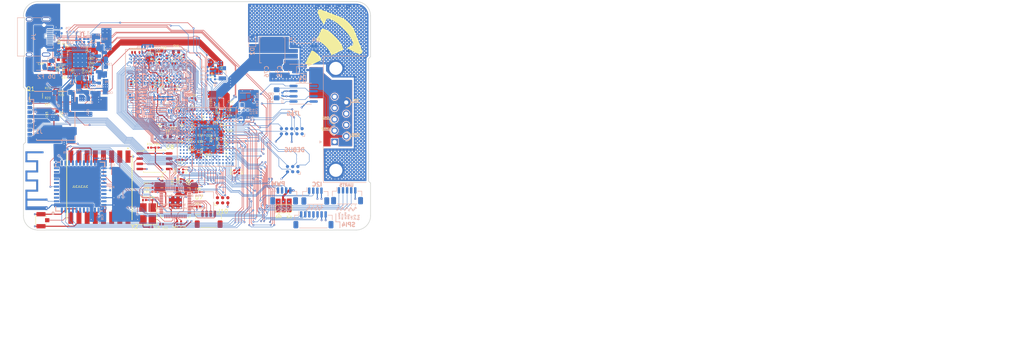
<source format=kicad_pcb>
(kicad_pcb (version 20211014) (generator pcbnew)
  (layers (0 "F.Cu" signal) (1 "In1.Cu" power) (2 "In2.Cu" power) (31 "B.Cu" signal) (34 "B.Paste" user) (35 "F.Paste" user) (36 "B.SilkS" user "B.Silkscreen") (37 "F.SilkS" user "F.Silkscreen") (38 "B.Mask" user) (39 "F.Mask" user) (44 "Edge.Cuts" user))
  (net 0 "")
  (net 1 "/PMIC PF1550/ON_KEY")
  (net 2 "/DDR/DQSL+")
  (net 3 "/DDR/DQSL-")
  (net 4 "/DDR/DQSU+")
  (net 5 "/DDR/DQSU-")
  (net 10 "Net-(D3-Pad2)")
  (net 13 "/DDR/ZQ")
  (net 14 "/DDR/CKE1")
  (net 15 "/DDR/CKE0")
  (net 16 "/DDR/RESET#")
  (net 17 "/DDR/ZQPAD")
  (net 18 "/DDR/CK-")
  (net 19 "/DDR/CK+")
  (net 20 "/DDR/ZQ1")
  (net 21 "/DDR/ODT1")
  (net 22 "/DDR/A14")
  (net 23 "/DDR/A6")
  (net 24 "/DDR/BA1")
  (net 25 "/DDR/A1")
  (net 26 "/DDR/A13")
  (net 27 "/DDR/A7")
  (net 28 "/DDR/CS1#")
  (net 29 "/DDR/WE#")
  (net 30 "/DDR/CAS#")
  (net 31 "/DDR/A8")
  (net 32 "/DDR/A2")
  (net 33 "/DDR/BA2")
  (net 34 "/DDR/A11")
  (net 35 "/DDR/A4")
  (net 36 "/DDR/A15")
  (net 37 "/DDR/A5")
  (net 38 "/DDR/A9")
  (net 39 "/DDR/A12")
  (net 40 "/DDR/A0")
  (net 41 "/DDR/BA0")
  (net 42 "/DDR/A3")
  (net 43 "/DDR/A10")
  (net 44 "/DDR/RAS#")
  (net 45 "/DDR/ODT0")
  (net 46 "/DDR/CS0#")
  (net 47 "/DDR/DQU5")
  (net 48 "/DDR/DQU4")
  (net 49 "/DDR/DQU7")
  (net 50 "/DDR/DQU6")
  (net 51 "/DDR/DQU3")
  (net 52 "/DDR/DMU")
  (net 53 "/DDR/DQL0")
  (net 54 "/DDR/DQL6")
  (net 55 "/DDR/DQL2")
  (net 56 "/DDR/DML")
  (net 57 "/DDR/DQL5")
  (net 58 "/DDR/DQU0")
  (net 59 "/DDR/DQU1")
  (net 60 "/DDR/DQL7")
  (net 61 "/DDR/DQU2")
  (net 62 "/DDR/DQL1")
  (net 63 "/DDR/DQL3")
  (net 64 "/DDR/DQL4")
  (net 65 "5V")
  (net 66 "DBG_TXD")
  (net 67 "DBG_RXD")
  (net 68 "DBG_RTS")
  (net 69 "DBG_CTS")
  (net 70 "OTG_D+")
  (net 71 "OTG_D-")
  (net 72 "OTG_VBUS")
  (net 73 "VSYS")
  (net 74 "DRAM_1V35")
  (net 75 "LICELL")
  (net 76 "/PMIC PF1550/VDDOTP")
  (net 77 "VDD_SOC_IN")
  (net 78 "DCDC_3V3")
  (net 79 "PMIC_STBY_REQ")
  (net 80 "PMIC_ON_REQ")
  (net 81 "POR_B")
  (net 82 "VDD_HIGH_IN")
  (net 83 "/PMIC PF1550/SW3OUT")
  (net 84 "/PMIC PF1550/SW2OUT")
  (net 85 "/PMIC PF1550/SW1OUT")
  (net 86 "/PMIC PF1550/CHGB")
  (net 87 "/PMIC PF1550/SW1LX")
  (net 88 "/PMIC PF1550/SW2LX")
  (net 89 "/PMIC PF1550/SW3LX")
  (net 90 "HUB_D+")
  (net 91 "HUB_D-")
  (net 92 "VREFDDR")
  (net 93 "VDD_HIGH_CAP")
  (net 94 "VDD_SNVS")
  (net 95 "NVCC_PLL_OUT")
  (net 96 "VDD_SOC_CAP")
  (net 97 "VDD_ARM_CAP")
  (net 98 "ETH_NINT")
  (net 99 "ETH_MDIO")
  (net 100 "ETH_RXER")
  (net 101 "ETH_TXD1")
  (net 102 "ETH_TXD0")
  (net 103 "ETH_RXEN")
  (net 104 "ETH_RXD1")
  (net 105 "ETH_TXCK")
  (net 106 "ETH_TXEN")
  (net 107 "ETH_RXD0")
  (net 108 "ETH_MDC")
  (net 109 "HUB_24MHZ")
  (net 110 "/PMIC PF1550/VCORE")
  (net 111 "/PMIC PF1550/VDIG")
  (net 112 "SD1_CD_B")
  (net 113 "Net-(Q1-Pad1)")
  (net 114 "Net-(D6-Pad2)")
  (net 115 "Net-(R13-Pad2)")
  (net 116 "PMIC_WDI")
  (net 117 "GND")
  (net 118 "SD1_D2")
  (net 119 "SD1_D3")
  (net 120 "SD1_CMD")
  (net 121 "SD1_CLK")
  (net 122 "SD1_D0")
  (net 123 "SD1_D1")
  (net 124 "CSI_DATA01")
  (net 125 "CSI_DATA00")
  (net 126 "CSI_DATA03")
  (net 127 "CSI_DATA02")
  (net 128 "CSI_DATA07")
  (net 129 "CSI_DATA05")
  (net 130 "CSI_DATA06")
  (net 131 "CSI_PIXCLK")
  (net 132 "CSI_MCLK")
  (net 133 "CSI_DATA04")
  (net 134 "CSI_HSYNC")
  (net 135 "CSI_VSYNC")
  (net 136 "/PMIC PF1550/STANDBY")
  (net 137 "BOARD_SDA")
  (net 138 "BOARD_SCL")
  (net 139 "UART2_RXD")
  (net 140 "UART2_CTS")
  (net 141 "UART2_TXD")
  (net 142 "UART2_RTS")
  (net 143 "UART4_TXD")
  (net 144 "UART4_RXD")
  (net 145 "/PMIC PF1550/POWERON")
  (net 146 "/IMX_Power_Pins/VDD_SNVS_CAP")
  (net 147 "/Clock_and_Control/RTC_XTALO")
  (net 148 "/Clock_and_Control/RTC_XTALI")
  (net 149 "/Clock_and_Control/IMX_XTALO")
  (net 150 "/Clock_and_Control/IMX_XTALI")
  (net 151 "/Clock_and_Control/JTAG_TDI")
  (net 152 "/Clock_and_Control/JTAG_TDO")
  (net 153 "/Clock_and_Control/JTAG_TCK")
  (net 154 "/Clock_and_Control/JTAG_TMS")
  (net 155 "/IMX_Peripherals_2/LCD_D23")
  (net 156 "/IMX_Peripherals_2/LCD_D21")
  (net 157 "/IMX_Peripherals_2/LCD_D20")
  (net 158 "/IMX_Peripherals_2/LCD_D19")
  (net 159 "/IMX_Peripherals_2/LCD_D17")
  (net 160 "/IMX_Peripherals_2/LCD_D16")
  (net 161 "/IMX_Peripherals_2/LCD_D15")
  (net 162 "/IMX_Peripherals_2/LCD_D14")
  (net 163 "/IMX_Peripherals_2/LCD_D12")
  (net 164 "/IMX_Peripherals_2/LCD_D13")
  (net 165 "/IMX_Peripherals_2/LCD_D11")
  (net 166 "/IMX_Peripherals_2/LCD_D10")
  (net 167 "/IMX_Peripherals_2/LCD_D9")
  (net 168 "/IMX_Peripherals_2/LCD_D8")
  (net 169 "/IMX_Peripherals_2/LCD_D6")
  (net 170 "/IMX_Peripherals_2/LCD_D7")
  (net 171 "/IMX_Peripherals_2/LCD_D5")
  (net 172 "/IMX_Peripherals_2/LCD_D4")
  (net 173 "/IMX_Peripherals_2/LCD_D3")
  (net 174 "/IMX_Peripherals_2/LCD_D2")
  (net 175 "/IMX_Peripherals_2/LCD_D0")
  (net 176 "/IMX_Peripherals_2/LCD_D1")
  (net 177 "/IMX_Peripherals_2/LCD_VSYNC")
  (net 178 "/IMX_Peripherals_2/LCD_HSYNC")
  (net 179 "/IMX_Peripherals_2/LCD_EN")
  (net 180 "/IMX_Peripherals_2/LCD_CLK")
  (net 181 "/IMX_Peripherals_2/LCD_RST")
  (net 182 "/Clock_and_Control/JTAG_MOD")
  (net 183 "/Clock_and_Control/BOOT1")
  (net 184 "/Clock_and_Control/BOOT0")
  (net 185 "VBATT")
  (net 186 "/IMX_Peripherals_1/TOUCH_SCL")
  (net 187 "/IMX_Peripherals_1/TOUCH_SS0")
  (net 188 "/IMX_Peripherals_1/TOUCH_MISO")
  (net 189 "/IMX_Peripherals_1/TOUCH_SDA")
  (net 190 "/IMX_Peripherals_1/TOUCH_SCLK")
  (net 191 "/IMX_Peripherals_1/TOUCH_MOSI")
  (net 192 "BATT_THM")
  (net 193 "DBG_SUSPEND")
  (net 194 "DBG_GPIO0")
  (net 195 "/IMX_Peripherals_2/VDDUSB_CAP")
  (net 196 "/Clock_and_Control/JTAG_TRST_B")
  (net 197 "NVCC_CSI")
  (net 198 "NVCC_SD")
  (net 199 "/Clock_and_Control/VDDA_ADC")
  (net 204 "SNVS3")
  (net 205 "SNVS1")
  (net 206 "SNVS0")
  (net 208 "/Clock_and_Control/SNVS8")
  (net 215 "A71_NRST")
  (net 217 "HUB_RESET")
  (net 218 "SNVS4")
  (net 219 "PMIC_INT")
  (net 220 "FLEXCAN1_RX")
  (net 221 "FLEXCAN1_TX")
  (net 222 "UART3_RXD")
  (net 223 "UART3_TXD")
  (net 225 "CAN_L")
  (net 226 "CAN_H")
  (net 227 "/IMX_Peripherals_2/CC1")
  (net 229 "/IMX_Peripherals_2/CC2")
  (net 231 "unconnected-(J4-PadS1)")
  (net 232 "Net-(ANT1-Pad1)")
  (net 233 "/WIFI_BT/VIN_LDO")
  (net 242 "SDHC_DATA2")
  (net 243 "SDHC_DATA3")
  (net 244 "SDHC_CMD")
  (net 245 "SDHC_CLK")
  (net 246 "SDHC_DATA0")
  (net 247 "SDHC_DATA1")
  (net 248 "/WIFI_BT/VIN_LDO_OUT")
  (net 254 "/WIFI_BT/SDIO_VSEL")
  (net 262 "SDHC_DATA7")
  (net 263 "SDHC_DATA6")
  (net 264 "SDHC_DATA5")
  (net 265 "SDHC_DATA4")
  (net 266 "DBG_GPIO1")
  (net 267 "Net-(D2-Pad1)")
  (net 268 "BT_WAKE")
  (net 274 "UART_5_RXD")
  (net 275 "UART_5_TXD")
  (net 276 "Net-(J9-Pad4)")
  (net 277 "BT_RST")
  (net 278 "VCC")
  (net 279 "/PMIC PF1550/BUCK_VIN")
  (net 285 "Net-(AE1-Pad2)")
  (net 286 "RF69_INT")
  (net 287 "RF69_RESET")
  (net 288 "Net-(C77-Pad1)")
  (net 289 "Net-(C78-Pad1)")
  (net 290 "/rp2040/1v1")
  (net 291 "/rp2040/PICO_USB_DM")
  (net 293 "/rp2040/PICO_USB_DP")
  (net 295 "/rp2040/USB_BOOT")
  (net 297 "Net-(R32-Pad1)")
  (net 298 "Net-(R33-Pad1)")
  (net 299 "Net-(R34-Pad2)")
  (net 300 "/rp2040/QSPI_SD1")
  (net 301 "/rp2040/QSPI_SD2")
  (net 302 "/rp2040/QSPI_SD0")
  (net 303 "/rp2040/QSPI_SCLK")
  (net 304 "/rp2040/QSPI_SD3")
  (net 318 "Net-(J11-Pad1)")
  (net 319 "Net-(J11-Pad2)")
  (net 320 "Net-(J11-Pad3)")
  (net 321 "Net-(J11-Pad4)")
  (net 322 "Net-(J11-Pad5)")
  (footprint "Custom Components:C_0402_narrow" (layer "F.Cu") (at 65.363 52.1825 180)
    (fp_text reference "C29")
    (fp_text value "4.7uF")
  )
  (footprint "Custom Components:C_0402_narrow" (layer "F.Cu") (at 67.763 50.3825 -90)
    (fp_text reference "C39")
    (fp_text value "4.7uF")
  )
  (footprint "Custom Components:C_0402_narrow" (layer "F.Cu") (at 61.613 51.9825)
    (fp_text reference "C7")
    (fp_text value "0.22uF")
  )
  (footprint "Custom Components:C_0402_narrow" (layer "F.Cu") (at 55.063 33.5325 -90)
    (fp_text reference "C17")
    (fp_text value "0.22uF")
  )
  (footprint "Custom Components:C_0402_narrow" (layer "F.Cu") (at 46.313 39.9325 -90)
    (fp_text reference "C8")
    (fp_text value "0.22uF")
  )
  (footprint "Custom Components:C_0402_narrow" (layer "F.Cu") (at 57.038 41.1325 -90)
    (fp_text reference "C9")
    (fp_text value "0.22uF")
  )
  (footprint "Custom Components:C_0402_narrow" (layer "F.Cu") (at 55.213 40.8325)
    (fp_text reference "C19")
    (fp_text value "0.22uF")
  )
  (footprint "Custom Components:C_0402_narrow" (layer "F.Cu") (at 62.113 53.5825)
    (fp_text reference "C10")
    (fp_text value "0.22uF")
  )
  (footprint "Custom Components:C_0402_narrow" (layer "F.Cu") (at 61.713 43.6825)
    (fp_text reference "C20")
    (fp_text value "0.22uF")
  )
  (footprint "Custom Components:C_0402_narrow" (layer "F.Cu") (at 48.763 32.3825)
    (fp_text reference "C11")
    (fp_text value "0.22uF")
  )
  (footprint "Custom Components:C_0402_narrow" (layer "F.Cu") (at 53.063 32.9825)
    (fp_text reference "C21")
    (fp_text value "0.22uF")
  )
  (footprint "Custom Components:C_0402_narrow" (layer "F.Cu") (at 62.463 54.9825)
    (fp_text reference "C12")
    (fp_text value "0.22uF")
  )
  (footprint "Custom Components:C_0402_narrow" (layer "F.Cu") (at 46.963 32.3825)
    (fp_text reference "C22")
    (fp_text value "0.22uF")
  )
  (footprint "Custom Components:C_0402_narrow" (layer "F.Cu") (at 59.363 33.3325 90)
    (fp_text reference "C24")
    (fp_text value "0.22uF")
  )
  (footprint "Custom Components:C_0402_narrow" (layer "F.Cu") (at 52.638 39.7325 -90)
    (fp_text reference "C25")
    (fp_text value "0.22uF")
  )
  (footprint "Custom Components:C_0402_narrow" (layer "F.Cu") (at 53.263 34.4825 90)
    (fp_text reference "C26")
    (fp_text value "0.22uF")
  )
  (footprint "Custom Components:C_0402_narrow" (layer "F.Cu") (at 51.638 40.4325 -90)
    (fp_text reference "C27")
    (fp_text value "0.22uF")
  )
  (footprint "Custom Components:C_0402_narrow" (layer "F.Cu") (at 53.863 36.9825 180)
    (fp_text reference "C1")
    (fp_text value "2.2pF")
  )
  (footprint "Custom Components:C_0402_narrow" (layer "F.Cu") (at 56.838 35.2325)
    (fp_text reference "C3")
    (fp_text value "2.2pF")
  )
  (footprint "Custom Components:C_0402_narrow" (layer "F.Cu") (at 57.863 46.7825)
    (fp_text reference "C4")
    (fp_text value "2.2pF")
  )
  (footprint "Custom Components:C_0402_narrow" (layer "F.Cu") (at 56.463 50.3325 180)
    (fp_text reference "C13")
    (fp_text value "0.22uF")
  )
  (footprint "Custom Components:C_0402_narrow" (layer "F.Cu") (at 70.513 47.2325)
    (fp_text reference "C5")
    (fp_text value "0.22uF")
  )
  (footprint "Custom Components:C_0402_narrow" (layer "F.Cu") (at 66.763 53.6825 -90)
    (fp_text reference "C30")
    (fp_text value "0.22uF")
  )
  (footprint "Custom Components:C_0402_narrow" (layer "F.Cu") (at 67.813 36.2325 -90)
    (fp_text reference "C40")
    (fp_text value "0.22uF")
  )
  (footprint "Custom Components:C_0402_narrow" (layer "F.Cu") (at 66.413 50.4325 180)
    (fp_text reference "C45")
    (fp_text value "0.22uF")
  )
  (footprint "Custom Components:C_0402_narrow" (layer "F.Cu") (at 63.113 51.9825 180)
    (fp_text reference "C32")
    (fp_text value "0.22uF")
  )
  (footprint "Custom Components:C_0402_narrow" (layer "F.Cu") (at 66.763 54.7825)
    (fp_text reference "C36")
    (fp_text value "0.22uF")
  )
  (footprint "Custom Components:C_0402_narrow" (layer "F.Cu") (at 63.513 53.5825 180)
    (fp_text reference "C33")
    (fp_text value "0.22uF")
  )
  (footprint "Custom Components:C_0402_narrow" (layer "F.Cu") (at 62.113046 49.882854 90)
    (fp_text reference "C41")
    (fp_text value "0.22uF")
  )
  (footprint "LED_SMD:LED_0402_1005Metric" (layer "F.Cu") (at 28.613 31.6475 90)
    (fp_text reference "D3")
    (fp_text value "LED")
  )
  (footprint "Custom Components:R_0402_narrow" (layer "F.Cu") (at 58.652142 53.580918 180)
    (fp_text reference "R4")
    (fp_text value "10K")
  )
  (footprint "Custom Components:R_0402_narrow" (layer "F.Cu") (at 58.743012 49.63071 180)
    (fp_text reference "R3")
    (fp_text value "240")
  )
  (footprint "Custom Components:R_0402_narrow" (layer "F.Cu") (at 51.538 35.0325)
    (fp_text reference "R1")
    (fp_text value "470")
  )
  (footprint "Custom Components:R_0402_narrow" (layer "F.Cu") (at 30.063 31.2825)
    (fp_text reference "R11")
    (fp_text value "47")
  )
  (footprint "Custom Components:R_0402_narrow" (layer "F.Cu") (at 27.563 36.5825 -90)
    (fp_text reference "R18")
    (fp_text value "100K")
  )
  (footprint "Custom Components:R_0402_narrow" (layer "F.Cu") (at 54.263 50.3825 90)
    (fp_text reference "R5")
    (fp_text value "10K")
  )
  (footprint "Custom Components:R_0402_narrow" (layer "F.Cu") (at 25.913 41.9325 180)
    (fp_text reference "R22")
    (fp_text value "100K")
  )
  (footprint "Custom Components:R_0402_narrow" (layer "F.Cu") (at 25.913 42.8825 180)
    (fp_text reference "R23")
    (fp_text value "100K")
  )
  (footprint "Custom Components:R_0402_narrow" (layer "F.Cu") (at 25.913 44.3825 180)
    (fp_text reference "R24")
    (fp_text value "DNP")
  )
  (footprint "Custom Components:R_0402_narrow" (layer "F.Cu") (at 27.813 42.8825 180)
    (fp_text reference "R25")
    (fp_text value "100K")
  )
  (footprint "Package_TO_SOT_SMD:SOT-23" (layer "F.Cu") (at 23.113 43.0825 90)
    (fp_text reference "Q1")
    (fp_text value "2SK3018")
  )
  (footprint "Custom Components:C_0603_narrow" (layer "F.Cu") (at 30.813 32.4825)
    (fp_text reference "C67")
    (fp_text value "100uF")
  )
  (footprint "Custom Components:C_0603_narrow" (layer "F.Cu") (at 31.313 36.8825 90)
    (fp_text reference "C68")
    (fp_text value "100uF")
  )
  (footprint "Custom Components:C_0402_narrow" (layer "F.Cu") (at 51.063 31.9825 180)
    (fp_text reference "C14")
    (fp_text value "0.22uF")
  )
  (footprint "Custom Components:C_0402_narrow" (layer "F.Cu") (at 55.043012 39.03071 -90)
    (fp_text reference "C18")
    (fp_text value "0.22uF")
  )
  (footprint "Custom Components:C_0402_narrow" (layer "F.Cu") (at 65.263 53.7825 -90)
    (fp_text reference "C31")
    (fp_text value "0.22uF")
  )
  (footprint "Custom Components:C_0402_narrow" (layer "F.Cu") (at 66.813 51.9825)
    (fp_text reference "C34")
    (fp_text value "0.22uF")
  )
  (footprint "Custom Components:C_0402_narrow" (layer "F.Cu") (at 65.813 55.8825 -90)
    (fp_text reference "C37")
    (fp_text value "0.22uF")
  )
  (footprint "Custom Components:C_0603_narrow" (layer "F.Cu") (at 32.713 38.6325)
    (fp_text reference "C65")
    (fp_text value "0.1uF")
  )
  (footprint "Custom Components:C_0603_narrow" (layer "F.Cu") (at 67.363 44.7825 90)
    (fp_text reference "C104")
    (fp_text value "10uF")
  )
  (footprint "Custom Components:C_0603_narrow" (layer "F.Cu") (at 55.313 53.1325)
    (fp_text reference "C6")
    (fp_text value "10uF")
  )
  (footprint "Custom Components:C_0603_narrow" (layer "F.Cu") (at 66.163 36.1825 -90)
    (fp_text reference "C28")
    (fp_text value "22uF")
  )
  (footprint "Custom Components:C_0603_narrow" (layer "F.Cu") (at 64.463 55.9825 -90)
    (fp_text reference "C38")
    (fp_text value "22uF")
  )
  (footprint "Custom Components:C_0603_narrow" (layer "F.Cu") (at 64.463 50.3825 90)
    (fp_text reference "C35")
    (fp_text value "22uF")
  )
  (footprint "Custom Components:C_0603_narrow" (layer "F.Cu") (at 70.713 45.9825)
    (fp_text reference "C42")
    (fp_text value "10uF")
  )
  (footprint "Custom Components:C_0402_narrow" (layer "F.Cu") (at 61.562892 46.482862)
    (fp_text reference "C2")
    (fp_text value "2.2pF")
  )
  (footprint "Custom Components:C_0402_narrow" (layer "F.Cu") (at 66.913 55.8825 -90)
    (fp_text reference "C102")
    (fp_text value "0.22uF")
  )
  (footprint "Custom Components:C_0402_narrow" (layer "F.Cu") (at 68.463 55.2825 90)
    (fp_text reference "C95")
    (fp_text value "0.22uF")
  )
  (footprint "Custom Components:C_0402_narrow" (layer "F.Cu") (at 68.463 53.2825 90)
    (fp_text reference "C94")
    (fp_text value "0.22uF")
  )
  (footprint "Custom Components:C_0402_narrow" (layer "F.Cu") (at 26.463 47.5825 90)
    (fp_text reference "C93")
    (fp_text value "0.1uF")
  )
  (footprint "Custom Components:C_0603_narrow" (layer "F.Cu") (at 28.263 47.5325 90)
    (fp_text reference "C92")
    (fp_text value "22uF")
  )
  (footprint "Custom Components:C_0402_narrow" (layer "F.Cu") (at 62.463 55.9325)
    (fp_text reference "C46")
    (fp_text value "0.22uF")
  )
  (footprint "Custom Components:C_0402_narrow" (layer "F.Cu") (at 33.913 36.8325 90)
    (fp_text reference "C48")
    (fp_text value "4.7uF")
  )
  (footprint "Custom Components:C_0402_narrow" (layer "F.Cu") (at 36.263 35.4325 180)
    (fp_text reference "C49")
    (fp_text value "4.7uF")
  )
  (footprint "Custom Components:C_0402_narrow" (layer "F.Cu") (at 36.413 34.3825 180)
    (fp_text reference "C50")
    (fp_text value "4.7uF")
  )
  (footprint "Custom Components:C_0402_narrow" (layer "F.Cu") (at 32.863 36.8325 90)
    (fp_text reference "C51")
    (fp_text value "1uF")
  )
  (footprint "Custom Components:C_0402_narrow" (layer "F.Cu") (at 35.759046 36.532854 180)
    (fp_text reference "C59")
    (fp_text value "1uF")
  )
  (footprint "Custom Components:C_0402_narrow" (layer "F.Cu") (at 34.863 31.9825 -90)
    (fp_text reference "C61")
    (fp_text value "1uF")
  )
  (footprint "Custom Components:C_0402_narrow" (layer "F.Cu") (at 36.413 33.2325 180)
    (fp_text reference "C62")
    (fp_text value "4.7uF")
  )
  (footprint "Custom Components:C_0402_narrow" (layer "F.Cu") (at 27.813 41.9325)
    (fp_text reference "C66")
    (fp_text value "0.47uF")
  )
  (footprint "Custom Components:C_0402_narrow" (layer "F.Cu") (at 68.463 56.6825 90)
    (fp_text reference "C112")
    (fp_text value "0.1uF")
  )
  (footprint "Custom Components:C_0402_narrow" (layer "F.Cu") (at 62.878 57.0806 -90)
    (fp_text reference "C113")
    (fp_text value "0.1uF")
  )
  (footprint "Custom Components:C_0402_narrow" (layer "F.Cu") (at 68.713 51.8325 180)
    (fp_text reference "C100")
    (fp_text value "0.1uF")
  )
  (footprint "Custom Components:R_0402_narrow" (layer "F.Cu") (at 68.613 50.3825 -90)
    (fp_text reference "FB1")
    (fp_text value "Bead")
  )
  (footprint "Custom Components:C_0603_narrow" (layer "F.Cu") (at 26.309046 36.032854 90)
    (fp_text reference "C69")
    (fp_text value "4.7uF")
  )
  (footprint "Custom Components:C_0402_narrow" (layer "F.Cu") (at 35.563 39.1825 -90)
    (fp_text reference "C72")
    (fp_text value "1uF")
  )
  (footprint "Custom Components:C_0603_narrow" (layer "F.Cu") (at 29.213 34.1825 180)
    (fp_text reference "C70")
    (fp_text value "4.7uF")
  )
  (footprint "Custom Components:C_0402_narrow" (layer "F.Cu") (at 54.413 31.9825)
    (fp_text reference "C15")
    (fp_text value "0.22uF")
  )
  (footprint "Custom Components:C_0402_narrow" (layer "F.Cu") (at 67.913 47.9325 180)
    (fp_text reference "C43")
    (fp_text value "0.22uF")
  )
  (footprint "Custom Components:C_0402_narrow" (layer "F.Cu") (at 70.35 48.65)
    (fp_text reference "C114")
    (fp_text value "0.22uF")
  )
  (footprint "Custom Components:C_0603_narrow" (layer "F.Cu") (at 68.513 46.1825 90)
    (fp_text reference "C44")
    (fp_text value "10uF")
  )
  (footprint "Custom Components:C_0402_narrow" (layer "F.Cu") (at 67.163 46.5325 180)
    (fp_text reference "C103")
    (fp_text value "0.1uF")
  )
  (footprint "Custom Components:C_0402_narrow" (layer "F.Cu") (at 58.559046 58.782854 180)
    (fp_text reference "C47")
    (fp_text value "0.22uF")
  )
  (footprint "Custom Components:R_0402_narrow" (layer "F.Cu") (at 71.663 61.7325 90)
    (fp_text reference "R16")
    (fp_text value "4.7K")
  )
  (footprint "Custom Components:R_0402_narrow" (layer "F.Cu") (at 72.813 61.7325 -90)
    (fp_text reference "R17")
    (fp_text value "4.7K")
  )
  (footprint "Custom Components:C_0603_narrow" (layer "F.Cu") (at 57.363 32.2825)
    (fp_text reference "C16")
    (fp_text value "22uF")
  )
  (footprint "ufl:HRS_U.FL-R-SMT-1(10)" (layer "F.Cu") (at 24.3 73.6 90)
    (fp_text reference "AE1" hide)
    (fp_text value "U.FL-R-SMT-1(10)" hide)
  )
  (footprint "Custom Components:C_0402_narrow" (layer "F.Cu") (at 59.41 64.28 -90)
    (fp_text reference "C83")
    (fp_text value "0.1uF")
  )
  (footprint "Connector_JST:JST_SH_BM04B-SRSS-TB_1x04-1MP_P1.00mm_Vertical" (layer "F.Cu") (at 65.35 73.35 180)
    (fp_text reference "J11" hide)
    (fp_text value "Conn_01x05" hide)
  )
  (footprint "Custom Components:C_0402_narrow" (layer "F.Cu") (at 58.6 74.25 -90)
    (fp_text reference "C79")
    (fp_text value "1uF")
  )
  (footprint "Jumper:SolderJumper-3_P1.3mm_Open_RoundedPad1.0x1.5mm" (layer "F.Cu") (at 83.73 70.81)
    (fp_text reference "JP1" hide)
    (fp_text value "IO_SW" hide)
  )
  (footprint "Custom Components:C_0402_narrow" (layer "F.Cu") (at 51.98 66.6 180)
    (fp_text reference "C85")
    (fp_text value "0.1uF")
  )
  (footprint "Custom Components:R_0402_narrow" (layer "F.Cu") (at 52 64.6)
    (fp_text reference "R37")
    (fp_text value "1k")
  )
  (footprint "Custom Components:C_0402_narrow" (layer "F.Cu") (at 57.64 74.24 -90)
    (fp_text reference "C82")
    (fp_text value "0.1uF")
  )
  (footprint "Crystal:Crystal_SMD_3225-4Pin_3.2x2.5mm_HandSoldering" (layer "F.Cu") (at 50.41 71.96 90)
    (fp_text reference "Y2")
    (fp_text value "12mhz")
  )
  (footprint "Custom Components:R_0402_narrow" (layer "F.Cu") (at 53.82 74.58 180)
    (fp_text reference "R32")
    (fp_text value "1k")
  )
  (footprint "Custom Components:C_0402_narrow" (layer "F.Cu") (at 51.21 75.29 180)
    (fp_text reference "C78")
    (fp_text value "10pF")
  )
  (footprint "Custom Components:R_0402_narrow" (layer "F.Cu") (at 59.1 61.5 -90)
    (fp_text reference "R34")
    (fp_text value "27.4")
  )
  (footprint "Custom Components:R_0402_narrow" (layer "F.Cu") (at 58.05 61.5 90)
    (fp_text reference "R33")
    (fp_text value "27.4")
  )
  (footprint "Custom Components:C_0402_narrow" (layer "F.Cu") (at 57.15 64.28 90)
    (fp_text reference "C81")
    (fp_text value "1uF")
  )
  (footprint "Custom Components:C_0402_narrow" (layer "F.Cu") (at 62.8 66.66)
    (fp_text reference "C88")
    (fp_text value "0.1uF")
  )
  (footprint "Custom Components:C_0402_narrow" (layer "F.Cu") (at 54.03 64.28 90)
    (fp_text reference "C84")
    (fp_text value "0.1uF")
  )
  (footprint "rfm69:XCVR_RFM69HW" (layer "F.Cu") (at 38.6 65.5 -90)
    (fp_text reference "U5" hide)
    (fp_text value "RFM69HCW")
  )
  (footprint "Custom Components:C_0402_narrow" (layer "F.Cu") (at 51.99 68.64 180)
    (fp_text reference "C86")
    (fp_text value "0.1uF")
  )
  (footprint "Custom Components:R_0402_narrow" (layer "F.Cu") (at 52 65.65)
    (fp_text reference "R36")
    (fp_text value "1k")
  )
  (footprint "Custom Components:C_0402_narrow" (layer "F.Cu") (at 61.37 64.279999 90)
    (fp_text reference "C90")
    (fp_text value "0.1uF")
  )
  (footprint "Custom Components:C_0402_narrow" (layer "F.Cu") (at 49.62 68.64)
    (fp_text reference "C77")
    (fp_text value "10pF")
  )
  (footprint "logos:cone" (layer "F.Cu") (at 94.52 30.38 135)
    (fp_text reference "G***")
    (fp_text value "LOGO" hide)
  )
  (footprint "Connector:Tag-Connect_TC2030-IDC-NL_2x03_P1.27mm_Vertical" (layer "F.Cu") (at 68.78 68.715)
    (fp_text reference "J10")
    (fp_text value "TC2030-IDC" hide)
  )
  (footprint "Custom Components:R_0402_narrow" (layer "F.Cu") (at 50.9 55.8)
    (fp_text reference "R35")
    (fp_text value "1k")
  )
  (footprint "rp2040:RP2040-QFN-56" (layer "F.Cu") (at 57.2075 69.2525)
    (fp_text reference "U7")
    (fp_text value "RP2040")
  )
  (footprint "Custom Components:C_0402_narrow" (layer "F.Cu") (at 58.51 63.85 90)
    (fp_text reference "C80")
    (fp_text value "0.1uF")
  )
  (footprint "Custom Components:C_0402_narrow" (layer "F.Cu") (at 62.8 70.25)
    (fp_text reference "C87")
    (fp_text value "0.1uF")
  )
  (footprint "Custom Components:C_0402_narrow" (layer "F.Cu") (at 52.68 55.79)
    (fp_text reference "C89")
    (fp_text value "1uF")
  )
  (footprint "Package_SO:SOIC-8_5.23x5.23mm_P1.27mm" (layer "F.Cu") (at 52.09 59.13)
    (fp_text reference "U8")
    (fp_text value "W25Q128JVS")
  )
  (footprint "Custom Components:IMX6UL_BGA289" (layer "B.Cu") (at 64.863 53.1825)
    (fp_text reference "U1")
    (fp_text value "IMX6UL_BGA289")
  )
  (footprint "Custom Components:DDR3_BGA96" (layer "B.Cu") (at 52.438 36.6325 90)
    (fp_text reference "U2")
    (fp_text value "DDR3_BGA96")
  )
  (footprint "Oscillator:Oscillator_SMD_EuroQuartz_XO32-4Pin_3.2x2.5mm" (layer "B.Cu") (at 74.333 44.2425)
    (fp_text reference "XTAL2" hide)
    (fp_text value "24MHz 50ppm")
  )
  (footprint "Package_DFN_QFN:QFN-40-1EP_5x5mm_P0.4mm_EP3.6x3.6mm_ThermalVias" (layer "B.Cu") (at 33.8955 34.3695 -90)
    (fp_text reference "U6")
    (fp_text value "PF1550")
  )
  (footprint "Custom Components:C_0402_narrow" (layer "B.Cu") (at 55.913 46.6325 180)
    (fp_text reference "C23")
    (fp_text value "0.22uF")
  )
  (footprint "Custom Components:C_0402_narrow" (layer "B.Cu") (at 66.913 38.6825 90)
    (fp_text reference "C96")
    (fp_text value "18pF")
  )
  (footprint "Custom Components:C_0402_narrow" (layer "B.Cu") (at 66.913 36.4825 -90)
    (fp_text reference "C97")
    (fp_text value "18pF")
  )
  (footprint "Custom Components:C_0402_narrow" (layer "B.Cu") (at 74.913 46.9325 -90)
    (fp_text reference "C98")
    (fp_text value "18pF")
  )
  (footprint "Custom Components:C_0402_narrow" (layer "B.Cu") (at 76.459046 44.982854 -90)
    (fp_text reference "C99")
    (fp_text value "18pF")
  )
  (footprint "Custom Components:R_0402_narrow" (layer "B.Cu") (at 32.973 29.5325 -90)
    (fp_text reference "R20")
    (fp_text value "0R")
  )
  (footprint "Custom Components:R_0402_narrow" (layer "B.Cu") (at 29.613 36.2825 180)
    (fp_text reference "R13")
    (fp_text value "4.7K")
  )
  (footprint "Custom Components:R_0402_narrow" (layer "B.Cu") (at 34.013 42.6825 -90)
    (fp_text reference "R8")
    (fp_text value "0.02")
  )
  (footprint "Custom Components:R_0402_narrow" (layer "B.Cu") (at 39.713 38.8325 -90)
    (fp_text reference "R9")
    (fp_text value "0.02")
  )
  (footprint "Custom Components:R_0402_narrow" (layer "B.Cu") (at 39.413 30.2825 90)
    (fp_text reference "R10")
    (fp_text value "0.02")
  )
  (footprint "Custom Components:R_0402_narrow" (layer "B.Cu") (at 51.383 31.0425 180)
    (fp_text reference "R7")
    (fp_text value "240")
  )
  (footprint "Custom Components:R_0402_narrow" (layer "B.Cu") (at 29.953 31.4925 -90)
    (fp_text reference "R15")
    (fp_text value "100K")
  )
  (footprint "Custom Components:R_0402_narrow" (layer "B.Cu") (at 34.863 29.5325 90)
    (fp_text reference "R19")
    (fp_text value "100K")
  )
  (footprint "Custom Components:R_0402_narrow" (layer "B.Cu") (at 35.913 29.5325 90)
    (fp_text reference "R21")
    (fp_text value "100K")
  )
  (footprint "Custom Components:R_0402_narrow" (layer "B.Cu") (at 29.613 37.2825)
    (fp_text reference "R14")
    (fp_text value "DNP")
  )
  (footprint "Custom Components:R_0402_narrow" (layer "B.Cu") (at 73.913 46.9325 -90)
    (fp_text reference "R54")
    (fp_text value "499")
  )
  (footprint "Custom Components:R_0402_narrow" (layer "B.Cu") (at 72.863 46.9325 -90)
    (fp_text reference "R53")
    (fp_text value "1M")
  )
  (footprint "Custom Components:R_0402_narrow" (layer "B.Cu") (at 73.3 49.45 180)
    (fp_text reference "R52")
    (fp_text value "4.7K")
  )
  (footprint "Custom Components:R_0402_narrow" (layer "B.Cu") (at 28.613 32.3325 -90)
    (fp_text reference "R12")
    (fp_text value "DNP")
  )
  (footprint "Custom Components:R_0402_narrow" (layer "B.Cu") (at 46.11342 43.177104 -90)
    (fp_text reference "R2")
    (fp_text value "10K")
  )
  (footprint "Crystal:Crystal_SMD_3215-2Pin_3.2x1.5mm" (layer "B.Cu") (at 68.713 37.5825 -90)
    (fp_text reference "Y1" hide)
    (fp_text value "32.768 kHz")
  )
  (footprint "Custom Components:R_0402_narrow" (layer "B.Cu") (at 33.913 29.5325 90)
    (fp_text reference "R41")
    (fp_text value "0R")
  )
  (footprint "Diode_SMD:D_0805_2012Metric" (layer "B.Cu") (at 26.963 35.4825 -90)
    (fp_text reference "D6")
    (fp_text value "D_Schottky")
  )
  (footprint "Diode_SMD:D_0805_2012Metric" (layer "B.Cu") (at 24.163 35.8725 180)
    (fp_text reference "F2")
    (fp_text value "Polyfuse")
  )
  (footprint "Connector_USB:USB_C_Receptacle_HRO_TYPE-C-31-M-12" (layer "B.Cu") (at 22.44 28.65 90)
    (fp_text reference "J4")
    (fp_text value "USB_C_Receptacle_USB2.0" hide)
  )
  (footprint "Custom Components:C_0603_narrow" (layer "B.Cu") (at 40.063 33.1825 -90)
    (fp_text reference "C53")
    (fp_text value "10uF")
  )
  (footprint "Custom Components:C_0603_narrow" (layer "B.Cu") (at 38.363 29.5325 90)
    (fp_text reference "C54")
    (fp_text value "10uF")
  )
  (footprint "Custom Components:C_0603_narrow" (layer "B.Cu") (at 38.563 39.3325 -90)
    (fp_text reference "C55")
    (fp_text value "10uF")
  )
  (footprint "Custom Components:C_0603_narrow" (layer "B.Cu") (at 40.063 36.7825 90)
    (fp_text reference "C56")
    (fp_text value "10uF")
  )
  (footprint "Custom Components:C_0603_narrow" (layer "B.Cu") (at 36.463 43.8325)
    (fp_text reference "C57")
    (fp_text value "10uF")
  )
  (footprint "Custom Components:C_0603_narrow" (layer "B.Cu") (at 36.063 42.3325)
    (fp_text reference "C58")
    (fp_text value "10uF")
  )
  (footprint "Custom Components:C_0603_narrow" (layer "B.Cu") (at 39.213 42.3325 180)
    (fp_text reference "C63")
    (fp_text value "1uF")
  )
  (footprint "Custom Components:uSD_104031" (layer "B.Cu") (at 21.305 48 90)
    (fp_text reference "J1")
    (fp_text value "SD-104031")
  )
  (footprint "Custom Components:C_0402_narrow" (layer "B.Cu") (at 35.013 39.9325 -90)
    (fp_text reference "C71")
    (fp_text value "1uF")
  )
  (footprint "Custom Components:C_0402_narrow" (layer "B.Cu") (at 35.113 46.9325 90)
    (fp_text reference "C52")
    (fp_text value "4.7uF")
  )
  (footprint "Custom Components:C_0402_narrow" (layer "B.Cu") (at 53.162892 43.682862 90)
    (fp_text reference "C109")
    (fp_text value "0.1uF")
  )
  (footprint "Custom Components:C_0402_narrow" (layer "B.Cu") (at 56.462892 43.682862 -90)
    (fp_text reference "C111")
    (fp_text value "0.1uF")
  )
  (footprint "Custom Components:L_0805_narrow" (layer "B.Cu") (at 33.513 39.7825 90)
    (fp_text reference "L1")
    (fp_text value "1uH")
  )
  (footprint "Custom Components:L_0805_narrow" (layer "B.Cu") (at 38.363 36.2825 90)
    (fp_text reference "L2")
    (fp_text value "1uH")
  )
  (footprint "Custom Components:L_0805_narrow" (layer "B.Cu") (at 38.363 32.4325 -90)
    (fp_text reference "L3")
    (fp_text value "1uH")
  )
  (footprint "Custom Components:R_0402_narrow" (layer "B.Cu") (at 54.262892 43.682862 -90)
    (fp_text reference "R42")
    (fp_text value "1.5K")
  )
  (footprint "Custom Components:R_0402_narrow" (layer "B.Cu") (at 55.362892 43.682862 90)
    (fp_text reference "R51")
    (fp_text value "1.5K")
  )
  (footprint "Custom Components:C_0402_narrow" (layer "B.Cu") (at 52.062892 43.682862 90)
    (fp_text reference "C110")
    (fp_text value "4.7uF")
  )
  (footprint "Custom Components:C_0402_narrow" (layer "B.Cu") (at 73.65 48.5325)
    (fp_text reference "C101")
    (fp_text value "1uF")
  )
  (footprint "Custom Components:C_0402_narrow" (layer "B.Cu") (at 36.663 39.0325)
    (fp_text reference "C64")
    (fp_text value "1uF")
  )
  (footprint "Custom Components:C_0402_narrow" (layer "B.Cu") (at 37.013 37.9325 -90)
    (fp_text reference "C60")
    (fp_text value "4.7uF")
  )
  (footprint "Custom Components:R_0402_narrow" (layer "B.Cu") (at 49.413 31.0425)
    (fp_text reference "R6")
    (fp_text value "240")
  )
  (footprint "Custom Components:R_0402_narrow" (layer "B.Cu") (at 76.459046 43.032854 90)
    (fp_text reference "R55")
    (fp_text value "2.2M")
  )
  (footprint "Custom Components:R_0402_narrow" (layer "B.Cu") (at 65.463 36.0325)
    (fp_text reference "SB1")
    (fp_text value "4.7K")
  )
  (footprint "Custom Components:R_0402_narrow" (layer "B.Cu") (at 65.470999 37.0325)
    (fp_text reference "SB2")
    (fp_text value "4.7K")
  )
  (footprint "Custom Components:R_0402_narrow" (layer "B.Cu") (at 65.463 39.0325)
    (fp_text reference "SB3")
    (fp_text value "4.7K")
  )
  (footprint "Custom Components:R_0402_narrow" (layer "B.Cu") (at 65.463 38.0325)
    (fp_text reference "SB4")
    (fp_text value "4.7K")
  )
  (footprint "Package_SO:SOP-8_3.9x4.9mm_P1.27mm" (layer "B.Cu") (at 88.586666 32.78)
    (fp_text reference "U4")
    (fp_text value "AP1509")
  )
  (footprint "Inductor_SMD:L_01005_0402Metric_Pad0.57x0.30mm_HandSolder" (layer "B.Cu") (at 37.85 58.4)
    (fp_text reference "L4")
    (fp_text value "3.3uH")
  )
  (footprint "Inductor_SMD:L_Bourns_SRN6045TA" (layer "B.Cu") (at 80.94 31.906666 -90)
    (fp_text reference "L5")
    (fp_text value "6.8uH")
  )
  (footprint "RF_Antenna:Texas_SWRA117D_2.4GHz_Left" (layer "B.Cu") (at 25.625 68.55 -90)
    (fp_text reference "ANT1" hide)
    (fp_text value "PCB_ANTENNA" hide)
  )
  (footprint "Resistor_SMD:R_0805_2012Metric_Pad1.20x1.40mm_HandSolder" (layer "B.Cu") (at 82 42.6 90)
    (fp_text reference "R31")
    (fp_text value "120")
  )
  (footprint "Connector:Tag-Connect_TC2050-IDC-FP_2x05_P1.27mm_Vertical" (layer "B.Cu") (at 85.701 51.788 180)
    (fp_text reference "J2" hide)
    (fp_text value "TAG_CONNECT_JTAG")
  )
  (footprint "Custom Components:R_0402_narrow" (layer "B.Cu") (at 38.4325 72.877 90)
    (fp_text reference "R28")
    (fp_text value "1k")
  )
  (footprint "Custom Components:R_0402_narrow" (layer "B.Cu") (at 30.463 56.2075)
    (fp_text reference "R29")
    (fp_text value "1k")
  )
  (footprint "Connector_JST:JST_SH_BM07B-SRSS-TB_1x07-1MP_P1.00mm_Vertical" (layer "B.Cu") (at 91.01 73.49)
    (fp_text reference "J8" hide)
    (fp_text value "ECSPI4")
  )
  (footprint "Diode_SMD:D_SOD-323F" (layer "B.Cu") (at 88.366666 36.78)
    (fp_text reference "D1")
    (fp_text value "D_Small")
  )
  (footprint "Connector:Tag-Connect_TC2030-IDC-FP_2x03_P1.27mm_Vertical" (layer "B.Cu") (at 85.931 61.078 180)
    (fp_text reference "J3" hide)
    (fp_text value "TC2030-IDC")
  )
  (footprint "Connector_JST:JST_SH_BM04B-SRSS-TB_1x04-1MP_P1.00mm_Vertical" (layer "B.Cu") (at 91.47 67.68)
    (fp_text reference "J7" hide)
    (fp_text value "I2C4")
  )
  (footprint "Custom Components:C_0402_narrow" (layer "B.Cu") (at 41.6815 60.8835)
    (fp_text reference "C74")
    (fp_text value "4.7F")
  )
  (footprint "Custom Components:R_0402_narrow" (layer "B.Cu") (at 29 27.75 180)
    (fp_text reference "R27")
    (fp_text value "5.1k")
  )
  (footprint "Diode_SMD:D_SOD-323F" (layer "B.Cu") (at 76.05 29.553334 90)
    (fp_text reference "D2")
    (fp_text value "D_Small")
  )
  (footprint "Package_SO:SOIC-8_3.9x4.9mm_P1.27mm" (layer "B.Cu") (at 88.609 42.5805)
    (fp_text reference "U3")
    (fp_text value "TJA1051T")
  )
  (footprint "Custom Components:C_0402_narrow" (layer "B.Cu") (at 83.4105 42.6875 -90)
    (fp_text reference "C73")
    (fp_text value "0.22uF")
  )
  (footprint "Custom Components:R_0402_narrow" (layer "B.Cu") (at 41.607 66.2575 180)
    (fp_text reference "R30")
    (fp_text value "7.13")
  )
  (footprint "Connector_JST:JST_SH_BM04B-SRSS-TB_1x04-1MP_P1.00mm_Vertical" (layer "B.Cu") (at 83.83 67.64)
    (fp_text reference "J9" hide)
    (fp_text value "PWM")
  )
  (footprint "Capacitor_SMD:C_0805_2012Metric_Pad1.18x1.45mm_HandSolder" (layer "B.Cu") (at 81.05 37.096666 -90)
    (fp_text reference "C76")
    (fp_text value "10uF")
  )
  (footprint "Capacitor_SMD:C_0805_2012Metric_Pad1.18x1.45mm_HandSolder" (layer "B.Cu") (at 84.2 37.096666 -90)
    (fp_text reference "C75")
    (fp_text value "10uF")
  )
  (footprint "Connector_Dsub:DSUB-9_Female_Horizontal_P2.77x2.84mm_EdgePinOffset4.94mm_Housed_MountingHolesOffset7.48mm" (layer "B.Cu") (at 96.2 54.4 -90)
    (fp_text reference "J5" hide)
    (fp_text value "CAN")
  )
  (footprint "Custom Components:RL-SM02BD(RTL8723BS)" (layer "B.Cu") (at 33.898512 65.3625)
    (fp_text reference "MOD1" hide)
    (fp_text value "RTL8723BS")
  )
  (footprint "Connector_JST:JST_SH_BM05B-SRSS-TB_1x05-1MP_P1.00mm_Vertical" (layer "B.Cu") (at 99.25 67.6)
    (fp_text reference "J6" hide)
    (fp_text value "UART5")
  )
  (footprint "Custom Components:R_0402_narrow" (layer "B.Cu") (at 29 26.5 180)
    (fp_text reference "R26")
    (fp_text value "5.1k")
  )
  (gr_line (start 91 70) (end 91 69.85) (layer "B.SilkS") (width 0.15))
  (gr_line (start 98.3 70.1) (end 98.3 69.85) (layer "B.SilkS") (width 0.15))
  (gr_line (start 82.45 70.2) (end 82.45 70.05) (layer "B.SilkS") (width 0.15))
  (gr_line (start 84.45 70.2) (end 84.45 70.05) (layer "B.SilkS") (width 0.15))
  (gr_line (start 92 70) (end 92 69.85) (layer "B.SilkS") (width 0.15))
  (gr_arc (start 96.219202 50.009046) (mid 95.100849 48.80436) (end 96.290476 47.670001) (layer "B.SilkS") (width 0.15))
  (gr_line (start 96.500001 74) (end 96.5 72) (layer "B.SilkS") (width 0.15))
  (gr_line (start 93.64 48.84) (end 95.040475 48.84) (layer "B.SilkS") (width 0.15))
  (gr_line (start 97.5 75.5) (end 97.499999 74) (layer "B.SilkS") (width 0.15))
  (gr_rect (start 51 66.6) (end 66.55 71.65) (layer "B.SilkS") (width 0.15) (fill none))
  (gr_line (start 99.35 70.1) (end 99.35 69.85) (layer "B.SilkS") (width 0.15))
  (gr_line (start 83.45 70.2) (end 83.45 70.05) (layer "B.SilkS") (width 0.15))
  (gr_line (start 101.25 70) (end 101.25 69.85) (layer "B.SilkS") (width 0.15))
  (gr_line (start 102.260476 53.02) (end 100.180476 53.02) (layer "B.SilkS") (width 0.15))
  (gr_arc (start 99.00175 51.850954) (mid 100.120104 53.05564) (end 98.930476 54.189999) (layer "B.SilkS") (width 0.15))
  (gr_line (start 100.3 70.1) (end 100.3 69.85) (layer "B.SilkS") (width 0.15))
  (gr_line (start 93.65 51.59) (end 95.050476 51.59) (layer "B.SilkS") (width 0.15))
  (gr_arc (start 96.229203 52.759046) (mid 95.110849 51.55436) (end 96.300476 50.420001) (layer "B.SilkS") (width 0.15))
  (gr_line (start 97.4 70.15) (end 97.4 69.85) (layer "B.SilkS") (width 0.15))
  (gr_arc (start 99.041274 43.520953) (mid 100.159629 44.72564) (end 98.97 45.859999) (layer "B.SilkS") (width 0.15))
  (gr_line (start 102.3 44.69) (end 100.22 44.69) (layer "B.SilkS") (width 0.15))
  (gr_line (start 97.499999 74) (end 96.500001 74) (layer "B.SilkS") (width 0.15))
  (gr_line (start 90 70) (end 90 69.85) (layer "B.SilkS") (width 0.15))
  (gr_line (start 85.45 70.2) (end 85.45 70.05) (layer "B.SilkS") (width 0.15))
  (gr_line (start 93 70) (end 93 69.85) (layer "B.SilkS") (width 0.15))
  (gr_arc (start 96.24 50.019999) (mid 95.050373 48.88564) (end 96.168726 47.680954) (layer "F.SilkS") (width 0.15))
  (gr_line (start 100.26 44.68) (end 102.34 44.68) (layer "F.SilkS") (width 0.15))
  (gr_line (start 94.99 48.85) (end 93.21 48.84) (layer "F.SilkS") (width 0.15))
  (gr_line (start 100.24 53.02) (end 102.32 53.02) (layer "F.SilkS") (width 0.15))
  (gr_arc (start 99.01 43.510001) (mid 100.199628 44.64436) (end 99.081274 45.849046) (layer "F.SilkS") (width 0.15))
  (gr_arc (start 98.99 51.850001) (mid 100.179628 52.98436) (end 99.061274 54.189046) (layer "F.SilkS") (width 0.15))
  (gr_arc (start 96.23 52.769999) (mid 95.040373 51.63564) (end 96.158726 50.430954) (layer "F.SilkS") (width 0.15))
  (gr_line (start 85.04 72.38) (end 85.04 72.05) (layer "F.SilkS") (width 0.15))
  (gr_line (start 94.98 51.6) (end 93.2 51.59) (layer "F.SilkS") (width 0.15))
  (gr_line (start 105 33.5) (end 105 23.5) (layer "Edge.Cuts") (width 0.15))
  (gr_line (start 20 55) (end 20 72.5) (layer "Edge.Cuts") (width 0.15))
  (gr_line (start 20.25 33) (end 20 33.75) (layer "Edge.Cuts") (width 0.15))
  (gr_arc (start 23.5 76) (mid 21.025126 74.974874) (end 20 72.5) (layer "Edge.Cuts") (width 0.15))
  (gr_line (start 20 33.75) (end 20 41) (layer "Edge.Cuts") (width 0.15))
  (gr_line (start 23.5 20) (end 101.5 20) (layer "Edge.Cuts") (width 0.15))
  (gr_arc (start 105 72.5) (mid 103.974874 74.974874) (end 101.5 76) (layer "Edge.Cuts") (width 0.15))
  (gr_arc (start 101.5 20) (mid 103.974874 21.025126) (end 105 23.5) (layer "Edge.Cuts") (width 0.15))
  (gr_line (start 20.5 41.5) (end 20.5 54.5) (layer "Edge.Cuts") (width 0.15))
  (gr_line (start 20.5 41.5) (end 20 41) (layer "Edge.Cuts") (width 0.15))
  (gr_line (start 20.25 24.25) (end 20.25 33) (layer "Edge.Cuts") (width 0.15))
  (gr_arc (start 20 23.5) (mid 21.025126 21.025126) (end 23.5 20) (layer "Edge.Cuts") (width 0.15))
  (gr_line (start 105 72.5) (end 105 64.5) (layer "Edge.Cuts") (width 0.15))
  (gr_line (start 23.5 76) (end 101.5 76) (layer "Edge.Cuts") (width 0.15))
  (gr_line (start 104.5 64) (end 104.5 34) (layer "Edge.Cuts") (width 0.15))
  (gr_line (start 104.5 34) (end 105 33.5) (layer "Edge.Cuts") (width 0.15))
  (gr_line (start 20.5 54.5) (end 20 55) (layer "Edge.Cuts") (width 0.15))
  (gr_line (start 105 64.5) (end 104.5 64) (layer "Edge.Cuts") (width 0.15))
  (gr_line (start 20 23.5) (end 20.25 24.25) (layer "Edge.Cuts") (width 0.15))
  (gr_text "rxd" (at 98.95 70.9 225) (layer "B.SilkS") (effects (font (size 0.5 0.5) (thickness 0.1)) (justify mirror)))
  (gr_text "GND" (at 94.280476 48.4 180) (layer "B.SilkS") (effects (font (size 0.4 0.4) (thickness 0.1)) (justify mirror)))
  (gr_text "sda" (at 89.8 70.71 225) (layer "B.SilkS") (effects (font (size 0.5 0.5) (thickness 0.1)) (justify mirror)))
  (gr_text "txd" (at 99.95 70.9 225) (layer "B.SilkS") (effects (font (size 0.5 0.5) (thickness 0.1)) (justify mirror)))
  (gr_text "UART5" (at 99.1 65) (layer "B.SilkS") (effects (font (size 0.75 0.75) (thickness 0.1875)) (justify mirror)))
  (gr_text "gnd" (at 102.091421 72.920711 270) (layer "B.SilkS") (effects (font (size 0.5 0.5) (thickness 0.1)) (justify mirror)))
  (gr_text "gnd" (at 85.25 71.1 225) (layer "B.SilkS") (effects (font (size 0.5 0.5) (thickness 0.1)) (justify mirror)))
  (gr_text "3v3" (at 91.8 70.65 225) (layer "B.SilkS") (effects (font (size 0.5 0.5) (thickness 0.1)) (justify mirror)))
  (gr_text "miso" (at 98.891421 72.520711 270) (layer "B.SilkS") (effects (font (size 0.5 0.5) (thickness 0.1)) (justify mirror)))
  (gr_text "SPI4" (at 99.59 74.69) (layer "B.SilkS") (effects (font (size 1 1) (thickness 0.25)) (justify mirror)))
  (gr_text "sclk" (at 98.141421 72.720711 270) (layer "B.SilkS") (effects (font (size 0.5 0.5) (thickness 0.1)) (justify mirror)))
  (gr_text "rts" (at 97 70.85 225) (layer "B.SilkS") (effects (font (size 0.5 0.5) (thickness 0.1)) (justify mirror)))
  (gr_text "scl" (at 90.8 70.68 225) (layer "B.SilkS") (effects (font (size 0.5 0.5) (thickness 0.1)) (justify mirror)))
  (gr_text "Designed by Connor Rigby\nhttps://github.com/ConnorRigby" (at 58.47 70.18) (layer "B.SilkS") (effects (font (size 0.5 0.5) (thickness 0.1)) (justify mirror)))
  (gr_text "VCC" (at 101.43 44.25) (layer "B.SilkS") (effects (font (size 0.5 0.5) (thickness 0.1)) (justify mirror)))
  (gr_text "3v3" (at 101.141421 72.920711 270) (layer "B.SilkS") (effects (font (size 0.5 0.5) (thickness 0.1)) (justify mirror)))
  (gr_text "I.MX6 Development Board" (at 59.2 67.6) (layer "B.SilkS") (effects (font (size 0.5 0.5) (thickness 0.1)) (justify mirror)))
  (gr_text "mosi" (at 97.391421 72.520711 270) (layer "B.SilkS") (effects (font (size 0.5 0.5) (thickness 0.1)) (justify mirror)))
  (gr_text "pwm2" (at 83.25 71.1 225) (layer "B.SilkS") (effects (font (size 0.5 0.5) (thickness 0.1)) (justify mirror)))
  (gr_text "ss0" (at 99.641421 72.770711 270) (layer "B.SilkS") (effects (font (size 0.5 0.5) (thickness 0.1)) (justify mirror)))
  (gr_text "pwm4" (at 84.25 71.1 225) (layer "B.SilkS") (effects (font (size 0.5 0.5) (thickness 0.1)) (justify mirror)))
  (gr_text "cts" (at 98 70.85 225) (layer "B.SilkS") (effects (font (size 0.5 0.5) (thickness 0.1)) (justify mirror)))
  (gr_text "rst" (at 100.391421 72.970711 270) (layer "B.SilkS") (effects (font (size 0.5 0.5) (thickness 0.1)) (justify mirror)))
  (gr_text "PWM" (at 82.45 64.7) (layer "B.SilkS") (effects (font (size 1 1) (thickness 0.25)) (justify mirror)))
  (gr_text "pwm1" (at 82.25 71.1 225) (layer "B.SilkS") (effects (font (size 0.5 0.5) (thickness 0.1)) (justify mirror)))
  (gr_text "CANH" (at 101.309524 52.48) (layer "B.SilkS") (effects (font (size 0.5 0.5) (thickness 0.1)) (justify mirror)))
  (gr_text "JTAG" (at 86.160001 47.43) (layer "B.SilkS") (effects (font (size 1 1) (thickness 0.25)) (justify mirror)))
  (gr_text "gnd" (at 101.05 70.9 225) (layer "B.SilkS") (effects (font (size 0.5 0.5) (thickness 0.1)) (justify mirror)))
  (gr_text "DEBUG" (at 86.38 56.34) (layer "B.SilkS") (effects (font (size 1 1) (thickness 0.25)) (justify mirror)))
  (gr_text "I2C" (at 91.9 64.8) (layer "B.SilkS") (effects (font (size 1 1) (thickness 0.25)) (justify mirror)))
  (gr_text "gnd" (at 92.8 70.74 225) (layer "B.SilkS") (effects (font (size 0.5 0.5) (thickness 0.1)) (justify mirror)))
  (gr_text "CANL" (at 94.339524 51.19) (layer "B.SilkS") (effects (font (size 0.4 0.4) (thickness 0.1)) (justify mirror)))
  (gr_text "GND" (at 93.99 48.44) (layer "F.SilkS") (effects (font (size 0.5 0.5) (thickness 0.1))))
  (gr_text "3v3" (at 85.04 72.86) (layer "F.SilkS") (effects (font (size 0.5 0.5) (thickness 0.1))))
  (gr_text "CANH" (at 101.43 52.57) (layer "F.SilkS") (effects (font (size 0.5 0.5) (thickness 0.1))))
  (gr_text "GND" (at 82.5 72.77) (layer "F.SilkS") (effects (font (size 0.5 0.5) (thickness 0.1))))
  (gr_text "JLCJLCJLC" (at 33.9 65.36) (layer "F.SilkS") (effects (font (size 0.5 0.5) (thickness 0.1))))
  (gr_text "CANL" (at 93.95 51.1) (layer "F.SilkS") (effects (font (size 0.5 0.5) (thickness 0.1))))
  (gr_text "VCC" (at 101.45 44.12) (layer "F.SilkS") (effects (font (size 0.5 0.5) (thickness 0.1))))
  (segment (start 28.7955 29.4) (end 27.213 30.9825) (width 0.1016) (layer "F.Cu") (net 1))
  (segment (start 34.825738 30.678256) (end 34.825738 30.175738) (width 0.1016) (layer "F.Cu") (net 1))
  (segment (start 34.825738 30.175738) (end 34.05 29.4) (width 0.1016) (layer "F.Cu") (net 1))
  (segment (start 27.213 35.0325) (end 27.613 35.4325) (width 0.1016) (layer "F.Cu") (net 1))
  (segment (start 34.05 29.4) (end 28.7955 29.4) (width 0.1016) (layer "F.Cu") (net 1))
  (segment (start 27.213 30.9825) (end 27.213 35.0325) (width 0.1016) (layer "F.Cu") (net 1))
  (segment (start 27.613 35.4325) (end 27.613 36.2825) (width 0.1016) (layer "F.Cu") (net 1))
  (via (at 34.825738 30.678256) (size 0.45) (drill 0.2) (layers "F.Cu" "B.Cu") (net 1))
  (segment (start 34.863 30.715518) (end 34.863 31.8825) (width 0.1016) (layer "B.Cu") (net 1))
  (segment (start 34.825738 30.678256) (end 34.863 30.715518) (width 0.1016) (layer "B.Cu") (net 1))
  (segment (start 54.320922 37.603048) (end 54.207384 37.48951) (width 0.1016) (layer "F.Cu") (net 2))
  (segment (start 62.283568 48.634776) (end 62.284076 48.41786) (width 0.1016) (layer "F.Cu") (net 2))
  (segment (start 61.416666 46.081568) (end 61.66711 45.831124) (width 0.1016) (layer "F.Cu") (net 2))
  (segment (start 62.283568 48.634776) (end 62.283568 48.662332) (width 0.1016) (layer "F.Cu") (net 2))
  (segment (start 61.66711 45.831124) (end 61.66711 45.1946) (width 0.1016) (layer "F.Cu") (net 2))
  (segment (start 61.196702 46.219998) (end 61.335132 46.081568) (width 0.1016) (layer "F.Cu") (net 2))
  (segment (start 61.339196 47.47298) (end 61.339196 46.652052) (width 0.1016) (layer "F.Cu") (net 2))
  (segment (start 61.66711 45.1946) (end 61.214736 44.742226) (width 0.1016) (layer "F.Cu") (net 2))
  (segment (start 60.755504 44.742226) (end 60.583292 44.570014) (width 0.1016) (layer "F.Cu") (net 2))
  (segment (start 60.583292 44.570014) (end 60.583292 44.38053) (width 0.1016) (layer "F.Cu") (net 2))
  (segment (start 62.283568 48.662332) (end 62.163046 48.782854) (width 0.1016) (layer "F.Cu") (net 2))
  (segment (start 54.207384 37.48951) (end 54.207384 36.96119) (width 0.1016) (layer "F.Cu") (net 2))
  (segment (start 61.335132 46.081568) (end 61.416666 46.081568) (width 0.1016) (layer "F.Cu") (net 2))
  (segment (start 62.163046 48.782854) (end 62.063046 48.782854) (width 0.1016) (layer "F.Cu") (net 2))
  (segment (start 62.284076 48.41786) (end 61.339196 47.47298) (width 0.1016) (layer "F.Cu") (net 2))
  (segment (start 61.214736 44.742226) (end 60.755504 44.742226) (width 0.1016) (layer "F.Cu") (net 2))
  (segment (start 61.196702 46.509558) (end 61.196702 46.219998) (width 0.1016) (layer "F.Cu") (net 2))
  (via (at 62.063046 48.782854) (size 0.45) (drill 0.2) (layers "F.Cu" "B.Cu") (net 2))
  (via (at 60.583292 44.38053) (size 0.45) (drill 0.2) (layers "F.Cu" "B.Cu") (net 2))
  (via (at 54.320922 37.603048) (size 0.45) (drill 0.2) (layers "F.Cu" "B.Cu") (net 2))
  (segment (start 60.143618 43.75188) (end 59.346312 43.75188) (width 0.1016) (layer "B.Cu") (net 2))
  (segment (start 60.583292 44.38053) (end 60.583292 44.191554) (width 0.1016) (layer "B.Cu") (net 2))
  (segment (start 59.784208 40.161336) (end 59.519032 39.89616) (width 0.1016) (layer "B.Cu") (net 2))
  (segment (start 54.121278 38.392226) (end 54.265296 38.392226) (width 0.1016) (layer "B.Cu") (net 2))
  (segment (start 58.877174 43.282742) (end 58.877174 42.049826) (width 0.1016) (layer "B.Cu") (net 2))
  (segment (start 54.320922 37.329236) (end 54.320922 37.603048) (width 0.1016) (layer "B.Cu") (net 2))
  (segment (start 59.680068 36.84181) (end 54.808348 36.84181) (width 0.1016) (layer "B.Cu") (net 2))
  (segment (start 53.99885 38.083108) (end 53.99885 38.269798) (width 0.1016) (layer "B.Cu") (net 2))
  (segment (start 60.794366 37.956108) (end 59.680068 36.84181) (width 0.1016) (layer "B.Cu") (net 2))
  (segment (start 58.877174 42.049826) (end 59.336152 41.590848) (width 0.1016) (layer "B.Cu") (net 2))
  (segment (start 54.320922 37.761036) (end 53.99885 38.083108) (width 0.1016) (layer "B.Cu") (net 2))
  (segment (start 60.583292 44.191554) (end 60.143618 43.75188) (width 0.1016) (layer "B.Cu") (net 2))
  (segment (start 54.320922 37.603048) (end 54.320922 37.761036) (width 0.1016) (layer "B.Cu") (net 2))
  (segment (start 62.263001 48.982501) (end 62.262693 48.982501) (width 0.1016) (layer "B.Cu") (net 2))
  (segment (start 59.519032 39.89616) (end 59.519032 38.896924) (width 0.1016) (layer "B.Cu") (net 2))
  (segment (start 60.156064 41.413302) (end 60.156064 40.270048) (width 0.1016) (layer "B.Cu") (net 2))
  (segment (start 60.047352 40.161336) (end 59.784208 40.161336) (width 0.1016) (layer "B.Cu") (net 2))
  (segment (start 54.265296 38.392226) (end 54.425316 38.232206) (width 0.1016) (layer "B.Cu") (net 2))
  (segment (start 54.808348 36.84181) (end 54.320922 37.329236) (width 0.1016) (layer "B.Cu") (net 2))
  (segment (start 60.65492 38.631748) (end 60.794366 38.492302) (width 0.1016) (layer "B.Cu") (net 2))
  (segment (start 60.156064 40.270048) (end 60.047352 40.161336) (width 0.1016) (layer "B.Cu") (net 2))
  (segment (start 59.346312 43.75188) (end 58.877174 43.282742) (width 0.1016) (layer "B.Cu") (net 2))
  (segment (start 62.262693 48.982501) (end 62.063046 48.782854) (width 0.1016) (layer "B.Cu") (net 2))
  (segment (start 62.463 49.1825) (end 62.263001 48.982501) (width 0.1016) (layer "B.Cu") (net 2))
  (segment (start 59.784208 38.631748) (end 60.65492 38.631748) (width 0.1016) (layer "B.Cu") (net 2))
  (segment (start 59.978518 41.590848) (end 60.156064 41.413302) (width 0.1016) (layer "B.Cu") (net 2))
  (segment (start 60.794366 38.492302) (end 60.794366 37.956108) (width 0.1016) (layer "B.Cu") (net 2))
  (segment (start 59.336152 41.590848) (end 59.978518 41.590848) (width 0.1016) (layer "B.Cu") (net 2))
  (segment (start 59.519032 38.896924) (end 59.784208 38.631748) (width 0.1016) (layer "B.Cu") (net 2))
  (segment (start 53.99885 38.269798) (end 54.121278 38.392226) (width 0.1016) (layer "B.Cu") (net 2))
  (segment (start 61.618596 46.9345) (end 61.94651 46.606586) (width 0.1016) (layer "F.Cu") (net 3))
  (segment (start 62.56373 48.30229) (end 61.618596 47.357156) (width 0.1016) (layer "F.Cu") (net 3))
  (segment (start 61.94651 46.509558) (end 61.94651 45.078522) (width 0.1016) (layer "F.Cu") (net 3))
  (segment (start 62.563476 48.682424) (end 62.563476 48.583284) (width 0.1016) (layer "F.Cu") (net 3))
  (segment (start 62.563476 48.5474) (end 62.563476 48.583284) (width 0.1016) (layer "F.Cu") (net 3))
  (segment (start 62.563046 48.682854) (end 62.563476 48.682424) (width 0.1016) (layer "F.Cu") (net 3))
  (segment (start 62.663046 48.782854) (end 62.563046 48.682854) (width 0.1016) (layer "F.Cu") (net 3))
  (segment (start 61.94651 45.078522) (end 61.160888 44.2929) (width 0.1016) (layer "F.Cu") (net 3))
  (segment (start 62.563476 48.5474) (end 62.56373 48.30229) (width 0.1016) (layer "F.Cu") (net 3))
  (segment (start 53.457576 37.4349) (end 53.457576 36.96119) (width 0.1016) (layer "F.Cu") (net 3))
  (segment (start 53.71945 37.696774) (end 53.457576 37.4349) (width 0.1016) (layer "F.Cu") (net 3))
  (segment (start 61.618596 47.357156) (end 61.618596 46.9345) (width 0.1016) (layer "F.Cu") (net 3))
  (segment (start 62.863354 48.782854) (end 62.663046 48.782854) (width 0.1016) (layer "F.Cu") (net 3))
  (via (at 62.863354 48.782854) (size 0.45) (drill 0.2) (layers "F.Cu" "B.Cu") (net 3))
  (via (at 61.160888 44.2929) (size 0.45) (drill 0.2) (layers "F.Cu" "B.Cu") (net 3))
  (via (at 53.71945 37.696774) (size 0.45) (drill 0.2) (layers "F.Cu" "B.Cu") (net 3))
  (segment (start 60.770744 38.911148) (end 61.073766 38.608126) (width 0.1016) (layer "B.Cu") (net 3))
  (segment (start 59.798432 39.012748) (end 59.900032 38.911148) (width 0.1016) (layer "B.Cu") (net 3))
  (segment (start 60.435464 41.529126) (end 60.435464 40.154224) (width 0.1016) (layer "B.Cu") (net 3))
  (segment (start 60.435464 40.154224) (end 60.163176 39.881936) (width 0.1016) (layer "B.Cu") (net 3))
  (segment (start 53.71945 37.696774) (end 53.71945 38.137972) (width 0.1016) (layer "B.Cu") (net 3))
  (segment (start 59.156574 43.166918) (end 59.156574 42.16565) (width 0.1016) (layer "B.Cu") (net 3))
  (segment (start 61.073512 44.205524) (end 60.992486 44.205524) (width 0.1016) (layer "B.Cu") (net 3))
  (segment (start 53.71945 37.535484) (end 53.71945 37.696774) (width 0.1016) (layer "B.Cu") (net 3))
  (segment (start 59.795892 36.56241) (end 54.692524 36.56241) (width 0.1016) (layer "B.Cu") (net 3))
  (segment (start 60.992486 44.205524) (end 60.259442 43.47248) (width 0.1016) (layer "B.Cu") (net 3))
  (segment (start 59.156574 42.16565) (end 59.451976 41.870248) (width 0.1016) (layer "B.Cu") (net 3))
  (segment (start 60.163176 39.881936) (end 59.900032 39.881936) (width 0.1016) (layer "B.Cu") (net 3))
  (segment (start 60.094342 41.870248) (end 60.435464 41.529126) (width 0.1016) (layer "B.Cu") (net 3))
  (segment (start 59.900032 38.911148) (end 60.770744 38.911148) (width 0.1016) (layer "B.Cu") (net 3))
  (segment (start 59.900032 39.881936) (end 59.798432 39.780336) (width 0.1016) (layer "B.Cu") (net 3))
  (segment (start 61.073766 37.840284) (end 59.795892 36.56241) (width 0.1016) (layer "B.Cu") (net 3))
  (segment (start 60.259442 43.47248) (end 59.462136 43.47248) (width 0.1016) (layer "B.Cu") (net 3))
  (segment (start 59.462136 43.47248) (end 59.156574 43.166918) (width 0.1016) (layer "B.Cu") (net 3))
  (segment (start 54.692524 36.56241) (end 53.71945 37.535484) (width 0.1016) (layer "B.Cu") (net 3))
  (segment (start 61.160888 44.2929) (end 61.073512 44.205524) (width 0.1016) (layer "B.Cu") (net 3))
  (segment (start 63.263 49.1825) (end 62.863354 48.782854) (width 0.1016) (layer "B.Cu") (net 3))
  (segment (start 59.798432 39.780336) (end 59.798432 39.012748) (width 0.1016) (layer "B.Cu") (net 3))
  (segment (start 61.073766 38.608126) (end 61.073766 37.840284) (width 0.1016) (layer "B.Cu") (net 3))
  (segment (start 59.451976 41.870248) (end 60.094342 41.870248) (width 0.1016) (layer "B.Cu") (net 3))
  (segment (start 58.0629 47.9826) (end 57.9326 47.9826) (width 0.1016) (layer "F.Cu") (net 4))
  (segment (start 60.044304 36.135944) (end 60.044304 36.745544) (width 0.1016) (layer "F.Cu") (net 4))
  (segment (start 60.21296 35.967288) (end 60.044304 36.135944) (width 0.1016) (layer "F.Cu") (net 4))
  (segment (start 60.837546 41.553002) (end 60.837546 36.174806) (width 0.1016) (layer "F.Cu") (net 4))
  (segment (start 57.483984 46.71606) (end 57.785482 46.414562) (width 0.1016) (layer "F.Cu") (net 4))
  (segment (start 57.785482 46.414562) (end 57.785482 45.941106) (width 0.1016) (layer "F.Cu") (net 4))
  (segment (start 57.48 47.53) (end 57.48 46.875144) (width 0.1016) (layer "F.Cu") (net 4))
  (segment (start 60.837546 36.174806) (end 60.630028 35.967288) (width 0.1016) (layer "F.Cu") (net 4))
  (segment (start 57.785482 45.941106) (end 58.922894 44.803694) (width 0.1016) (layer "F.Cu") (net 4))
  (segment (start 60.609962 41.780586) (end 60.837546 41.553002) (width 0.1016) (layer "F.Cu") (net 4))
  (segment (start 58.901304 36.214176) (end 58.660766 35.973638) (width 0.1016) (layer "F.Cu") (net 4))
  (segment (start 56.409818 35.572826) (end 56.409818 35.475798) (width 0.1016) (layer "F.Cu") (net 4))
  (segment (start 58.01586 36.5332) (end 57.62343 36.92563) (width 0.1016) (layer "F.Cu") (net 4))
  (segment (start 58.922894 44.803694) (end 58.922894 42.403902) (width 0.1016) (layer "F.Cu") (net 4))
  (segment (start 59.779128 37.01072) (end 59.16648 37.01072) (width 0.1016) (layer "F.Cu") (net 4))
  (segment (start 57.085712 36.92563) (end 56.71665 36.556568) (width 0.1016) (layer "F.Cu") (net 4))
  (segment (start 56.409818 35.475798) (end 56.409818 34.663506) (width 0.1016) (layer "F.Cu") (net 4))
  (segment (start 57.48 46.875144) (end 57.450964 46.846108) (width 0.1016) (layer "F.Cu") (net 4))
  (segment (start 57.9326 47.9826) (end 57.48 47.53) (width 0.1016) (layer "F.Cu") (net 4))
  (segment (start 57.62343 36.92563) (end 57.085712 36.92563) (width 0.1016) (layer "F.Cu") (net 4))
  (segment (start 59.54621 41.780586) (end 60.609962 41.780586) (width 0.1016) (layer "F.Cu") (net 4))
  (segment (start 59.16648 37.01072) (end 58.901304 36.745544) (width 0.1016) (layer "F.Cu") (net 4))
  (segment (start 56.71665 36.556568) (end 56.71665 35.879658) (width 0.1016) (layer "F.Cu") (net 4))
  (segment (start 58.01586 36.175822) (end 58.01586 36.5332) (width 0.1016) (layer "F.Cu") (net 4))
  (segment (start 58.901304 36.745544) (end 58.901304 36.214176) (width 0.1016) (layer "F.Cu") (net 4))
  (segment (start 58.660766 35.973638) (end 58.218044 35.973638) (width 0.1016) (layer "F.Cu") (net 4))
  (segment (start 58.218044 35.973638) (end 58.01586 36.175822) (width 0.1016) (layer "F.Cu") (net 4))
  (segment (start 60.044304 36.745544) (end 59.779128 37.01072) (width 0.1016) (layer "F.Cu") (net 4))
  (segment (start 56.71665 35.879658) (end 56.409818 35.572826) (width 0.1016) (layer "F.Cu") (net 4))
  (segment (start 58.922894 42.403902) (end 59.54621 41.780586) (width 0.1016) (layer "F.Cu") (net 4))
  (segment (start 60.630028 35.967288) (end 60.21296 35.967288) (width 0.1016) (layer "F.Cu") (net 4))
  (via (at 58.0629 47.9826) (size 0.45) (drill 0.2) (layers "F.Cu" "B.Cu") (net 4))
  (via (at 56.438 34.6325) (size 0.45) (drill 0.2) (layers "F.Cu" "B.Cu") (net 4))
  (segment (start 56.838 35.0325) (end 56.438 34.6325) (width 0.1016) (layer "B.Cu") (net 4))
  (segment (start 58.463 47.5825) (end 58.0629 47.9826) (width 0.1016) (layer "B.Cu") (net 4))
  (segment (start 57.240652 35.394772) (end 57.240652 34.66249) (width 0.1016) (layer "F.Cu") (net 5))
  (segment (start 58.77659 35.694238) (end 58.10222 35.694238) (width 0.1016) (layer "F.Cu") (net 5))
  (segment (start 59.202294 42.519726) (end 59.662034 42.059986) (width 0.1016) (layer "F.Cu") (net 5))
  (segment (start 59.180704 36.62972) (end 59.180704 36.098352) (width 0.1016) (layer "F.Cu") (net 5))
  (segment (start 60.097136 35.687888) (end 59.764904 36.02012) (width 0.1016) (layer "F.Cu") (net 5))
  (segment (start 58.01 47.28) (end 58.054408 47.28) (width 0.1016) (layer "F.Cu") (net 5))
  (segment (start 59.663304 36.73132) (end 59.282304 36.73132) (width 0.1016) (layer "F.Cu") (net 5))
  (segment (start 59.180704 36.098352) (end 58.77659 35.694238) (width 0.1016) (layer "F.Cu") (net 5))
  (segment (start 59.764904 36.62972) (end 59.663304 36.73132) (width 0.1016) (layer "F.Cu") (net 5))
  (segment (start 59.662034 42.059986) (end 60.725786 42.059986) (width 0.1016) (layer "F.Cu") (net 5))
  (segment (start 57.73646 36.417376) (end 57.507606 36.64623) (width 0.1016) (layer "F.Cu") (net 5))
  (segment (start 57.201536 36.64623) (end 56.99605 36.440744) (width 0.1016) (layer "F.Cu") (net 5))
  (segment (start 59.764904 36.02012) (end 59.764904 36.62972) (width 0.1016) (layer "F.Cu") (net 5))
  (segment (start 61.116946 41.668826) (end 61.116946 36.058982) (width 0.1016) (layer "F.Cu") (net 5))
  (segment (start 58.233792 47.100616) (end 58.233792 46.813088) (width 0.1016) (layer "F.Cu") (net 5))
  (segment (start 56.99605 36.440744) (end 56.99605 35.639374) (width 0.1016) (layer "F.Cu") (net 5))
  (segment (start 60.745852 35.687888) (end 60.097136 35.687888) (width 0.1016) (layer "F.Cu") (net 5))
  (segment (start 61.116946 36.058982) (end 60.745852 35.687888) (width 0.1016) (layer "F.Cu") (net 5))
  (segment (start 58.064882 46.05693) (end 59.202294 44.919518) (width 0.1016) (layer "F.Cu") (net 5))
  (segment (start 58.054408 47.28) (end 58.233792 47.100616) (width 0.1016) (layer "F.Cu") (net 5))
  (segment (start 57.159626 35.475798) (end 57.240652 35.394772) (width 0.1016) (layer "F.Cu") (net 5))
  (segment (start 57.507606 36.64623) (end 57.201536 36.64623) (width 0.1016) (layer "F.Cu") (net 5))
  (segment (start 59.202294 44.919518) (end 59.202294 42.519726) (width 0.1016) (layer "F.Cu") (net 5))
  (segment (start 58.064882 46.644178) (end 58.064882 46.05693) (width 0.1016) (layer "F.Cu") (net 5))
  (segment (start 58.10222 35.694238) (end 57.73646 36.059998) (width 0.1016) (layer "F.Cu") (net 5))
  (segment (start 56.99605 35.639374) (end 57.159626 35.475798) (width 0.1016) (layer "F.Cu") (net 5))
  (segment (start 57.73646 36.059998) (end 57.73646 36.417376) (width 0.1016) (layer "F.Cu") (net 5))
  (segment (start 60.725786 42.059986) (end 61.116946 41.668826) (width 0.1016) (layer "F.Cu") (net 5))
  (segment (start 59.282304 36.73132) (end 59.180704 36.62972) (width 0.1016) (layer "F.Cu") (net 5))
  (via (at 57.238 34.6325) (size 0.45) (drill 0.2) (layers "F.Cu" "B.Cu") (net 5))
  (via (at 58.01 47.28) (size 0.45) (drill 0.2) (layers "F.Cu" "B.Cu") (net 5))
  (segment (start 58.049836 47.28) (end 58.108824 47.221012) (width 0.1016) (layer "B.Cu") (net 5))
  (segment (start 58.975218 47.582962) (end 59.263 47.582962) (width 0.1016) (layer "B.Cu") (net 5))
  (segment (start 58.01 47.28) (end 58.049836 47.28) (width 0.1016) (layer "B.Cu") (net 5))
  (segment (start 57.638 35.0325) (end 57.238 34.6325) (width 0.1016) (layer "B.Cu") (net 5))
  (segment (start 58.108824 47.221012) (end 58.613268 47.221012) (width 0.1016) (layer "B.Cu") (net 5))
  (segment (start 58.613268 47.221012) (end 58.975218 47.582962) (width 0.1016) (layer "B.Cu") (net 5))
  (segment (start 28.663 31.2325) (end 29.763 31.2325) (width 0.1016) (layer "F.Cu") (net 10))
  (segment (start 50.03 31.6995) (end 49.763 31.4325) (width 0.1016) (layer "B.Cu") (net 13))
  (segment (start 49.763 31.4325) (end 49.763 31.0425) (width 0.1016) (layer "B.Cu") (net 13))
  (segment (start 50.438 34.2325) (end 50.03 33.8245) (width 0.1016) (layer "B.Cu") (net 13))
  (segment (start 50.03 33.8245) (end 50.03 31.6995) (width 0.1016) (layer "B.Cu") (net 13))
  (segment (start 47.455302 33.42805) (end 47.013088 33.870264) (width 0.1016) (layer "F.Cu") (net 14))
  (segment (start 59.66613 53.58387) (end 59.665114 53.582854) (width 0.1016) (layer "F.Cu") (net 14))
  (segment (start 47.013088 33.870264) (end 47.013088 35.782122) (width 0.1016) (layer "F.Cu") (net 14))
  (segment (start 47.800488 36.569522) (end 47.800488 47.98225) (width 0.1016) (layer "F.Cu") (net 14))
  (segment (start 53.837306 54.019068) (end 58.670164 54.019068) (width 0.1016) (layer "F.Cu") (net 14))
  (segment (start 47.800488 47.98225) (end 53.837306 54.019068) (width 0.1016) (layer "F.Cu") (net 14))
  (segment (start 49.64656 33.42805) (end 47.455302 33.42805) (width 0.1016) (layer "F.Cu") (net 14))
  (segment (start 59.665114 53.582854) (end 59.01697 53.582854) (width 0.1016) (layer "F.Cu") (net 14))
  (segment (start 58.670164 54.019068) (end 58.950072 53.73916) (width 0.1016) (layer "F.Cu") (net 14))
  (segment (start 51.324996 32.614996) (end 50.459614 32.614996) (width 0.1016) (layer "F.Cu") (net 14))
  (segment (start 51.7 32.99) (end 51.324996 32.614996) (width 0.1016) (layer "F.Cu") (net 14))
  (segment (start 47.013088 35.782122) (end 47.800488 36.569522) (width 0.1016) (layer "F.Cu") (net 14))
  (segment (start 50.459614 32.614996) (end 49.64656 33.42805) (width 0.1016) (layer "F.Cu") (net 14))
  (via (at 51.7 32.99) (size 0.45) (drill 0.2) (layers "F.Cu" "B.Cu") (net 14))
  (via (at 59.66613 53.58387) (size 0.45) (drill 0.2) (layers "F.Cu" "B.Cu") (net 14))
  (segment (start 59.863001 53.382499) (end 60.063 53.1825) (width 0.1016) (layer "B.Cu") (net 14))
  (segment (start 59.863001 53.386999) (end 59.863001 53.382499) (width 0.1016) (layer "B.Cu") (net 14))
  (segment (start 51.7 33.13961) (end 51.992758 33.432368) (width 0.1016) (layer "B.Cu") (net 14))
  (segment (start 59.66613 53.58387) (end 59.863001 53.386999) (width 0.1016) (layer "B.Cu") (net 14))
  (segment (start 51.7 32.99) (end 51.7 33.13961) (width 0.1016) (layer "B.Cu") (net 14))
  (segment (start 50.151258 41.233216) (end 49.937898 41.446576) (width 0.1016) (layer "F.Cu") (net 15))
  (segment (start 50.816738 38.357682) (end 50.816738 41.118916) (width 0.1016) (layer "F.Cu") (net 15))
  (segment (start 51.693038 49.429034) (end 53.23558 50.971576) (width 0.1016) (layer "F.Cu") (net 15))
  (segment (start 49.937898 41.446576) (end 49.937898 43.496864) (width 0.1016) (layer "F.Cu") (net 15))
  (segment (start 49.66 33.748874) (end 49.66 35.106968) (width 0.1016) (layer "F.Cu") (net 15))
  (segment (start 58.374508 51.14455) (end 58.374508 50.471392) (width 0.1016) (layer "F.Cu") (net 15))
  (segment (start 49.832488 35.279456) (end 49.832488 38.03053) (width 0.1016) (layer "F.Cu") (net 15))
  (segment (start 50.702438 41.233216) (end 50.151258 41.233216) (width 0.1016) (layer "F.Cu") (net 15))
  (segment (start 54.17538 50.746278) (end 54.482466 50.746278) (width 0.1016) (layer "F.Cu") (net 15))
  (segment (start 58.463046 50.382854) (end 59.663046 50.382854) (width 0.1016) (layer "F.Cu") (net 15))
  (segment (start 51.594994 43.70235) (end 51.693038 43.800394) (width 0.1016) (layer "F.Cu") (net 15))
  (segment (start 50.143384 43.70235) (end 51.594994 43.70235) (width 0.1016) (layer "F.Cu") (net 15))
  (segment (start 54.482466 50.746278) (end 54.995038 51.25885) (width 0.1016) (layer "F.Cu") (net 15))
  (segment (start 50.338874 33.07) (end 49.66 33.748874) (width 0.1016) (layer "F.Cu") (net 15))
  (segment (start 50.89 33.07) (end 50.338874 33.07) (width 0.1016) (layer "F.Cu") (net 15))
  (segment (start 53.23558 50.971576) (end 53.950082 50.971576) (width 0.1016) (layer "F.Cu") (net 15))
  (segment (start 58.374508 50.471392) (end 58.463046 50.382854) (width 0.1016) (layer "F.Cu") (net 15))
  (segment (start 50.702438 38.243382) (end 50.816738 38.357682) (width 0.1016) (layer "F.Cu") (net 15))
  (segment (start 51.693038 43.800394) (end 51.693038 49.429034) (width 0.1016) (layer "F.Cu") (net 15))
  (segment (start 49.66 35.106968) (end 49.832488 35.279456) (width 0.1016) (layer "F.Cu") (net 15))
  (segment (start 54.995038 51.25885) (end 58.260208 51.25885) (width 0.1016) (layer "F.Cu") (net 15))
  (segment (start 49.832488 38.03053) (end 50.04534 38.243382) (width 0.1016) (layer "F.Cu") (net 15))
  (segment (start 49.937898 43.496864) (end 50.143384 43.70235) (width 0.1016) (layer "F.Cu") (net 15))
  (segment (start 50.816738 41.118916) (end 50.702438 41.233216) (width 0.1016) (layer "F.Cu") (net 15))
  (segment (start 53.950082 50.971576) (end 54.17538 50.746278) (width 0.1016) (layer "F.Cu") (net 15))
  (segment (start 58.260208 51.25885) (end 58.374508 51.14455) (width 0.1016) (layer "F.Cu") (net 15))
  (segment (start 50.04534 38.243382) (end 50.702438 38.243382) (width 0.1016) (layer "F.Cu") (net 15))
  (via (at 50.89 33.07) (size 0.45) (drill 0.2) (layers "F.Cu" "B.Cu") (net 15))
  (via (at 59.663046 50.382854) (size 0.45) (drill 0.2) (layers "F.Cu" "B.Cu") (net 15))
  (segment (start 60.062846 50.482654) (end 59.963046 50.382854) (width 0.1016) (layer "B.Cu") (net 15))
  (segment (start 50.749134 32.2) (end 52.667676 32.2) (width 0.1016) (layer "B.Cu") (net 15))
  (segment (start 52.667676 32.2) (end 52.76 32.292324) (width 0.1016) (layer "B.Cu") (net 15))
  (segment (start 50.694818 32.254316) (end 50.749134 32.2) (width 0.1016) (layer "B.Cu") (net 15))
  (segment (start 59.963046 50.382854) (end 59.663046 50.382854) (width 0.1016) (layer "B.Cu") (net 15))
  (segment (start 60.062846 50.782854) (end 60.062846 50.518694) (width 0.1016) (layer "B.Cu") (net 15))
  (segment (start 51.359028 32.594422) (end 51.244728 32.708722) (width 0.1016) (layer "B.Cu") (net 15))
  (segment (start 50.89 33.07) (end 50.694818 32.874818) (width 0.1016) (layer "B.Cu") (net 15))
  (segment (start 51.244728 32.708722) (end 51.244728 33.413064) (width 0.1016) (layer "B.Cu") (net 15))
  (segment (start 60.062846 50.518694) (end 60.062846 50.482654) (width 0.1016) (layer "B.Cu") (net 15))
  (segment (start 50.694818 32.874818) (end 50.694818 32.254316) (width 0.1016) (layer "B.Cu") (net 15))
  (segment (start 52.76 32.49) (end 52.655578 32.594422) (width 0.1016) (layer "B.Cu") (net 15))
  (segment (start 52.76 32.292324) (end 52.76 32.49) (width 0.1016) (layer "B.Cu") (net 15))
  (segment (start 52.655578 32.594422) (end 51.359028 32.594422) (width 0.1016) (layer "B.Cu") (net 15))
  (segment (start 45.482738 38.9749) (end 45.525332 38.932306) (width 0.1016) (layer "F.Cu") (net 16))
  (segment (start 45.482738 38.996492) (end 45.482738 38.9749) (width 0.1016) (layer "F.Cu") (net 16))
  (segment (start 51.847216 54.770146) (end 51.243966 54.166896) (width 0.1016) (layer "F.Cu") (net 16))
  (segment (start 45.525332 38.932306) (end 45.525336 38.932306) (width 0.1016) (layer "F.Cu") (net 16))
  (segment (start 60.463046 54.982854) (end 60.463046 55.182854) (width 0.1016) (layer "F.Cu") (net 16))
  (segment (start 51.243966 52.913466) (end 45.482738 47.152238) (width 0.1016) (layer "F.Cu") (net 16))
  (segment (start 51.847216 54.770146) (end 60.250338 54.770146) (width 0.1016) (layer "F.Cu") (net 16))
  (segment (start 60.250338 54.770146) (end 60.463046 54.982854) (width 0.1016) (layer "F.Cu") (net 16))
  (segment (start 51.243966 54.166896) (end 51.243966 52.913466) (width 0.1016) (layer "F.Cu") (net 16))
  (segment (start 45.482738 47.152238) (end 45.482738 38.996492) (width 0.1016) (layer "F.Cu") (net 16))
  (via (at 45.525336 38.932306) (size 0.45) (drill 0.2) (layers "F.Cu" "B.Cu") (net 16))
  (via (at 60.463046 55.182854) (size 0.45) (drill 0.2) (layers "F.Cu" "B.Cu") (net 16))
  (segment (start 45.369708 39.109522) (end 45.369708 42.749596) (width 0.1016) (layer "B.Cu") (net 16))
  (segment (start 45.56478 38.91445) (end 46.307476 38.91445) (width 0.1016) (layer "B.Cu") (net 16))
  (segment (start 60.863 54.7825) (end 60.663001 54.982499) (width 0.1016) (layer "B.Cu") (net 16))
  (segment (start 45.497216 42.877104) (end 46.11342 42.877104) (width 0.1016) (layer "B.Cu") (net 16))
  (segment (start 46.307476 38.91445) (end 46.425332 39.032306) (width 0.1016) (layer "B.Cu") (net 16))
  (segment (start 60.663001 54.982899) (end 60.463046 55.182854) (width 0.1016) (layer "B.Cu") (net 16))
  (segment (start 45.514488 38.964742) (end 45.369708 39.109522) (width 0.1016) (layer "B.Cu") (net 16))
  (segment (start 45.514488 38.964742) (end 45.56478 38.91445) (width 0.1016) (layer "B.Cu") (net 16))
  (segment (start 60.663001 54.982499) (end 60.663001 54.982899) (width 0.1016) (layer "B.Cu") (net 16))
  (segment (start 45.369708 42.749596) (end 45.497216 42.877104) (width 0.1016) (layer "B.Cu") (net 16))
  (segment (start 60.265538 49.5761) (end 59.881998 49.19256) (width 0.1016) (layer "F.Cu") (net 17))
  (segment (start 60.463046 49.582854) (end 60.456292 49.5761) (width 0.1016) (layer "F.Cu") (net 17))
  (segment (start 58.658734 49.19256) (end 58.343012 49.508282) (width 0.1016) (layer "F.Cu") (net 17))
  (segment (start 59.881998 49.19256) (end 58.658734 49.19256) (width 0.1016) (layer "F.Cu") (net 17))
  (segment (start 60.456292 49.5761) (end 60.265538 49.5761) (width 0.1016) (layer "F.Cu") (net 17))
  (via (at 60.463046 49.582854) (size 0.45) (drill 0.2) (layers "F.Cu" "B.Cu") (net 17))
  (segment (start 60.863 49.9825) (end 60.663001 49.782501) (width 0.1016) (layer "B.Cu") (net 17))
  (segment (start 60.663001 49.782501) (end 60.662693 49.782501) (width 0.1016) (layer "B.Cu") (net 17))
  (segment (start 60.662693 49.782501) (end 60.463046 49.582854) (width 0.1016) (layer "B.Cu") (net 17))
  (segment (start 51.321182 35.799648) (end 51.321182 35.629976) (width 0.1016) (layer "F.Cu") (net 18))
  (segment (start 54.836796 47.221774) (end 53.408808 47.221774) (width 0.1016) (layer "F.Cu") (net 18))
  (segment (start 54.93865 47.323628) (end 54.836796 47.221774) (width 0.1016) (layer "F.Cu") (net 18))
  (segment (start 51.025526 36.673662) (end 51.025526 36.095304) (width 0.1016) (layer "F.Cu") (net 18))
  (segment (start 54.803014 34.744278) (end 54.545712 34.744278) (width 0.1016) (layer "F.Cu") (net 18))
  (segment (start 53.274188 36.521516) (end 52.979802 36.22713) (width 0.1016) (layer "F.Cu") (net 18))
  (segment (start 53.60388 42.44505) (end 54.476624 42.44505) (width 0.1016) (layer "F.Cu") (net 18))
  (segment (start 55.379086 35.32035) (end 54.803014 34.744278) (width 0.1016) (layer "F.Cu") (net 18))
  (segment (start 52.633092 35.80422) (end 52.633092 36.801932) (width 0.1016) (layer "F.Cu") (net 18))
  (segment (start 54.63639 36.293932) (end 54.92087 36.009452) (width 0.1016) (layer "F.Cu") (net 18))
  (segment (start 55.020692 45.533944) (end 54.46621 45.533944) (width 0.1016) (layer "F.Cu") (net 18))
  (segment (start 51.188 35.496794) (end 51.321182 35.629976) (width 0.1016) (layer "F.Cu") (net 18))
  (segment (start 54.444112 34.845878) (end 54.444112 35.920044) (width 0.1016) (layer "F.Cu") (net 18))
  (segment (start 54.201034 45.268768) (end 54.201034 44.503974) (width 0.1016) (layer "F.Cu") (net 18))
  (segment (start 51.188 35.0325) (end 51.188 35.496794) (width 0.1016) (layer "F.Cu") (net 18))
  (segment (start 53.185034 46.232698) (end 53.408808 46.008924) (width 0.1016) (layer "F.Cu") (net 18))
  (segment (start 54.074034 41.426764) (end 54.074034 38.40772) (width 0.1016) (layer "F.Cu") (net 18))
  (segment (start 53.312542 43.367578) (end 53.312542 42.736388) (width 0.1016) (layer "F.Cu") (net 18))
  (segment (start 52.979802 35.80422) (end 52.878202 35.70262) (width 0.1016) (layer "F.Cu") (net 18))
  (segment (start 54.63639 36.721668) (end 54.63639 36.293932) (width 0.1016) (layer "F.Cu") (net 18))
  (segment (start 55.122546 45.635798) (end 55.020692 45.533944) (width 0.1016) (layer "F.Cu") (net 18))
  (segment (start 55.591133 48.561103) (end 54.93865 47.90862) (width 0.1016) (layer "F.Cu") (net 18))
  (segment (start 53.408808 47.221774) (end 53.185034 46.998) (width 0.1016) (layer "F.Cu") (net 18))
  (segment (start 53.185034 46.998) (end 53.185034 46.232698) (width 0.1016) (layer "F.Cu") (net 18))
  (segment (start 51.025526 36.095304) (end 51.321182 35.799648) (width 0.1016) (layer "F.Cu") (net 18))
  (segment (start 55.020692 46.008924) (end 55.122546 45.90707) (width 0.1016) (layer "F.Cu") (net 18))
  (segment (start 54.92087 36.009452) (end 55.277486 36.009452) (width 0.1016) (layer "F.Cu") (net 18))
  (segment (start 54.46621 45.533944) (end 54.201034 45.268768) (width 0.1016) (layer "F.Cu") (net 18))
  (segment (start 54.575176 44.129832) (end 54.575176 43.734862) (width 0.1016) (layer "F.Cu") (net 18))
  (segment (start 56.1 48.561103) (end 55.591133 48.561103) (width 0.1016) (layer "F.Cu") (net 18))
  (segment (start 54.074034 38.40772) (end 55.101464 37.38029) (width 0.1016) (layer "F.Cu") (net 18))
  (segment (start 55.122546 45.90707) (end 55.122546 45.635798) (width 0.1016) (layer "F.Cu") (net 18))
  (segment (start 53.312542 42.736388) (end 53.60388 42.44505) (width 0.1016) (layer "F.Cu") (net 18))
  (segment (start 52.979802 36.22713) (end 52.979802 35.80422) (width 0.1016) (layer "F.Cu") (net 18))
  (segment (start 54.575176 43.734862) (end 54.473322 43.633008) (width 0.1016) (layer "F.Cu") (net 18))
  (segment (start 54.578224 41.930954) (end 54.074034 41.426764) (width 0.1016) (layer "F.Cu") (net 18))
  (segment (start 51.418972 37.067108) (end 51.025526 36.673662) (width 0.1016) (layer "F.Cu") (net 18))
  (segment (start 54.201034 44.503974) (end 54.575176 44.129832) (width 0.1016) (layer "F.Cu") (net 18))
  (segment (start 55.101464 37.38029) (end 55.101464 37.186742) (width 0.1016) (layer "F.Cu") (net 18))
  (segment (start 53.84264 36.521516) (end 53.274188 36.521516) (width 0.1016) (layer "F.Cu") (net 18))
  (segment (start 52.633092 36.801932) (end 52.367916 37.067108) (width 0.1016) (layer "F.Cu") (net 18))
  (segment (start 52.367916 37.067108) (end 51.418972 37.067108) (width 0.1016) (layer "F.Cu") (net 18))
  (segment (start 54.473322 43.633008) (end 53.577972 43.633008) (width 0.1016) (layer "F.Cu") (net 18))
  (segment (start 53.577972 43.633008) (end 53.312542 43.367578) (width 0.1016) (layer "F.Cu") (net 18))
  (segment (start 54.578224 42.34345) (end 54.578224 41.930954) (width 0.1016) (layer "F.Cu") (net 18))
  (segment (start 55.277486 36.009452) (end 55.379086 35.907852) (width 0.1016) (layer "F.Cu") (net 18))
  (segment (start 54.476624 42.44505) (end 54.578224 42.34345) (width 0.1016) (layer "F.Cu") (net 18))
  (segment (start 55.379086 35.907852) (end 55.379086 35.32035) (width 0.1016) (layer "F.Cu") (net 18))
  (segment (start 54.93865 47.90862) (end 54.93865 47.323628) (width 0.1016) (layer "F.Cu") (net 18))
  (segment (start 54.444112 35.920044) (end 53.84264 36.521516) (width 0.1016) (layer "F.Cu") (net 18))
  (segment (start 52.878202 35.70262) (end 52.734692 35.70262) (width 0.1016) (layer "F.Cu") (net 18))
  (segment (start 54.545712 34.744278) (end 54.444112 34.845878) (width 0.1016) (layer "F.Cu") (net 18))
  (segment (start 52.734692 35.70262) (end 52.633092 35.80422) (width 0.1016) (layer "F.Cu") (net 18))
  (segment (start 53.408808 46.008924) (end 55.020692 46.008924) (width 0.1016) (layer "F.Cu") (net 18))
  (segment (start 55.101464 37.186742) (end 54.63639 36.721668) (width 0.1016) (layer "F.Cu") (net 18))
  (via (at 51.321182 35.629976) (size 0.45) (drill 0.2) (layers "F.Cu" "B.Cu") (net 18))
  (via (at 56.1 48.561103) (size 0.45) (drill 0.2) (layers "F.Cu" "B.Cu") (net 18))
  (segment (start 56.1 48.67624) (end 56.967602 49.543842) (width 0.1016) (layer "B.Cu") (net 18))
  (segment (start 51.384428 35.191318) (end 51.225424 35.032314) (width 0.1016) (layer "B.Cu") (net 18))
  (segment (start 56.967602 49.543842) (end 58.651658 49.543842) (width 0.1016) (layer "B.Cu") (net 18))
  (segment (start 51.384428 35.56673) (end 51.384428 35.191318) (width 0.1016) (layer "B.Cu") (net 18))
  (segment (start 51.321182 35.629976) (end 51.384428 35.56673) (width 0.1016) (layer "B.Cu") (net 18))
  (segment (start 58.651658 49.543842) (end 59.012592 49.182908) (width 0.1016) (layer "B.Cu") (net 18))
  (segment (start 59.012592 49.182908) (end 59.263 49.182908) (width 0.1016) (layer "B.Cu") (net 18))
  (segment (start 56.1 48.561103) (end 56.1 48.67624) (width 0.1016) (layer "B.Cu") (net 18))
  (segment (start 55.21805 47.813848) (end 55.21805 47.207804) (width 0.1016) (layer "F.Cu") (net 19))
  (segment (start 55.380864 37.496114) (end 55.380864 37.070918) (width 0.1016) (layer "F.Cu") (net 19))
  (segment (start 53.591942 42.852212) (end 53.719704 42.72445) (width 0.1016) (layer "F.Cu") (net 19))
  (segment (start 54.353434 38.523544) (end 55.380864 37.496114) (width 0.1016) (layer "F.Cu") (net 19))
  (segment (start 56.1 48.01) (end 55.936488 48.173512) (width 0.1016) (layer "F.Cu") (net 19))
  (segment (start 54.854576 44.245656) (end 54.854576 43.619038) (width 0.1016) (layer "F.Cu") (net 19))
  (segment (start 51.888 35.0325) (end 51.888 35.55646) (width 0.1016) (layer "F.Cu") (net 19))
  (segment (start 55.658486 36.023676) (end 55.658486 35.204526) (width 0.1016) (layer "F.Cu") (net 19))
  (segment (start 53.719704 42.72445) (end 54.592448 42.72445) (width 0.1016) (layer "F.Cu") (net 19))
  (segment (start 54.480434 45.152944) (end 54.480434 44.619798) (width 0.1016) (layer "F.Cu") (net 19))
  (segment (start 51.534796 36.787708) (end 51.304926 36.557838) (width 0.1016) (layer "F.Cu") (net 19))
  (segment (start 53.259202 36.111306) (end 53.259202 35.688396) (width 0.1016) (layer "F.Cu") (net 19))
  (segment (start 52.618868 35.42322) (end 52.353692 35.688396) (width 0.1016) (layer "F.Cu") (net 19))
  (segment (start 54.589146 43.353608) (end 53.693796 43.353608) (width 0.1016) (layer "F.Cu") (net 19))
  (segment (start 54.91579 36.605844) (end 54.91579 36.409756) (width 0.1016) (layer "F.Cu") (net 19))
  (segment (start 54.353434 41.31094) (end 54.353434 38.523544) (width 0.1016) (layer "F.Cu") (net 19))
  (segment (start 54.95262 46.942374) (end 53.566288 46.942374) (width 0.1016) (layer "F.Cu") (net 19))
  (segment (start 54.582034 45.254544) (end 54.480434 45.152944) (width 0.1016) (layer "F.Cu") (net 19))
  (segment (start 53.726816 36.242116) (end 53.390012 36.242116) (width 0.1016) (layer "F.Cu") (net 19))
  (segment (start 54.854576 43.619038) (end 54.589146 43.353608) (width 0.1016) (layer "F.Cu") (net 19))
  (segment (start 54.857624 42.459274) (end 54.857624 41.81513) (width 0.1016) (layer "F.Cu") (net 19))
  (segment (start 55.136516 46.288324) (end 55.401946 46.022894) (width 0.1016) (layer "F.Cu") (net 19))
  (segment (start 53.390012 36.242116) (end 53.259202 36.111306) (width 0.1016) (layer "F.Cu") (net 19))
  (segment (start 54.857624 41.81513) (end 54.353434 41.31094) (width 0.1016) (layer "F.Cu") (net 19))
  (segment (start 54.480434 44.619798) (end 54.854576 44.245656) (width 0.1016) (layer "F.Cu") (net 19))
  (segment (start 54.164712 34.730054) (end 54.164712 35.80422) (width 0.1016) (layer "F.Cu") (net 19))
  (segment (start 53.591942 43.251754) (end 53.591942 42.852212) (width 0.1016) (layer "F.Cu") (net 19))
  (segment (start 54.429888 34.464878) (end 54.164712 34.730054) (width 0.1016) (layer "F.Cu") (net 19))
  (segment (start 55.39331 36.288852) (end 55.658486 36.023676) (width 0.1016) (layer "F.Cu") (net 19))
  (segment (start 54.91579 36.409756) (end 55.036694 36.288852) (width 0.1016) (layer "F.Cu") (net 19))
  (segment (start 51.605916 35.915472) (end 51.952626 35.621086) (width 0.1016) (layer "F.Cu") (net 19))
  (segment (start 52.353692 36.686108) (end 52.252092 36.787708) (width 0.1016) (layer "F.Cu") (net 19))
  (segment (start 55.577714 48.173512) (end 55.21805 47.813848) (width 0.1016) (layer "F.Cu") (net 19))
  (segment (start 55.401946 46.022894) (end 55.401946 45.519974) (width 0.1016) (layer "F.Cu") (net 19))
  (segment (start 55.136516 45.254544) (end 54.582034 45.254544) (width 0.1016) (layer "F.Cu") (net 19))
  (segment (start 51.304926 36.557838) (end 51.304926 36.211128) (width 0.1016) (layer "F.Cu") (net 19))
  (segment (start 54.918838 34.464878) (end 54.429888 34.464878) (width 0.1016) (layer "F.Cu") (net 19))
  (segment (start 55.036694 36.288852) (end 55.39331 36.288852) (width 0.1016) (layer "F.Cu") (net 19))
  (segment (start 55.936488 48.173512) (end 55.577714 48.173512) (width 0.1016) (layer "F.Cu") (net 19))
  (segment (start 55.658486 35.204526) (end 54.918838 34.464878) (width 0.1016) (layer "F.Cu") (net 19))
  (segment (start 55.21805 47.207804) (end 54.95262 46.942374) (width 0.1016) (layer "F.Cu") (net 19))
  (segment (start 53.566288 46.942374) (end 53.464434 46.84052) (width 0.1016) (layer "F.Cu") (net 19))
  (segment (start 55.380864 37.070918) (end 54.91579 36.605844) (width 0.1016) (layer "F.Cu") (net 19))
  (segment (start 51.304926 36.211128) (end 51.605916 35.915472) (width 0.1016) (layer "F.Cu") (net 19))
  (segment (start 53.566288 46.288324) (end 55.136516 46.288324) (width 0.1016) (layer "F.Cu") (net 19))
  (segment (start 53.259202 35.688396) (end 52.994026 35.42322) (width 0.1016) (layer "F.Cu") (net 19))
  (segment (start 53.464434 46.390178) (end 53.566288 46.288324) (width 0.1016) (layer "F.Cu") (net 19))
  (segment (start 52.353692 35.688396) (end 52.353692 36.686108) (width 0.1016) (layer "F.Cu") (net 19))
  (segment (start 53.693796 43.353608) (end 53.591942 43.251754) (width 0.1016) (layer "F.Cu") (net 19))
  (segment (start 53.464434 46.84052) (end 53.464434 46.390178) (width 0.1016) (layer "F.Cu") (net 19))
  (segment (start 54.164712 35.80422) (end 53.726816 36.242116) (width 0.1016) (layer "F.Cu") (net 19))
  (segment (start 51.888 35.55646) (end 51.952626 35.621086) (width 0.1016) (layer "F.Cu") (net 19))
  (segment (start 54.592448 42.72445) (end 54.857624 42.459274) (width 0.1016) (layer "F.Cu") (net 19))
  (segment (start 52.994026 35.42322) (end 52.618868 35.42322) (width 0.1016) (layer "F.Cu") (net 19))
  (segment (start 55.401946 45.519974) (end 55.136516 45.254544) (width 0.1016) (layer "F.Cu") (net 19))
  (segment (start 52.252092 36.787708) (end 51.534796 36.787708) (width 0.1016) (layer "F.Cu") (net 19))
  (via (at 56.1 48.01) (size 0.45) (drill 0.2) (layers "F.Cu" "B.Cu") (net 19))
  (via (at 51.952626 35.621086) (size 0.45) (drill 0.2) (layers "F.Cu" "B.Cu") (net 19))
  (segment (start 57.98919 49.340642) (end 58.06539 49.264442) (width 0.1016) (layer "B.Cu") (net 19))
  (segment (start 58.167244 49.057432) (end 58.337424 49.057432) (width 0.1016) (layer "B.Cu") (net 19))
  (segment (start 57.013068 49.162842) (end 57.114668 49.264442) (width 0.1016) (layer "B.Cu") (net 19))
  (segment (start 56.1 48.01) (end 56.35705 48.01) (width 0.1016) (layer "B.Cu") (net 19))
  (segment (start 57.114668 49.264442) (end 57.24751 49.264442) (width 0.1016) (layer "B.Cu") (net 19))
  (segment (start 57.663308 49.239042) (end 57.764908 49.340642) (width 0.1016) (layer "B.Cu") (net 19))
  (segment (start 57.588632 48.886998) (end 57.663308 48.961674) (width 0.1016) (layer "B.Cu") (net 19))
  (segment (start 51.952626 35.621086) (end 51.865758 35.621086) (width 0.1016) (layer "B.Cu") (net 19))
  (segment (start 51.837564 35.032314) (end 52.02527 35.032314) (width 0.1016) (layer "B.Cu") (net 19))
  (segment (start 56.547232 48.728248) (end 56.683884 48.8649) (width 0.1016) (layer "B.Cu") (net 19))
  (segment (start 57.432422 48.886998) (end 57.588632 48.886998) (width 0.1016) (layer "B.Cu") (net 19))
  (segment (start 56.683884 48.8649) (end 56.947028 48.8649) (width 0.1016) (layer "B.Cu") (net 19))
  (segment (start 56.35705 48.01) (end 56.547232 48.200182) (width 0.1016) (layer "B.Cu") (net 19))
  (segment (start 57.764908 49.340642) (end 57.98919 49.340642) (width 0.1016) (layer "B.Cu") (net 19))
  (segment (start 57.24751 49.264442) (end 57.330568 49.181384) (width 0.1016) (layer "B.Cu") (net 19))
  (segment (start 57.330568 49.181384) (end 57.330568 48.988852) (width 0.1016) (layer "B.Cu") (net 19))
  (segment (start 57.330568 48.988852) (end 57.432422 48.886998) (width 0.1016) (layer "B.Cu") (net 19))
  (segment (start 58.337424 49.057432) (end 58.4629 49.182908) (width 0.1016) (layer "B.Cu") (net 19))
  (segment (start 51.663828 35.20605) (end 51.837564 35.032314) (width 0.1016) (layer "B.Cu") (net 19))
  (segment (start 58.06539 49.264442) (end 58.06539 49.159286) (width 0.1016) (layer "B.Cu") (net 19))
  (segment (start 56.547232 48.200182) (end 56.547232 48.728248) (width 0.1016) (layer "B.Cu") (net 19))
  (segment (start 57.013068 48.93094) (end 57.013068 49.162842) (width 0.1016) (layer "B.Cu") (net 19))
  (segment (start 58.06539 49.159286) (end 58.167244 49.057432) (width 0.1016) (layer "B.Cu") (net 19))
  (segment (start 56.947028 48.8649) (end 57.013068 48.93094) (width 0.1016) (layer "B.Cu") (net 19))
  (segment (start 57.663308 48.961674) (end 57.663308 49.239042) (width 0.1016) (layer "B.Cu") (net 19))
  (segment (start 51.663828 35.419156) (end 51.663828 35.20605) (width 0.1016) (layer "B.Cu") (net 19))
  (segment (start 51.865758 35.621086) (end 51.663828 35.419156) (width 0.1016) (layer "B.Cu") (net 19))
  (segment (start 50.338 31.3675) (end 50.338 33.049658) (width 0.1016) (layer "B.Cu") (net 20))
  (segment (start 50.663 31.0425) (end 50.338 31.3675) (width 0.1016) (layer "B.Cu") (net 20))
  (segment (start 50.438 33.149658) (end 50.438 33.4325) (width 0.1016) (layer "B.Cu") (net 20))
  (segment (start 51.033 31.0425) (end 50.663 31.0425) (width 0.1016) (layer "B.Cu") (net 20))
  (segment (start 50.338 33.049658) (end 50.438 33.149658) (width 0.1016) (layer "B.Cu") (net 20))
  (segment (start 47.584588 36.9015) (end 47.302394 36.619306) (width 0.1016) (layer "F.Cu") (net 21))
  (segment (start 52.650132 53.17327) (end 47.584588 48.107726) (width 0.1016) (layer "F.Cu") (net 21))
  (segment (start 47.584588 48.107726) (end 47.584588 36.9015) (width 0.1016) (layer "F.Cu") (net 21))
  (segment (start 52.21 53.66) (end 52.375 53.495) (width 0.1016) (layer "F.Cu") (net 21))
  (segment (start 52.375 53.495) (end 52.562632 53.495) (width 0.1016) (layer "F.Cu") (net 21))
  (segment (start 52.562632 53.495) (end 52.650132 53.4075) (width 0.1016) (layer "F.Cu") (net 21))
  (segment (start 52.650132 53.4075) (end 52.650132 53.17327) (width 0.1016) (layer "F.Cu") (net 21))
  (via (at 52.21 53.66) (size 0.45) (drill 0.2) (layers "F.Cu" "B.Cu") (net 21))
  (via (at 47.302394 36.619306) (size 0.45) (drill 0.2) (layers "F.Cu" "B.Cu") (net 21))
  (segment (start 54.675132 55.4325) (end 54.875132 55.6325) (width 0.1016) (layer "B.Cu") (net 21))
  (segment (start 52.413 38.075106) (end 52.413 39.691818) (width 0.1016) (layer "B.Cu") (net 21))
  (segment (start 47.49264 36.42906) (end 48.82868 36.42906) (width 0.1016) (layer "B.Cu") (net 21))
  (segment (start 48.82868 36.42906) (end 49.16015 36.76053) (width 0.1016) (layer "B.Cu") (net 21))
  (segment (start 57.475132 55.4325) (end 57.675132 55.6325) (width 0.1016) (layer "B.Cu") (net 21))
  (segment (start 57.675132 55.6325) (end 57.875132 55.6325) (width 0.1016) (layer "B.Cu") (net 21))
  (segment (start 55.375132 55.4325) (end 55.675132 55.4325) (width 0.1016) (layer "B.Cu") (net 21))
  (segment (start 56.175132 55.6325) (end 56.375132 55.4325) (width 0.1016) (layer "B.Cu") (net 21))
  (segment (start 49.16015 36.76053) (end 51.098424 36.76053) (width 0.1016) (layer "B.Cu") (net 21))
  (segment (start 55.875132 55.6325) (end 56.175132 55.6325) (width 0.1016) (layer "B.Cu") (net 21))
  (segment (start 56.675132 55.4325) (end 56.875132 55.6325) (width 0.1016) (layer "B.Cu") (net 21))
  (segment (start 58.075178 55.432454) (end 58.263046 55.432454) (width 0.1016) (layer "B.Cu") (net 21))
  (segment (start 52.413 39.691818) (end 52.272666 39.832152) (width 0.1016) (layer "B.Cu") (net 21))
  (segment (start 57.075132 55.6325) (end 57.275132 55.4325) (width 0.1016) (layer "B.Cu") (net 21))
  (segment (start 58.263046 55.432454) (end 58.463 55.632408) (width 0.1016) (layer "B.Cu") (net 21))
  (segment (start 51.098424 36.76053) (end 52.413 38.075106) (width 0.1016) (layer "B.Cu") (net 21))
  (segment (start 57.875132 55.6325) (end 58.075178 55.432454) (width 0.1016) (layer "B.Cu") (net 21))
  (segment (start 47.302394 36.619306) (end 47.49264 36.42906) (width 0.1016) (layer "B.Cu") (net 21))
  (segment (start 56.375132 55.4325) (end 56.675132 55.4325) (width 0.1016) (layer "B.Cu") (net 21))
  (segment (start 54.875132 55.6325) (end 55.175132 55.6325) (width 0.1016) (layer "B.Cu") (net 21))
  (segment (start 53.9825 55.4325) (end 54.675132 55.4325) (width 0.1016) (layer "B.Cu") (net 21))
  (segment (start 56.875132 55.6325) (end 57.075132 55.6325) (width 0.1016) (layer "B.Cu") (net 21))
  (segment (start 52.272666 39.832152) (end 52.02527 39.832152) (width 0.1016) (layer "B.Cu") (net 21))
  (segment (start 52.21 53.66) (end 53.9825 55.4325) (width 0.1016) (layer "B.Cu") (net 21))
  (segment (start 57.275132 55.4325) (end 57.475132 55.4325) (width 0.1016) (layer "B.Cu") (net 21))
  (segment (start 55.675132 55.4325) (end 55.875132 55.6325) (width 0.1016) (layer "B.Cu") (net 21))
  (segment (start 55.175132 55.6325) (end 55.375132 55.4325) (width 0.1016) (layer "B.Cu") (net 21))
  (segment (start 46.13247 36.218494) (end 46.239404 36.11156) (width 0.1016) (layer "B.Cu") (net 22))
  (segment (start 43.222138 47.247936) (end 43.222138 37.7143) (width 0.1016) (layer "B.Cu") (net 22))
  (segment (start 57.297548 54.903496) (end 57.0786 54.684548) (width 0.1016) (layer "B.Cu") (net 22))
  (segment (start 54.359276 54.822724) (end 50.650368 51.113816) (width 0.1016) (layer "B.Cu") (net 22))
  (segment (start 57.914006 54.645686) (end 57.795388 54.645686) (width 0.1016) (layer "B.Cu") (net 22))
  (segment (start 55.468748 54.903496) (end 55.2117 54.646448) (width 0.1016) (layer "B.Cu") (net 22))
  (segment (start 46.279282 34.886264) (end 46.425332 35.032314) (width 0.1016) (layer "B.Cu") (net 22))
  (segment (start 46.239404 36.11156) (end 46.239404 35.868736) (width 0.1016) (layer "B.Cu") (net 22))
  (segment (start 45.89879 34.886264) (end 46.279282 34.886264) (width 0.1016) (layer "B.Cu") (net 22))
  (segment (start 50.650368 51.113816) (end 47.088018 51.113816) (width 0.1016) (layer "B.Cu") (net 22))
  (segment (start 55.2117 54.646448) (end 55.049648 54.646448) (width 0.1016) (layer "B.Cu") (net 22))
  (segment (start 56.383148 54.903496) (end 56.1642 54.684548) (width 0.1016) (layer "B.Cu") (net 22))
  (segment (start 57.795388 54.645686) (end 57.537578 54.903496) (width 0.1016) (layer "B.Cu") (net 22))
  (segment (start 55.925948 54.684548) (end 55.707 54.903496) (width 0.1016) (layer "B.Cu") (net 22))
  (segment (start 44.717944 36.218494) (end 46.13247 36.218494) (width 0.1016) (layer "B.Cu") (net 22))
  (segment (start 55.707 54.903496) (end 55.468748 54.903496) (width 0.1016) (layer "B.Cu") (net 22))
  (segment (start 47.088018 51.113816) (end 43.222138 47.247936) (width 0.1016) (layer "B.Cu") (net 22))
  (segment (start 57.537578 54.903496) (end 57.297548 54.903496) (width 0.1016) (layer "B.Cu") (net 22))
  (segment (start 56.840348 54.684548) (end 56.6214 54.903496) (width 0.1016) (layer "B.Cu") (net 22))
  (segment (start 45.58383 35.754436) (end 45.46953 35.640136) (width 0.1016) (layer "B.Cu") (net 22))
  (segment (start 55.049648 54.646448) (end 54.873372 54.822724) (width 0.1016) (layer "B.Cu") (net 22))
  (segment (start 56.6214 54.903496) (end 56.383148 54.903496) (width 0.1016) (layer "B.Cu") (net 22))
  (segment (start 54.873372 54.822724) (end 54.359276 54.822724) (width 0.1016) (layer "B.Cu") (net 22))
  (segment (start 58.4629 54.782846) (end 58.34225 54.903496) (width 0.1016) (layer "B.Cu") (net 22))
  (segment (start 43.222138 37.7143) (end 44.717944 36.218494) (width 0.1016) (layer "B.Cu") (net 22))
  (segment (start 56.1642 54.684548) (end 55.925948 54.684548) (width 0.1016) (layer "B.Cu") (net 22))
  (segment (start 46.239404 35.868736) (end 46.125104 35.754436) (width 0.1016) (layer "B.Cu") (net 22))
  (segment (start 45.46953 35.315524) (end 45.89879 34.886264) (width 0.1016) (layer "B.Cu") (net 22))
  (segment (start 58.171816 54.903496) (end 57.914006 54.645686) (width 0.1016) (layer "B.Cu") (net 22))
  (segment (start 45.46953 35.640136) (end 45.46953 35.315524) (width 0.1016) (layer "B.Cu") (net 22))
  (segment (start 57.0786 54.684548) (end 56.840348 54.684548) (width 0.1016) (layer "B.Cu") (net 22))
  (segment (start 58.34225 54.903496) (end 58.171816 54.903496) (width 0.1016) (layer "B.Cu") (net 22))
  (segment (start 46.125104 35.754436) (end 45.58383 35.754436) (width 0.1016) (layer "B.Cu") (net 22))
  (segment (start 42.917338 37.5619) (end 45.808874 34.670364) (width 0.1016) (layer "B.Cu") (net 23))
  (segment (start 46.787282 34.670364) (end 47.225432 34.232214) (width 0.1016) (layer "B.Cu") (net 23))
  (segment (start 58.863346 55.1825) (end 54.41349 55.1825) (width 0.1016) (layer "B.Cu") (net 23))
  (segment (start 46.907424 51.342924) (end 42.917338 47.352838) (width 0.1016) (layer "B.Cu") (net 23))
  (segment (start 45.808874 34.670364) (end 46.787282 34.670364) (width 0.1016) (layer "B.Cu") (net 23))
  (segment (start 42.917338 47.352838) (end 42.917338 37.5619) (width 0.1016) (layer "B.Cu") (net 23))
  (segment (start 59.263 54.782846) (end 58.863346 55.1825) (width 0.1016) (layer "B.Cu") (net 23))
  (segment (start 54.41349 55.1825) (end 50.573914 51.342924) (width 0.1016) (layer "B.Cu") (net 23))
  (segment (start 50.573914 51.342924) (end 46.907424 51.342924) (width 0.1016) (layer "B.Cu") (net 23))
  (segment (start 48.763656 35.570286) (end 48.649356 35.455986) (width 0.1016) (layer "B.Cu") (net 24))
  (segment (start 48.429138 35.365308) (end 48.429138 34.44913) (width 0.1016) (layer "B.Cu") (net 24))
  (segment (start 58.3359 54.11) (end 54.257676 54.11) (width 0.1016) (layer "B.Cu") (net 24))
  (segment (start 48.649356 35.455986) (end 48.519816 35.455986) (width 0.1016) (layer "B.Cu") (net 24))
  (segment (start 48.519816 35.455986) (end 48.429138 35.365308) (width 0.1016) (layer "B.Cu") (net 24))
  (segment (start 46.855608 36.617528) (end 46.855608 36.34524) (width 0.1016) (layer "B.Cu") (net 24))
  (segment (start 48.649102 36.208842) (end 48.763656 36.094288) (width 0.1016) (layer "B.Cu") (net 24))
  (segment (start 48.646054 34.232214) (end 48.825378 34.232214) (width 0.1016) (layer "B.Cu") (net 24))
  (segment (start 46.68238 36.790756) (end 46.855608 36.617528) (width 0.1016) (layer "B.Cu") (net 24))
  (segment (start 54.257676 54.11) (end 50.763398 50.615722) (width 0.1016) (layer "B.Cu") (net 24))
  (segment (start 48.429138 34.44913) (end 48.646054 34.232214) (width 0.1016) (layer "B.Cu") (net 24))
  (segment (start 43.780938 37.941884) (end 44.932066 36.790756) (width 0.1016) (layer "B.Cu") (net 24))
  (segment (start 43.780938 47.054134) (end 43.780938 37.941884) (width 0.1016) (layer "B.Cu") (net 24))
  (segment (start 47.342526 50.615722) (end 43.780938 47.054134) (width 0.1016) (layer "B.Cu") (net 24))
  (segment (start 46.992006 36.208842) (end 48.649102 36.208842) (width 0.1016) (layer "B.Cu") (net 24))
  (segment (start 50.763398 50.615722) (end 47.342526 50.615722) (width 0.1016) (layer "B.Cu") (net 24))
  (segment (start 44.932066 36.790756) (end 46.68238 36.790756) (width 0.1016) (layer "B.Cu") (net 24))
  (segment (start 46.855608 36.34524) (end 46.992006 36.208842) (width 0.1016) (layer "B.Cu") (net 24))
  (segment (start 58.4629 53.983) (end 58.3359 54.11) (width 0.1016) (layer "B.Cu") (net 24))
  (segment (start 48.763656 36.094288) (end 48.763656 35.570286) (width 0.1016) (layer "B.Cu") (net 24))
  (segment (start 59.086004 54.3825) (end 59.263 54.205504) (width 0.1016) (layer "B.Cu") (net 25))
  (segment (start 46.68492 35.981766) (end 46.57062 36.096066) (width 0.1016) (layer "B.Cu") (net 25))
  (segment (start 48.025278 35.032314) (end 48.213238 35.220274) (width 0.1016) (layer "B.Cu") (net 25))
  (segment (start 48.213238 35.220274) (end 48.213238 35.79279) (width 0.1016) (layer "B.Cu") (net 25))
  (segment (start 54.359276 54.517162) (end 54.791076 54.517162) (width 0.1016) (layer "B.Cu") (net 25))
  (segment (start 48.024262 35.981766) (end 46.68492 35.981766) (width 0.1016) (layer "B.Cu") (net 25))
  (segment (start 54.925738 54.3825) (end 59.086004 54.3825) (width 0.1016) (layer "B.Cu") (net 25))
  (segment (start 46.57062 36.407978) (end 46.451748 36.52685) (width 0.1016) (layer "B.Cu") (net 25))
  (segment (start 43.501538 47.134906) (end 47.216034 50.849402) (width 0.1016) (layer "B.Cu") (net 25))
  (segment (start 44.790588 36.52685) (end 43.501538 37.8159) (width 0.1016) (layer "B.Cu") (net 25))
  (segment (start 46.451748 36.52685) (end 44.790588 36.52685) (width 0.1016) (layer "B.Cu") (net 25))
  (segment (start 43.501538 37.8159) (end 43.501538 47.134906) (width 0.1016) (layer "B.Cu") (net 25))
  (segment (start 54.791076 54.517162) (end 54.925738 54.3825) (width 0.1016) (layer "B.Cu") (net 25))
  (segment (start 47.216034 50.849402) (end 50.691516 50.849402) (width 0.1016) (layer "B.Cu") (net 25))
  (segment (start 48.213238 35.79279) (end 48.024262 35.981766) (width 0.1016) (layer "B.Cu") (net 25))
  (segment (start 50.691516 50.849402) (end 54.359276 54.517162) (width 0.1016) (layer "B.Cu") (net 25))
  (segment (start 46.57062 36.096066) (end 46.57062 36.407978) (width 0.1016) (layer "B.Cu") (net 25))
  (segment (start 59.263 54.205504) (end 59.263 53.983) (width 0.1016) (layer "B.Cu") (net 25))
  (segment (start 46.842654 44.082874) (end 46.842654 43.854274) (width 0.1016) (layer "F.Cu") (net 26))
  (segment (start 45.698638 43.625674) (end 45.698638 43.247074) (width 0.1016) (layer "F.Cu") (net 26))
  (segment (start 46.728354 41.761174) (end 45.812938 41.761174) (width 0.1016) (layer "F.Cu") (net 26))
  (segment (start 45.698638 42.332674) (end 45.812938 42.218374) (width 0.1016) (layer "F.Cu") (net 26))
  (segment (start 46.728354 43.132774) (end 46.842654 43.018474) (width 0.1016) (layer "F.Cu") (net 26))
  (segment (start 46.842654 48.112154) (end 46.842654 44.854274) (width 0.1016) (layer "F.Cu") (net 26))
  (segment (start 46.842654 41.189674) (end 46.842654 40.961074) (width 0.1016) (layer "F.Cu") (net 26))
  (segment (start 51.497966 54.11508) (end 51.497966 52.767466) (width 0.1016) (layer "F.Cu") (net 26))
  (segment (start 45.698638 41.646874) (end 45.698638 41.418274) (width 0.1016) (layer "F.Cu") (net 26))
  (segment (start 46.728354 42.675574) (end 45.812938 42.675574) (width 0.1016) (layer "F.Cu") (net 26))
  (segment (start 59.663046 54.382454) (end 59.663046 54.482854) (width 0.1016) (layer "F.Cu") (net 26))
  (segment (start 45.812938 42.675574) (end 45.698638 42.561274) (width 0.1016) (layer "F.Cu") (net 26))
  (segment (start 51.937132 54.554246) (end 59.591654 54.554246) (width 0.1016) (layer "F.Cu") (net 26))
  (segment (start 46.842654 40.961074) (end 46.728354 40.846774) (width 0.1016) (layer "F.Cu") (net 26))
  (segment (start 46.842654 43.018474) (end 46.842654 42.789874) (width 0.1016) (layer "F.Cu") (net 26))
  (segment (start 45.698638 42.561274) (end 45.698638 42.332674) (width 0.1016) (layer "F.Cu") (net 26))
  (segment (start 46.420474 44.739974) (end 46.728354 44.739974) (width 0.1016) (layer "F.Cu") (net 26))
  (segment (start 45.812938 41.303974) (end 46.728354 41.303974) (width 0.1016) (layer "F.Cu") (net 26))
  (segment (start 59.663046 54.482854) (end 59.591654 54.554246) (width 0.1016) (layer "F.Cu") (net 26))
  (segment (start 46.263 44.5825) (end 46.420474 44.739974) (width 0.1016) (layer "F.Cu") (net 26))
  (segment (start 46.728354 44.197174) (end 46.398326 44.197174) (width 0.1016) (layer "F.Cu") (net 26))
  (segment (start 46.728354 40.846774) (end 45.812938 40.846774) (width 0.1016) (layer "F.Cu") (net 26))
  (segment (start 46.842654 42.104074) (end 46.842654 41.875474) (width 0.1016) (layer "F.Cu") (net 26))
  (segment (start 46.842654 43.854274) (end 46.728354 43.739974) (width 0.1016) (layer "F.Cu") (net 26))
  (segment (start 45.698638 41.418274) (end 45.812938 41.303974) (width 0.1016) (layer "F.Cu") (net 26))
  (segment (start 46.728354 42.218374) (end 46.842654 42.104074) (width 0.1016) (layer "F.Cu") (net 26))
  (segment (start 46.263 44.3325) (end 46.263 44.5825) (width 0.1016) (layer "F.Cu") (net 26))
  (segment (start 46.842654 44.854274) (end 46.728354 44.739974) (width 0.1016) (layer "F.Cu") (net 26))
  (segment (start 45.698638 39.328724) (end 45.698638 40.732474) (width 0.1016) (layer "F.Cu") (net 26))
  (segment (start 45.812938 41.761174) (end 45.698638 41.646874) (width 0.1016) (layer "F.Cu") (net 26))
  (segment (start 46.728354 41.303974) (end 46.842654 41.189674) (width 0.1016) (layer "F.Cu") (net 26))
  (segment (start 46.842654 41.875474) (end 46.728354 41.761174) (width 0.1016) (layer "F.Cu") (net 26))
  (segment (start 45.812938 42.218374) (end 46.728354 42.218374) (width 0.1016) (layer "F.Cu") (net 26))
  (segment (start 45.698638 39.328724) (end 45.963052 39.06431) (width 0.1016) (layer "F.Cu") (net 26))
  (segment (start 45.812938 40.846774) (end 45.698638 40.732474) (width 0.1016) (layer "F.Cu") (net 26))
  (segment (start 45.963052 39.06431) (end 45.963052 38.588568) (width 0.1016) (layer "F.Cu") (net 26))
  (segment (start 46.728354 44.197174) (end 46.842654 44.082874) (width 0.1016) (layer "F.Cu") (net 26))
  (segment (start 45.812938 43.132774) (end 46.728354 43.132774) (width 0.1016) (layer "F.Cu") (net 26))
  (segment (start 46.398326 44.197174) (end 46.263 44.3325) (width 0.1016) (layer "F.Cu") (net 26))
  (segment (start 51.497966 52.767466) (end 46.842654 48.112154) (width 0.1016) (layer "F.Cu") (net 26))
  (segment (start 45.812938 43.739974) (end 45.698638 43.625674) (width 0.1016) (layer "F.Cu") (net 26))
  (segment (start 45.963052 38.588568) (end 45.901584 38.5271) (width 0.1016) (layer "F.Cu") (net 26))
  (segment (start 46.728354 43.739974) (end 45.812938 43.739974) (width 0.1016) (layer "F.Cu") (net 26))
  (segment (start 45.698638 43.247074) (end 45.812938 43.132774) (width 0.1016) (layer "F.Cu") (net 26))
  (segment (start 51.937132 54.554246) (end 51.497966 54.11508) (width 0.1016) (layer "F.Cu") (net 26))
  (segment (start 46.842654 42.789874) (end 46.728354 42.675574) (width 0.1016) (layer "F.Cu") (net 26))
  (via (at 59.663046 54.382454) (size 0.45) (drill 0.2) (layers "F.Cu" "B.Cu") (net 26))
  (via (at 45.901584 38.5271) (size 0.45) (drill 0.2) (layers "F.Cu" "B.Cu") (net 26))
  (segment (start 45.901584 38.5271) (end 46.196478 38.232206) (width 0.1016) (layer "B.Cu") (net 26))
  (segment (start 46.196478 38.232206) (end 46.425332 38.232206) (width 0.1016) (layer "B.Cu") (net 26))
  (segment (start 60.063 53.9825) (end 59.663046 54.382454) (width 0.1016) (layer "B.Cu") (net 26))
  (segment (start 46.368944 38.253034) (end 46.368944 38.53218) (width 0.1016) (layer "F.Cu") (net 27))
  (segment (start 53.319146 54.338346) (end 53.169794 54.188994) (width 0.1016) (layer "F.Cu") (net 27))
  (segment (start 60.275638 53.995446) (end 60.463046 54.182854) (width 0.1016) (layer "F.Cu") (net 27))
  (segment (start 52.592198 54.338346) (end 52.026794 54.338346) (width 0.1016) (layer "F.Cu") (net 27))
  (segment (start 47.368688 48.272826) (end 47.368688 37.169978) (width 0.1016) (layer "F.Cu") (net 27))
  (segment (start 53.065908 53.672104) (end 52.85839 53.672104) (width 0.1016) (layer "F.Cu") (net 27))
  (segment (start 52.026794 54.338346) (end 51.751966 54.063518) (width 0.1016) (layer "F.Cu") (net 27))
  (segment (start 46.838 38.6325) (end 46.469264 38.6325) (width 0.1016) (layer "F.Cu") (net 27))
  (segment (start 59.110092 54.338346) (end 53.319146 54.338346) (width 0.1016) (layer "F.Cu") (net 27))
  (segment (start 45.648854 37.565202) (end 46.717432 37.565202) (width 0.1016) (layer "F.Cu") (net 27))
  (segment (start 46.847226 37.993446) (end 46.717432 38.12324) (width 0.1016) (layer "F.Cu") (net 27))
  (segment (start 52.767458 54.163086) (end 52.592198 54.338346) (width 0.1016) (layer "F.Cu") (net 27))
  (segment (start 51.751966 52.656104) (end 47.368688 48.272826) (width 0.1016) (layer "F.Cu") (net 27))
  (segment (start 46.717432 38.12324) (end 46.498738 38.12324) (width 0.1016) (layer "F.Cu") (net 27))
  (segment (start 46.498738 38.12324) (end 46.368944 38.253034) (width 0.1016) (layer "F.Cu") (net 27))
  (segment (start 45.518806 37.435154) (end 45.648854 37.565202) (width 0.1016) (layer "F.Cu") (net 27))
  (segment (start 47.254388 37.055678) (end 45.61304 37.055678) (width 0.1016) (layer "F.Cu") (net 27))
  (segment (start 53.169794 53.77599) (end 53.065908 53.672104) (width 0.1016) (layer "F.Cu") (net 27))
  (segment (start 51.751966 54.063518) (end 51.751966 52.656104) (width 0.1016) (layer "F.Cu") (net 27))
  (segment (start 46.717432 37.565202) (end 46.847226 37.694996) (width 0.1016) (layer "F.Cu") (net 27))
  (segment (start 59.452992 53.995446) (end 60.275638 53.995446) (width 0.1016) (layer "F.Cu") (net 27))
  (segment (start 45.518806 37.149912) (end 45.518806 37.435154) (width 0.1016) (layer "F.Cu") (net 27))
  (segment (start 52.85839 53.672104) (end 52.767458 53.763036) (width 0.1016) (layer "F.Cu") (net 27))
  (segment (start 47.368688 37.169978) (end 47.254388 37.055678) (width 0.1016) (layer "F.Cu") (net 27))
  (segment (start 46.847226 37.694996) (end 46.847226 37.993446) (width 0.1016) (layer "F.Cu") (net 27))
  (segment (start 53.169794 54.188994) (end 53.169794 53.77599) (width 0.1016) (layer "F.Cu") (net 27))
  (segment (start 60.463046 54.382454) (end 60.463046 54.182854) (width 0.1016) (layer "F.Cu") (net 27))
  (segment (start 52.767458 53.763036) (end 52.767458 54.163086) (width 0.1016) (layer "F.Cu") (net 27))
  (segment (start 45.61304 37.055678) (end 45.518806 37.149912) (width 0.1016) (layer "F.Cu") (net 27))
  (segment (start 59.452992 53.995446) (end 59.110092 54.338346) (width 0.1016) (layer "F.Cu") (net 27))
  (segment (start 46.469264 38.6325) (end 46.368944 38.53218) (width 0.1016) (layer "F.Cu") (net 27))
  (via (at 60.463046 54.382454) (size 0.45) (drill 0.2) (layers "F.Cu" "B.Cu") (net 27))
  (via (at 46.838 38.6325) (size 0.45) (drill 0.2) (layers "F.Cu" "B.Cu") (net 27))
  (segment (start 47.238 39.0325) (end 46.838 38.6325) (width 0.1016) (layer "B.Cu") (net 27))
  (segment (start 60.863 53.9825) (end 60.463046 54.382454) (width 0.1016) (layer "B.Cu") (net 27))
  (segment (start 60.722738 53.1829) (end 60.875646 53.335808) (width 0.1016) (layer "F.Cu") (net 28))
  (segment (start 60.265538 53.1829) (end 60.722738 53.1829) (width 0.1016) (layer "F.Cu") (net 28))
  (segment (start 50.426086 47.170974) (end 50.540386 47.285274) (width 0.1016) (layer "F.Cu") (net 28))
  (segment (start 50.149988 47.285274) (end 50.264288 47.170974) (width 0.1016) (layer "F.Cu") (net 28))
  (segment (start 60.06 52.494762) (end 60.06 52.977362) (width 0.1016) (layer "F.Cu") (net 28))
  (segment (start 50.36 46.64) (end 50.283152 46.563152) (width 0.1016) (layer "F.Cu") (net 28))
  (segment (start 60.875646 54.239286) (end 61.019214 54.382854) (width 0.1016) (layer "F.Cu") (net 28))
  (segment (start 49.094364 46.598712) (end 49.094364 48.359186) (width 0.1016) (layer "F.Cu") (net 28))
  (segment (start 61.019214 54.382854) (end 61.263046 54.382854) (width 0.1016) (layer "F.Cu") (net 28))
  (segment (start 49.185804 46.507272) (end 49.094364 46.598712) (width 0.1016) (layer "F.Cu") (net 28))
  (segment (start 50.283152 46.563152) (end 49.856618 46.563152) (width 0.1016) (layer "F.Cu") (net 28))
  (segment (start 59.903588 52.33835) (end 60.06 52.494762) (width 0.1016) (layer "F.Cu") (net 28))
  (segment (start 50.171832 49.141252) (end 50.171832 49.436654) (width 0.1016) (layer "F.Cu") (net 28))
  (segment (start 60.06 52.977362) (end 60.265538 53.1829) (width 0.1016) (layer "F.Cu") (net 28))
  (segment (start 49.775592 48.168178) (end 49.661292 48.282478) (width 0.1016) (layer "F.Cu") (net 28))
  (segment (start 49.856618 46.563152) (end 49.775592 46.644178) (width 0.1016) (layer "F.Cu") (net 28))
  (segment (start 49.094364 48.359186) (end 49.442852 48.707674) (width 0.1016) (layer "F.Cu") (net 28))
  (segment (start 53.073528 52.33835) (end 59.903588 52.33835) (width 0.1016) (layer "F.Cu") (net 28))
  (segment (start 49.43828 46.598204) (end 49.347348 46.507272) (width 0.1016) (layer "F.Cu") (net 28))
  (segment (start 49.661292 48.282478) (end 49.519306 48.282478) (width 0.1016) (layer "F.Cu") (net 28))
  (segment (start 60.875646 53.335808) (end 60.875646 54.239286) (width 0.1016) (layer "F.Cu") (net 28))
  (segment (start 50.540386 48.772698) (end 50.171832 49.141252) (width 0.1016) (layer "F.Cu") (net 28))
  (segment (start 50.540386 47.285274) (end 50.540386 48.772698) (width 0.1016) (layer "F.Cu") (net 28))
  (segment (start 49.775592 46.644178) (end 49.775592 48.168178) (width 0.1016) (layer "F.Cu") (net 28))
  (segment (start 49.347348 46.507272) (end 49.185804 46.507272) (width 0.1016) (layer "F.Cu") (net 28))
  (segment (start 50.171832 49.436654) (end 53.073528 52.33835) (width 0.1016) (layer "F.Cu") (net 28))
  (segment (start 49.43828 48.201452) (end 49.43828 46.598204) (width 0.1016) (layer "F.Cu") (net 28))
  (segment (start 50.149988 48.527842) (end 50.149988 47.285274) (width 0.1016) (layer "F.Cu") (net 28))
  (segment (start 50.264288 47.170974) (end 50.426086 47.170974) (width 0.1016) (layer "F.Cu") (net 28))
  (segment (start 49.519306 48.282478) (end 49.43828 48.201452) (width 0.1016) (layer "F.Cu") (net 28))
  (segment (start 49.970156 48.707674) (end 50.149988 48.527842) (width 0.1016) (layer "F.Cu") (net 28))
  (segment (start 49.442852 48.707674) (end 49.970156 48.707674) (width 0.1016) (layer "F.Cu") (net 28))
  (via (at 50.36 46.64) (size 0.45) (drill 0.2) (layers "F.Cu" "B.Cu") (net 28))
  (via (at 61.263046 54.382854) (size 0.45) (drill 0.2) (layers "F.Cu" "B.Cu") (net 28))
  (segment (start 50.425324 45.799882) (end 50.425324 41.998264) (width 0.1016) (layer "B.Cu") (net 28))
  (segment (start 50.539624 41.875328) (end 50.539624 40.64292) (width 0.1016) (layer "B.Cu") (net 28))
  (segment (start 61.663046 53.983) (end 61.402696 53.983) (width 0.1016) (layer "B.Cu") (net 28))
  (segment (start 50.312108 46.592108) (end 49.535816 46.592108) (width 0.1016) (layer "B.Cu") (net 28))
  (segment (start 50.539624 40.64292) (end 50.425324 40.52862) (width 0.1016) (layer "B.Cu") (net 28))
  (segment (start 49.43193 46.488222) (end 49.43193 46.083346) (width 0.1016) (layer "B.Cu") (net 28))
  (segment (start 49.54623 45.969046) (end 50.25616 45.969046) (width 0.1016) (layer "B.Cu") (net 28))
  (segment (start 50.425324 40.52862) (end 50.425324 39.832152) (width 0.1016) (layer "B.Cu") (net 28))
  (segment (start 49.43193 46.083346) (end 49.54623 45.969046) (width 0.1016) (layer "B.Cu") (net 28))
  (segment (start 49.535816 46.592108) (end 49.43193 46.488222) (width 0.1016) (layer "B.Cu") (net 28))
  (segment (start 61.3629 53.983) (end 61.263046 54.082854) (width 0.1016) (layer "B.Cu") (net 28))
  (segment (start 61.263046 54.082854) (end 61.263046 54.382854) (width 0.1016) (layer "B.Cu") (net 28))
  (segment (start 50.36 46.64) (end 50.312108 46.592108) (width 0.1016) (layer "B.Cu") (net 28))
  (segment (start 50.25616 45.969046) (end 50.425324 45.799882) (width 0.1016) (layer "B.Cu") (net 28))
  (segment (start 61.402696 53.983) (end 61.3629 53.983) (width 0.1016) (layer "B.Cu") (net 28))
  (segment (start 50.425324 41.998264) (end 50.539624 41.875328) (width 0.1016) (layer "B.Cu") (net 28))
  (segment (start 53.430906 52.608606) (end 50.957962 50.135662) (width 0.1016) (layer "B.Cu") (net 29))
  (segment (start 58.4555 53.19) (end 58.463 53.1825) (width 0.1016) (layer "B.Cu") (net 29))
  (segment (start 45.205878 37.222556) (end 49.909958 37.222556) (width 0.1016) (layer "B.Cu") (net 29))
  (segment (start 57.8025 52.608606) (end 57.381622 52.608606) (width 0.1016) (layer "B.Cu") (net 29))
  (segment (start 50.59144 37.904038) (end 50.59144 38.06609) (width 0.1016) (layer "B.Cu") (net 29))
  (segment (start 58.030592 53.090592) (end 58.13 53.19) (width 0.1016) (layer "B.Cu") (net 29))
  (segment (start 57.211442 52.778786) (end 57.211442 53.485668) (width 0.1016) (layer "B.Cu") (net 29))
  (segment (start 54.56527 53.6782) (end 54.389502 53.502432) (width 0.1016) (layer "B.Cu") (net 29))
  (segment (start 44.279032 38.149402) (end 45.205878 37.222556) (width 0.1016) (layer "B.Cu") (net 29))
  (segment (start 44.279032 46.819438) (end 44.279032 38.149402) (width 0.1016) (layer "B.Cu") (net 29))
  (segment (start 54.389502 52.80952) (end 54.188588 52.608606) (width 0.1016) (layer "B.Cu") (net 29))
  (segment (start 58.145 53.19) (end 58.4555 53.19) (width 0.1016) (layer "B.Cu") (net 29))
  (segment (start 57.211442 53.485668) (end 57.01891 53.6782) (width 0.1016) (layer "B.Cu") (net 29))
  (segment (start 58.1375 53.1825) (end 58.145 53.19) (width 0.1016) (layer "B.Cu") (net 29))
  (segment (start 54.389502 53.502432) (end 54.389502 52.80952) (width 0.1016) (layer "B.Cu") (net 29))
  (segment (start 58.030592 52.836698) (end 58.030592 53.090592) (width 0.1016) (layer "B.Cu") (net 29))
  (segment (start 57.381622 52.608606) (end 57.211442 52.778786) (width 0.1016) (layer "B.Cu") (net 29))
  (segment (start 49.909958 37.222556) (end 50.59144 37.904038) (width 0.1016) (layer "B.Cu") (net 29))
  (segment (start 50.59144 38.06609) (end 50.425324 38.232206) (width 0.1016) (layer "B.Cu") (net 29))
  (segment (start 54.188588 52.608606) (end 53.430906 52.608606) (width 0.1016) (layer "B.Cu") (net 29))
  (segment (start 58.030592 52.836698) (end 57.8025 52.608606) (width 0.1016) (layer "B.Cu") (net 29))
  (segment (start 50.957962 50.135662) (end 47.595256 50.135662) (width 0.1016) (layer "B.Cu") (net 29))
  (segment (start 57.01891 53.6782) (end 54.56527 53.6782) (width 0.1016) (layer "B.Cu") (net 29))
  (segment (start 47.595256 50.135662) (end 44.279032 46.819438) (width 0.1016) (layer "B.Cu") (net 29))
  (segment (start 58.013 53.8941) (end 54.347338 53.8941) (width 0.1016) (layer "B.Cu") (net 30))
  (segment (start 54.347338 53.8941) (end 50.822326 50.369088) (width 0.1016) (layer "B.Cu") (net 30))
  (segment (start 44.034938 37.9937) (end 45.021982 37.006656) (width 0.1016) (layer "B.Cu") (net 30))
  (segment (start 50.822326 50.369088) (end 47.4266 50.369088) (width 0.1016) (layer "B.Cu") (net 30))
  (segment (start 59.263 53.1829) (end 58.8634 53.5825) (width 0.1016) (layer "B.Cu") (net 30))
  (segment (start 58.3246 53.5825) (end 58.8634 53.5825) (width 0.1016) (layer "B.Cu") (net 30))
  (segment (start 58.3246 53.5825) (end 58.013 53.8941) (width 0.1016) (layer "B.Cu") (net 30))
  (segment (start 47.4266 50.369088) (end 44.034938 46.977426) (width 0.1016) (layer "B.Cu") (net 30))
  (segment (start 45.021982 37.006656) (end 49.999874 37.006656) (width 0.1016) (layer "B.Cu") (net 30))
  (segment (start 49.999874 37.006656) (end 51.225424 38.232206) (width 0.1016) (layer "B.Cu") (net 30))
  (segment (start 44.034938 46.977426) (end 44.034938 37.9937) (width 0.1016) (layer "B.Cu") (net 30))
  (segment (start 57.84949 52.77015) (end 57.350126 52.77015) (width 0.1016) (layer "F.Cu") (net 31))
  (segment (start 47.38469 35.622356) (end 47.499244 35.507802) (width 0.1016) (layer "F.Cu") (net 31))
  (segment (start 57.235572 52.884704) (end 57.235572 53.19433) (width 0.1016) (layer "F.Cu") (net 31))
  (segment (start 57.350126 52.77015) (end 57.235572 52.884704) (width 0.1016) (layer "F.Cu") (net 31))
  (segment (start 56.994526 53.76075) (end 53.884804 53.76075) (width 0.1016) (layer "F.Cu") (net 31))
  (segment (start 60.198324 53.582854) (end 60.198228 53.58295) (width 0.1016) (layer "F.Cu") (net 31))
  (segment (start 60.463046 53.582854) (end 60.198324 53.582854) (width 0.1016) (layer "F.Cu") (net 31))
  (segment (start 58.472552 53.042438) (end 58.121778 53.042438) (width 0.1016) (layer "F.Cu") (net 31))
  (segment (start 47.887102 36.026724) (end 47.563252 36.026724) (width 0.1016) (layer "F.Cu") (net 31))
  (segment (start 47.228988 35.014788) (end 47.228988 34.01225) (width 0.1016) (layer "F.Cu") (net 31))
  (segment (start 47.83173 35.507802) (end 47.94603 35.393502) (width 0.1016) (layer "F.Cu") (net 31))
  (segment (start 53.884804 53.76075) (end 48.016388 47.892334) (width 0.1016) (layer "F.Cu") (net 31))
  (segment (start 58.121778 53.042438) (end 57.84949 52.77015) (width 0.1016) (layer "F.Cu") (net 31))
  (segment (start 57.235572 53.19433) (end 57.073266 53.356636) (width 0.1016) (layer "F.Cu") (net 31))
  (segment (start 60.198228 53.58295) (end 59.785478 53.1702) (width 0.1016) (layer "F.Cu") (net 31))
  (segment (start 57.073266 53.68201) (end 56.994526 53.76075) (width 0.1016) (layer "F.Cu") (net 31))
  (segment (start 47.313316 35.099116) (end 47.228988 35.014788) (width 0.1016) (layer "F.Cu") (net 31))
  (segment (start 47.82284 35.099116) (end 47.313316 35.099116) (width 0.1016) (layer "F.Cu") (net 31))
  (segment (start 47.408738 33.8325) (end 47.228988 34.01225) (width 0.1016) (layer "F.Cu") (net 31))
  (segment (start 47.563252 36.026724) (end 47.38469 35.848162) (width 0.1016) (layer "F.Cu") (net 31))
  (segment (start 47.94603 35.393502) (end 47.94603 35.222306) (width 0.1016) (layer "F.Cu") (net 31))
  (segment (start 57.073266 53.356636) (end 57.073266 53.68201) (width 0.1016) (layer "F.Cu") (net 31))
  (segment (start 58.996554 52.77015) (end 58.74484 52.77015) (width 0.1016) (layer "F.Cu") (net 31))
  (segment (start 59.396604 53.1702) (end 58.996554 52.77015) (width 0.1016) (layer "F.Cu") (net 31))
  (segment (start 47.38469 35.848162) (end 47.38469 35.622356) (width 0.1016) (layer "F.Cu") (net 31))
  (segment (start 58.74484 52.77015) (end 58.472552 53.042438) (width 0.1016) (layer "F.Cu") (net 31))
  (segment (start 47.499244 35.507802) (end 47.83173 35.507802) (width 0.1016) (layer "F.Cu") (net 31))
  (segment (start 48.016388 47.892334) (end 48.016388 36.15601) (width 0.1016) (layer "F.Cu") (net 31))
  (segment (start 48.016388 36.15601) (end 47.887102 36.026724) (width 0.1016) (layer "F.Cu") (net 31))
  (segment (start 59.785478 53.1702) (end 59.396604 53.1702) (width 0.1016) (layer "F.Cu") (net 31))
  (segment (start 47.638 33.8325) (end 47.408738 33.8325) (width 0.1016) (layer "F.Cu") (net 31))
  (segment (start 47.94603 35.222306) (end 47.82284 35.099116) (width 0.1016) (layer "F.Cu") (net 31))
  (via (at 60.463046 53.582854) (size 0.45) (drill 0.2) (layers "F.Cu" "B.Cu") (net 31))
  (via (at 47.638 33.8325) (size 0.45) (drill 0.2) (layers "F.Cu" "B.Cu") (net 31))
  (segment (start 45.940954 33.959418) (end 45.940954 34.12147) (width 0.1016) (layer "B.Cu") (net 31))
  (segment (start 45.940954 34.12147) (end 46.055254 34.23577) (width 0.1016) (layer "B.Cu") (net 31))
  (segment (start 45.940954 33.929546) (end 46.038 33.8325) (width 0.1016) (layer "B.Cu") (net 31))
  (segment (start 60.863 53.1825) (end 60.663001 53.382499) (width 0.1016) (layer "B.Cu") (net 31))
  (segment (start 45.940954 33.959418) (end 45.940954 33.929546) (width 0.1016) (layer "B.Cu") (net 31))
  (segment (start 46.055254 34.23577) (end 46.421776 34.23577) (width 0.1016) (layer "B.Cu") (net 31))
  (segment (start 60.663001 53.382899) (end 60.463046 53.582854) (width 0.1016) (layer "B.Cu") (net 31))
  (segment (start 46.038 33.8325) (end 47.638 33.8325) (width 0.1016) (layer "B.Cu") (net 31))
  (segment (start 60.663001 53.382499) (end 60.663001 53.382899) (width 0.1016) (layer "B.Cu") (net 31))
  (segment (start 56.207634 51.413536) (end 56.121274 51.499896) (width 0.1016) (layer "B.Cu") (net 32))
  (segment (start 48.226192 38.117906) (end 48.111892 38.232206) (width 0.1016) (layer "B.Cu") (net 32))
  (segment (start 55.406264 51.445794) (end 55.291964 51.560094) (width 0.1016) (layer "B.Cu") (net 32))
  (segment (start 55.177664 53.2464) (end 54.95135 53.2464) (width 0.1016) (layer "B.Cu") (net 32))
  (segment (start 54.651376 52.12118) (end 53.558668 52.12118) (width 0.1016) (layer "B.Cu") (net 32))
  (segment (start 48.111892 37.654356) (end 48.226192 37.768656) (width 0.1016) (layer "B.Cu") (net 32))
  (segment (start 47.842906 49.648744) (end 44.873138 46.678976) (width 0.1016) (layer "B.Cu") (net 32))
  (segment (start 58.256906 52.176806) (end 56.661786 52.176806) (width 0.1016) (layer "B.Cu") (net 32))
  (segment (start 55.291964 51.560094) (end 55.291964 53.1321) (width 0.1016) (layer "B.Cu") (net 32))
  (segment (start 56.55155 51.530376) (end 56.43471 51.413536) (width 0.1016) (layer "B.Cu") (net 32))
  (segment (start 56.006974 53.2464) (end 55.843652 53.2464) (width 0.1016) (layer "B.Cu") (net 32))
  (segment (start 58.4629 52.3828) (end 58.256906 52.176806) (width 0.1016) (layer "B.Cu") (net 32))
  (segment (start 56.43471 51.413536) (end 56.207634 51.413536) (width 0.1016) (layer "B.Cu") (net 32))
  (segment (start 48.226192 37.768656) (end 48.226192 38.117906) (width 0.1016) (layer "B.Cu") (net 32))
  (segment (start 56.661786 52.176806) (end 56.55155 52.06657) (width 0.1016) (layer "B.Cu") (net 32))
  (segment (start 55.843652 53.2464) (end 55.739766 53.142514) (width 0.1016) (layer "B.Cu") (net 32))
  (segment (start 45.617866 37.654356) (end 48.111892 37.654356) (width 0.1016) (layer "B.Cu") (net 32))
  (segment (start 55.625466 51.445794) (end 55.406264 51.445794) (width 0.1016) (layer "B.Cu") (net 32))
  (segment (start 54.821302 53.116352) (end 54.821302 52.291106) (width 0.1016) (layer "B.Cu") (net 32))
  (segment (start 56.121274 53.1321) (end 56.006974 53.2464) (width 0.1016) (layer "B.Cu") (net 32))
  (segment (start 55.739766 53.142514) (end 55.739766 51.560094) (width 0.1016) (layer "B.Cu") (net 32))
  (segment (start 54.95135 53.2464) (end 54.821302 53.116352) (width 0.1016) (layer "B.Cu") (net 32))
  (segment (start 56.55155 52.06657) (end 56.55155 51.530376) (width 0.1016) (layer "B.Cu") (net 32))
  (segment (start 54.821302 52.291106) (end 54.651376 52.12118) (width 0.1016) (layer "B.Cu") (net 32))
  (segment (start 53.558668 52.12118) (end 51.086232 49.648744) (width 0.1016) (layer "B.Cu") (net 32))
  (segment (start 44.873138 38.399084) (end 45.617866 37.654356) (width 0.1016) (layer "B.Cu") (net 32))
  (segment (start 55.739766 51.560094) (end 55.625466 51.445794) (width 0.1016) (layer "B.Cu") (net 32))
  (segment (start 51.086232 49.648744) (end 47.842906 49.648744) (width 0.1016) (layer "B.Cu") (net 32))
  (segment (start 55.291964 53.1321) (end 55.177664 53.2464) (width 0.1016) (layer "B.Cu") (net 32))
  (segment (start 44.873138 46.678976) (end 44.873138 38.399084) (width 0.1016) (layer "B.Cu") (net 32))
  (segment (start 56.121274 51.499896) (end 56.121274 53.1321) (width 0.1016) (layer "B.Cu") (net 32))
  (segment (start 49.822836 38.232206) (end 49.625224 38.232206) (width 0.1016) (layer "B.Cu") (net 33))
  (segment (start 44.564274 38.208076) (end 45.333894 37.438456) (width 0.1016) (layer "B.Cu") (net 33))
  (segment (start 57.923206 52.392706) (end 56.451474 52.392706) (width 0.1016) (layer "B.Cu") (net 33))
  (segment (start 51.01689 49.889028) (end 47.699396 49.889028) (width 0.1016) (layer "B.Cu") (net 33))
  (segment (start 56.186044 53.4623) (end 54.75196 53.4623) (width 0.1016) (layer "B.Cu") (net 33))
  (segment (start 58.700644 52.771674) (end 58.302174 52.771674) (width 0.1016) (layer "B.Cu") (net 33))
  (segment (start 53.520568 52.392706) (end 51.01689 49.889028) (width 0.1016) (layer "B.Cu") (net 33))
  (segment (start 47.699396 49.889028) (end 44.564274 46.753906) (width 0.1016) (layer "B.Cu") (net 33))
  (segment (start 59.270112 52.045996) (end 59.189086 51.96497) (width 0.1016) (layer "B.Cu") (net 33))
  (segment (start 49.820042 37.438456) (end 50.068454 37.686868) (width 0.1016) (layer "B.Cu") (net 33))
  (segment (start 50.068454 37.986588) (end 49.822836 38.232206) (width 0.1016) (layer "B.Cu") (net 33))
  (segment (start 58.835518 52.07927) (end 58.835518 52.6368) (width 0.1016) (layer "B.Cu") (net 33))
  (segment (start 54.605402 52.507006) (end 54.491102 52.392706) (width 0.1016) (layer "B.Cu") (net 33))
  (segment (start 56.337174 53.31117) (end 56.186044 53.4623) (width 0.1016) (layer "B.Cu") (net 33))
  (segment (start 54.75196 53.4623) (end 54.605402 53.315742) (width 0.1016) (layer "B.Cu") (net 33))
  (segment (start 54.491102 52.392706) (end 53.520568 52.392706) (width 0.1016) (layer "B.Cu") (net 33))
  (segment (start 59.263 52.3828) (end 59.270112 52.045996) (width 0.1016) (layer "B.Cu") (net 33))
  (segment (start 58.302174 52.771674) (end 57.923206 52.392706) (width 0.1016) (layer "B.Cu") (net 33))
  (segment (start 56.337174 52.507006) (end 56.337174 53.31117) (width 0.1016) (layer "B.Cu") (net 33))
  (segment (start 54.605402 53.315742) (end 54.605402 52.507006) (width 0.1016) (layer "B.Cu") (net 33))
  (segment (start 58.949818 51.96497) (end 58.835518 52.07927) (width 0.1016) (layer "B.Cu") (net 33))
  (segment (start 59.189086 51.96497) (end 58.949818 51.96497) (width 0.1016) (layer "B.Cu") (net 33))
  (segment (start 58.835518 52.6368) (end 58.700644 52.771674) (width 0.1016) (layer "B.Cu") (net 33))
  (segment (start 45.333894 37.438456) (end 49.820042 37.438456) (width 0.1016) (layer "B.Cu") (net 33))
  (segment (start 56.451474 52.392706) (end 56.337174 52.507006) (width 0.1016) (layer "B.Cu") (net 33))
  (segment (start 50.068454 37.686868) (end 50.068454 37.986588) (width 0.1016) (layer "B.Cu") (net 33))
  (segment (start 44.564274 46.753906) (end 44.564274 38.208076) (width 0.1016) (layer "B.Cu") (net 33))
  (segment (start 48.242702 37.830378) (end 48.242702 37.503226) (width 0.1016) (layer "F.Cu") (net 34))
  (segment (start 48.274198 38.525322) (end 48.388498 38.411022) (width 0.1016) (layer "F.Cu") (net 34))
  (segment (start 47.803282 34.22942) (end 47.616338 34.416364) (width 0.1016) (layer "F.Cu") (net 34))
  (segment (start 48.841888 40.624632) (end 48.841888 38.999794) (width 0.1016) (layer "F.Cu") (net 34))
  (segment (start 48.326776 40.691942) (end 48.774578 40.691942) (width 0.1016) (layer "F.Cu") (net 34))
  (segment (start 48.274198 38.77094) (end 48.274198 38.525322) (width 0.1016) (layer "F.Cu") (net 34))
  (segment (start 48.727588 36.509578) (end 48.841888 36.395278) (width 0.1016) (layer "F.Cu") (net 34))
  (segment (start 48.841888 38.999794) (end 48.727588 38.885494) (width 0.1016) (layer "F.Cu") (net 34))
  (segment (start 52.983866 52.55425) (end 48.232288 47.802672) (width 0.1016) (layer "F.Cu") (net 34))
  (segment (start 48.232288 41.029254) (end 48.232288 40.78643) (width 0.1016) (layer "F.Cu") (net 34))
  (segment (start 59.405094 52.55425) (end 52.983866 52.55425) (width 0.1016) (layer "F.Cu") (net 34))
  (segment (start 48.232288 47.802672) (end 48.232288 41.691178) (width 0.1016) (layer "F.Cu") (net 34))
  (segment (start 48.727588 37.946964) (end 48.359288 37.946964) (width 0.1016) (layer "F.Cu") (net 34))
  (segment (start 48.025278 34.232214) (end 47.803282 34.22942) (width 0.1016) (layer "F.Cu") (net 34))
  (segment (start 48.319918 41.116884) (end 48.232288 41.029254) (width 0.1016) (layer "F.Cu") (net 34))
  (segment (start 48.836046 41.231184) (end 48.721746 41.116884) (width 0.1016) (layer "F.Cu") (net 34))
  (segment (start 48.294518 36.623878) (end 48.408818 36.509578) (width 0.1016) (layer "F.Cu") (net 34))
  (segment (start 48.841888 38.061264) (end 48.727588 37.946964) (width 0.1016) (layer "F.Cu") (net 34))
  (segment (start 48.388498 38.411022) (end 48.727334 38.411022) (width 0.1016) (layer "F.Cu") (net 34))
  (segment (start 48.388752 36.058728) (end 48.187838 35.857814) (width 0.1016) (layer "F.Cu") (net 34))
  (segment (start 48.727588 38.885494) (end 48.388752 38.885494) (width 0.1016) (layer "F.Cu") (net 34))
  (segment (start 48.408818 36.509578) (end 48.727588 36.509578) (width 0.1016) (layer "F.Cu") (net 34))
  (segment (start 47.616338 34.416364) (end 47.616338 34.641408) (width 0.1016) (layer "F.Cu") (net 34))
  (segment (start 48.242702 37.503226) (end 48.357002 37.388926) (width 0.1016) (layer "F.Cu") (net 34))
  (segment (start 48.357002 37.388926) (end 48.722762 37.388926) (width 0.1016) (layer "F.Cu") (net 34))
  (segment (start 48.774578 40.691942) (end 48.841888 40.624632) (width 0.1016) (layer "F.Cu") (net 34))
  (segment (start 59.644144 52.7933) (end 59.405094 52.55425) (width 0.1016) (layer "F.Cu") (net 34))
  (segment (start 48.727334 38.411022) (end 48.841888 38.296468) (width 0.1016) (layer "F.Cu") (net 34))
  (segment (start 48.420502 36.92182) (end 48.294518 36.795836) (width 0.1016) (layer "F.Cu") (net 34))
  (segment (start 48.841888 36.395278) (end 48.841888 36.173028) (width 0.1016) (layer "F.Cu") (net 34))
  (segment (start 48.837062 37.274626) (end 48.837062 37.03612) (width 0.1016) (layer "F.Cu") (net 34))
  (segment (start 48.727588 36.058728) (end 48.388752 36.058728) (width 0.1016) (layer "F.Cu") (net 34))
  (segment (start 48.187838 34.393504) (end 48.025278 34.232214) (width 0.1016) (layer "F.Cu") (net 34))
  (segment (start 48.187838 35.857814) (end 48.187838 34.393504) (width 0.1016) (layer "F.Cu") (net 34))
  (segment (start 48.837062 37.03612) (end 48.722762 36.92182) (width 0.1016) (layer "F.Cu") (net 34))
  (segment (start 48.764672 41.551732) (end 48.836046 41.480358) (width 0.1016) (layer "F.Cu") (net 34))
  (segment (start 48.359288 37.946964) (end 48.242702 37.830378) (width 0.1016) (layer "F.Cu") (net 34))
  (segment (start 48.232288 40.78643) (end 48.326776 40.691942) (width 0.1016) (layer "F.Cu") (net 34))
  (segment (start 48.722762 36.92182) (end 48.420502 36.92182) (width 0.1016) (layer "F.Cu") (net 34))
  (segment (start 48.388752 38.885494) (end 48.274198 38.77094) (width 0.1016) (layer "F.Cu") (net 34))
  (segment (start 48.841888 38.296468) (end 48.841888 38.061264) (width 0.1016) (layer "F.Cu") (net 34))
  (segment (start 48.722762 37.388926) (end 48.837062 37.274626) (width 0.1016) (layer "F.Cu") (net 34))
  (segment (start 48.721746 41.116884) (end 48.319918 41.116884) (width 0.1016) (layer "F.Cu") (net 34))
  (segment (start 48.841888 36.173028) (end 48.727588 36.058728) (width 0.1016) (layer "F.Cu") (net 34))
  (segment (start 48.371734 41.551732) (end 48.764672 41.551732) (width 0.1016) (layer "F.Cu") (net 34))
  (segment (start 48.232288 41.691178) (end 48.371734 41.551732) (width 0.1016) (layer "F.Cu") (net 34))
  (segment (start 48.836046 41.480358) (end 48.836046 41.231184) (width 0.1016) (layer "F.Cu") (net 34))
  (segment (start 48.294518 36.795836) (end 48.294518 36.623878) (width 0.1016) (layer "F.Cu") (net 34))
  (via (at 47.616338 34.641408) (size 0.45) (drill 0.2) (layers "F.Cu" "B.Cu") (net 34))
  (via (at 59.644144 52.7933) (size 0.45) (drill 0.2) (layers "F.Cu" "B.Cu") (net 34))
  (segment (start 47.616338 34.91776) (end 47.501784 35.032314) (width 0.1016) (layer "B.Cu") (net 34))
  (segment (start 59.615401 52.030499) (end 59.706838 51.939062) (width 0.1016) (layer "B.Cu") (net 34))
  (segment (start 60.157842 52.053616) (end 60.157842 52.287804) (width 0.1016) (layer "B.Cu") (net 34))
  (segment (start 47.616338 34.641408) (end 47.616338 34.91776) (width 0.1016) (layer "B.Cu") (net 34))
  (segment (start 59.615401 52.764557) (end 59.615401 52.030499) (width 0.1016) (layer "B.Cu") (net 34))
  (segment (start 59.706838 51.939062) (end 60.043288 51.939062) (width 0.1016) (layer "B.Cu") (net 34))
  (segment (start 60.043288 51.939062) (end 60.157842 52.053616) (width 0.1016) (layer "B.Cu") (net 34))
  (segment (start 59.644144 52.7933) (end 59.615401 52.764557) (width 0.1016) (layer "B.Cu") (net 34))
  (segment (start 47.501784 35.032314) (end 47.225432 35.032314) (width 0.1016) (layer "B.Cu") (net 34))
  (segment (start 48.448188 47.529114) (end 48.448188 42.764074) (width 0.1016) (layer "F.Cu") (net 35))
  (segment (start 48.403738 35.368864) (end 48.403738 33.853754) (width 0.1016) (layer "F.Cu") (net 35))
  (segment (start 48.834776 46.373668) (end 48.834776 47.591344) (width 0.1016) (layer "F.Cu") (net 35))
  (segment (start 48.588904 41.80243) (end 48.943488 41.80243) (width 0.1016) (layer "F.Cu") (net 35))
  (segment (start 48.987176 42.32186) (end 48.919104 42.253788) (width 0.1016) (layer "F.Cu") (net 35))
  (segment (start 49.057788 36.022914) (end 48.403738 35.368864) (width 0.1016) (layer "F.Cu") (net 35))
  (segment (start 60.463046 52.782854) (end 60.463046 52.2115) (width 0.1016) (layer "F.Cu") (net 35))
  (segment (start 48.562488 42.649774) (end 48.872876 42.649774) (width 0.1016) (layer "F.Cu") (net 35))
  (segment (start 48.562488 47.643414) (end 48.448188 47.529114) (width 0.1016) (layer "F.Cu") (net 35))
  (segment (start 48.448188 42.764074) (end 48.562488 42.649774) (width 0.1016) (layer "F.Cu") (net 35))
  (segment (start 48.943488 41.80243) (end 49.057788 41.68813) (width 0.1016) (layer "F.Cu") (net 35))
  (segment (start 48.834776 47.591344) (end 48.782706 47.643414) (width 0.1016) (layer "F.Cu") (net 35))
  (segment (start 53.163444 52.12245) (end 50.829438 49.788444) (width 0.1016) (layer "F.Cu") (net 35))
  (segment (start 50.829438 46.425738) (end 50.63462 46.23092) (width 0.1016) (layer "F.Cu") (net 35))
  (segment (start 48.987176 42.535474) (end 48.987176 42.32186) (width 0.1016) (layer "F.Cu") (net 35))
  (segment (start 48.919104 42.253788) (end 48.558424 42.253788) (width 0.1016) (layer "F.Cu") (net 35))
  (segment (start 50.829438 49.788444) (end 50.829438 46.425738) (width 0.1016) (layer "F.Cu") (net 35))
  (segment (start 48.448188 42.143552) (end 48.448188 41.943146) (width 0.1016) (layer "F.Cu") (net 35))
  (segment (start 48.872876 42.649774) (end 48.987176 42.535474) (width 0.1016) (layer "F.Cu") (net 35))
  (segment (start 48.558424 42.253788) (end 48.448188 42.143552) (width 0.1016) (layer "F.Cu") (net 35))
  (segment (start 50.63462 46.23092) (end 48.977524 46.23092) (width 0.1016) (layer "F.Cu") (net 35))
  (segment (start 60.373996 52.12245) (end 53.163444 52.12245) (width 0.1016) (layer "F.Cu") (net 35))
  (segment (start 49.057788 41.68813) (end 49.057788 36.022914) (width 0.1016) (layer "F.Cu") (net 35))
  (segment (start 60.463046 52.2115) (end 60.373996 52.12245) (width 0.1016) (layer "F.Cu") (net 35))
  (segment (start 48.782706 47.643414) (end 48.562488 47.643414) (width 0.1016) (layer "F.Cu") (net 35))
  (segment (start 48.977524 46.23092) (end 48.834776 46.373668) (width 0.1016) (layer "F.Cu") (net 35))
  (segment (start 48.448188 41.943146) (end 48.588904 41.80243) (width 0.1016) (layer "F.Cu") (net 35))
  (via (at 60.463046 52.782854) (size 0.45) (drill 0.2) (layers "F.Cu" "B.Cu") (net 35))
  (via (at 48.403738 33.853754) (size 0.45) (drill 0.2) (layers "F.Cu" "B.Cu") (net 35))
  (segment (start 60.862946 52.682954) (end 60.763046 52.782854) (width 0.1016) (layer "B.Cu") (net 35))
  (segment (start 48.403738 34.168714) (end 48.289184 34.283268) (width 0.1016) (layer "B.Cu") (net 35))
  (segment (start 60.763046 52.782854) (end 60.463046 52.782854) (width 0.1016) (layer "B.Cu") (net 35))
  (segment (start 48.403738 33.853754) (end 48.403738 34.168714) (width 0.1016) (layer "B.Cu") (net 35))
  (segment (start 60.862946 52.668296) (end 60.862946 52.682954) (width 0.1016) (layer "B.Cu") (net 35))
  (segment (start 60.862946 52.3828) (end 60.862946 52.668296) (width 0.1016) (layer "B.Cu") (net 35))
  (segment (start 48.289184 34.283268) (end 48.076332 34.283268) (width 0.1016) (layer "B.Cu") (net 35))
  (segment (start 48.778388 45.495336) (end 49.175644 45.495336) (width 0.1016) (layer "F.Cu") (net 36))
  (segment (start 49.290198 44.476288) (end 49.290198 44.288328) (width 0.1016) (layer "F.Cu") (net 36))
  (segment (start 48.688726 43.058968) (end 48.803026 42.944668) (width 0.1016) (layer "F.Cu") (net 36))
  (segment (start 49.175898 45.073188) (end 48.778388 45.073188) (width 0.1016) (layer "F.Cu") (net 36))
  (segment (start 48.75502 43.762294) (end 49.159134 43.762294) (width 0.1016) (layer "F.Cu") (net 36))
  (segment (start 48.772038 43.371896) (end 48.688726 43.288584) (width 0.1016) (layer "F.Cu") (net 36))
  (segment (start 48.664088 44.958888) (end 48.664088 44.700824) (width 0.1016) (layer "F.Cu") (net 36))
  (segment (start 61.101964 52.782854) (end 60.71207 52.39296) (width 0.1016) (layer "F.Cu") (net 36))
  (segment (start 49.1665 44.16463) (end 48.778642 44.16463) (width 0.1016) (layer "F.Cu") (net 36))
  (segment (start 48.688726 43.288584) (end 48.688726 43.058968) (width 0.1016) (layer "F.Cu") (net 36))
  (segment (start 48.664088 43.853226) (end 48.75502 43.762294) (width 0.1016) (layer "F.Cu") (net 36))
  (segment (start 49.290198 45.187488) (end 49.175898 45.073188) (width 0.1016) (layer "F.Cu") (net 36))
  (segment (start 48.664088 45.609636) (end 48.778388 45.495336) (width 0.1016) (layer "F.Cu") (net 36))
  (segment (start 49.159134 43.762294) (end 49.273434 43.647994) (width 0.1016) (layer "F.Cu") (net 36))
  (segment (start 49.273434 43.486196) (end 49.159134 43.371896) (width 0.1016) (layer "F.Cu") (net 36))
  (segment (start 48.803026 42.944668) (end 49.117224 42.944668) (width 0.1016) (layer "F.Cu") (net 36))
  (segment (start 49.273434 43.647994) (end 49.273434 43.486196) (width 0.1016) (layer "F.Cu") (net 36))
  (segment (start 48.664088 44.050076) (end 48.664088 43.853226) (width 0.1016) (layer "F.Cu") (net 36))
  (segment (start 48.816996 46.01502) (end 48.664088 45.862112) (width 0.1016) (layer "F.Cu") (net 36))
  (segment (start 61.263046 52.782854) (end 61.101964 52.782854) (width 0.1016) (layer "F.Cu") (net 36))
  (segment (start 49.117224 42.944668) (end 49.273688 42.788204) (width 0.1016) (layer "F.Cu") (net 36))
  (segment (start 53.25336 51.90655) (end 51.045338 49.698528) (width 0.1016) (layer "F.Cu") (net 36))
  (segment (start 49.273688 42.788204) (end 49.273688 35.690936) (width 0.1016) (layer "F.Cu") (net 36))
  (segment (start 49.175644 45.495336) (end 49.290198 45.380782) (width 0.1016) (layer "F.Cu") (net 36))
  (segment (start 49.290198 45.380782) (end 49.290198 45.187488) (width 0.1016) (layer "F.Cu") (net 36))
  (segment (start 48.778388 45.073188) (end 48.664088 44.958888) (width 0.1016) (layer "F.Cu") (net 36))
  (segment (start 49.159134 43.371896) (end 48.772038 43.371896) (width 0.1016) (layer "F.Cu") (net 36))
  (segment (start 50.931038 46.01502) (end 48.816996 46.01502) (width 0.1016) (layer "F.Cu") (net 36))
  (segment (start 49.290198 44.288328) (end 49.1665 44.16463) (width 0.1016) (layer "F.Cu") (net 36))
  (segment (start 49.179962 44.586524) (end 49.290198 44.476288) (width 0.1016) (layer "F.Cu") (net 36))
  (segment (start 60.597516 51.90655) (end 53.25336 51.90655) (width 0.1016) (layer "F.Cu") (net 36))
  (segment (start 51.045338 46.12932) (end 50.931038 46.01502) (width 0.1016) (layer "F.Cu") (net 36))
  (segment (start 48.664088 44.700824) (end 48.778388 44.586524) (width 0.1016) (layer "F.Cu") (net 36))
  (segment (start 51.045338 49.698528) (end 51.045338 46.12932) (width 0.1016) (layer "F.Cu") (net 36))
  (segment (start 60.71207 52.021104) (end 60.597516 51.90655) (width 0.1016) (layer "F.Cu") (net 36))
  (segment (start 48.778642 44.16463) (end 48.664088 44.050076) (width 0.1016) (layer "F.Cu") (net 36))
  (segment (start 49.273688 35.690936) (end 49.178438 35.595686) (width 0.1016) (layer "F.Cu") (net 36))
  (segment (start 48.778388 44.586524) (end 49.179962 44.586524) (width 0.1016) (layer "F.Cu") (net 36))
  (segment (start 48.664088 45.862112) (end 48.664088 45.609636) (width 0.1016) (layer "F.Cu") (net 36))
  (segment (start 60.71207 52.39296) (end 60.71207 52.021104) (width 0.1016) (layer "F.Cu") (net 36))
  (via (at 61.263046 52.782854) (size 0.45) (drill 0.2) (layers "F.Cu" "B.Cu") (net 36))
  (via (at 49.178438 35.595686) (size 0.45) (drill 0.2) (layers "F.Cu" "B.Cu") (net 36))
  (segment (start 61.663046 52.3828) (end 61.663046 52.667788) (width 0.1016) (layer "B.Cu") (net 36))
  (segment (start 61.663046 52.682854) (end 61.563046 52.782854) (width 0.1016) (layer "B.Cu") (net 36))
  (segment (start 49.71768 36.384102) (end 49.71768 35.12477) (width 0.1016) (layer "B.Cu") (net 36))
  (segment (start 49.626748 36.475034) (end 49.71768 36.384102) (width 0.1016) (layer "B.Cu") (net 36))
  (segment (start 49.289436 36.475034) (end 49.626748 36.475034) (width 0.1016) (layer "B.Cu") (net 36))
  (segment (start 49.178438 35.595686) (end 49.178438 36.364036) (width 0.1016) (layer "B.Cu") (net 36))
  (segment (start 61.563046 52.782854) (end 61.263046 52.782854) (width 0.1016) (layer "B.Cu") (net 36))
  (segment (start 49.178438 36.364036) (end 49.289436 36.475034) (width 0.1016) (layer "B.Cu") (net 36))
  (segment (start 61.663046 52.667788) (end 61.663046 52.682854) (width 0.1016) (layer "B.Cu") (net 36))
  (segment (start 47.263 43.7825) (end 47.263 42.6825) (width 0.1016) (layer "B.Cu") (net 37))
  (segment (start 55.079366 50.156236) (end 54.414394 50.156236) (width 0.1016) (layer "B.Cu") (net 37))
  (segment (start 53.631566 51.524026) (end 51.269874 49.162334) (width 0.1016) (layer "B.Cu") (net 37))
  (segment (start 47.487052 41.847896) (end 47.590938 41.74401) (width 0.1016) (layer "B.Cu") (net 37))
  (segment (start 45.389012 44.34624) (end 45.69559 44.039662) (width 0.1016) (layer "B.Cu") (net 37))
  (segment (start 55.430902 50.78006) (end 55.20408 50.553238) (width 0.1016) (layer "B.Cu") (net 37))
  (segment (start 47.705238 39.032306) (end 48.025278 39.032306) (width 0.1016) (layer "B.Cu") (net 37))
  (segment (start 58.413454 51.582954) (end 58.362954 51.582954) (width 0.1016) (layer "B.Cu") (net 37))
  (segment (start 47.590938 41.452164) (end 47.486798 41.348024) (width 0.1016) (layer "B.Cu") (net 37))
  (segment (start 46.181238 40.720898) (end 47.476638 40.720898) (width 0.1016) (layer "B.Cu") (net 37))
  (segment (start 45.843672 42.412538) (end 45.74639 42.315256) (width 0.1016) (layer "B.Cu") (net 37))
  (segment (start 57.81572 51.031117) (end 57.564663 50.78006) (width 0.1016) (layer "B.Cu") (net 37))
  (segment (start 45.610246 41.130092) (end 45.610246 39.706422) (width 0.1016) (layer "B.Cu") (net 37))
  (segment (start 47.590938 41.74401) (end 47.590938 41.452164) (width 0.1016) (layer "B.Cu") (net 37))
  (segment (start 57.564663 50.78006) (end 55.430902 50.78006) (width 0.1016) (layer "B.Cu") (net 37))
  (segment (start 45.74639 42.003852) (end 45.902346 41.847896) (width 0.1016) (layer "B.Cu") (net 37))
  (segment (start 45.74639 42.315256) (end 45.74639 42.003852) (width 0.1016) (layer "B.Cu") (net 37))
  (segment (start 46.993038 42.412538) (end 45.843672 42.412538) (width 0.1016) (layer "B.Cu") (net 37))
  (segment (start 46.058048 39.745538) (end 46.058048 40.597708) (width 0.1016) (layer "B.Cu") (net 37))
  (segment (start 51.269874 49.162334) (end 48.133482 49.162334) (width 0.1016) (layer "B.Cu") (net 37))
  (segment (start 47.590938 39.146606) (end 47.705238 39.032306) (width 0.1016) (layer "B.Cu") (net 37))
  (segment (start 45.828178 41.348024) (end 45.610246 41.130092) (width 0.1016) (layer "B.Cu") (net 37))
  (segment (start 54.078352 51.524026) (end 53.631566 51.524026) (width 0.1016) (layer "B.Cu") (net 37))
  (segment (start 46.058048 40.597708) (end 46.181238 40.720898) (width 0.1016) (layer "B.Cu") (net 37))
  (segment (start 48.133482 49.162334) (end 45.389012 46.417864) (width 0.1016) (layer "B.Cu") (net 37))
  (segment (start 57.81572 51.03572) (end 57.81572 51.031117) (width 0.1016) (layer "B.Cu") (net 37))
  (segment (start 45.902346 41.847896) (end 47.487052 41.847896) (width 0.1016) (layer "B.Cu") (net 37))
  (segment (start 47.486798 41.348024) (end 45.828178 41.348024) (width 0.1016) (layer "B.Cu") (net 37))
  (segment (start 55.20408 50.28095) (end 55.079366 50.156236) (width 0.1016) (layer "B.Cu") (net 37))
  (segment (start 55.20408 50.553238) (end 55.20408 50.28095) (width 0.1016) (layer "B.Cu") (net 37))
  (segment (start 54.197478 51.4049) (end 54.078352 51.524026) (width 0.1016) (layer "B.Cu") (net 37))
  (segment (start 45.69559 44.039662) (end 47.005838 44.039662) (width 0.1016) (layer "B.Cu") (net 37))
  (segment (start 45.707528 39.60914) (end 45.92165 39.60914) (width 0.1016) (layer "B.Cu") (net 37))
  (segment (start 54.197478 50.373152) (end 54.197478 51.4049) (width 0.1016) (layer "B.Cu") (net 37))
  (segment (start 54.414394 50.156236) (end 54.197478 50.373152) (width 0.1016) (layer "B.Cu") (net 37))
  (segment (start 58.362954 51.582954) (end 57.81572 51.03572) (width 0.1016) (layer "B.Cu") (net 37))
  (segment (start 47.476638 40.720898) (end 47.590938 40.606598) (width 0.1016) (layer "B.Cu") (net 37))
  (segment (start 47.590938 40.606598) (end 47.590938 39.146606) (width 0.1016) (layer "B.Cu") (net 37))
  (segment (start 45.92165 39.60914) (end 46.058048 39.745538) (width 0.1016) (layer "B.Cu") (net 37))
  (segment (start 47.005838 44.039662) (end 47.263 43.7825) (width 0.1016) (layer "B.Cu") (net 37))
  (segment (start 45.610246 39.706422) (end 45.707528 39.60914) (width 0.1016) (layer "B.Cu") (net 37))
  (segment (start 47.263 42.6825) (end 46.993038 42.412538) (width 0.1016) (layer "B.Cu") (net 37))
  (segment (start 45.389012 46.417864) (end 45.389012 44.34624) (width 0.1016) (layer "B.Cu") (net 37))
  (segment (start 57.691578 51.960906) (end 57.577278 51.846606) (width 0.1016) (layer "B.Cu") (net 38))
  (segment (start 51.151764 49.408714) (end 47.95873 49.408714) (width 0.1016) (layer "B.Cu") (net 38))
  (segment (start 57.753046 51.47348) (end 57.753046 51.260374) (width 0.1016) (layer "B.Cu") (net 38))
  (segment (start 57.197218 51.960906) (end 56.975476 51.960906) (width 0.1016) (layer "B.Cu") (net 38))
  (segment (start 57.577278 51.846606) (end 57.577278 51.649248) (width 0.1016) (layer "B.Cu") (net 38))
  (segment (start 54.435476 50.52606) (end 54.435984 51.238276) (width 0.1016) (layer "B.Cu") (net 38))
  (segment (start 54.988434 51.037108) (end 54.988434 50.563906) (width 0.1016) (layer "B.Cu") (net 38))
  (segment (start 55.474082 51.20551) (end 55.156836 51.20551) (width 0.1016) (layer "B.Cu") (net 38))
  (segment (start 59.303386 51.275614) (end 59.1487 51.120928) (width 0.1016) (layer "B.Cu") (net 38))
  (segment (start 54.836288 50.41176) (end 54.549776 50.41176) (width 0.1016) (layer "B.Cu") (net 38))
  (segment (start 56.85635 51.15471) (end 56.74205 51.04041) (width 0.1016) (layer "B.Cu") (net 38))
  (segment (start 55.989702 50.99596) (end 55.683632 50.99596) (width 0.1016) (layer "B.Cu") (net 38))
  (segment (start 54.435984 51.238276) (end 54.591686 51.393978) (width 0.1016) (layer "B.Cu") (net 38))
  (segment (start 56.191378 51.197636) (end 55.989702 50.99596) (width 0.1016) (layer "B.Cu") (net 38))
  (segment (start 47.95873 49.408714) (end 45.127138 46.577122) (width 0.1016) (layer "B.Cu") (net 38))
  (segment (start 47.549028 38.700836) (end 47.371228 38.700836) (width 0.1016) (layer "B.Cu") (net 38))
  (segment (start 54.925696 51.508278) (end 54.925696 51.767358) (width 0.1016) (layer "B.Cu") (net 38))
  (segment (start 45.127138 46.577122) (end 45.127138 38.4509) (width 0.1016) (layer "B.Cu") (net 38))
  (segment (start 45.707782 37.870256) (end 47.548774 37.870256) (width 0.1016) (layer "B.Cu") (net 38))
  (segment (start 53.591434 51.848384) (end 51.151764 49.408714) (width 0.1016) (layer "B.Cu") (net 38))
  (segment (start 54.549776 50.41176) (end 54.435476 50.52606) (width 0.1016) (layer "B.Cu") (net 38))
  (segment (start 47.225432 38.55504) (end 47.225432 38.232206) (width 0.1016) (layer "B.Cu") (net 38))
  (segment (start 45.127138 38.4509) (end 45.707782 37.870256) (width 0.1016) (layer "B.Cu") (net 38))
  (segment (start 58.643748 51.960906) (end 58.863 51.741654) (width 0.1016) (layer "B.Cu") (net 38))
  (segment (start 54.811396 51.393978) (end 54.925696 51.508278) (width 0.1016) (layer "B.Cu") (net 38))
  (segment (start 56.975476 51.960906) (end 56.85635 51.84178) (width 0.1016) (layer "B.Cu") (net 38))
  (segment (start 57.278244 51.22964) (end 57.278244 51.87988) (width 0.1016) (layer "B.Cu") (net 38))
  (segment (start 47.663328 38.586536) (end 47.549028 38.700836) (width 0.1016) (layer "B.Cu") (net 38))
  (segment (start 57.613 51.115086) (end 57.392798 51.115086) (width 0.1016) (layer "B.Cu") (net 38))
  (segment (start 47.548774 37.870256) (end 47.663328 37.98481) (width 0.1016) (layer "B.Cu") (net 38))
  (segment (start 59.1487 51.120928) (end 58.974572 51.120928) (width 0.1016) (layer "B.Cu") (net 38))
  (segment (start 58.974572 51.120928) (end 58.863 51.2325) (width 0.1016) (layer "B.Cu") (net 38))
  (segment (start 55.683632 50.99596) (end 55.474082 51.20551) (width 0.1016) (layer "B.Cu") (net 38))
  (segment (start 56.579998 51.04041) (end 56.422772 51.197636) (width 0.1016) (layer "B.Cu") (net 38))
  (segment (start 56.74205 51.04041) (end 56.579998 51.04041) (width 0.1016) (layer "B.Cu") (net 38))
  (segment (start 57.691578 51.960906) (end 58.643748 51.960906) (width 0.1016) (layer "B.Cu") (net 38))
  (segment (start 55.156836 51.20551) (end 54.988434 51.037108) (width 0.1016) (layer "B.Cu") (net 38))
  (segment (start 57.278244 51.87988) (end 57.197218 51.960906) (width 0.1016) (layer "B.Cu") (net 38))
  (segment (start 59.303386 51.542568) (end 59.303386 51.275614) (width 0.1016) (layer "B.Cu") (net 38))
  (segment (start 56.422772 51.197636) (end 56.191378 51.197636) (width 0.1016) (layer "B.Cu") (net 38))
  (segment (start 57.577278 51.649248) (end 57.753046 51.47348) (width 0.1016) (layer "B.Cu") (net 38))
  (segment (start 54.988434 50.563906) (end 54.836288 50.41176) (width 0.1016) (layer "B.Cu") (net 38))
  (segment (start 56.85635 51.84178) (end 56.85635 51.15471) (width 0.1016) (layer "B.Cu") (net 38))
  (segment (start 58.863 51.2325) (end 58.863 51.741654) (width 0.1016) (layer "B.Cu") (net 38))
  (segment (start 47.371228 38.700836) (end 47.225432 38.55504) (width 0.1016) (layer "B.Cu") (net 38))
  (segment (start 57.753046 51.260374) (end 57.607758 51.115086) (width 0.1016) (layer "B.Cu") (net 38))
  (segment (start 54.84467 51.848384) (end 53.591434 51.848384) (width 0.1016) (layer "B.Cu") (net 38))
  (segment (start 54.591686 51.393978) (end 54.811396 51.393978) (width 0.1016) (layer "B.Cu") (net 38))
  (segment (start 47.663328 37.98481) (end 47.663328 38.586536) (width 0.1016) (layer "B.Cu") (net 38))
  (segment (start 57.392798 51.115086) (end 57.278244 51.22964) (width 0.1016) (layer "B.Cu") (net 38))
  (segment (start 54.925696 51.767358) (end 54.84467 51.848384) (width 0.1016) (layer "B.Cu") (net 38))
  (segment (start 51.0207 45.79912) (end 49.620398 45.79912) (width 0.1016) (layer "F.Cu") (net 39))
  (segment (start 49.56 39.71181) (end 49.56 35.316848) (width 0.1016) (layer "F.Cu") (net 39))
  (segment (start 49.2405 33.96) (end 49.324996 34.044496) (width 0.1016) (layer "F.Cu") (net 39))
  (segment (start 48.828172 35.208336) (end 48.77 35.150164) (width 0.1016) (layer "F.Cu") (net 39))
  (segment (start 48.9 33.96) (end 49.2405 33.96) (width 0.1016) (layer "F.Cu") (net 39))
  (segment (start 48.77 34.09) (end 48.9 33.96) (width 0.1016) (layer "F.Cu") (net 39))
  (segment (start 48.77 35.150164) (end 48.77 34.09) (width 0.1016) (layer "F.Cu") (net 39))
  (segment (start 53.343022 51.69065) (end 51.261238 49.608866) (width 0.1016) (layer "F.Cu") (net 39))
  (segment (start 60.75485 51.69065) (end 53.343022 51.69065) (width 0.1016) (layer "F.Cu") (net 39))
  (segment (start 49.56 35.316848) (end 49.451488 35.208336) (width 0.1016) (layer "F.Cu") (net 39))
  (segment (start 49.620398 45.79912) (end 49.506098 45.68482) (width 0.1016) (layer "F.Cu") (net 39))
  (segment (start 49.324996 34.044496) (end 49.324996 34.545504) (width 0.1016) (layer "F.Cu") (net 39))
  (segment (start 51.261238 49.608866) (end 51.261238 46.039658) (width 0.1016) (layer "F.Cu") (net 39))
  (segment (start 49.324996 34.545504) (end 49.238 34.6325) (width 0.1016) (layer "F.Cu") (net 39))
  (segment (start 49.749938 39.901748) (end 49.56 39.71181) (width 0.1016) (layer "F.Cu") (net 39))
  (segment (start 49.727586 40.793796) (end 50.270638 40.793796) (width 0.1016) (layer "F.Cu") (net 39))
  (segment (start 50.270638 40.793796) (end 50.384938 40.679496) (width 0.1016) (layer "F.Cu") (net 39))
  (segment (start 60.799396 51.182854) (end 60.863 51.246458) (width 0.1016) (layer "F.Cu") (net 39))
  (segment (start 60.863 51.5825) (end 60.75485 51.69065) (width 0.1016) (layer "F.Cu") (net 39))
  (segment (start 50.384938 40.679496) (end 50.384938 40.016048) (width 0.1016) (layer "F.Cu") (net 39))
  (segment (start 50.270638 39.901748) (end 49.749938 39.901748) (width 0.1016) (layer "F.Cu") (net 39))
  (segment (start 60.863 51.246458) (end 60.863 51.5825) (width 0.1016) (layer "F.Cu") (net 39))
  (segment (start 49.506098 45.68482) (end 49.506098 41.015284) (width 0.1016) (layer "F.Cu") (net 39))
  (segment (start 60.463046 51.182854) (end 60.799396 51.182854) (width 0.1016) (layer "F.Cu") (net 39))
  (segment (start 49.451488 35.208336) (end 48.828172 35.208336) (width 0.1016) (layer "F.Cu") (net 39))
  (segment (start 49.506098 41.015284) (end 49.727586 40.793796) (width 0.1016) (layer "F.Cu") (net 39))
  (segment (start 51.261238 46.039658) (end 51.0207 45.79912) (width 0.1016) (layer "F.Cu") (net 39))
  (segment (start 50.384938 40.016048) (end 50.270638 39.901748) (width 0.1016) (layer "F.Cu") (net 39))
  (via (at 60.463046 51.182854) (size 0.45) (drill 0.2) (layers "F.Cu" "B.Cu") (net 39))
  (via (at 49.238 34.6325) (size 0.45) (drill 0.2) (layers "F.Cu" "B.Cu") (net 39))
  (segment (start 60.463046 51.394986) (end 60.463 51.395032) (width 0.1016) (layer "B.Cu") (net 39))
  (segment (start 60.463 51.395032) (end 60.463 51.7825) (width 0.1016) (layer "B.Cu") (net 39))
  (segment (start 49.076076 35.076764) (end 48.869828 35.076764) (width 0.1016) (layer "B.Cu") (net 39))
  (segment (start 61.1825 51.5825) (end 61.063 51.5825) (width 0.1016) (layer "B.Cu") (net 39))
  (segment (start 61.27 51.7755) (end 61.27 51.67) (width 0.1016) (layer "B.Cu") (net 39))
  (segment (start 61.063 51.9825) (end 61.27 51.7755) (width 0.1016) (layer "B.Cu") (net 39))
  (segment (start 49.238 34.9325) (end 49.238 34.6325) (width 0.1016) (layer "B.Cu") (net 39))
  (segment (start 60.463046 51.182854) (end 60.463046 51.394986) (width 0.1016) (layer "B.Cu") (net 39))
  (segment (start 60.463 51.7825) (end 60.663 51.9825) (width 0.1016) (layer "B.Cu") (net 39))
  (segment (start 60.663 51.9825) (end 61.063 51.9825) (width 0.1016) (layer "B.Cu") (net 39))
  (segment (start 49.093736 35.076764) (end 49.238 34.9325) (width 0.1016) (layer "B.Cu") (net 39))
  (segment (start 49.076076 35.076764) (end 49.093736 35.076764) (width 0.1016) (layer "B.Cu") (net 39))
  (segment (start 61.27 51.67) (end 61.1825 51.5825) (width 0.1016) (layer "B.Cu") (net 39))
  (segment (start 49.721998 41.21442) (end 49.721998 43.803696) (width 0.1016) (layer "F.Cu") (net 40))
  (segment (start 49.879732 44.79455) (end 51.306196 44.79455) (width 0.1016) (layer "F.Cu") (net 40))
  (segment (start 58.933308 50.914172) (end 59.069198 50.778282) (width 0.1016) (layer "F.Cu") (net 40))
  (segment (start 51.43726 44.03255) (end 51.43726 44.225844) (width 0.1016) (layer "F.Cu") (net 40))
  (segment (start 59.848978 50.778282) (end 59.960696 50.89) (width 0.1016) (layer "F.Cu") (net 40))
  (segment (start 58.933308 51.360196) (end 58.933308 50.914172) (width 0.1016) (layer "F.Cu") (net 40))
  (segment (start 51.32296 43.91825) (end 51.43726 44.03255) (width 0.1016) (layer "F.Cu") (net 40))
  (segment (start 60.222866 50.89) (end 60.334584 50.778282) (width 0.1016) (layer "F.Cu") (net 40))
  (segment (start 51.420496 44.90885) (end 51.420496 45.070648) (width 0.1016) (layer "F.Cu") (net 40))
  (segment (start 51.306196 44.79455) (end 51.420496 44.90885) (width 0.1016) (layer "F.Cu") (net 40))
  (segment (start 51.420496 45.070648) (end 51.300862 45.190282) (width 0.1016) (layer "F.Cu") (net 40))
  (segment (start 58.818754 51.47475) (end 58.933308 51.360196) (width 0.1016) (layer "F.Cu") (net 40))
  (segment (start 49.83 39.17) (end 49.9491 39.2891) (width 0.1016) (layer "F.Cu") (net 40))
  (segment (start 51.477138 45.74832) (end 51.477138 49.51895) (width 0.1016) (layer "F.Cu") (net 40))
  (segment (start 51.43726 44.225844) (end 51.32296 44.340144) (width 0.1016) (layer "F.Cu") (net 40))
  (segment (start 49.721998 44.636816) (end 49.879732 44.79455) (width 0.1016) (layer "F.Cu") (net 40))
  (segment (start 54.05727 51.159028) (end 54.511422 51.159028) (width 0.1016) (layer "F.Cu") (net 40))
  (segment (start 51.32296 44.340144) (end 49.793372 44.340144) (width 0.1016) (layer "F.Cu") (net 40))
  (segment (start 50.600838 40.903016) (end 50.486538 41.017316) (width 0.1016) (layer "F.Cu") (net 40))
  (segment (start 49.760606 45.304582) (end 49.760606 45.46638) (width 0.1016) (layer "F.Cu") (net 40))
  (segment (start 51.312038 45.58322) (end 51.477138 45.74832) (width 0.1016) (layer "F.Cu") (net 40))
  (segment (start 51.300862 45.190282) (end 49.874906 45.190282) (width 0.1016) (layer "F.Cu") (net 40))
  (segment (start 49.760606 45.46638) (end 49.877446 45.58322) (width 0.1016) (layer "F.Cu") (net 40))
  (segment (start 53.432938 51.47475) (end 53.741548 51.47475) (width 0.1016) (layer "F.Cu") (net 40))
  (segment (start 49.721998 44.411518) (end 49.721998 44.636816) (width 0.1016) (layer "F.Cu") (net 40))
  (segment (start 49.721998 43.803696) (end 49.836552 43.91825) (width 0.1016) (layer "F.Cu") (net 40))
  (segment (start 50.486538 41.017316) (end 49.919102 41.017316) (width 0.1016) (layer "F.Cu") (net 40))
  (segment (start 59.069198 50.778282) (end 59.848978 50.778282) (width 0.1016) (layer "F.Cu") (net 40))
  (segment (start 49.793372 44.340144) (end 49.721998 44.411518) (width 0.1016) (layer "F.Cu") (net 40))
  (segment (start 50.038 38.6325) (end 49.83 38.8405) (width 0.1016) (layer "F.Cu") (net 40))
  (segment (start 53.741548 51.47475) (end 54.05727 51.159028) (width 0.1016) (layer "F.Cu") (net 40))
  (segment (start 49.836552 43.91825) (end 51.32296 43.91825) (width 0.1016) (layer "F.Cu") (net 40))
  (segment (start 49.874906 45.190282) (end 49.760606 45.304582) (width 0.1016) (layer "F.Cu") (net 40))
  (segment (start 49.83 38.8405) (end 49.83 39.17) (width 0.1016) (layer "F.Cu") (net 40))
  (segment (start 61.263046 51.182854) (end 61.263046 50.882854) (width 0.1016) (layer "F.Cu") (net 40))
  (segment (start 51.477138 49.51895) (end 53.432938 51.47475) (width 0.1016) (layer "F.Cu") (net 40))
  (segment (start 54.511422 51.159028) (end 54.827144 51.47475) (width 0.1016) (layer "F.Cu") (net 40))
  (segment (start 54.827144 51.47475) (end 58.818754 51.47475) (width 0.1016) (layer "F.Cu") (net 40))
  (segment (start 50.600838 39.4034) (end 50.600838 40.903016) (width 0.1016) (layer "F.Cu") (net 40))
  (segment (start 50.486538 39.2891) (end 50.600838 39.4034) (width 0.1016) (layer "F.Cu") (net 40))
  (segment (start 49.9491 39.2891) (end 50.486538 39.2891) (width 0.1016) (layer "F.Cu") (net 40))
  (segment (start 61.173842 50.778282) (end 61.263 50.86744) (width 0.1016) (layer "F.Cu") (net 40))
  (segment (start 59.960696 50.89) (end 60.222866 50.89) (width 0.1016) (layer "F.Cu") (net 40))
  (segment (start 49.919102 41.017316) (end 49.721998 41.21442) (width 0.1016) (layer "F.Cu") (net 40))
  (segment (start 60.334584 50.778282) (end 61.173842 50.778282) (width 0.1016) (layer "F.Cu") (net 40))
  (segment (start 49.877446 45.58322) (end 51.312038 45.58322) (width 0.1016) (layer "F.Cu") (net 40))
  (via (at 61.263046 51.182854) (size 0.45) (drill 0.2) (layers "F.Cu" "B.Cu") (net 40))
  (via (at 50.038 38.6325) (size 0.45) (drill 0.2) (layers "F.Cu" "B.Cu") (net 40))
  (segment (start 48.39483 38.58933) (end 48.438 38.6325) (width 0.1016) (layer "B.Cu") (net 40))
  (segment (start 48.438 38.6325) (end 50.038 38.6325) (width 0.1016) (layer "B.Cu") (net 40))
  (segment (start 48.47816 38.24008) (end 48.817504 38.24008) (width 0.1016) (layer "B.Cu") (net 40))
  (segment (start 61.462693 51.382501) (end 61.263046 51.182854) (width 0.1016) (layer "B.Cu") (net 40))
  (segment (start 48.379608 38.58933) (end 48.379608 38.338632) (width 0.1016) (layer "B.Cu") (net 40))
  (segment (start 48.379608 38.338632) (end 48.47816 38.24008) (width 0.1016) (layer "B.Cu") (net 40))
  (segment (start 61.663 51.5825) (end 61.463001 51.382501) (width 0.1016) (layer "B.Cu") (net 40))
  (segment (start 48.379608 38.58933) (end 48.39483 38.58933) (width 0.1016) (layer "B.Cu") (net 40))
  (segment (start 61.463001 51.382501) (end 61.462693 51.382501) (width 0.1016) (layer "B.Cu") (net 40))
  (segment (start 49.95263 41.179622) (end 50.209424 40.922828) (width 0.1016) (layer "B.Cu") (net 41))
  (segment (start 50.209424 40.128316) (end 50.037974 39.956866) (width 0.1016) (layer "B.Cu") (net 41))
  (segment (start 56.188076 49.705894) (end 52.424812 49.705894) (width 0.1016) (layer "B.Cu") (net 41))
  (segment (start 48.163962 44.859066) (end 48.049662 44.744766) (width 0.1016) (layer "B.Cu") (net 41))
  (segment (start 50.1063 45.417358) (end 50.1063 45.053884) (width 0.1016) (layer "B.Cu") (net 41))
  (segment (start 48.172852 46.520734) (end 48.049662 46.397544) (width 0.1016) (layer "B.Cu") (net 41))
  (segment (start 48.049662 43.135422) (end 48.049662 42.691684) (width 0.1016) (layer "B.Cu") (net 41))
  (segment (start 48.164216 45.611922) (end 49.911736 45.611922) (width 0.1016) (layer "B.Cu") (net 41))
  (segment (start 48.127132 41.698798) (end 48.127132 41.293922) (width 0.1016) (layer "B.Cu") (net 41))
  (segment (start 49.911736 43.249722) (end 48.163962 43.249722) (width 0.1016) (layer "B.Cu") (net 41))
  (segment (start 48.72708 47.461804) (end 48.84138 47.347504) (width 0.1016) (layer "B.Cu") (net 41))
  (segment (start 49.911482 44.859066) (end 48.163962 44.859066) (width 0.1016) (layer "B.Cu") (net 41))
  (segment (start 49.911736 45.611922) (end 50.1063 45.417358) (width 0.1016) (layer "B.Cu") (net 41))
  (segment (start 48.744098 46.520734) (end 48.172852 46.520734) (width 0.1016) (layer "B.Cu") (net 41))
  (segment (start 48.049662 44.28147) (end 48.302646 44.028486) (width 0.1016) (layer "B.Cu") (net 41))
  (segment (start 50.018162 42.555286) (end 50.132462 42.440986) (width 0.1016) (layer "B.Cu") (net 41))
  (segment (start 48.84138 46.618016) (end 48.744098 46.520734) (width 0.1016) (layer "B.Cu") (net 41))
  (segment (start 58.302854 50.782854) (end 57.724242 50.204242) (width 0.1016) (layer "B.Cu") (net 41))
  (segment (start 48.049662 42.691684) (end 48.18606 42.555286) (width 0.1016) (layer "B.Cu") (net 41))
  (segment (start 50.037974 39.445056) (end 49.625224 39.032306) (width 0.1016) (layer "B.Cu") (net 41))
  (segment (start 56.686424 50.204242) (end 56.188076 49.705894) (width 0.1016) (layer "B.Cu") (net 41))
  (segment (start 58.363354 50.782854) (end 58.302854 50.782854) (width 0.1016) (layer "B.Cu") (net 41))
  (segment (start 51.32296 48.604042) (end 48.36132 48.604042) (width 0.1016) (layer "B.Cu") (net 41))
  (segment (start 48.302646 44.028486) (end 49.959742 44.028486) (width 0.1016) (layer "B.Cu") (net 41))
  (segment (start 49.959742 44.028486) (end 50.074042 43.914186) (width 0.1016) (layer "B.Cu") (net 41))
  (segment (start 52.424812 49.705894) (end 51.32296 48.604042) (width 0.1016) (layer "B.Cu") (net 41))
  (segment (start 57.724242 50.204242) (end 56.686424 50.204242) (width 0.1016) (layer "B.Cu") (net 41))
  (segment (start 48.049662 46.397544) (end 48.049662 45.726476) (width 0.1016) (layer "B.Cu") (net 41))
  (segment (start 50.209424 40.922828) (end 50.209424 40.128316) (width 0.1016) (layer "B.Cu") (net 41))
  (segment (start 48.163962 43.249722) (end 48.049662 43.135422) (width 0.1016) (layer "B.Cu") (net 41))
  (segment (start 50.132462 41.891076) (end 50.017908 41.776522) (width 0.1016) (layer "B.Cu") (net 41))
  (segment (start 48.18606 42.555286) (end 50.018162 42.555286) (width 0.1016) (layer "B.Cu") (net 41))
  (segment (start 50.074042 43.412028) (end 49.911736 43.249722) (width 0.1016) (layer "B.Cu") (net 41))
  (segment (start 50.132462 42.440986) (end 50.132462 41.891076) (width 0.1016) (layer "B.Cu") (net 41))
  (segment (start 48.127132 41.293922) (end 48.241432 41.179622) (width 0.1016) (layer "B.Cu") (net 41))
  (segment (start 48.049662 44.744766) (end 48.049662 44.28147) (width 0.1016) (layer "B.Cu") (net 41))
  (segment (start 48.049662 48.292384) (end 48.049662 47.643414) (width 0.1016) (layer "B.Cu") (net 41))
  (segment (start 48.049662 45.726476) (end 48.164216 45.611922) (width 0.1016) (layer "B.Cu") (net 41))
  (segment (start 50.037974 39.956866) (end 50.037974 39.445056) (width 0.1016) (layer "B.Cu") (net 41))
  (segment (start 48.84138 47.347504) (end 48.84138 46.618016) (width 0.1016) (layer "B.Cu") (net 41))
  (segment (start 48.231272 47.461804) (end 48.72708 47.461804) (width 0.1016) (layer "B.Cu") (net 41))
  (segment (start 48.049662 47.643414) (end 48.231272 47.461804) (width 0.1016) (layer "B.Cu") (net 41))
  (segment (start 48.241432 41.179622) (end 49.95263 41.179622) (width 0.1016) (layer "B.Cu") (net 41))
  (segment (start 48.204856 41.776522) (end 48.127132 41.698798) (width 0.1016) (layer "B.Cu") (net 41))
  (segment (start 50.1063 45.053884) (end 49.911482 44.859066) (width 0.1016) (layer "B.Cu") (net 41))
  (segment (start 50.074042 43.914186) (end 50.074042 43.412028) (width 0.1016) (layer "B.Cu") (net 41))
  (segment (start 48.36132 48.604042) (end 48.049662 48.292384) (width 0.1016) (layer "B.Cu") (net 41))
  (segment (start 50.017908 41.776522) (end 48.204856 41.776522) (width 0.1016) (layer "B.Cu") (net 41))
  (segment (start 47.776866 46.163864) (end 47.660026 46.047024) (width 0.1016) (layer "B.Cu") (net 42))
  (segment (start 45.856118 44.275374) (end 47.692538 44.275374) (width 0.1016) (layer "B.Cu") (net 42))
  (segment (start 47.692538 44.275374) (end 47.806838 44.161074) (width 0.1016) (layer "B.Cu") (net 42))
  (segment (start 54.154298 49.940336) (end 53.952622 50.142012) (width 0.1016) (layer "B.Cu") (net 42))
  (segment (start 58.962646 50.782854) (end 58.563 51.1825) (width 0.1016) (layer "B.Cu") (net 42))
  (segment (start 47.686188 45.417612) (end 47.822332 45.281468) (width 0.1016) (layer "B.Cu") (net 42))
  (segment (start 48.270388 48.876584) (end 47.815982 48.422178) (width 0.1016) (layer "B.Cu") (net 42))
  (segment (start 58.563 51.1825) (end 58.3325 51.1825) (width 0.1016) (layer "B.Cu") (net 42))
  (segment (start 53.952622 51.000532) (end 53.838068 51.115086) (width 0.1016) (layer "B.Cu") (net 42))
  (segment (start 47.815982 48.422178) (end 47.815982 47.474504) (width 0.1016) (layer "B.Cu") (net 42))
  (segment (start 48.166756 40.686608) (end 49.070488 40.686608) (width 0.1016) (layer "B.Cu") (net 42))
  (segment (start 56.10959 49.940336) (end 54.154298 49.940336) (width 0.1016) (layer "B.Cu") (net 42))
  (segment (start 57.570142 50.420142) (end 56.589396 50.420142) (width 0.1016) (layer "B.Cu") (net 42))
  (segment (start 53.838068 51.115086) (end 53.528188 51.115086) (width 0.1016) (layer "B.Cu") (net 42))
  (segment (start 45.83656 44.85932) (end 45.674508 44.697268) (width 0.1016) (layer "B.Cu") (net 42))
  (segment (start 47.662566 46.643924) (end 47.776866 46.529624) (width 0.1016) (layer "B.Cu") (net 42))
  (segment (start 49.213 39.419928) (end 48.825378 39.032306) (width 0.1016) (layer "B.Cu") (net 42))
  (segment (start 59.263 50.782854) (end 58.962646 50.782854) (width 0.1016) (layer "B.Cu") (net 42))
  (segment (start 53.952622 50.142012) (end 53.952622 51.000532) (width 0.1016) (layer "B.Cu") (net 42))
  (segment (start 47.815982 47.474504) (end 47.553346 47.211868) (width 0.1016) (layer "B.Cu") (net 42))
  (segment (start 45.674508 44.456984) (end 45.856118 44.275374) (width 0.1016) (layer "B.Cu") (net 42))
  (segment (start 47.822332 45.281468) (end 47.822332 45.002068) (width 0.1016) (layer "B.Cu") (net 42))
  (segment (start 51.289686 48.876584) (end 48.270388 48.876584) (width 0.1016) (layer "B.Cu") (net 42))
  (segment (start 47.660026 46.047024) (end 45.797952 46.047024) (width 0.1016) (layer "B.Cu") (net 42))
  (segment (start 45.674508 44.697268) (end 45.674508 44.456984) (width 0.1016) (layer "B.Cu") (net 42))
  (segment (start 46.563508 46.643924) (end 47.662566 46.643924) (width 0.1016) (layer "B.Cu") (net 42))
  (segment (start 47.679584 44.85932) (end 45.83656 44.85932) (width 0.1016) (layer "B.Cu") (net 42))
  (segment (start 53.528188 51.115086) (end 51.289686 48.876584) (width 0.1016) (layer "B.Cu") (net 42))
  (segment (start 49.213 40.544096) (end 49.213 39.419928) (width 0.1016) (layer "B.Cu") (net 42))
  (segment (start 49.070488 40.686608) (end 49.213 40.544096) (width 0.1016) (layer "B.Cu") (net 42))
  (segment (start 45.674508 45.92358) (end 45.674508 45.631734) (width 0.1016) (layer "B.Cu") (net 42))
  (segment (start 45.674508 45.631734) (end 45.88863 45.417612) (width 0.1016) (layer "B.Cu") (net 42))
  (segment (start 47.806838 41.046526) (end 48.166756 40.686608) (width 0.1016) (layer "B.Cu") (net 42))
  (segment (start 58.3325 51.1825) (end 57.570142 50.420142) (width 0.1016) (layer "B.Cu") (net 42))
  (segment (start 46.433714 47.03991) (end 46.433714 46.773718) (width 0.1016) (layer "B.Cu") (net 42))
  (segment (start 45.797952 46.047024) (end 45.674508 45.92358) (width 0.1016) (layer "B.Cu") (net 42))
  (segment (start 47.776866 46.529624) (end 47.776866 46.163864) (width 0.1016) (layer "B.Cu") (net 42))
  (segment (start 46.433714 46.773718) (end 46.563508 46.643924) (width 0.1016) (layer "B.Cu") (net 42))
  (segment (start 47.822332 45.002068) (end 47.679584 44.85932) (width 0.1016) (layer "B.Cu") (net 42))
  (segment (start 45.88863 45.417612) (end 47.686188 45.417612) (width 0.1016) (layer "B.Cu") (net 42))
  (segment (start 47.553346 47.211868) (end 46.605672 47.211868) (width 0.1016) (layer "B.Cu") (net 42))
  (segment (start 56.589396 50.420142) (end 56.10959 49.940336) (width 0.1016) (layer "B.Cu") (net 42))
  (segment (start 47.806838 44.161074) (end 47.806838 41.046526) (width 0.1016) (layer "B.Cu") (net 42))
  (segment (start 46.605672 47.211868) (end 46.433714 47.03991) (width 0.1016) (layer "B.Cu") (net 42))
  (segment (start 51.26454 39.072438) (end 51.032638 38.840536) (width 0.1016) (layer "F.Cu") (net 43))
  (segment (start 53.069464 49.70056) (end 53.069464 50.11585) (width 0.1016) (layer "F.Cu") (net 43))
  (segment (start 51.032638 38.54488) (end 51.256158 38.32136) (width 0.1016) (layer "F.Cu") (net 43))
  (segment (start 50.048388 37.81844) (end 50.048388 37.571552) (width 0.1016) (layer "F.Cu") (net 43))
  (segment (start 51.032638 39.466392) (end 51.26454 39.23449) (width 0.1016) (layer "F.Cu") (net 43))
  (segment (start 50.13932 37.48062) (end 50.263018 37.48062) (width 0.1016) (layer "F.Cu") (net 43))
  (segment (start 59.454008 50.06886) (end 58.305166 50.06886) (width 0.1016) (layer "F.Cu") (net 43))
  (segment (start 52.153794 49.583974) (end 51.908938 49.339118) (width 0.1016) (layer "F.Cu") (net 43))
  (segment (start 50.723266 41.62463) (end 50.723266 41.83799) (width 0.1016) (layer "F.Cu") (net 43))
  (segment (start 59.527414 49.995454) (end 59.454008 50.06886) (width 0.1016) (layer "F.Cu") (net 43))
  (segment (start 58.305166 50.06886) (end 58.154036 50.21999) (width 0.1016) (layer "F.Cu") (net 43))
  (segment (start 50.048388 37.571552) (end 50.13932 37.48062) (width 0.1016) (layer "F.Cu") (net 43))
  (segment (start 52.965324 50.21999) (end 52.790826 50.21999) (width 0.1016) (layer "F.Cu") (net 43))
  (segment (start 51.161416 39.82631) (end 51.032638 39.697532) (width 0.1016) (layer "F.Cu") (net 43))
  (segment (start 52.790826 50.21999) (end 52.676526 50.10569) (width 0.1016) (layer "F.Cu") (net 43))
  (segment (start 50.242952 38.013004) (end 50.048388 37.81844) (width 0.1016) (layer "F.Cu") (net 43))
  (segment (start 52.561972 49.583974) (end 52.153794 49.583974) (width 0.1016) (layer "F.Cu") (net 43))
  (segment (start 51.908938 49.339118) (end 51.908938 43.60075) (width 0.1016) (layer "F.Cu") (net 43))
  (segment (start 60.463046 50.382854) (end 60.463046 50.084504) (width 0.1016) (layer "F.Cu") (net 43))
  (segment (start 50.723266 41.83799) (end 50.895732 42.010456) (width 0.1016) (layer "F.Cu") (net 43))
  (segment (start 50.048388 36.30587) (end 50.048388 35.99345) (width 0.1016) (layer "F.Cu") (net 43))
  (segment (start 53.186304 49.58372) (end 53.069464 49.70056) (width 0.1016) (layer "F.Cu") (net 43))
  (segment (start 50.515494 38.013004) (end 50.242952 38.013004) (width 0.1016) (layer "F.Cu") (net 43))
  (segment (start 58.039736 51.04295) (end 55.084954 51.04295) (width 0.1016) (layer "F.Cu") (net 43))
  (segment (start 51.032638 39.697532) (end 51.032638 39.466392) (width 0.1016) (layer "F.Cu") (net 43))
  (segment (start 50.721488 37.80701) (end 50.515494 38.013004) (width 0.1016) (layer "F.Cu") (net 43))
  (segment (start 50.388494 43.48645) (end 50.153798 43.251754) (width 0.1016) (layer "F.Cu") (net 43))
  (segment (start 50.153798 41.62463) (end 50.268098 41.51033) (width 0.1016) (layer "F.Cu") (net 43))
  (segment (start 50.608966 41.51033) (end 50.723266 41.62463) (width 0.1016) (layer "F.Cu") (net 43))
  (segment (start 51.794638 43.48645) (end 50.388494 43.48645) (width 0.1016) (layer "F.Cu") (net 43))
  (segment (start 58.154036 50.21999) (end 58.154036 50.92865) (width 0.1016) (layer "F.Cu") (net 43))
  (segment (start 52.676526 50.10569) (end 52.676526 49.698528) (width 0.1016) (layer "F.Cu") (net 43))
  (segment (start 54.800982 50.758978) (end 54.800982 49.878868) (width 0.1016) (layer "F.Cu") (net 43))
  (segment (start 60.373996 49.995454) (end 59.527414 49.995454) (width 0.1016) (layer "F.Cu") (net 43))
  (segment (start 58.154036 50.92865) (end 58.039736 51.04295) (width 0.1016) (layer "F.Cu") (net 43))
  (segment (start 51.256158 38.32136) (end 51.256158 38.01148) (width 0.1016) (layer "F.Cu") (net 43))
  (segment (start 60.463046 50.084504) (end 60.373996 49.995454) (width 0.1016) (layer "F.Cu") (net 43))
  (segment (start 50.268098 41.51033) (end 50.608966 41.51033) (width 0.1016) (layer "F.Cu") (net 43))
  (segment (start 51.051688 37.80701) (end 50.721488 37.80701) (width 0.1016) (layer "F.Cu") (net 43))
  (segment (start 50.153798 43.251754) (end 50.153798 41.62463) (width 0.1016) (layer "F.Cu") (net 43))
  (segment (start 51.032638 38.840536) (end 51.032638 38.54488) (width 0.1016) (layer "F.Cu") (net 43))
  (segment (start 51.256158 38.01148) (end 51.051688 37.80701) (width 0.1016) (layer "F.Cu") (net 43))
  (segment (start 50.895732 42.010456) (end 51.08039 42.010456) (width 0.1016) (layer "F.Cu") (net 43))
  (segment (start 52.676526 49.698528) (end 52.561972 49.583974) (width 0.1016) (layer "F.Cu") (net 43))
  (segment (start 51.08039 42.010456) (end 51.161416 41.92943) (width 0.1016) (layer "F.Cu") (net 43))
  (segment (start 51.908938 43.60075) (end 51.794638 43.48645) (width 0.1016) (layer "F.Cu") (net 43))
  (segment (start 51.26454 39.23449) (end 51.26454 39.072438) (width 0.1016) (layer "F.Cu") (net 43))
  (segment (start 50.136018 36.3935) (end 50.048388 36.30587) (width 0.1016) (layer "F.Cu") (net 43))
  (segment (start 51.161416 41.92943) (end 51.161416 39.82631) (width 0.1016) (layer "F.Cu") (net 43))
  (segment (start 50.263018 37.48062) (end 50.373254 37.370384) (width 0.1016) (layer "F.Cu") (net 43))
  (segment (start 50.188088 36.3935) (end 50.136018 36.3935) (width 0.1016) (layer "F.Cu") (net 43))
  (segment (start 55.084954 51.04295) (end 54.800982 50.758978) (width 0.1016) (layer "F.Cu") (net 43))
  (segment (start 50.373254 37.370384) (end 50.373254 36.578666) (width 0.1016) (layer "F.Cu") (net 43))
  (segment (start 54.505834 49.58372) (end 53.186304 49.58372) (width 0.1016) (layer "F.Cu") (net 43))
  (segment (start 50.373254 36.578666) (end 50.188088 36.3935) (width 0.1016) (layer "F.Cu") (net 43))
  (segment (start 50.048388 35.99345) (end 50.219838 35.822) (width 0.1016) (layer "F.Cu") (net 43))
  (segment (start 54.800982 49.878868) (end 54.505834 49.58372) (width 0.1016) (layer "F.Cu") (net 43))
  (segment (start 53.069464 50.11585) (end 52.965324 50.21999) (width 0.1016) (layer "F.Cu") (net 43))
  (via (at 60.463046 50.382854) (size 0.45) (drill 0.2) (layers "F.Cu" "B.Cu") (net 43))
  (via (at 50.219838 35.822) (size 0.45) (drill 0.2) (layers "F.Cu" "B.Cu") (net 43))
  (segment (start 50.819532 36.54463) (end 50.933832 36.43033) (width 0.1016) (layer "B.Cu") (net 43))
  (segment (start 50.933832 35.246944) (end 50.719202 35.032314) (width 0.1016) (layer "B.Cu") (net 43))
  (segment (start 50.219838 35.822) (end 50.052706 35.822) (width 0.1016) (layer "B.Cu") (net 43))
  (segment (start 50.719202 35.032314) (end 50.425324 35.032314) (width 0.1016) (layer "B.Cu") (net 43))
  (segment (start 50.052706 36.54463) (end 50.819532 36.54463) (width 0.1016) (layer "B.Cu") (net 43))
  (segment (start 60.763046 50.382854) (end 60.463046 50.382854) (width 0.1016) (layer "B.Cu") (net 43))
  (segment (start 50.052706 35.822) (end 49.938152 35.936554) (width 0.1016) (layer "B.Cu") (net 43))
  (segment (start 60.862946 50.782854) (end 60.862946 50.482754) (width 0.1016) (layer "B.Cu") (net 43))
  (segment (start 50.933832 36.43033) (end 50.933832 35.246944) (width 0.1016) (layer "B.Cu") (net 43))
  (segment (start 49.938152 36.430076) (end 50.052706 36.54463) (width 0.1016) (layer "B.Cu") (net 43))
  (segment (start 49.938152 35.936554) (end 49.938152 36.430076) (width 0.1016) (layer "B.Cu") (net 43))
  (segment (start 60.862946 50.482754) (end 60.763046 50.382854) (width 0.1016) (layer "B.Cu") (net 43))
  (segment (start 53.12382 38.801674) (end 53.030348 38.895146) (width 0.1016) (layer "F.Cu") (net 44))
  (segment (start 50.789306 43.27055) (end 52.328292 43.27055) (width 0.1016) (layer "F.Cu") (net 44))
  (segment (start 54.129406 49.36782) (end 54.681856 49.36782) (width 0.1016) (layer "F.Cu") (net 44))
  (segment (start 52.495424 43.673902) (end 52.381124 43.788202) (width 0.1016) (layer "F.Cu") (net 44))
  (segment (start 52.996312 38.512368) (end 53.12382 38.639876) (width 0.1016) (layer "F.Cu") (net 44))
  (segment (start 52.771522 48.21339) (end 52.97777 48.21339) (width 0.1016) (layer "F.Cu") (net 44))
  (segment (start 60.883774 49.29924) (end 60.883774 50.26825) (width 0.1016) (layer "F.Cu") (net 44))
  (segment (start 53.09207 48.32769) (end 53.09207 49.25352) (width 0.1016) (layer "F.Cu") (net 44))
  (segment (start 52.657222 49.296446) (end 52.657222 48.32769) (width 0.1016) (layer "F.Cu") (net 44))
  (segment (start 52.176654 43.788202) (end 52.124838 43.840018) (width 0.1016) (layer "F.Cu") (net 44))
  (segment (start 52.97777 48.21339) (end 53.09207 48.32769) (width 0.1016) (layer "F.Cu") (net 44))
  (segment (start 60.883774 50.26825) (end 60.998378 50.382854) (width 0.1016) (layer "F.Cu") (net 44))
  (segment (start 52.124838 49.246408) (end 52.24625 49.36782) (width 0.1016) (layer "F.Cu") (net 44))
  (segment (start 60.769474 49.18494) (end 60.883774 49.29924) (width 0.1016) (layer "F.Cu") (net 44))
  (segment (start 53.20637 49.36782) (end 53.517774 49.36782) (width 0.1016) (layer "F.Cu") (net 44))
  (segment (start 57.815962 50.82705) (end 57.930262 50.71275) (width 0.1016) (layer "F.Cu") (net 44))
  (segment (start 52.625218 40.777286) (end 52.625218 40.993948) (width 0.1016) (layer "F.Cu") (net 44))
  (segment (start 51.952778 37.882854) (end 52.124838 38.054914) (width 0.1016) (layer "F.Cu") (net 44))
  (segment (start 52.495424 43.437682) (end 52.495424 43.673902) (width 0.1016) (layer "F.Cu") (net 44))
  (segment (start 52.510918 41.108248) (end 52.228724 41.108248) (width 0.1016) (layer "F.Cu") (net 44))
  (segment (start 57.930262 50.71275) (end 57.930262 49.17986) (width 0.1016) (layer "F.Cu") (net 44))
  (segment (start 60.998378 50.382854) (end 61.263046 50.382854) (width 0.1016) (layer "F.Cu") (net 44))
  (segment (start 50.554864 42.425746) (end 50.554864 43.036108) (width 0.1016) (layer "F.Cu") (net 44))
  (segment (start 52.124838 38.979728) (end 52.124838 40.563164) (width 0.1016) (layer "F.Cu") (net 44))
  (segment (start 51.638 37.882854) (end 51.952778 37.882854) (width 0.1016) (layer "F.Cu") (net 44))
  (segment (start 52.20942 38.895146) (end 52.124838 38.979728) (width 0.1016) (layer "F.Cu") (net 44))
  (segment (start 52.124838 38.054914) (end 52.124838 38.395528) (width 0.1016) (layer "F.Cu") (net 44))
  (segment (start 52.124838 38.395528) (end 52.241678 38.512368) (width 0.1016) (layer "F.Cu") (net 44))
  (segment (start 53.931286 48.700308) (end 54.017646 48.786668) (width 0.1016) (layer "F.Cu") (net 44))
  (segment (start 55.016882 50.503962) (end 55.33997 50.82705) (width 0.1016) (layer "F.Cu") (net 44))
  (segment (start 52.124838 40.563164) (end 52.209166 40.647492) (width 0.1016) (layer "F.Cu") (net 44))
  (segment (start 54.681856 49.36782) (end 55.016882 49.702846) (width 0.1016) (layer "F.Cu") (net 44))
  (segment (start 53.09207 49.25352) (end 53.20637 49.36782) (width 0.1016) (layer "F.Cu") (net 44))
  (segment (start 50.554864 43.036108) (end 50.789306 43.27055) (width 0.1016) (layer "F.Cu") (net 44))
  (segment (start 54.017646 49.25606) (end 54.129406 49.36782) (width 0.1016) (layer "F.Cu") (net 44))
  (segment (start 52.241678 38.512368) (end 52.996312 38.512368) (width 0.1016) (layer "F.Cu") (net 44))
  (segment (start 52.657222 48.32769) (end 52.771522 48.21339) (width 0.1016) (layer "F.Cu") (net 44))
  (segment (start 52.625218 40.993948) (end 52.510918 41.108248) (width 0.1016) (layer "F.Cu") (net 44))
  (segment (start 52.328292 43.27055) (end 52.495424 43.437682) (width 0.1016) (layer "F.Cu") (net 44))
  (segment (start 55.33997 50.82705) (end 57.815962 50.82705) (width 0.1016) (layer "F.Cu") (net 44))
  (segment (start 58.133462 48.97666) (end 60.021698 48.97666) (width 0.1016) (layer "F.Cu") (net 44))
  (segment (start 51.400938 42.311446) (end 50.669164 42.311446) (width 0.1016) (layer "F.Cu") (net 44))
  (segment (start 52.381124 43.788202) (end 52.176654 43.788202) (width 0.1016) (layer "F.Cu") (net 44))
  (segment (start 52.228724 41.108248) (end 52.124838 41.212134) (width 0.1016) (layer "F.Cu") (net 44))
  (segment (start 53.517774 49.36782) (end 53.648838 49.236756) (width 0.1016) (layer "F.Cu") (net 44))
  (segment (start 53.648838 48.820704) (end 53.769234 48.700308) (width 0.1016) (layer "F.Cu") (net 44))
  (segment (start 52.124838 41.587546) (end 51.400938 42.311446) (width 0.1016) (layer "F.Cu") (net 44))
  (segment (start 57.930262 49.17986) (end 58.133462 48.97666) (width 0.1016) (layer "F.Cu") (net 44))
  (segment (start 53.648838 49.236756) (end 53.648838 48.820704) (width 0.1016) (layer "F.Cu") (net 44))
  (segment (start 54.017646 48.786668) (end 54.017646 49.25606) (width 0.1016) (layer "F.Cu") (net 44))
  (segment (start 53.12382 38.639876) (end 53.12382 38.801674) (width 0.1016) (layer "F.Cu") (net 44))
  (segment (start 50.669164 42.311446) (end 50.554864 42.425746) (width 0.1016) (layer "F.Cu") (net 44))
  (segment (start 52.209166 40.647492) (end 52.495424 40.647492) (width 0.1016) (layer "F.Cu") (net 44))
  (segment (start 53.769234 48.700308) (end 53.931286 48.700308) (width 0.1016) (layer "F.Cu") (net 44))
  (segment (start 52.585848 49.36782) (end 52.657222 49.296446) (width 0.1016) (layer "F.Cu") (net 44))
  (segment (start 52.495424 40.647492) (end 52.625218 40.777286) (width 0.1016) (layer "F.Cu") (net 44))
  (segment (start 52.124838 43.840018) (end 52.124838 49.246408) (width 0.1016) (layer "F.Cu") (net 44))
  (segment (start 55.016882 49.702846) (end 55.016882 50.503962) (width 0.1016) (layer "F.Cu") (net 44))
  (segment (start 53.030348 38.895146) (end 52.20942 38.895146) (width 0.1016) (layer "F.Cu") (net 44))
  (segment (start 52.124838 41.212134) (end 52.124838 41.587546) (width 0.1016) (layer "F.Cu") (net 44))
  (segment (start 52.24625 49.36782) (end 52.585848 49.36782) (width 0.1016) (layer "F.Cu") (net 44))
  (segment (start 60.229978 49.18494) (end 60.769474 49.18494) (width 0.1016) (layer "F.Cu") (net 44))
  (segment (start 60.021698 48.97666) (end 60.229978 49.18494) (width 0.1016) (layer "F.Cu") (net 44))
  (via (at 51.638 37.882854) (size 0.45) (drill 0.2) (layers "F.Cu" "B.Cu") (net 44))
  (via (at 61.263046 50.382854) (size 0.45) (drill 0.2) (layers "F.Cu" "B.Cu") (net 44))
  (segment (start 51.638 37.882854) (end 51.888354 37.882854) (width 0.1016) (layer "B.Cu") (net 44))
  (segment (start 61.463001 50.582501) (end 61.462693 50.582501) (width 0.1016) (layer "B.Cu") (net 44))
  (segment (start 52.038 38.0325) (end 52.038 38.2325) (width 0.1016) (layer "B.Cu") (net 44))
  (segment (start 61.663 50.7825) (end 61.463001 50.582501) (width 0.1016) (layer "B.Cu") (net 44))
  (segment (start 51.888354 37.882854) (end 52.038 38.0325) (width 0.1016) (layer "B.Cu") (net 44))
  (segment (start 61.462693 50.582501) (end 61.263046 50.382854) (width 0.1016) (layer "B.Cu") (net 44))
  (segment (start 51.225424 42.425746) (end 51.339724 42.311446) (width 0.1016) (layer "B.Cu") (net 45))
  (segment (start 51.339724 42.311446) (end 52.489328 42.311446) (width 0.1016) (layer "B.Cu") (net 45))
  (segment (start 51.424052 46.848902) (end 51.538352 46.734602) (width 0.1016) (layer "B.Cu") (net 45))
  (segment (start 51.372744 40.194102) (end 51.225424 40.046782) (width 0.1016) (layer "B.Cu") (net 45))
  (segment (start 55.36664 47.630968) (end 55.002404 47.266732) (width 0.1016) (layer "B.Cu") (net 45))
  (segment (start 51.41186 45.676946) (end 56.090032 45.676946) (width 0.1016) (layer "B.Cu") (net 45))
  (segment (start 55.002404 47.266732) (end 51.538352 47.266732) (width 0.1016) (layer "B.Cu") (net 45))
  (segment (start 56.180964 45.333284) (end 56.049646 45.201966) (width 0.1016) (layer "B.Cu") (net 45))
  (segment (start 55.034408 46.620048) (end 55.034408 46.303818) (width 0.1016) (layer "B.Cu") (net 45))
  (segment (start 52.663572 41.141522) (end 52.435988 40.913938) (width 0.1016) (layer "B.Cu") (net 45))
  (segment (start 55.36664 49.028984) (end 55.36664 47.630968) (width 0.1016) (layer "B.Cu") (net 45))
  (segment (start 51.225424 40.046782) (end 51.225424 39.832152) (width 0.1016) (layer "B.Cu") (net 45))
  (segment (start 58.4629 49.983008) (end 58.245984 49.766092) (width 0.1016) (layer "B.Cu") (net 45))
  (segment (start 52.435988 40.489504) (end 52.140586 40.194102) (width 0.1016) (layer "B.Cu") (net 45))
  (segment (start 55.538598 49.200942) (end 55.36664 49.028984) (width 0.1016) (layer "B.Cu") (net 45))
  (segment (start 52.489328 42.311446) (end 52.663572 42.137202) (width 0.1016) (layer "B.Cu") (net 45))
  (segment (start 52.140586 40.194102) (end 51.372744 40.194102) (width 0.1016) (layer "B.Cu") (net 45))
  (segment (start 54.919854 46.734602) (end 55.034408 46.620048) (width 0.1016) (layer "B.Cu") (net 45))
  (segment (start 51.223646 45.86516) (end 51.41186 45.676946) (width 0.1016) (layer "B.Cu") (net 45))
  (segment (start 51.223646 46.07471) (end 51.223646 45.86516) (width 0.1016) (layer "B.Cu") (net 45))
  (segment (start 51.225424 44.840016) (end 51.225424 42.425746) (width 0.1016) (layer "B.Cu") (net 45))
  (segment (start 51.538352 47.266732) (end 51.424052 47.152432) (width 0.1016) (layer "B.Cu") (net 45))
  (segment (start 54.919854 46.189264) (end 51.3382 46.189264) (width 0.1016) (layer "B.Cu") (net 45))
  (segment (start 56.049646 45.201966) (end 51.587374 45.201966) (width 0.1016) (layer "B.Cu") (net 45))
  (segment (start 56.180964 45.586014) (end 56.180964 45.333284) (width 0.1016) (layer "B.Cu") (net 45))
  (segment (start 56.090032 45.676946) (end 56.180964 45.586014) (width 0.1016) (layer "B.Cu") (net 45))
  (segment (start 58.245984 49.766092) (end 56.859398 49.766092) (width 0.1016) (layer "B.Cu") (net 45))
  (segment (start 51.587374 45.201966) (end 51.225424 44.840016) (width 0.1016) (layer "B.Cu") (net 45))
  (segment (start 55.034408 46.303818) (end 54.919854 46.189264) (width 0.1016) (layer "B.Cu") (net 45))
  (segment (start 56.294248 49.200942) (end 55.538598 49.200942) (width 0.1016) (layer "B.Cu") (net 45))
  (segment (start 52.435988 40.913938) (end 52.435988 40.489504) (width 0.1016) (layer "B.Cu") (net 45))
  (segment (start 52.663572 42.137202) (end 52.663572 41.141522) (width 0.1016) (layer "B.Cu") (net 45))
  (segment (start 56.859398 49.766092) (end 56.294248 49.200942) (width 0.1016) (layer "B.Cu") (net 45))
  (segment (start 51.424052 47.152432) (end 51.424052 46.848902) (width 0.1016) (layer "B.Cu") (net 45))
  (segment (start 51.3382 46.189264) (end 51.223646 46.07471) (width 0.1016) (layer "B.Cu") (net 45))
  (segment (start 51.538352 46.734602) (end 54.919854 46.734602) (width 0.1016) (layer "B.Cu") (net 45))
  (segment (start 51.787526 48.45469) (end 51.787526 48.20577) (width 0.1016) (layer "B.Cu") (net 46))
  (segment (start 49.90691 47.198914) (end 50.733934 47.198914) (width 0.1016) (layer "B.Cu") (net 46))
  (segment (start 55.0339 48.66678) (end 54.9196 48.55248) (width 0.1016) (layer "B.Cu") (net 46))
  (segment (start 54.9196 49.051336) (end 55.0339 48.937036) (width 0.1016) (layer "B.Cu") (net 46))
  (segment (start 52.629028 49.051336) (end 54.9196 49.051336) (width 0.1016) (layer "B.Cu") (net 46))
  (segment (start 52.641474 49.489994) (end 52.514474 49.362994) (width 0.1016) (layer "B.Cu") (net 46))
  (segment (start 54.9196 48.55248) (end 51.885316 48.55248) (width 0.1016) (layer "B.Cu") (net 46))
  (segment (start 50.74892 39.032306) (end 50.425324 39.032306) (width 0.1016) (layer "B.Cu") (net 46))
  (segment (start 52.183512 40.54259) (end 52.067942 40.42702) (width 0.1016) (layer "B.Cu") (net 46))
  (segment (start 55.052442 47.750348) (end 54.95897 47.656876) (width 0.1016) (layer "B.Cu") (net 46))
  (segment (start 51.885316 48.55248) (end 51.787526 48.45469) (width 0.1016) (layer "B.Cu") (net 46))
  (segment (start 50.863474 47.069374) (end 50.863474 42.179874) (width 0.1016) (layer "B.Cu") (net 46))
  (segment (start 50.977774 40.42702) (end 50.863474 40.31272) (width 0.1016) (layer "B.Cu") (net 46))
  (segment (start 59.263 50.2325) (end 59.1355 50.36) (width 0.1016) (layer "B.Cu") (net 46))
  (segment (start 56.277738 49.489994) (end 52.641474 49.489994) (width 0.1016) (layer "B.Cu") (net 46))
  (segment (start 52.514474 49.16589) (end 52.629028 49.051336) (width 0.1016) (layer "B.Cu") (net 46))
  (segment (start 54.95135 48.09147) (end 55.052442 47.990378) (width 0.1016) (layer "B.Cu") (net 46))
  (segment (start 54.95897 47.656876) (end 49.940184 47.656876) (width 0.1016) (layer "B.Cu") (net 46))
  (segment (start 52.514474 49.362994) (end 52.514474 49.16589) (width 0.1016) (layer "B.Cu") (net 46))
  (segment (start 49.940184 47.656876) (end 49.825884 47.542576) (width 0.1016) (layer "B.Cu") (net 46))
  (segment (start 50.863474 40.31272) (end 50.863474 39.14686) (width 0.1016) (layer "B.Cu") (net 46))
  (segment (start 51.901826 48.09147) (end 54.95135 48.09147) (width 0.1016) (layer "B.Cu") (net 46))
  (segment (start 52.292478 42.095546) (end 52.407032 41.980992) (width 0.1016) (layer "B.Cu") (net 46))
  (segment (start 55.052442 47.990378) (end 55.052442 47.750348) (width 0.1016) (layer "B.Cu") (net 46))
  (segment (start 51.787526 48.20577) (end 51.901826 48.09147) (width 0.1016) (layer "B.Cu") (net 46))
  (segment (start 58.21 50.36) (end 57.838342 49.988342) (width 0.1016) (layer "B.Cu") (net 46))
  (segment (start 49.825884 47.27994) (end 49.90691 47.198914) (width 0.1016) (layer "B.Cu") (net 46))
  (segment (start 50.733934 47.198914) (end 50.863474 47.069374) (width 0.1016) (layer "B.Cu") (net 46))
  (segment (start 52.407032 41.980992) (end 52.407032 41.377742) (width 0.1016) (layer "B.Cu") (net 46))
  (segment (start 59.1355 50.36) (end 58.21 50.36) (width 0.1016) (layer "B.Cu") (net 46))
  (segment (start 57.838342 49.988342) (end 56.776086 49.988342) (width 0.1016) (layer "B.Cu") (net 46))
  (segment (start 52.183512 41.154222) (end 52.183512 40.54259) (width 0.1016) (layer "B.Cu") (net 46))
  (segment (start 59.263 49.983008) (end 59.263 50.2325) (width 0.1016) (layer "B.Cu") (net 46))
  (segment (start 55.0339 48.937036) (end 55.0339 48.66678) (width 0.1016) (layer "B.Cu") (net 46))
  (segment (start 52.407032 41.377742) (end 52.183512 41.154222) (width 0.1016) (layer "B.Cu") (net 46))
  (segment (start 49.825884 47.542576) (end 49.825884 47.27994) (width 0.1016) (layer "B.Cu") (net 46))
  (segment (start 56.776086 49.988342) (end 56.277738 49.489994) (width 0.1016) (layer "B.Cu") (net 46))
  (segment (start 50.863474 42.179874) (end 50.947802 42.095546) (width 0.1016) (layer "B.Cu") (net 46))
  (segment (start 50.863474 39.14686) (end 50.74892 39.032306) (width 0.1016) (layer "B.Cu") (net 46))
  (segment (start 52.067942 40.42702) (end 50.977774 40.42702) (width 0.1016) (layer "B.Cu") (net 46))
  (segment (start 50.947802 42.095546) (end 52.292478 42.095546) (width 0.1016) (layer "B.Cu") (net 46))
  (segment (start 57.493128 42.123994) (end 57.493128 42.431842) (width 0.1016) (layer "F.Cu") (net 47))
  (segment (start 58.25589 42.805984) (end 58.25589 44.60786) (width 0.1016) (layer "F.Cu") (net 47))
  (segment (start 60.230486 40.934512) (end 60.048622 41.116376) (width 0.1016) (layer "F.Cu") (net 47))
  (segment (start 60.205848 39.970836) (end 60.034398 40.142286) (width 0.1016) (layer "F.Cu") (net 47))
  (segment (start 58.203183 38.782499) (end 58.20636 38.779322) (width 0.1016) (layer "F.Cu") (net 47))
  (segment (start 60.119996 40.646476) (end 60.230486 40.756966) (width 0.1016) (layer "F.Cu") (net 47))
  (segment (start 58.415656 40.515412) (end 58.54672 40.646476) (width 0.1016) (layer "F.Cu") (net 47))
  (segment (start 58.54672 40.646476) (end 60.119996 40.646476) (width 0.1016) (layer "F.Cu") (net 47))
  (segment (start 58.14159 42.691684) (end 58.25589 42.805984) (width 0.1016) (layer "F.Cu") (net 47))
  (segment (start 57.710044 41.907078) (end 57.493128 42.123994) (width 0.1016) (layer "F.Cu") (net 47))
  (segment (start 58.415656 40.27843) (end 58.415656 40.515412) (width 0.1016) (layer "F.Cu") (net 47))
  (segment (start 60.048622 41.116376) (end 58.153528 41.116376) (width 0.1016) (layer "F.Cu") (net 47))
  (segment (start 58.153528 41.116376) (end 58.07301 41.035858) (width 0.1016) (layer "F.Cu") (net 47))
  (segment (start 60.091548 38.779322) (end 60.205848 38.893622) (width 0.1016) (layer "F.Cu") (net 47))
  (segment (start 57.493128 42.431842) (end 57.75297 42.691684) (width 0.1016) (layer "F.Cu") (net 47))
  (segment (start 57.947026 40.641904) (end 57.69963 40.641904) (width 0.1016) (layer "F.Cu") (net 47))
  (segment (start 56.695379 46.511779) (end 56.695379 47.785884) (width 0.1016) (layer "F.Cu") (net 47))
  (segment (start 58.07301 40.767888) (end 57.947026 40.641904) (width 0.1016) (layer "F.Cu") (net 47))
  (segment (start 57.710044 41.51414) (end 57.710044 41.907078) (width 0.1016) (layer "F.Cu") (net 47))
  (segment (start 60.230486 40.756966) (end 60.230486 40.934512) (width 0.1016) (layer "F.Cu") (net 47))
  (segment (start 58.192525 38.782499) (end 58.203183 38.782499) (width 0.1016) (layer "F.Cu") (net 47))
  (segment (start 58.038 38.627974) (end 58.192525 38.782499) (width 0.1016) (layer "F.Cu") (net 47))
  (segment (start 58.25589 44.60786) (end 57.255638 45.608112) (width 0.1016) (layer "F.Cu") (net 47))
  (segment (start 57.493128 41.297224) (end 57.710044 41.51414) (width 0.1016) (layer "F.Cu") (net 47))
  (segment (start 58.20636 38.779322) (end 60.091548 38.779322) (width 0.1016) (layer "F.Cu") (net 47))
  (segment (start 58.07301 41.035858) (end 58.07301 40.767888) (width 0.1016) (layer "F.Cu") (net 47))
  (segment (start 57.255638 45.608112) (end 57.255638 45.95152) (width 0.1016) (layer "F.Cu") (net 47))
  (segment (start 57.69963 40.641904) (end 57.493128 40.848406) (width 0.1016) (layer "F.Cu") (net 47))
  (segment (start 57.255638 45.95152) (end 56.695379 46.511779) (width 0.1016) (layer "F.Cu") (net 47))
  (segment (start 58.5518 40.142286) (end 58.415656 40.27843) (width 0.1016) (layer "F.Cu") (net 47))
  (segment (start 57.75297 42.691684) (end 58.14159 42.691684) (width 0.1016) (layer "F.Cu") (net 47))
  (segment (start 60.205848 38.893622) (end 60.205848 39.970836) (width 0.1016) (layer "F.Cu") (net 47))
  (segment (start 60.034398 40.142286) (end 58.5518 40.142286) (width 0.1016) (layer "F.Cu") (net 47))
  (segment (start 57.493128 40.848406) (end 57.493128 41.297224) (width 0.1016) (layer "F.Cu") (net 47))
  (via (at 56.695379 47.785884) (size 0.45) (drill 0.2) (layers "F.Cu" "B.Cu") (net 47))
  (via (at 58.038 38.627974) (size 0.45) (drill 0.2) (layers "F.Cu" "B.Cu") (net 47))
  (segment (start 58.038 38.627974) (end 58.062674 38.6033) (width 0.1016) (layer "B.Cu") (net 47))
  (segment (start 56.695379 47.880461) (end 57.35292 48.538002) (width 0.1016) (layer "B.Cu") (net 47))
  (segment (start 57.536308 48.538002) (end 57.743064 48.744758) (width 0.1016) (layer "B.Cu") (net 47))
  (segment (start 58.062674 38.6033) (end 58.363586 38.6033) (width 0.1016) (layer "B.Cu") (net 47))
  (segment (start 58.497698 38.737412) (end 58.497698 38.959916) (width 0.1016) (layer "B.Cu") (net 47))
  (segment (start 58.363586 38.6033) (end 58.497698 38.737412) (width 0.1016) (layer "B.Cu") (net 47))
  (segment (start 56.695379 47.785884) (end 56.695379 47.880461) (width 0.1016) (layer "B.Cu") (net 47))
  (segment (start 59.798432 48.744758) (end 60.062846 49.009172) (width 0.1016) (layer "B.Cu") (net 47))
  (segment (start 57.35292 48.538002) (end 57.536308 48.538002) (width 0.1016) (layer "B.Cu") (net 47))
  (segment (start 57.743064 48.744758) (end 59.798432 48.744758) (width 0.1016) (layer "B.Cu") (net 47))
  (segment (start 60.062846 49.009172) (end 60.062846 49.182908) (width 0.1016) (layer "B.Cu") (net 47))
  (segment (start 59.980042 43.121198) (end 60.173844 42.927396) (width 0.1016) (layer "F.Cu") (net 48))
  (segment (start 61.278744 34.6155) (end 60.9902 34.6155) (width 0.1016) (layer "F.Cu") (net 48))
  (segment (start 61.93 42.813096) (end 61.93 35.266756) (width 0.1016) (layer "F.Cu") (net 48))
  (segment (start 61.263046 48.782854) (end 60.985116 48.782854) (width 0.1016) (layer "F.Cu") (net 48))
  (segment (start 58.920608 34.6155) (end 58.868538 34.6155) (width 0.1016) (layer "F.Cu") (net 48))
  (segment (start 59.4789 34.78695) (end 59.092058 34.78695) (width 0.1016) (layer "F.Cu") (net 48))
  (segment (start 60.88098 47.215678) (end 60.699878 47.034576) (width 0.1016) (layer "F.Cu") (net 48))
  (segment (start 60.9902 34.6155) (end 60.819258 34.786442) (width 0.1016) (layer "F.Cu") (net 48))
  (segment (start 60.043796 34.6155) (end 59.65035 34.6155) (width 0.1016) (layer "F.Cu") (net 48))
  (segment (start 60.095358 47.034576) (end 59.980042 46.91926) (width 0.1016) (layer "F.Cu") (net 48))
  (segment (start 59.980042 46.91926) (end 59.980042 43.121198) (width 0.1016) (layer "F.Cu") (net 48))
  (segment (start 60.985116 48.782854) (end 60.88098 48.678718) (width 0.1016) (layer "F.Cu") (net 48))
  (segment (start 61.8157 42.927396) (end 61.93 42.813096) (width 0.1016) (layer "F.Cu") (net 48))
  (segment (start 60.819258 34.786442) (end 60.214738 34.786442) (width 0.1016) (layer "F.Cu") (net 48))
  (segment (start 59.092058 34.78695) (end 58.920608 34.6155) (width 0.1016) (layer "F.Cu") (net 48))
  (segment (start 60.214738 34.786442) (end 60.043796 34.6155) (width 0.1016) (layer "F.Cu") (net 48))
  (segment (start 60.173844 42.927396) (end 61.8157 42.927396) (width 0.1016) (layer "F.Cu") (net 48))
  (segment (start 60.699878 47.034576) (end 60.095358 47.034576) (width 0.1016) (layer "F.Cu") (net 48))
  (segment (start 61.93 35.266756) (end 61.278744 34.6155) (width 0.1016) (layer "F.Cu") (net 48))
  (segment (start 60.88098 48.678718) (end 60.88098 47.215678) (width 0.1016) (layer "F.Cu") (net 48))
  (segment (start 59.65035 34.6155) (end 59.4789 34.78695) (width 0.1016) (layer "F.Cu") (net 48))
  (via (at 58.868538 34.6155) (size 0.45) (drill 0.2) (layers "F.Cu" "B.Cu") (net 48))
  (via (at 61.263046 48.782854) (size 0.45) (drill 0.2) (layers "F.Cu" "B.Cu") (net 48))
  (segment (start 58.868538 34.6155) (end 59.16013 34.323908) (width 0.1016) (layer "B.Cu") (net 48))
  (segment (start 60.03262 34.847148) (end 60.03262 35.06381) (width 0.1016) (layer "B.Cu") (net 48))
  (segment (start 59.50938 34.323908) (end 60.03262 34.847148) (width 0.1016) (layer "B.Cu") (net 48))
  (segment (start 59.16013 34.323908) (end 59.50938 34.323908) (width 0.1016) (layer "B.Cu") (net 48))
  (segment (start 58.571358 35.178364) (end 58.425308 35.032314) (width 0.1016) (layer "B.Cu") (net 48))
  (segment (start 61.663046 48.882854) (end 61.563046 48.782854) (width 0.1016) (layer "B.Cu") (net 48))
  (segment (start 61.663046 49.182908) (end 61.663046 48.914176) (width 0.1016) (layer "B.Cu") (net 48))
  (segment (start 61.563046 48.782854) (end 61.263046 48.782854) (width 0.1016) (layer "B.Cu") (net 48))
  (segment (start 59.918066 35.178364) (end 58.571358 35.178364) (width 0.1016) (layer "B.Cu") (net 48))
  (segment (start 60.03262 35.06381) (end 59.918066 35.178364) (width 0.1016) (layer "B.Cu") (net 48))
  (segment (start 61.663046 48.914176) (end 61.663046 48.882854) (width 0.1016) (layer "B.Cu") (net 48))
  (segment (start 57.95617 37.259386) (end 57.719442 37.259386) (width 0.1016) (layer "F.Cu") (net 49))
  (segment (start 60.512426 41.300526) (end 60.512426 37.195632) (width 0.1016) (layer "F.Cu") (net 49))
  (segment (start 60.398126 41.414826) (end 60.512426 41.300526) (width 0.1016) (layer "F.Cu") (net 49))
  (segment (start 58.613522 38.391972) (end 58.613522 37.174804) (width 0.1016) (layer "F.Cu") (net 49))
  (segment (start 57.369938 47.988854) (end 57.364096 47.983012) (width 0.1016) (layer "F.Cu") (net 49))
  (segment (start 58.226426 36.98913) (end 57.95617 37.259386) (width 0.1016) (layer "F.Cu") (net 49))
  (segment (start 59.098916 37.535484) (end 59.098916 38.396036) (width 0.1016) (layer "F.Cu") (net 49))
  (segment (start 59.01789 38.477062) (end 58.698612 38.477062) (width 0.1016) (layer "F.Cu") (net 49))
  (segment (start 59.724772 38.534974) (end 59.643746 38.453948) (width 0.1016) (layer "F.Cu") (net 49))
  (segment (start 57.364096 47.983012) (end 57.364096 47.929926) (width 0.1016) (layer "F.Cu") (net 49))
  (segment (start 58.038 37.8325) (end 57.738 37.8325) (width 0.1016) (layer "F.Cu") (net 49))
  (segment (start 60.060814 38.441756) (end 59.967596 38.534974) (width 0.1016) (layer "F.Cu") (net 49))
  (segment (start 59.213216 37.421184) (end 59.098916 37.535484) (width 0.1016) (layer "F.Cu") (net 49))
  (segment (start 58.528432 44.684314) (end 58.528432 41.627424) (width 0.1016) (layer "F.Cu") (net 49))
  (segment (start 57.471538 46.041436) (end 57.471538 45.741208) (width 0.1016) (layer "F.Cu") (net 49))
  (segment (start 57.471538 45.741208) (end 58.528432 44.684314) (width 0.1016) (layer "F.Cu") (net 49))
  (segment (start 60.4314 37.114606) (end 60.197212 37.114606) (width 0.1016) (layer "F.Cu") (net 49))
  (segment (start 59.643746 37.535738) (end 59.529192 37.421184) (width 0.1016) (layer "F.Cu") (net 49))
  (segment (start 58.74103 41.414826) (end 60.398126 41.414826) (width 0.1016) (layer "F.Cu") (net 49))
  (segment (start 60.197212 37.114606) (end 60.060814 37.251004) (width 0.1016) (layer "F.Cu") (net 49))
  (segment (start 59.643746 38.453948) (end 59.643746 37.535738) (width 0.1016) (layer "F.Cu") (net 49))
  (segment (start 59.529192 37.421184) (end 59.213216 37.421184) (width 0.1016) (layer "F.Cu") (net 49))
  (segment (start 58.613522 37.174804) (end 58.427848 36.98913) (width 0.1016) (layer "F.Cu") (net 49))
  (segment (start 60.060814 37.251004) (end 60.060814 38.441756) (width 0.1016) (layer "F.Cu") (net 49))
  (segment (start 58.698612 38.477062) (end 58.613522 38.391972) (width 0.1016) (layer "F.Cu") (net 49))
  (segment (start 57.719442 37.259386) (end 57.630034 37.348794) (width 0.1016) (layer "F.Cu") (net 49))
  (segment (start 58.528432 41.627424) (end 58.74103 41.414826) (width 0.1016) (layer "F.Cu") (net 49))
  (segment (start 57.630034 37.724534) (end 57.630034 37.348794) (width 0.1016) (layer "F.Cu") (net 49))
  (segment (start 58.427848 36.98913) (end 58.226426 36.98913) (width 0.1016) (layer "F.Cu") (net 49))
  (segment (start 59.098916 38.396036) (end 59.01789 38.477062) (width 0.1016) (layer "F.Cu") (net 49))
  (segment (start 57.004686 46.508288) (end 57.471538 46.041436) (width 0.1016) (layer "F.Cu") (net 49))
  (segment (start 57.004686 47.570516) (end 57.004686 46.508288) (width 0.1016) (layer "F.Cu") (net 49))
  (segment (start 57.738 37.8325) (end 57.630034 37.724534) (width 0.1016) (layer "F.Cu") (net 49))
  (segment (start 60.512426 37.195632) (end 60.4314 37.114606) (width 0.1016) (layer "F.Cu") (net 49))
  (segment (start 59.967596 38.534974) (end 59.724772 38.534974) (width 0.1016) (layer "F.Cu") (net 49))
  (segment (start 57.364096 47.929926) (end 57.004686 47.570516) (width 0.1016) (layer "F.Cu") (net 49))
  (via (at 57.369938 47.988854) (size 0.45) (drill 0.2) (layers "F.Cu" "B.Cu") (net 49))
  (via (at 58.038 37.8325) (size 0.45) (drill 0.2) (layers "F.Cu" "B.Cu") (net 49))
  (segment (start 58.438 38.2325) (end 58.438 38.0325) (width 0.1016) (layer "B.Cu") (net 49))
  (segment (start 58.238 37.8325) (end 58.038 37.8325) (width 0.1016) (layer "B.Cu") (net 49))
  (segment (start 57.62597 48.322102) (end 57.555612 48.322102) (width 0.1016) (layer "B.Cu") (net 49))
  (segment (start 57.555612 48.322102) (end 57.369938 48.136428) (width 0.1016) (layer "B.Cu") (net 49))
  (segment (start 57.756272 48.452404) (end 57.62597 48.322102) (width 0.1016) (layer "B.Cu") (net 49))
  (segment (start 57.369938 48.136428) (end 57.369938 47.988854) (width 0.1016) (layer "B.Cu") (net 49))
  (segment (start 58.438 38.0325) (end 58.238 37.8325) (width 0.1016) (layer "B.Cu") (net 49))
  (segment (start 58.393304 48.452404) (end 57.756272 48.452404) (width 0.1016) (layer "B.Cu") (net 49))
  (segment (start 59.679814 46.838742) (end 59.592184 46.751112) (width 0.1016) (layer "F.Cu") (net 50))
  (segment (start 59.775826 35.28352) (end 59.61606 35.443286) (width 0.1016) (layer "F.Cu") (net 50))
  (segment (start 57.785754 34.6325) (end 58.038 34.6325) (width 0.1016) (layer "F.Cu") (net 50))
  (segment (start 59.548242 45.621066) (end 59.548242 42.566208) (width 0.1016) (layer "F.Cu") (net 50))
  (segment (start 61.176636 35.28352) (end 59.775826 35.28352) (width 0.1016) (layer "F.Cu") (net 50))
  (segment (start 59.37095 46.751112) (end 59.26681 46.855252) (width 0.1016) (layer "F.Cu") (net 50))
  (segment (start 58.892668 46.678976) (end 58.883778 45.82071) (width 0.1016) (layer "F.Cu") (net 50))
  (segment (start 59.592184 46.751112) (end 59.37095 46.751112) (width 0.1016) (layer "F.Cu") (net 50))
  (segment (start 61.4982 42.291888) (end 61.4982 35.605084) (width 0.1016) (layer "F.Cu") (net 50))
  (segment (start 59.154542 35.28352) (end 57.723506 35.28352) (width 0.1016) (layer "F.Cu") (net 50))
  (segment (start 59.26681 47.138208) (end 59.010016 47.395002) (width 0.1016) (layer "F.Cu") (net 50))
  (segment (start 59.26681 46.855252) (end 59.26681 47.138208) (width 0.1016) (layer "F.Cu") (net 50))
  (segment (start 58.8629 47.982962) (end 58.8629 47.973156) (width 0.1016) (layer "F.Cu") (net 50))
  (segment (start 59.010016 47.395002) (end 58.848218 47.395002) (width 0.1016) (layer "F.Cu") (net 50))
  (segment (start 57.723506 35.28352) (end 57.59168 35.151694) (width 0.1016) (layer "F.Cu") (net 50))
  (segment (start 58.733918 47.280702) (end 58.733918 46.837726) (width 0.1016) (layer "F.Cu") (net 50))
  (segment (start 57.59168 35.151694) (end 57.59168 34.826574) (width 0.1016) (layer "F.Cu") (net 50))
  (segment (start 59.679814 47.400186) (end 59.679814 46.838742) (width 0.1016) (layer "F.Cu") (net 50))
  (segment (start 59.239482 47.840518) (end 59.679814 47.400186) (width 0.1016) (layer "F.Cu") (net 50))
  (segment (start 59.268842 35.54895) (end 59.268842 35.39782) (width 0.1016) (layer "F.Cu") (net 50))
  (segment (start 58.995538 47.840518) (end 59.239482 47.840518) (width 0.1016) (layer "F.Cu") (net 50))
  (segment (start 59.61606 35.593146) (end 59.545956 35.66325) (width 0.1016) (layer "F.Cu") (net 50))
  (segment (start 58.848218 47.395002) (end 58.733918 47.280702) (width 0.1016) (layer "F.Cu") (net 50))
  (segment (start 58.883778 45.82071) (end 58.998078 45.70641) (width 0.1016) (layer "F.Cu") (net 50))
  (segment (start 59.61606 35.443286) (end 59.61606 35.593146) (width 0.1016) (layer "F.Cu") (net 50))
  (segment (start 61.4982 35.605084) (end 61.176636 35.28352) (width 0.1016) (layer "F.Cu") (net 50))
  (segment (start 59.548242 42.566208) (end 59.655684 42.458766) (width 0.1016) (layer "F.Cu") (net 50))
  (segment (start 58.998078 45.70641) (end 59.462898 45.70641) (width 0.1016) (layer "F.Cu") (net 50))
  (segment (start 59.462898 45.70641) (end 59.548242 45.621066) (width 0.1016) (layer "F.Cu") (net 50))
  (segment (start 57.59168 34.826574) (end 57.785754 34.6325) (width 0.1016) (layer "F.Cu") (net 50))
  (segment (start 59.383142 35.66325) (end 59.268842 35.54895) (width 0.1016) (layer "F.Cu") (net 50))
  (segment (start 61.331322 42.458766) (end 61.4982 42.291888) (width 0.1016) (layer "F.Cu") (net 50))
  (segment (start 59.545956 35.66325) (end 59.383142 35.66325) (width 0.1016) (layer "F.Cu") (net 50))
  (segment (start 59.268842 35.39782) (end 59.154542 35.28352) (width 0.1016) (layer "F.Cu") (net 50))
  (segment (start 58.733918 46.837726) (end 58.892668 46.678976) (width 0.1016) (layer "F.Cu") (net 50))
  (segment (start 58.8629 47.973156) (end 58.995538 47.840518) (width 0.1016) (layer "F.Cu") (net 50))
  (segment (start 59.655684 42.458766) (end 61.331322 42.458766) (width 0.1016) (layer "F.Cu") (net 50))
  (via (at 58.8629 47.982962) (size 0.45) (drill 0.2) (layers "F.Cu" "B.Cu") (net 50))
  (via (at 58.038 34.6325) (size 0.45) (drill 0.2) (layers "F.Cu" "B.Cu") (net 50))
  (segment (start 57.890384 34.232214) (end 57.937714 34.232214) (width 0.1016) (layer "B.Cu") (net 50))
  (segment (start 59.263 48.382808) (end 59.263 48.092232) (width 0.1016) (layer "B.Cu") (net 50))
  (segment (start 57.937714 34.232214) (end 58.038 34.3325) (width 0.1016) (layer "B.Cu") (net 50))
  (segment (start 59.263 48.092232) (end 59.263 48.083062) (width 0.1016) (layer "B.Cu") (net 50))
  (segment (start 59.263 48.083062) (end 59.1629 47.982962) (width 0.1016) (layer "B.Cu") (net 50))
  (segment (start 57.890384 34.232214) (end 57.625208 34.232214) (width 0.1016) (layer "B.Cu") (net 50))
  (segment (start 58.038 34.3325) (end 58.038 34.6325) (width 0.1016) (layer "B.Cu") (net 50))
  (segment (start 59.1629 47.982962) (end 58.8629 47.982962) (width 0.1016) (layer "B.Cu") (net 50))
  (segment (start 57.66915 43.612942) (end 57.749922 43.53217) (width 0.1016) (layer "F.Cu") (net 51))
  (segment (start 56.98716 44.392722) (end 57.2056 44.611162) (width 0.1016) (layer "F.Cu") (net 51))
  (segment (start 55.406772 42.056684) (end 55.406772 41.862882) (width 0.1016) (layer "F.Cu") (net 51))
  (segment (start 56.203824 42.490262) (end 56.203824 42.292904) (width 0.1016) (layer "F.Cu") (net 51))
  (segment (start 56.505576 45.627416) (end 56.074792 45.627416) (width 0.1016) (layer "F.Cu") (net 51))
  (segment (start 56.346064 45.133132) (end 56.346064 44.927392) (width 0.1016) (layer "F.Cu") (net 51))
  (segment (start 56.600826 43.300268) (end 56.600826 43.71886) (width 0.1016) (layer "F.Cu") (net 51))
  (segment (start 56.074792 44.812838) (end 55.960492 44.698538) (width 0.1016) (layer "F.Cu") (net 51))
  (segment (start 56.71157 45.421422) (end 56.505576 45.627416) (width 0.1016) (layer "F.Cu") (net 51))
  (segment (start 56.081904 42.170984) (end 55.521072 42.170984) (width 0.1016) (layer "F.Cu") (net 51))
  (segment (start 57.749922 44.40466) (end 57.749922 44.081826) (width 0.1016) (layer "F.Cu") (net 51))
  (segment (start 57.615556 43.179364) (end 56.72173 43.179364) (width 0.1016) (layer "F.Cu") (net 51))
  (segment (start 55.555616 43.068366) (end 55.441316 42.954066) (width 0.1016) (layer "F.Cu") (net 51))
  (segment (start 55.406772 41.862882) (end 55.537328 41.732326) (width 0.1016) (layer "F.Cu") (net 51))
  (segment (start 56.600826 43.71886) (end 56.449696 43.86999) (width 0.1016) (layer "F.Cu") (net 51))
  (segment (start 56.157088 41.732326) (end 56.271388 41.618026) (width 0.1016) (layer "F.Cu") (net 51))
  (segment (start 57.749922 43.53217) (end 57.749922 43.31373) (width 0.1016) (layer "F.Cu") (net 51))
  (segment (start 55.960492 44.507022) (end 56.074792 44.392722) (width 0.1016) (layer "F.Cu") (net 51))
  (segment (start 56.26326 45.215936) (end 56.346064 45.133132) (width 0.1016) (layer "F.Cu") (net 51))
  (segment (start 56.271388 39.599112) (end 56.271388 41.618026) (width 0.1016) (layer "F.Cu") (net 51))
  (segment (start 55.960492 44.698538) (end 55.960492 44.507022) (width 0.1016) (layer "F.Cu") (net 51))
  (segment (start 56.208142 43.194858) (end 56.08165 43.068366) (width 0.1016) (layer "F.Cu") (net 51))
  (segment (start 56.346064 44.927392) (end 56.23151 44.812838) (width 0.1016) (layer "F.Cu") (net 51))
  (segment (start 56.23151 44.812838) (end 56.074792 44.812838) (width 0.1016) (layer "F.Cu") (net 51))
  (segment (start 55.407788 43.593892) (end 55.522088 43.479592) (width 0.1016) (layer "F.Cu") (net 51))
  (segment (start 57.54342 44.611162) (end 57.749922 44.40466) (width 0.1016) (layer "F.Cu") (net 51))
  (segment (start 56.089524 42.604562) (end 56.203824 42.490262) (width 0.1016) (layer "F.Cu") (net 51))
  (segment (start 57.749922 43.31373) (end 57.615556 43.179364) (width 0.1016) (layer "F.Cu") (net 51))
  (segment (start 55.407788 43.75569) (end 55.407788 43.593892) (width 0.1016) (layer "F.Cu") (net 51))
  (segment (start 56.72173 43.179364) (end 56.600826 43.300268) (width 0.1016) (layer "F.Cu") (net 51))
  (segment (start 55.960492 45.513116) (end 55.960492 45.301534) (width 0.1016) (layer "F.Cu") (net 51))
  (segment (start 57.407276 43.88523) (end 57.404482 43.739434) (width 0.1016) (layer "F.Cu") (net 51))
  (segment (start 56.449696 43.86999) (end 55.522088 43.86999) (width 0.1016) (layer "F.Cu") (net 51))
  (segment (start 56.074792 45.627416) (end 55.960492 45.513116) (width 0.1016) (layer "F.Cu") (net 51))
  (segment (start 57.404482 43.739434) (end 57.521576 43.612942) (width 0.1016) (layer "F.Cu") (net 51))
  (segment (start 57.667626 43.99953) (end 57.521576 43.99953) (width 0.1016) (layer "F.Cu") (net 51))
  (segment (start 55.522088 43.86999) (end 55.407788 43.75569) (width 0.1016) (layer "F.Cu") (net 51))
  (segment (start 56.438 39.4325) (end 56.271388 39.599112) (width 0.1016) (layer "F.Cu") (net 51))
  (segment (start 55.555616 42.604562) (end 56.089524 42.604562) (width 0.1016) (layer "F.Cu") (net 51))
  (segment (start 56.208142 43.356402) (end 56.208142 43.194858) (width 0.1016) (layer "F.Cu") (net 51))
  (segment (start 56.049646 45.201966) (end 56.26326 45.215936) (width 0.1016) (layer "F.Cu") (net 51))
  (segment (start 55.521072 42.170984) (end 55.406772 42.056684) (width 0.1016) (layer "F.Cu") (net 51))
  (segment (start 57.749922 44.081826) (end 57.667626 43.99953) (width 0.1016) (layer "F.Cu") (net 51))
  (segment (start 57.2056 44.611162) (end 57.54342 44.611162) (width 0.1016) (layer "F.Cu") (net 51))
  (segment (start 56.084952 43.479592) (end 56.208142 43.356402) (width 0.1016) (layer "F.Cu") (net 51))
  (segment (start 55.441316 42.954066) (end 55.441316 42.718862) (width 0.1016) (layer "F.Cu") (net 51))
  (segment (start 57.521576 43.99953) (end 57.407276 43.88523) (width 0.1016) (layer "F.Cu") (net 51))
  (segment (start 56.203824 42.292904) (end 56.081904 42.170984) (width 0.1016) (layer "F.Cu") (net 51))
  (segment (start 55.522088 43.479592) (end 56.084952 43.479592) (width 0.1016) (layer "F.Cu") (net 51))
  (segment (start 56.074792 44.392722) (end 56.98716 44.392722) (width 0.1016) (layer "F.Cu") (net 51))
  (segment (start 55.960492 45.301534) (end 56.049646 45.201966) (width 0.1016) (layer "F.Cu") (net 51))
  (segment (start 55.441316 42.718862) (end 55.555616 42.604562) (width 0.1016) (layer "F.Cu") (net 51))
  (segment (start 56.08165 43.068366) (end 55.555616 43.068366) (width 0.1016) (layer "F.Cu") (net 51))
  (segment (start 57.521576 43.612942) (end 57.66915 43.612942) (width 0.1016) (layer "F.Cu") (net 51))
  (segment (start 55.537328 41.732326) (end 56.157088 41.732326) (width 0.1016) (layer "F.Cu") (net 51))
  (via (at 56.438 39.4325) (size 0.45) (drill 0.2) (layers "F.Cu" "B.Cu") (net 51))
  (via (at 56.71157 45.421422) (size 0.45) (drill 0.2) (layers "F.Cu" "B.Cu") (net 51))
  (segment (start 59.24465 45.59465) (end 57.83425 45.59465) (width 0.1016) (layer "B.Cu") (net 51))
  (segment (start 60.862946 48.382808) (end 60.492868 48.01273) (width 0.1016) (layer "B.Cu") (net 51))
  (segment (start 57.719696 45.709204) (end 57.719696 45.878114) (width 0.1016) (layer "B.Cu") (net 51))
  (segment (start 59.862186 47.1825) (end 60.184554 47.1825) (width 0.1016) (layer "B.Cu") (net 51))
  (segment (start 56.88429 45.421422) (end 56.71157 45.421422) (width 0.1016) (layer "B.Cu") (net 51))
  (segment (start 59.863 47.1825) (end 59.663 46.9825) (width 0.1016) (layer "B.Cu") (net 51))
  (segment (start 59.813 46.2325) (end 59.813 46.163) (width 0.1016) (layer "B.Cu") (net 51))
  (segment (start 57.719696 45.878114) (end 57.605396 45.992414) (width 0.1016) (layer "B.Cu") (net 51))
  (segment (start 60.492868 47.490814) (end 60.492868 47.518446) (width 0.1016) (layer "B.Cu") (net 51))
  (segment (start 59.663 46.643162) (end 59.80524 46.500922) (width 0.1016) (layer "B.Cu") (net 51))
  (segment (start 57.038468 45.5756) (end 56.88429 45.421422) (width 0.1016) (layer "B.Cu") (net 51))
  (segment (start 56.838 39.0325) (end 56.438 39.4325) (width 0.1016) (layer "B.Cu") (net 51))
  (segment (start 57.83425 45.59465) (end 57.719696 45.709204) (width 0.1016) (layer "B.Cu") (net 51))
  (segment (start 60.184554 47.1825) (end 60.492868 47.490814) (width 0.1016) (layer "B.Cu") (net 51))
  (segment (start 59.813 46.163) (end 59.24465 45.59465) (width 0.1016) (layer "B.Cu") (net 51))
  (segment (start 59.813 46.500922) (end 59.813 46.22965) (width 0.1016) (layer "B.Cu") (net 51))
  (segment (start 57.605396 45.992414) (end 57.104 45.992414) (width 0.1016) (layer "B.Cu") (net 51))
  (segment (start 57.038468 45.926882) (end 57.038468 45.5756) (width 0.1016) (layer "B.Cu") (net 51))
  (segment (start 57.104 45.992414) (end 57.038468 45.926882) (width 0.1016) (layer "B.Cu") (net 51))
  (segment (start 60.492868 48.01273) (end 60.492868 47.518446) (width 0.1016) (layer "B.Cu") (net 51))
  (segment (start 59.663 46.9825) (end 59.663 46.643162) (width 0.1016) (layer "B.Cu") (net 51))
  (segment (start 55.678298 44.32211) (end 55.563998 44.20781) (width 0.1016) (layer "F.Cu") (net 52))
  (segment (start 55.320666 44.20781) (end 55.190872 44.078016) (width 0.1016) (layer "F.Cu") (net 52))
  (segment (start 56.810376 38.603046) (end 56.627496 38.420166) (width 0.1016) (layer "F.Cu") (net 52))
  (segment (start 55.678298 45.846872) (end 55.678298 44.32211) (width 0.1016) (layer "F.Cu") (net 52))
  (segment (start 56.138546 38.420166) (end 55.798948 38.080568) (width 0.1016) (layer "F.Cu") (net 52))
  (segment (start 56.178678 36.55606) (end 56.292978 36.67036) (width 0.1016) (layer "F.Cu") (net 52))
  (segment (start 56.106034 46.984792) (end 56.03593 46.914688) (width 0.1016) (layer "F.Cu") (net 52))
  (segment (start 56.627496 38.420166) (end 56.138546 38.420166) (width 0.1016) (layer "F.Cu") (net 52))
  (segment (start 55.913248 36.55606) (end 56.178678 36.55606) (width 0.1016) (layer "F.Cu") (net 52))
  (segment (start 56.292978 37.65207) (end 56.449188 37.80828) (width 0.1016) (layer "F.Cu") (net 52))
  (segment (start 56.651118 46.007908) (end 56.454522 46.204504) (width 0.1016) (layer "F.Cu") (net 52))
  (segment (start 55.913248 36.55606) (end 55.913248 36.557252) (width 0.1016) (layer "F.Cu") (net 52))
  (segment (start 56.810376 38.875334) (end 56.810376 38.603046) (width 0.1016) (layer "F.Cu") (net 52))
  (segment (start 56.351652 46.984792) (end 56.106034 46.984792) (width 0.1016) (layer "F.Cu") (net 52))
  (segment (start 55.391532 41.465118) (end 55.941188 41.465118) (width 0.1016) (layer "F.Cu") (net 52))
  (segment (start 55.190872 44.078016) (end 55.190872 41.665778) (width 0.1016) (layer "F.Cu") (net 52))
  (segment (start 55.941188 41.465118) (end 56.055488 41.350818) (width 0.1016) (layer "F.Cu") (net 52))
  (segment (start 55.563998 44.20781) (end 55.320666 44.20781) (width 0.1016) (layer "F.Cu") (net 52))
  (segment (start 56.454522 46.204504) (end 56.454522 46.881922) (width 0.1016) (layer "F.Cu") (net 52))
  (segment (start 56.055488 41.350818) (end 56.055488 39.103934) (width 0.1016) (layer "F.Cu") (net 52))
  (segment (start 56.696076 38.989634) (end 56.810376 38.875334) (width 0.1016) (layer "F.Cu") (net 52))
  (segment (start 56.454522 46.881922) (end 56.351652 46.984792) (width 0.1016) (layer "F.Cu") (net 52))
  (segment (start 55.798948 36.671552) (end 55.798948 38.080568) (width 0.1016) (layer "F.Cu") (net 52))
  (segment (start 55.913248 36.557252) (end 55.798948 36.671552) (width 0.1016) (layer "F.Cu") (net 52))
  (segment (start 56.292978 36.67036) (end 56.292978 37.65207) (width 0.1016) (layer "F.Cu") (net 52))
  (segment (start 55.190872 41.665778) (end 55.391532 41.465118) (width 0.1016) (layer "F.Cu") (net 52))
  (segment (start 56.169788 38.989634) (end 56.696076 38.989634) (width 0.1016) (layer "F.Cu") (net 52))
  (segment (start 56.03593 46.914688) (end 56.03593 46.204504) (width 0.1016) (layer "F.Cu") (net 52))
  (segment (start 56.055488 39.103934) (end 56.169788 38.989634) (width 0.1016) (layer "F.Cu") (net 52))
  (segment (start 56.03593 46.204504) (end 55.678298 45.846872) (width 0.1016) (layer "F.Cu") (net 52))
  (via (at 56.449188 37.80828) (size 0.45) (drill 0.2) (layers "F.Cu" "B.Cu") (net 52))
  (via (at 56.651118 46.007908) (size 0.45) (drill 0.2) (layers "F.Cu" "B.Cu") (net 52))
  (segment (start 57.417436 47.437928) (end 56.983858 47.437928) (width 0.1016) (layer "B.Cu") (net 52))
  (segment (start 59.813462 47.582962) (end 59.375312 47.144812) (width 0.1016) (layer "B.Cu") (net 52))
  (segment (start 58.148956 45.81055) (end 58.034656 45.92485) (width 0.1016) (layer "B.Cu") (net 52))
  (segment (start 58.034656 46.288578) (end 57.920102 46.403132) (width 0.1016) (layer "B.Cu") (net 52))
  (segment (start 57.920102 46.403132) (end 57.624446 46.403132) (width 0.1016) (layer "B.Cu") (net 52))
  (segment (start 56.812408 47.266478) (end 56.812408 46.169198) (width 0.1016) (layer "B.Cu") (net 52))
  (segment (start 57.624446 46.403132) (end 57.533006 46.494572) (width 0.1016) (layer "B.Cu") (net 52))
  (segment (start 56.812408 46.169198) (end 56.651118 46.007908) (width 0.1016) (layer "B.Cu") (net 52))
  (segment (start 59.375312 47.144812) (end 59.112632 47.144812) (width 0.1016) (layer "B.Cu") (net 52))
  (segment (start 57.533006 47.322358) (end 57.417436 47.437928) (width 0.1016) (layer "B.Cu") (net 52))
  (segment (start 56.983858 47.437928) (end 56.812408 47.266478) (width 0.1016) (layer "B.Cu") (net 52))
  (segment (start 57.533006 46.494572) (end 57.533006 47.322358) (width 0.1016) (layer "B.Cu") (net 52))
  (segment (start 60.062846 47.582962) (end 59.813462 47.582962) (width 0.1016) (layer "B.Cu") (net 52))
  (segment (start 58.90105 46.93323) (end 58.90105 45.92485) (width 0.1016) (layer "B.Cu") (net 52))
  (segment (start 58.034656 45.92485) (end 58.034656 46.288578) (width 0.1016) (layer "B.Cu") (net 52))
  (segment (start 58.90105 45.92485) (end 58.78675 45.81055) (width 0.1016) (layer "B.Cu") (net 52))
  (segment (start 56.449188 37.80828) (end 56.025262 38.232206) (width 0.1016) (layer "B.Cu") (net 52))
  (segment (start 58.78675 45.81055) (end 58.148956 45.81055) (width 0.1016) (layer "B.Cu") (net 52))
  (segment (start 59.112632 47.144812) (end 58.90105 46.93323) (width 0.1016) (layer "B.Cu") (net 52))
  (segment (start 60.862946 47.382446) (end 60.463 46.9825) (width 0.1016) (layer "B.Cu") (net 53))
  (segment (start 54.726306 42.278934) (end 54.726306 42.585258) (width 0.1016) (layer "B.Cu") (net 53))
  (segment (start 58.25589 44.437426) (end 58.25589 43.032552) (width 0.1016) (layer "B.Cu") (net 53))
  (segment (start 58.168006 37.384354) (end 56.073268 37.384354) (width 0.1016) (layer "B.Cu") (net 53))
  (segment (start 57.879716 42.853736) (end 57.556882 42.530902) (width 0.1016) (layer "B.Cu") (net 53))
  (segment (start 57.556882 42.530902) (end 57.390512 42.530902) (width 0.1016) (layer "B.Cu") (net 53))
  (segment (start 58.828406 40.154224) (end 58.828406 38.044754) (width 0.1016) (layer "B.Cu") (net 53))
  (segment (start 59.625712 44.948474) (end 58.766938 44.948474) (width 0.1016) (layer "B.Cu") (net 53))
  (segment (start 58.077074 42.853736) (end 57.879716 42.853736) (width 0.1016) (layer "B.Cu") (net 53))
  (segment (start 58.828406 38.044754) (end 58.168006 37.384354) (width 0.1016) (layer "B.Cu") (net 53))
  (segment (start 55.420488 42.577384) (end 55.420488 42.283252) (width 0.1016) (layer "B.Cu") (net 53))
  (segment (start 57.390512 42.530902) (end 57.22973 42.691684) (width 0.1016) (layer "B.Cu") (net 53))
  (segment (start 60.463 46.9825) (end 60.463 46.212482) (width 0.1016) (layer "B.Cu") (net 53))
  (segment (start 55.420488 42.283252) (end 55.156328 42.019092) (width 0.1016) (layer "B.Cu") (net 53))
  (segment (start 54.726306 42.585258) (end 54.61988 42.691684) (width 0.1016) (layer "B.Cu") (net 53))
  (segment (start 55.156328 42.019092) (end 54.986148 42.019092) (width 0.1016) (layer "B.Cu") (net 53))
  (segment (start 54.986148 42.019092) (end 54.726306 42.278934) (width 0.1016) (layer "B.Cu") (net 53))
  (segment (start 59.969374 45.292136) (end 59.625712 44.948474) (width 0.1016) (layer "B.Cu") (net 53))
  (segment (start 60.862946 47.582962) (end 60.862946 47.382446) (width 0.1016) (layer "B.Cu") (net 53))
  (segment (start 53.7004 41.01884) (end 53.943224 40.776016) (width 0.1016) (layer "B.Cu") (net 53))
  (segment (start 53.943224 40.776016) (end 58.206614 40.776016) (width 0.1016) (layer "B.Cu") (net 53))
  (segment (start 60.463 46.212482) (end 59.969374 45.718856) (width 0.1016) (layer "B.Cu") (net 53))
  (segment (start 54.61988 42.691684) (end 54.032632 42.691684) (width 0.1016) (layer "B.Cu") (net 53))
  (segment (start 58.25589 43.032552) (end 58.077074 42.853736) (width 0.1016) (layer "B.Cu") (net 53))
  (segment (start 57.22973 42.691684) (end 55.534788 42.691684) (width 0.1016) (layer "B.Cu") (net 53))
  (segment (start 58.206614 40.776016) (end 58.828406 40.154224) (width 0.1016) (layer "B.Cu") (net 53))
  (segment (start 59.969374 45.718856) (end 59.969374 45.292136) (width 0.1016) (layer "B.Cu") (net 53))
  (segment (start 58.766938 44.948474) (end 58.25589 44.437426) (width 0.1016) (layer "B.Cu") (net 53))
  (segment (start 54.032632 42.691684) (end 53.7004 42.359452) (width 0.1016) (layer "B.Cu") (net 53))
  (segment (start 56.073268 37.384354) (end 55.225416 38.232206) (width 0.1016) (layer "B.Cu") (net 53))
  (segment (start 55.534788 42.691684) (end 55.420488 42.577384) (width 0.1016) (layer "B.Cu") (net 53))
  (segment (start 53.7004 42.359452) (end 53.7004 41.01884) (width 0.1016) (layer "B.Cu") (net 53))
  (segment (start 61.041508 41.434892) (end 61.155808 41.320592) (width 0.1016) (layer "B.Cu") (net 54))
  (segment (start 61.663046 47.582962) (end 61.224896 47.142018) (width 0.1016) (layer "B.Cu") (net 54))
  (segment (start 61.47915 40.363774) (end 61.548238 40.294686) (width 0.1016) (layer "B.Cu") (net 54))
  (segment (start 61.224896 46.362746) (end 60.79589 45.93374) (width 0.1016) (layer "B.Cu") (net 54))
  (segment (start 61.548238 40.95534) (end 61.404982 40.812084) (width 0.1016) (layer "B.Cu") (net 54))
  (segment (start 61.548238 44.663232) (end 61.548238 41.906062) (width 0.1016) (layer "B.Cu") (net 54))
  (segment (start 61.548238 39.849932) (end 61.433684 39.735378) (width 0.1016) (layer "B.Cu") (net 54))
  (segment (start 61.433938 39.24084) (end 61.548238 39.12654) (width 0.1016) (layer "B.Cu") (net 54))
  (segment (start 53.263266 37.544628) (end 53.263266 38.670356) (width 0.1016) (layer "B.Cu") (net 54))
  (segment (start 60.84288 40.479344) (end 60.95845 40.363774) (width 0.1016) (layer "B.Cu") (net 54))
  (segment (start 61.404982 40.812084) (end 60.939908 40.812084) (width 0.1016) (layer "B.Cu") (net 54))
  (segment (start 60.69048 39.24084) (end 61.433938 39.24084) (width 0.1016) (layer "B.Cu") (net 54))
  (segment (start 61.041508 41.677462) (end 61.041508 41.434892) (width 0.1016) (layer "B.Cu") (net 54))
  (segment (start 61.433938 41.791762) (end 61.155808 41.791762) (width 0.1016) (layer "B.Cu") (net 54))
  (segment (start 60.542398 39.629206) (end 60.542398 39.388922) (width 0.1016) (layer "B.Cu") (net 54))
  (segment (start 61.155808 41.791762) (end 61.041508 41.677462) (width 0.1016) (layer "B.Cu") (net 54))
  (segment (start 61.548238 40.294686) (end 61.548238 39.849932) (width 0.1016) (layer "B.Cu") (net 54))
  (segment (start 61.548238 39.12654) (end 61.548238 37.601016) (width 0.1016) (layer "B.Cu") (net 54))
  (segment (start 60.542398 39.388922) (end 60.69048 39.24084) (width 0.1016) (layer "B.Cu") (net 54))
  (segment (start 53.263266 38.670356) (end 53.625216 39.032306) (width 0.1016) (layer "B.Cu") (net 54))
  (segment (start 60.79589 45.93374) (end 60.79589 45.41558) (width 0.1016) (layer "B.Cu") (net 54))
  (segment (start 60.84288 40.715056) (end 60.84288 40.479344) (width 0.1016) (layer "B.Cu") (net 54))
  (segment (start 60.79589 45.41558) (end 61.548238 44.663232) (width 0.1016) (layer "B.Cu") (net 54))
  (segment (start 61.155808 41.320592) (end 61.433938 41.320592) (width 0.1016) (layer "B.Cu") (net 54))
  (segment (start 61.548238 37.601016) (end 60.213214 36.265992) (width 0.1016) (layer "B.Cu") (net 54))
  (segment (start 60.64857 39.735378) (end 60.542398 39.629206) (width 0.1016) (layer "B.Cu") (net 54))
  (segment (start 61.548238 41.906062) (end 61.433938 41.791762) (width 0.1016) (layer "B.Cu") (net 54))
  (segment (start 61.433938 41.320592) (end 61.548238 41.206292) (width 0.1016) (layer "B.Cu") (net 54))
  (segment (start 61.224896 47.142018) (end 61.224896 46.362746) (width 0.1016) (layer "B.Cu") (net 54))
  (segment (start 60.939908 40.812084) (end 60.84288 40.715056) (width 0.1016) (layer "B.Cu") (net 54))
  (segment (start 61.433684 39.735378) (end 60.64857 39.735378) (width 0.1016) (layer "B.Cu") (net 54))
  (segment (start 61.548238 41.206292) (end 61.548238 40.95534) (width 0.1016) (layer "B.Cu") (net 54))
  (segment (start 60.95845 40.363774) (end 61.47915 40.363774) (width 0.1016) (layer "B.Cu") (net 54))
  (segment (start 54.541902 36.265992) (end 53.263266 37.544628) (width 0.1016) (layer "B.Cu") (net 54))
  (segment (start 60.213214 36.265992) (end 54.541902 36.265992) (width 0.1016) (layer "B.Cu") (net 54))
  (segment (start 52.587626 35.004882) (end 52.797938 35.004882) (width 0.1016) (layer "B.Cu") (net 55))
  (segment (start 52.784476 36.625656) (end 52.670176 36.739956) (width 0.1016) (layer "B.Cu") (net 55))
  (segment (start 53.55562 36.64115) (end 53.34607 36.64115) (width 0.1016) (layer "B.Cu") (net 55))
  (segment (start 54.172586 35.826064) (end 53.855086 36.143564) (width 0.1016) (layer "B.Cu") (net 55))
  (segment (start 53.34607 36.64115) (end 53.23177 36.52685) (width 0.1016) (layer "B.Cu") (net 55))
  (segment (start 62.462892 47.582962) (end 62.863 47.182854) (width 0.1016) (layer "B.Cu") (net 55))
  (segment (start 52.370202 36.60178) (end 52.370202 35.222306) (width 0.1016) (layer "B.Cu") (net 55))
  (segment (start 62.863 46.593436) (end 62.652064 46.3825) (width 0.1016) (layer "B.Cu") (net 55))
  (segment (start 52.370202 35.222306) (end 52.587626 35.004882) (width 0.1016) (layer "B.Cu") (net 55))
  (segment (start 53.23177 36.52685) (end 53.23177 35.760786) (width 0.1016) (layer "B.Cu") (net 55))
  (segment (start 52.508378 36.739956) (end 52.370202 36.60178) (width 0.1016) (layer "B.Cu") (net 55))
  (segment (start 53.855086 36.143564) (end 53.855086 36.341684) (width 0.1016) (layer "B.Cu") (net 55))
  (segment (start 53.855086 36.341684) (end 53.55562 36.64115) (width 0.1016) (layer "B.Cu") (net 55))
  (segment (start 62.863 47.182854) (end 62.863 46.593436) (width 0.1016) (layer "B.Cu") (net 55))
  (segment (start 60.384918 35.826064) (end 54.172586 35.826064) (width 0.1016) (layer "B.Cu") (net 55))
  (segment (start 53.12636 35.655376) (end 52.884552 35.655376) (width 0.1016) (layer "B.Cu") (net 55))
  (segment (start 53.23177 35.760786) (end 53.12636 35.655376) (width 0.1016) (layer "B.Cu") (net 55))
  (segment (start 62.652064 46.3825) (end 62.351074 46.3825) (width 0.1016) (layer "B.Cu") (net 55))
  (segment (start 52.884552 35.655376) (end 52.784476 35.755452) (width 0.1016) (layer "B.Cu") (net 55))
  (segment (start 52.670176 36.739956) (end 52.508378 36.739956) (width 0.1016) (layer "B.Cu") (net 55))
  (segment (start 61.980038 46.011464) (end 61.980038 37.421184) (width 0.1016) (layer "B.Cu") (net 55))
  (segment (start 52.784476 35.755452) (end 52.784476 36.625656) (width 0.1016) (layer "B.Cu") (net 55))
  (segment (start 62.351074 46.3825) (end 61.980038 46.011464) (width 0.1016) (layer "B.Cu") (net 55))
  (segment (start 61.980038 37.421184) (end 60.384918 35.826064) (width 0.1016) (layer "B.Cu") (net 55))
  (segment (start 54.841368 35.249738) (end 54.841368 35.03714) (width 0.1016) (layer "B.Cu") (net 56))
  (segment (start 62.630024 42.577638) (end 62.511152 42.458766) (width 0.1016) (layer "B.Cu") (net 56))
  (segment (start 62.630278 43.072176) (end 63.675234 43.072176) (width 0.1016) (layer "B.Cu") (net 56))
  (segment (start 63.763372 42.678984) (end 63.662026 42.577638) (width 0.1016) (layer "B.Cu") (net 56))
  (segment (start 63.563 43.543346) (end 62.630532 43.543346) (width 0.1016) (layer "B.Cu") (net 56))
  (segment (start 63.662026 42.577638) (end 62.630024 42.577638) (width 0.1016) (layer "B.Cu") (net 56))
  (segment (start 60.56475 35.394264) (end 54.985894 35.394264) (width 0.1016) (layer "B.Cu") (net 56))
  (segment (start 62.411838 41.546906) (end 62.411838 37.241352) (width 0.1016) (layer "B.Cu") (net 56))
  (segment (start 62.536552 41.67162) (end 62.411838 41.546906) (width 0.1016) (layer "B.Cu") (net 56))
  (segment (start 62.630532 43.543346) (end 62.515978 43.428792) (width 0.1016) (layer "B.Cu") (net 56))
  (segment (start 63.583286 41.67162) (end 62.536552 41.67162) (width 0.1016) (layer "B.Cu") (net 56))
  (segment (start 63.32446 47.582962) (end 63.7 47.207422) (width 0.1016) (layer "B.Cu") (net 56))
  (segment (start 62.511152 42.458766) (end 62.511152 42.263186) (width 0.1016) (layer "B.Cu") (net 56))
  (segment (start 63.708 41.796334) (end 63.583286 41.67162) (width 0.1016) (layer "B.Cu") (net 56))
  (segment (start 63.708 42.059732) (end 63.708 41.796334) (width 0.1016) (layer "B.Cu") (net 56))
  (segment (start 55.115942 34.92284) (end 55.225416 35.032314) (width 0.1016) (layer "B.Cu") (net 56))
  (segment (start 62.635866 42.138472) (end 63.62926 42.138472) (width 0.1016) (layer "B.Cu") (net 56))
  (segment (start 62.511152 42.263186) (end 62.635866 42.138472) (width 0.1016) (layer "B.Cu") (net 56))
  (segment (start 63.7 43.680346) (end 63.563 43.543346) (width 0.1016) (layer "B.Cu") (net 56))
  (segment (start 62.515978 43.428792) (end 62.515978 43.186476) (width 0.1016) (layer "B.Cu") (net 56))
  (segment (start 54.841368 35.03714) (end 54.955668 34.92284) (width 0.1016) (layer "B.Cu") (net 56))
  (segment (start 54.985894 35.394264) (end 54.841368 35.249738) (width 0.1016) (layer "B.Cu") (net 56))
  (segment (start 63.675234 43.072176) (end 63.763372 42.984038) (width 0.1016) (layer "B.Cu") (net 56))
  (segment (start 63.763372 42.984038) (end 63.763372 42.678984) (width 0.1016) (layer "B.Cu") (net 56))
  (segment (start 63.62926 42.138472) (end 63.708 42.059732) (width 0.1016) (layer "B.Cu") (net 56))
  (segment (start 63.7 47.207422) (end 63.7 43.680346) (width 0.1016) (layer "B.Cu") (net 56))
  (segment (start 54.955668 34.92284) (end 55.115942 34.92284) (width 0.1016) (layer "B.Cu") (net 56))
  (segment (start 62.515978 43.186476) (end 62.630278 43.072176) (width 0.1016) (layer "B.Cu") (net 56))
  (segment (start 62.411838 37.241352) (end 60.56475 35.394264) (width 0.1016) (layer "B.Cu") (net 56))
  (segment (start 53.204338 33.2693) (end 53.204338 33.853246) (width 0.1016) (layer "B.Cu") (net 57))
  (segment (start 59.601074 33.804224) (end 59.601074 32.78162) (width 0.1016) (layer "B.Cu") (net 57))
  (segment (start 62.851004 40.001062) (end 62.851004 37.054154) (width 0.1016) (layer "B.Cu") (net 57))
  (segment (start 64.195172 46.13948) (end 64.195172 41.34523) (width 0.1016) (layer "B.Cu") (net 57))
  (segment (start 64.062838 47.582962) (end 64.399388 47.242094) (width 0.1016) (layer "B.Cu") (net 57))
  (segment (start 54.550538 31.9231) (end 53.204338 33.2693) (width 0.1016) (layer "B.Cu") (net 57))
  (segment (start 64.195172 46.13948) (end 64.463 46.407308) (width 0.1016) (layer "B.Cu") (net 57))
  (segment (start 53.204338 33.853246) (end 52.82537 34.232214) (width 0.1016) (layer "B.Cu") (net 57))
  (segment (start 64.463 46.407308) (end 64.463 47.178482) (width 0.1016) (layer "B.Cu") (net 57))
  (segment (start 64.463 47.178482) (end 64.399388 47.242094) (width 0.1016) (layer "B.Cu") (net 57))
  (segment (start 59.601074 32.78162) (end 58.742554 31.9231) (width 0.1016) (layer "B.Cu") (net 57))
  (segment (start 62.851004 37.054154) (end 59.601074 33.804224) (width 0.1016) (layer "B.Cu") (net 57))
  (segment (start 64.195172 41.34523) (end 62.851004 40.001062) (width 0.1016) (layer "B.Cu") (net 57))
  (segment (start 58.742554 31.9231) (end 54.550538 31.9231) (width 0.1016) (layer "B.Cu") (net 57))
  (segment (start 56.650864 34.133662) (end 56.650864 33.51535) (width 0.1016) (layer "F.Cu") (net 58))
  (segment (start 58.462138 34.88855) (end 58.462138 34.513646) (width 0.1016) (layer "F.Cu") (net 58))
  (segment (start 57.614911 33.988623) (end 57.355572 34.247962) (width 0.1016) (layer "F.Cu") (net 58))
  (segment (start 58.138034 33.910472) (end 58.03364 33.806078) (width 0.1016) (layer "F.Cu") (net 58))
  (segment (start 59.468994 46.412784) (end 59.649842 46.412784) (width 0.1016) (layer "F.Cu") (net 58))
  (segment (start 56.01688 33.515604) (end 56.01688 34.55362) (width 0.1016) (layer "F.Cu") (net 58))
  (segment (start 56.650864 33.51535) (end 56.536564 33.40105) (width 0.1016) (layer "F.Cu") (net 58))
  (segment (start 61.579734 42.711496) (end 61.7141 42.57713) (width 0.1016) (layer "F.Cu") (net 58))
  (segment (start 56.765164 34.247962) (end 56.650864 34.133662) (width 0.1016) (layer "F.Cu") (net 58))
  (segment (start 57.733922 33.806078) (end 57.614911 33.925089) (width 0.1016) (layer "F.Cu") (net 58))
  (segment (start 58.576438 35.00285) (end 58.462138 34.88855) (width 0.1016) (layer "F.Cu") (net 58))
  (segment (start 61.355452 35.00285) (end 58.576438 35.00285) (width 0.1016) (layer "F.Cu") (net 58))
  (segment (start 56.01688 34.55362) (end 55.938 34.6325) (width 0.1016) (layer "F.Cu") (net 58))
  (segment (start 59.336152 46.279942) (end 59.468994 46.412784) (width 0.1016) (layer "F.Cu") (net 58))
  (segment (start 58.03364 33.806078) (end 57.733922 33.806078) (width 0.1016) (layer "F.Cu") (net 58))
  (segment (start 58.138034 34.189542) (end 58.138034 33.910472) (width 0.1016) (layer "F.Cu") (net 58))
  (segment (start 57.614911 33.925089) (end 57.614911 33.988623) (width 0.1016) (layer "F.Cu") (net 58))
  (segment (start 57.355572 34.247962) (end 56.765164 34.247962) (width 0.1016) (layer "F.Cu") (net 58))
  (segment (start 59.764142 46.298484) (end 59.764142 42.825796) (width 0.1016) (layer "F.Cu") (net 58))
  (segment (start 61.7141 42.57713) (end 61.7141 35.361498) (width 0.1016) (layer "F.Cu") (net 58))
  (segment (start 56.536564 33.40105) (end 56.131434 33.40105) (width 0.1016) (layer "F.Cu") (net 58))
  (segment (start 59.764142 42.825796) (end 59.878442 42.711496) (width 0.1016) (layer "F.Cu") (net 58))
  (segment (start 58.462138 34.513646) (end 58.138034 34.189542) (width 0.1016) (layer "F.Cu") (net 58))
  (segment (start 61.7141 35.361498) (end 61.355452 35.00285) (width 0.1016) (layer "F.Cu") (net 58))
  (segment (start 55.938 34.6325) (end 55.638 34.6325) (width 0.1016) (layer "F.Cu") (net 58))
  (segment (start 59.878442 42.711496) (end 61.579734 42.711496) (width 0.1016) (layer "F.Cu") (net 58))
  (segment (start 59.649842 46.412784) (end 59.764142 46.298484) (width 0.1016) (layer "F.Cu") (net 58))
  (segment (start 56.131434 33.40105) (end 56.01688 33.515604) (width 0.1016) (layer "F.Cu") (net 58))
  (via (at 55.638 34.6325) (size 0.45) (drill 0.2) (layers "F.Cu" "B.Cu") (net 58))
  (via (at 59.336152 46.279942) (size 0.45) (drill 0.2) (layers "F.Cu" "B.Cu") (net 58))
  (segment (start 56.025262 35.032314) (end 56.025262 34.719762) (width 0.1016) (layer "B.Cu") (net 58))
  (segment (start 59.263 46.782862) (end 59.129142 46.649004) (width 0.1016) (layer "B.Cu") (net 58))
  (segment (start 56.025262 34.719762) (end 55.938 34.6325) (width 0.1016) (layer "B.Cu") (net 58))
  (segment (start 59.129142 46.649004) (end 59.129142 46.394496) (width 0.1016) (layer "B.Cu") (net 58))
  (segment (start 59.243696 46.279942) (end 59.336152 46.279942) (width 0.1016) (layer "B.Cu") (net 58))
  (segment (start 59.129142 46.394496) (end 59.243696 46.279942) (width 0.1016) (layer "B.Cu") (net 58))
  (segment (start 55.938 34.6325) (end 55.638 34.6325) (width 0.1016) (layer "B.Cu") (net 58))
  (segment (start 56.598032 42.905298) (end 57.70979 42.905298) (width 0.1016) (layer "F.Cu") (net 59))
  (segment (start 59.898 39.196136) (end 59.898 39.634794) (width 0.1016) (layer "F.Cu") (net 59))
  (segment (start 58.022464 44.448602) (end 57.332092 45.138974) (width 0.1016) (layer "F.Cu") (net 59))
  (segment (start 57.70979 42.905298) (end 58.022464 43.217972) (width 0.1016) (layer "F.Cu") (net 59))
  (segment (start 56.487288 42.794554) (end 56.598032 42.905298) (width 0.1016) (layer "F.Cu") (net 59))
  (segment (start 59.731864 39.03) (end 59.898 39.196136) (width 0.1016) (layer "F.Cu") (net 59))
  (segment (start 57.238 38.8325) (end 57.4355 39.03) (width 0.1016) (layer "F.Cu") (net 59))
  (segment (start 59.898 39.634794) (end 59.713088 39.819706) (width 0.1016) (layer "F.Cu") (net 59))
  (segment (start 57.332092 45.138974) (end 57.062598 45.138974) (width 0.1016) (layer "F.Cu") (net 59))
  (segment (start 56.728334 39.819706) (end 56.487288 40.060752) (width 0.1016) (layer "F.Cu") (net 59))
  (segment (start 59.713088 39.819706) (end 56.728334 39.819706) (width 0.1016) (layer "F.Cu") (net 59))
  (segment (start 56.487288 40.060752) (end 56.487288 42.794554) (width 0.1016) (layer "F.Cu") (net 59))
  (segment (start 58.022464 43.217972) (end 58.022464 44.448602) (width 0.1016) (layer "F.Cu") (net 59))
  (segment (start 57.238 38.6325) (end 57.238 38.8325) (width 0.1016) (layer "F.Cu") (net 59))
  (segment (start 57.4355 39.03) (end 59.731864 39.03) (width 0.1016) (layer "F.Cu") (net 59))
  (segment (start 57.062598 45.138974) (end 56.731636 44.808012) (width 0.1016) (layer "F.Cu") (net 59))
  (via (at 57.238 38.6325) (size 0.45) (drill 0.2) (layers "F.Cu" "B.Cu") (net 59))
  (via (at 56.731636 44.808012) (size 0.45) (drill 0.2) (layers "F.Cu" "B.Cu") (net 59))
  (segment (start 60.192894 46.782862) (end 60.213 46.762756) (width 0.1016) (layer "B.Cu") (net 59))
  (segment (start 57.106286 43.441238) (end 57.404482 43.739434) (width 0.1016) (layer "B.Cu") (net 59))
  (segment (start 60.213 46.268298) (end 59.206104 45.261402) (width 0.1016) (layer "B.Cu") (net 59))
  (segment (start 57.289928 45.103668) (end 57.027292 45.103668) (width 0.1016) (layer "B.Cu") (net 59))
  (segment (start 57.915276 43.372658) (end 57.560438 43.01782) (width 0.1016) (layer "B.Cu") (net 59))
  (segment (start 56.838 38.2325) (end 57.238 38.6325) (width 0.1016) (layer "B.Cu") (net 59))
  (segment (start 57.560438 43.01782) (end 57.284086 43.01782) (width 0.1016) (layer "B.Cu") (net 59))
  (segment (start 57.915276 45.147102) (end 57.915276 43.372658) (width 0.1016) (layer "B.Cu") (net 59))
  (segment (start 57.284086 43.01782) (end 57.106286 43.19562) (width 0.1016) (layer "B.Cu") (net 59))
  (segment (start 58.029576 45.261402) (end 57.915276 45.147102) (width 0.1016) (layer "B.Cu") (net 59))
  (segment (start 60.213 46.762756) (end 60.213 46.268298) (width 0.1016) (layer "B.Cu") (net 59))
  (segment (start 57.106286 43.19562) (end 57.106286 43.441238) (width 0.1016) (layer "B.Cu") (net 59))
  (segment (start 57.404482 44.989114) (end 57.289928 45.103668) (width 0.1016) (layer "B.Cu") (net 59))
  (segment (start 59.206104 45.261402) (end 58.029576 45.261402) (width 0.1016) (layer "B.Cu") (net 59))
  (segment (start 57.404482 43.739434) (end 57.404482 44.989114) (width 0.1016) (layer "B.Cu") (net 59))
  (segment (start 57.027292 45.103668) (end 56.731636 44.808012) (width 0.1016) (layer "B.Cu") (net 59))
  (segment (start 58.528432 42.120946) (end 58.15429 41.746804) (width 0.1016) (layer "B.Cu") (net 60))
  (segment (start 58.15429 41.746804) (end 54.458336 41.746804) (width 0.1016) (layer "B.Cu") (net 60))
  (segment (start 59.881236 44.574078) (end 58.783956 44.574078) (width 0.1016) (layer "B.Cu") (net 60))
  (segment (start 54.296538 41.585006) (end 54.296538 41.295446) (width 0.1016) (layer "B.Cu") (net 60))
  (segment (start 58.528432 44.318554) (end 58.528432 42.120946) (width 0.1016) (layer "B.Cu") (net 60))
  (segment (start 54.804538 37.666802) (end 54.804538 38.653084) (width 0.1016) (layer "B.Cu") (net 60))
  (segment (start 54.804538 38.653084) (end 54.425316 39.032306) (width 0.1016) (layer "B.Cu") (net 60))
  (segment (start 60.195942 45.639608) (end 60.195942 44.888784) (width 0.1016) (layer "B.Cu") (net 60))
  (segment (start 60.862946 46.306612) (end 60.195942 45.639608) (width 0.1016) (layer "B.Cu") (net 60))
  (segment (start 58.396352 37.122988) (end 55.348352 37.122988) (width 0.1016) (layer "B.Cu") (net 60))
  (segment (start 58.800974 41.048558) (end 59.145652 40.70388) (width 0.1016) (layer "B.Cu") (net 60))
  (segment (start 54.543426 41.048558) (end 58.800974 41.048558) (width 0.1016) (layer "B.Cu") (net 60))
  (segment (start 54.458336 41.746804) (end 54.296538 41.585006) (width 0.1016) (layer "B.Cu") (net 60))
  (segment (start 59.145652 37.872288) (end 58.396352 37.122988) (width 0.1016) (layer "B.Cu") (net 60))
  (segment (start 60.862946 46.782862) (end 60.862946 46.306612) (width 0.1016) (layer "B.Cu") (net 60))
  (segment (start 60.195942 44.888784) (end 59.881236 44.574078) (width 0.1016) (layer "B.Cu") (net 60))
  (segment (start 55.348352 37.122988) (end 54.804538 37.666802) (width 0.1016) (layer "B.Cu") (net 60))
  (segment (start 54.296538 41.295446) (end 54.543426 41.048558) (width 0.1016) (layer "B.Cu") (net 60))
  (segment (start 59.145652 40.70388) (end 59.145652 37.872288) (width 0.1016) (layer "B.Cu") (net 60))
  (segment (start 58.783956 44.574078) (end 58.528432 44.318554) (width 0.1016) (layer "B.Cu") (net 60))
  (segment (start 59.385936 34.372168) (end 59.241918 34.22815) (width 0.1016) (layer "F.Cu") (net 61))
  (segment (start 60.639426 46.719362) (end 60.350374 46.719362) (width 0.1016) (layer "F.Cu") (net 61))
  (segment (start 61.397362 34.372168) (end 59.385936 34.372168) (width 0.1016) (layer "F.Cu") (net 61))
  (segment (start 60.195942 43.395518) (end 60.448164 43.143296) (width 0.1016) (layer "F.Cu") (net 61))
  (segment (start 57.938 33.3325) (end 57.017686 33.3325) (width 0.1016) (layer "F.Cu") (net 61))
  (segment (start 59.241918 34.22815) (end 58.482204 34.22815) (width 0.1016) (layer "F.Cu") (net 61))
  (segment (start 56.90207 33.448116) (end 56.90207 33.708974) (width 0.1016) (layer "F.Cu") (net 61))
  (segment (start 61.18324 45.576362) (end 60.929494 45.576362) (width 0.1016) (layer "F.Cu") (net 61))
  (segment (start 57.025596 33.8325) (end 56.90207 33.708974) (width 0.1016) (layer "F.Cu") (net 61))
  (segment (start 60.75017 46.608618) (end 60.639426 46.719362) (width 0.1016) (layer "F.Cu") (net 61))
  (segment (start 57.238 33.8325) (end 57.025596 33.8325) (width 0.1016) (layer "F.Cu") (net 61))
  (segment (start 62.146916 43.028996) (end 62.146916 35.121722) (width 0.1016) (layer "F.Cu") (net 61))
  (segment (start 60.350374 46.719362) (end 60.195942 46.56493) (width 0.1016) (layer "F.Cu") (net 61))
  (segment (start 62.146916 35.121722) (end 61.397362 34.372168) (width 0.1016) (layer "F.Cu") (net 61))
  (segment (start 62.032616 43.143296) (end 62.146916 43.028996) (width 0.1016) (layer "F.Cu") (net 61))
  (segment (start 60.448164 43.143296) (end 62.032616 43.143296) (width 0.1016) (layer "F.Cu") (net 61))
  (segment (start 57.017686 33.3325) (end 56.90207 33.448116) (width 0.1016) (layer "F.Cu") (net 61))
  (segment (start 60.75017 45.755686) (end 60.75017 46.608618) (width 0.1016) (layer "F.Cu") (net 61))
  (segment (start 58.482204 34.22815) (end 58.365618 34.111564) (width 0.1016) (layer "F.Cu") (net 61))
  (segment (start 58.365618 34.111564) (end 58.365618 33.760118) (width 0.1016) (layer "F.Cu") (net 61))
  (segment (start 60.929494 45.576362) (end 60.75017 45.755686) (width 0.1016) (layer "F.Cu") (net 61))
  (segment (start 58.365618 33.760118) (end 57.938 33.3325) (width 0.1016) (layer "F.Cu") (net 61))
  (segment (start 60.195942 46.56493) (end 60.195942 43.395518) (width 0.1016) (layer "F.Cu") (net 61))
  (via (at 57.238 33.8325) (size 0.45) (drill 0.2) (layers "F.Cu" "B.Cu") (net 61))
  (via (at 61.18324 45.576362) (size 0.45) (drill 0.2) (layers "F.Cu" "B.Cu") (net 61))
  (segment (start 61.663046 46.782862) (end 61.663046 46.422436) (width 0.1016) (layer "B.Cu") (net 61))
  (segment (start 61.18324 45.94263) (end 61.18324 45.576362) (width 0.1016) (layer "B.Cu") (net 61))
  (segment (start 61.663046 46.422436) (end 61.18324 45.94263) (width 0.1016) (layer "B.Cu") (net 61))
  (segment (start 56.838 34.2325) (end 57.238 33.8325) (width 0.1016) (layer "B.Cu") (net 61))
  (segment (start 53.044826 38.01275) (end 52.82537 38.232206) (width 0.1016) (layer "B.Cu") (net 62))
  (segment (start 52.096644 36.245418) (end 51.871854 36.020628) (width 0.1016) (layer "B.Cu") (net 62))
  (segment (start 51.524636 36.020628) (end 51.27216 36.273104) (width 0.1016) (layer "B.Cu") (net 62))
  (segment (start 53.546476 36.955856) (end 52.24117 36.955856) (width 0.1016) (layer "B.Cu") (net 62))
  (segment (start 51.27216 36.273104) (end 51.27216 36.596446) (width 0.1016) (layer "B.Cu") (net 62))
  (segment (start 61.981054 46.588044) (end 61.981054 46.391448) (width 0.1016) (layer "B.Cu") (net 62))
  (segment (start 51.964818 37.289104) (end 52.810892 37.289104) (width 0.1016) (layer "B.Cu") (net 62))
  (segment (start 51.871854 36.020628) (end 51.524636 36.020628) (width 0.1016) (layer "B.Cu") (net 62))
  (segment (start 60.295002 36.041964) (end 54.460368 36.041964) (width 0.1016) (layer "B.Cu") (net 62))
  (segment (start 61.764138 46.174532) (end 61.764138 37.5111) (width 0.1016) (layer "B.Cu") (net 62))
  (segment (start 52.810892 37.289104) (end 53.044826 37.523038) (width 0.1016) (layer "B.Cu") (net 62))
  (segment (start 53.044826 37.523038) (end 53.044826 38.01275) (width 0.1016) (layer "B.Cu") (net 62))
  (segment (start 62.21448 46.82147) (end 61.981054 46.588044) (width 0.1016) (layer "B.Cu") (net 62))
  (segment (start 61.981054 46.391448) (end 61.764138 46.174532) (width 0.1016) (layer "B.Cu") (net 62))
  (segment (start 52.24117 36.955856) (end 52.096644 36.81133) (width 0.1016) (layer "B.Cu") (net 62))
  (segment (start 62.424284 46.82147) (end 62.21448 46.82147) (width 0.1016) (layer "B.Cu") (net 62))
  (segment (start 52.096644 36.81133) (end 52.096644 36.245418) (width 0.1016) (layer "B.Cu") (net 62))
  (segment (start 51.27216 36.596446) (end 51.964818 37.289104) (width 0.1016) (layer "B.Cu") (net 62))
  (segment (start 61.764138 37.5111) (end 60.295002 36.041964) (width 0.1016) (layer "B.Cu") (net 62))
  (segment (start 54.460368 36.041964) (end 53.546476 36.955856) (width 0.1016) (layer "B.Cu") (net 62))
  (segment (start 63.335128 45.24413) (end 62.460352 45.24413) (width 0.1016) (layer "B.Cu") (net 63))
  (segment (start 62.400916 46.07598) (end 62.280012 45.955076) (width 0.1016) (layer "B.Cu") (net 63))
  (segment (start 62.280012 45.955076) (end 62.280012 45.74578) (width 0.1016) (layer "B.Cu") (net 63))
  (segment (start 63.371994 44.823506) (end 62.431396 44.823506) (width 0.1016) (layer "B.Cu") (net 63))
  (segment (start 63.460388 43.979888) (end 63.363 43.8825) (width 0.1016) (layer "B.Cu") (net 63))
  (segment (start 63.460388 44.735112) (end 63.371994 44.823506) (width 0.1016) (layer "B.Cu") (net 63))
  (segment (start 63.460388 44.708952) (end 63.460388 44.735112) (width 0.1016) (layer "B.Cu") (net 63))
  (segment (start 63.449428 45.35843) (end 63.335128 45.24413) (width 0.1016) (layer "B.Cu") (net 63))
  (segment (start 63.460388 43.99064) (end 63.460388 43.979888) (width 0.1016) (layer "B.Cu") (net 63))
  (segment (start 54.042538 34.614992) (end 54.425316 34.232214) (width 0.1016) (layer "B.Cu") (net 63))
  (segment (start 63.304902 45.664754) (end 63.449428 45.520228) (width 0.1016) (layer "B.Cu") (net 63))
  (segment (start 63.460388 44.708952) (end 63.460388 43.99064) (width 0.1016) (layer "B.Cu") (net 63))
  (segment (start 62.317096 45.100874) (end 62.317096 44.937806) (width 0.1016) (layer "B.Cu") (net 63))
  (segment (start 62.280012 45.74578) (end 62.361038 45.664754) (width 0.1016) (layer "B.Cu") (net 63))
  (segment (start 62.460352 45.24413) (end 62.317096 45.100874) (width 0.1016) (layer "B.Cu") (net 63))
  (segment (start 62.317096 44.937806) (end 62.431396 44.823506) (width 0.1016) (layer "B.Cu") (net 63))
  (segment (start 63.296088 46.782862) (end 63.410388 46.668562) (width 0.1016) (layer "B.Cu") (net 63))
  (segment (start 60.474834 35.610164) (end 54.300602 35.610164) (width 0.1016) (layer "B.Cu") (net 63))
  (segment (start 63.410388 46.668562) (end 63.410388 46.221268) (width 0.1016) (layer "B.Cu") (net 63))
  (segment (start 62.361038 45.664754) (end 63.304902 45.664754) (width 0.1016) (layer "B.Cu") (net 63))
  (segment (start 54.300602 35.610164) (end 54.042538 35.3521) (width 0.1016) (layer "B.Cu") (net 63))
  (segment (start 62.195938 43.76204) (end 62.195938 37.331268) (width 0.1016) (layer "B.Cu") (net 63))
  (segment (start 63.363 43.8825) (end 62.316398 43.8825) (width 0.1016) (layer "B.Cu") (net 63))
  (segment (start 63.449428 45.520228) (end 63.449428 45.35843) (width 0.1016) (layer "B.Cu") (net 63))
  (segment (start 63.410388 46.221268) (end 63.2651 46.07598) (width 0.1016) (layer "B.Cu") (net 63))
  (segment (start 62.316398 43.8825) (end 62.195938 43.76204) (width 0.1016) (layer "B.Cu") (net 63))
  (segment (start 62.195938 37.331268) (end 60.474834 35.610164) (width 0.1016) (layer "B.Cu") (net 63))
  (segment (start 54.042538 35.3521) (end 54.042538 34.614992) (width 0.1016) (layer "B.Cu") (net 63))
  (segment (start 63.263 46.07598) (end 62.400916 46.07598) (width 0.1016) (layer "B.Cu") (net 63))
  (segment (start 55.787772 32.504506) (end 55.713858 32.57842) (width 0.1016) (layer "B.Cu") (net 64))
  (segment (start 55.787772 32.209358) (end 55.787772 32.504506) (width 0.1016) (layer "B.Cu") (net 64))
  (segment (start 55.85813 32.139) (end 55.787772 32.209358) (width 0.1016) (layer "B.Cu") (net 64))
  (segment (start 62.92695 41.375964) (end 62.627738 41.076752) (width 0.1016) (layer "B.Cu") (net 64))
  (segment (start 63.979272 41.531412) (end 63.823824 41.375964) (width 0.1016) (layer "B.Cu") (net 64))
  (segment (start 55.713858 32.57842) (end 55.443094 32.57842) (width 0.1016) (layer "B.Cu") (net 64))
  (segment (start 54.804538 34.653092) (end 54.425316 35.032314) (width 0.1016) (layer "B.Cu") (net 64))
  (segment (start 56.852286 32.205802) (end 56.852286 32.449896) (width 0.1016) (layer "B.Cu") (net 64))
  (segment (start 58.652638 32.139) (end 56.919088 32.139) (width 0.1016) (layer "B.Cu") (net 64))
  (segment (start 55.443094 32.57842) (end 55.328286 32.463612) (width 0.1016) (layer "B.Cu") (net 64))
  (segment (start 62.627738 41.076752) (end 62.627738 37.151436) (width 0.1016) (layer "B.Cu") (net 64))
  (segment (start 56.44106 32.386904) (end 56.44106 32.246442) (width 0.1016) (layer "B.Cu") (net 64))
  (segment (start 56.800978 32.501204) (end 56.55536 32.501204) (width 0.1016) (layer "B.Cu") (net 64))
  (segment (start 56.333618 32.139) (end 55.85813 32.139) (width 0.1016) (layer "B.Cu") (net 64))
  (segment (start 55.328286 32.279716) (end 55.18757 32.139) (width 0.1016) (layer "B.Cu") (net 64))
  (segment (start 56.852286 32.449896) (end 56.800978 32.501204) (width 0.1016) (layer "B.Cu") (net 64))
  (segment (start 55.328286 32.463612) (end 55.328286 32.279716) (width 0.1016) (layer "B.Cu") (net 64))
  (segment (start 63.979272 46.699296) (end 63.979272 41.531412) (width 0.1016) (layer "B.Cu") (net 64))
  (segment (start 59.377808 33.88652) (end 59.377808 32.86417) (width 0.1016) (layer "B.Cu") (net 64))
  (segment (start 63.823824 41.375964) (end 62.92695 41.375964) (width 0.1016) (layer "B.Cu") (net 64))
  (segment (start 56.44106 32.246442) (end 56.333618 32.139) (width 0.1016) (layer "B.Cu") (net 64))
  (segment (start 56.55536 32.501204) (end 56.44106 32.386904) (width 0.1016) (layer "B.Cu") (net 64))
  (segment (start 55.008246 32.139) (end 54.804538 32.342708) (width 0.1016) (layer "B.Cu") (net 64))
  (segment (start 62.627738 37.151436) (end 59.377808 33.88652) (width 0.1016) (layer "B.Cu") (net 64))
  (segment (start 56.919088 32.139) (end 56.852286 32.205802) (width 0.1016) (layer "B.Cu") (net 64))
  (segment (start 59.377808 32.86417) (end 58.652638 32.139) (width 0.1016) (layer "B.Cu") (net 64))
  (segment (start 55.18757 32.139) (end 55.008246 32.139) (width 0.1016) (layer "B.Cu") (net 64))
  (segment (start 54.804538 32.342708) (end 54.804538 34.653092) (width 0.1016) (layer "B.Cu") (net 64))
  (via (at 70.713 39.3825) (size 0.45) (drill 0.2) (layers "F.Cu" "B.Cu") (net 65))
  (via (at 25.265 34.545) (size 0.45) (drill 0.2) (layers "F.Cu" "B.Cu") (net 65))
  (via (at 70.713 38.7325) (size 0.45) (drill 0.2) (layers "F.Cu" "B.Cu") (net 65))
  (via (at 25.785 34.545) (size 0.45) (drill 0.2) (layers "F.Cu" "B.Cu") (net 65))
  (via (at 70.713 40.0325) (size 0.45) (drill 0.2) (layers "F.Cu" "B.Cu") (net 65))
  (via (at 70.713 40.7325) (size 0.45) (drill 0.2) (layers "F.Cu" "B.Cu") (net 65))
  (via (at 24.725 34.545) (size 0.45) (drill 0.2) (layers "F.Cu" "B.Cu") (net 65))
  (segment (start 26.963 34.545) (end 24.725 34.545) (width 0.25) (layer "B.Cu") (net 65))
  (segment (start 67.413 45.6325) (end 67.313 45.7325) (width 0.25) (layer "B.Cu") (net 65))
  (segment (start 70.713 40.0325) (end 70.713 40.7325) (width 0.25) (layer "B.Cu") (net 65))
  (segment (start 70.713 39.3825) (end 70.713 40.0325) (width 0.25) (layer "B.Cu") (net 65))
  (segment (start 67.413 42.1825) (end 67.413 45.6325) (width 0.25) (layer "B.Cu") (net 65))
  (segment (start 26.963 34.026) (end 27.2195 33.7695) (width 0.25) (layer "B.Cu") (net 65))
  (segment (start 69.363 40.2325) (end 67.413 42.1825) (width 0.25) (layer "B.Cu") (net 65))
  (segment (start 67.263 47.5825) (end 67.13992 47.45942) (width 0.25) (layer "B.Cu") (net 65))
  (segment (start 67.13992 47.45942) (end 67.13992 46.90558) (width 0.25) (layer "B.Cu") (net 65))
  (segment (start 67.13992 46.90558) (end 67.263 46.7825) (width 0.25) (layer "B.Cu") (net 65))
  (segment (start 70.713 40.0325) (end 70.513 40.2325) (width 0.25) (layer "B.Cu") (net 65))
  (segment (start 31.458 33.7695) (end 27.2195 33.7695) (width 0.25) (layer "B.Cu") (net 65))
  (segment (start 67.313 45.7325) (end 67.313 46.7325) (width 0.25) (layer "B.Cu") (net 65))
  (segment (start 24.72 34.55) (end 24.725 34.545) (width 0.25) (layer "B.Cu") (net 65))
  (segment (start 70.713 39.3825) (end 70.713 38.7325) (width 0.25) (layer "B.Cu") (net 65))
  (segment (start 26.963 34.545) (end 26.963 34.026) (width 0.25) (layer "B.Cu") (net 65))
  (segment (start 70.513 40.2325) (end 69.363 40.2325) (width 0.25) (layer "B.Cu") (net 65))
  (segment (start 86.88 57.47) (end 86.17 56.76) (width 0.1016) (layer "B.Cu") (net 66))
  (segment (start 74.18 52.24) (end 73.93112 51.99112) (width 0.1016) (layer "B.Cu") (net 66))
  (segment (start 77.87 52.24) (end 74.18 52.24) (width 0.1016) (layer "B.Cu") (net 66))
  (segment (start 82.39 56.76) (end 77.87 52.24) (width 0.1016) (layer "B.Cu") (net 66))
  (segment (start 86.88 59.494) (end 86.88 57.47) (width 0.1016) (layer "B.Cu") (net 66))
  (segment (start 85.931 60.443) (end 86.88 59.494) (width 0.1016) (layer "B.Cu") (net 66))
  (segment (start 86.17 56.76) (end 82.39 56.76) (width 0.1016) (layer "B.Cu") (net 66))
  (segment (start 70.85438 51.99112) (end 70.463 52.3825) (width 0.1016) (layer "B.Cu") (net 66))
  (segment (start 73.93112 51.99112) (end 70.85438 51.99112) (width 0.1016) (layer "B.Cu") (net 66))
  (segment (start 74.68 52.88) (end 69.37 52.88) (width 0.1016) (layer "F.Cu") (net 67))
  (segment (start 75.13 53.33) (end 74.68 52.88) (width 0.1016) (layer "F.Cu") (net 67))
  (segment (start 69.37 52.88) (end 69.27 52.78) (width 0.1016) (layer "F.Cu") (net 67))
  (via (at 69.27 52.78) (size 0.45) (drill 0.2) (layers "F.Cu" "B.Cu") (net 67))
  (via (at 75.13 53.33) (size 0.45) (drill 0.2) (layers "F.Cu" "B.Cu") (net 67))
  (segment (start 83.293821 61.09) (end 85.308 61.09) (width 0.1016) (layer "B.Cu") (net 67))
  (segment (start 82.55 58.5) (end 82.55 60.346179) (width 0.1016) (layer "B.Cu") (net 67))
  (segment (start 82.55 60.346179) (end 83.293821 61.09) (width 0.1016) (layer "B.Cu") (net 67))
  (segment (start 75.13 53.33) (end 77.38 53.33) (width 0.1016) (layer "B.Cu") (net 67))
  (segment (start 77.38 53.33) (end 82.55 58.5) (width 0.1016) (layer "B.Cu") (net 67))
  (segment (start 68.8725 52.3825) (end 69.27 52.78) (width 0.1016) (layer "B.Cu") (net 67))
  (segment (start 68.863 52.3825) (end 68.8725 52.3825) (width 0.1016) (layer "B.Cu") (net 67))
  (segment (start 85.308 61.09) (end 85.931 61.713) (width 0.1016) (layer "B.Cu") (net 67))
  (segment (start 77.225977 52.78) (end 70.0605 52.78) (width 0.1016) (layer "B.Cu") (net 68))
  (segment (start 84.661 60.443) (end 84.661 60.215023) (width 0.1016) (layer "B.Cu") (net 68))
  (segment (start 84.661 60.215023) (end 77.225977 52.78) (width 0.1016) (layer "B.Cu") (net 68))
  (segment (start 70.0605 52.78) (end 69.663 52.3825) (width 0.1016) (layer "B.Cu") (net 68))
  (segment (start 69.8 54.1) (end 69.24 53.54) (width 0.1016) (layer "F.Cu") (net 69))
  (segment (start 77.87 52.17) (end 77.55 52.49) (width 0.1016) (layer "F.Cu") (net 69))
  (segment (start 74.47 54.18) (end 74.39 54.1) (width 0.1016) (layer "F.Cu") (net 69))
  (segment (start 78.41 52.17) (end 77.87 52.17) (width 0.1016) (layer "F.Cu") (net 69))
  (segment (start 77.55 52.49) (end 77.55 54.18) (width 0.1016) (layer "F.Cu") (net 69))
  (segment (start 74.39 54.1) (end 69.8 54.1) (width 0.1016) (layer "F.Cu") (net 69))
  (via (at 69.24 53.54) (size 0.45) (drill 0.2) (layers "F.Cu" "B.Cu") (net 69))
  (via (at 77.55 54.18) (size 0.45) (drill 0.2) (layers "F.Cu" "B.Cu") (net 69))
  (via (at 78.41 52.17) (size 0.45) (drill 0.2) (layers "F.Cu" "B.Cu") (net 69))
  (via (at 74.47 54.18) (size 0.45) (drill 0.2) (layers "F.Cu" "B.Cu") (net 69))
  (segment (start 90 57.45) (end 90 59.18) (width 0.1016) (layer "B.Cu") (net 69))
  (segment (start 74.47 54.18) (end 77.55 54.18) (width 0.1016) (layer "B.Cu") (net 69))
  (segment (start 68.863 53.1825) (end 68.8825 53.1825) (width 0.1016) (layer "B.Cu") (net 69))
  (segment (start 82.52 56.28) (end 88.83 56.28) (width 0.1016) (layer "B.Cu") (net 69))
  (segment (start 89.130699 60.049301) (end 87.594699 60.049301) (width 0.1016) (layer "B.Cu") (net 69))
  (segment (start 90 59.18) (end 89.130699 60.049301) (width 0.1016) (layer "B.Cu") (net 69))
  (segment (start 87.594699 60.049301) (end 87.201 60.443) (width 0.1016) (layer "B.Cu") (net 69))
  (segment (start 88.83 56.28) (end 90 57.45) (width 0.1016) (layer "B.Cu") (net 69))
  (segment (start 78.41 52.17) (end 82.52 56.28) (width 0.1016) (layer "B.Cu") (net 69))
  (segment (start 68.8825 53.1825) (end 69.24 53.54) (width 0.1016) (layer "B.Cu") (net 69))
  (segment (start 28.43 28.89) (end 28.5 28.82) (width 0.1016) (layer "F.Cu") (net 70))
  (segment (start 71.831446 35.850946) (end 71.831446 42.814054) (width 0.1016) (layer "F.Cu") (net 70))
  (segment (start 41.7255 28.82) (end 42.8614 27.6841) (width 0.1016) (layer "F.Cu") (net 70))
  (segment (start 63.6646 27.6841) (end 71.831446 35.850946) (width 0.1016) (layer "F.Cu") (net 70))
  (segment (start 42.8614 27.6841) (end 63.6646 27.6841) (width 0.1016) (layer "F.Cu") (net 70))
  (segment (start 71.831446 42.814054) (end 71.563 43.0825) (width 0.1016) (layer "F.Cu") (net 70))
  (segment (start 28.5 28.82) (end 41.7255 28.82) (width 0.1016) (layer "F.Cu") (net 70))
  (via (at 71.563 43.0825) (size 0.45) (drill 0.2) (layers "F.Cu" "B.Cu") (net 70))
  (via (at 28.43 28.89) (size 0.45) (drill 0.2) (layers "F.Cu" "B.Cu") (net 70))
  (segment (start 25.21 28.03) (end 25.21 28.88) (width 0.1016) (layer "B.Cu") (net 70))
  (segment (start 26.485 27.9) (end 25.34 27.9) (width 0.1016) (layer "B.Cu") (net 70))
  (segment (start 28.43 28.89) (end 28.42 28.9) (width 0.1016) (layer "B.Cu") (net 70))
  (segment (start 25.34 27.9) (end 25.21 28.03) (width 0.1016) (layer "B.Cu") (net 70))
  (segment (start 69.82 45.1755) (end 69.82 46.6255) (width 0.1016) (layer "B.Cu") (net 70))
  (segment (start 28.42 28.9) (end 26.485 28.9) (width 0.1016) (layer "B.Cu") (net 70))
  (segment (start 25.21 28.88) (end 25.23 28.9) (width 0.1016) (layer "B.Cu") (net 70))
  (segment (start 25.23 28.9) (end 26.485 28.9) (width 0.1016) (layer "B.Cu") (net 70))
  (segment (start 69.82 46.6255) (end 69.663 46.7825) (width 0.1016) (layer "B.Cu") (net 70))
  (segment (start 71.563 43.0825) (end 71.563 43.4325) (width 0.1016) (layer "B.Cu") (net 70))
  (segment (start 71.563 43.4325) (end 69.82 45.1755) (width 0.1016) (layer "B.Cu") (net 70))
  (segment (start 63.761389 27.480889) (end 72.034646 35.754146) (width 0.1016) (layer "F.Cu") (net 71))
  (segment (start 34.776774 28.553548) (end 35.253226 28.553548) (width 0.1016) (layer "F.Cu") (net 71))
  (segment (start 34.715 27.756452) (end 34.715 28.491774) (width 0.1016) (layer "F.Cu") (net 71))
  (segment (start 34.115 28.501922) (end 34.115 27.756452) (width 0.1016) (layer "F.Cu") (net 71))
  (segment (start 35.376774 28.43) (end 41.68 28.43) (width 0.1016) (layer "F.Cu") (net 71))
  (segment (start 27.61 28.4) (end 27.64 28.43) (width 0.1016) (layer "F.Cu") (net 71))
  (segment (start 27.61 28.4) (end 27.61 29.38) (width 0.1016) (layer "F.Cu") (net 71))
  (segment (start 27.64 28.43) (end 33.44 28.43) (width 0.1016) (layer "F.Cu") (net 71))
  (segment (start 41.68 28.43) (end 42.629111 27.480889) (width 0.1016) (layer "F.Cu") (net 71))
  (segment (start 33.563548 28.553548) (end 34.04 28.553548) (width 0.1016) (layer "F.Cu") (net 71))
  (segment (start 72.034646 35.754146) (end 72.034646 43.404146) (width 0.1016) (layer "F.Cu") (net 71))
  (segment (start 34.064939 28.551983) (end 34.115 28.501922) (width 0.1016) (layer "F.Cu") (net 71))
  (segment (start 42.629111 27.480889) (end 63.761389 27.480889) (width 0.1016) (layer "F.Cu") (net 71))
  (via (at 27.61 28.4) (size 0.45) (drill 0.2) (layers "F.Cu" "B.Cu") (net 71))
  (via (at 27.61 29.38) (size 0.45) (drill 0.2) (layers "F.Cu" "B.Cu") (net 71))
  (via (at 72.034646 43.404146) (size 0.45) (drill 0.2) (layers "F.Cu" "B.Cu") (net 71))
  (arc (start 35.315 28.491774) (mid 35.333093 28.448093) (end 35.376774 28.43) (width 0.1016) (layer "F.Cu") (net 71))
  (arc (start 33.501774 28.491774) (mid 33.519867 28.535455) (end 33.563548 28.553548) (width 0.1016) (layer "F.Cu") (net 71))
  (arc (start 33.44 28.43) (mid 33.483681 28.448093) (end 33.501774 28.491774) (width 0.1016) (layer "F.Cu") (net 71))
  (arc (start 34.715 28.491774) (mid 34.733093 28.535455) (end 34.776774 28.553548) (width 0.1016) (layer "F.Cu") (net 71))
  (arc (start 35.253226 28.553548) (mid 35.296907 28.535455) (end 35.315 28.491774) (width 0.1016) (layer "F.Cu") (net 71))
  (arc (start 34.04 28.553548) (mid 34.052051 28.552361) (end 34.064939 28.551983) (width 0.1016) (layer "F.Cu") (net 71))
  (arc (start 34.415 27.456452) (mid 34.627132 27.54432) (end 34.715 27.756452) (width 0.1016) (layer "F.Cu") (net 71))
  (arc (start 34.115 27.756452) (mid 34.202868 27.54432) (end 34.415 27.456452) (width 0.1016) (layer "F.Cu") (net 71))
  (segment (start 69.663 47.5825) (end 70.038 47.2075) (width 0.1016) (layer "B.Cu") (net 71))
  (segment (start 72.034646 43.404146) (end 71.891354 43.404146) (width 0.1016) (layer "B.Cu") (net 71))
  (segment (start 27.59 29.4) (end 26.485 29.4) (width 0.1016) (layer "B.Cu") (net 71))
  (segment (start 27.61 29.38) (end 27.59 29.4) (width 0.1016) (layer "B.Cu") (net 71))
  (segment (start 26.485 28.4) (end 27.61 28.4) (width 0.1016) (layer "B.Cu") (net 71))
  (segment (start 70.09 47.1555) (end 70.055245 47.190255) (width 0.1016) (layer "B.Cu") (net 71))
  (segment (start 71.891354 43.404146) (end 70.09 45.2055) (width 0.1016) (layer "B.Cu") (net 71))
  (segment (start 26.495 29.41) (end 26.485 29.4) (width 0.1016) (layer "B.Cu") (net 71))
  (segment (start 70.09 45.2055) (end 70.09 47.1555) (width 0.1016) (layer "B.Cu") (net 71))
  (segment (start 37.763 31.9825) (end 37.363 31.5825) (width 0.25) (layer "F.Cu") (net 73))
  (segment (start 33.863 37.1825) (end 36.213002 37.1825) (width 0.25) (layer "F.Cu") (net 73))
  (segment (start 37.38 34.94722) (end 36.463 35.86422) (width 0.25) (layer "F.Cu") (net 73))
  (segment (start 32.644412 37.681355) (end 32.645557 37.6825) (width 0.25) (layer "F.Cu") (net 73))
  (segment (start 37.763 33.0825) (end 37.763 31.9825) (width 0.25) (layer "F.Cu") (net 73))
  (segment (start 30.212997 34.192997) (end 30.212997 34.032497) (width 0.25) (layer "F.Cu") (net 73))
  (segment (start 37.41 33.7939) (end 37.38 33.8239) (width 0.25) (layer "F.Cu") (net 73))
  (segment (start 32.643267 37.6825) (end 31.663 37.6825) (width 0.25) (layer "F.Cu") (net 73))
  (segment (start 31.663 37.6825) (end 31.313 37.3325) (width 0.25) (layer "F.Cu") (net 73))
  (segment (start 36.163001 31.982501) (end 36.163001 32.032501) (width 0.25) (layer "F.Cu") (net 73))
  (segment (start 33.463012 37.6825) (end 32.863 37.6825) (width 0.25) (layer "F.Cu") (net 73))
  (segment (start 37.38 33.8239) (end 37.38 34.94722) (width 0.25) (layer "F.Cu") (net 73))
  (segment (start 33.72278 37.69) (end 33.72278 37.422732) (width 0.25) (layer "F.Cu") (net 73))
  (segment (start 37.41 33.7939) (end 37.41 33.4355) (width 0.25) (layer "F.Cu") (net 73))
  (segment (start 36.163001 32.032501) (end 36.313 32.1825) (width 0.25) (layer "F.Cu") (net 73))
  (segment (start 31.313 37.2825) (end 31.313 37.5325) (width 0.25) (layer "F.Cu") (net 73))
  (segment (start 36.263 36.6325) (end 36.213002 36.682498) (width 0.25) (layer "F.Cu") (net 73))
  (segment (start 32.644412 37.681355) (end 32.643267 37.6825) (width 0.25) (layer "F.Cu") (net 73))
  (segment (start 32.645557 37.6825) (end 32.863 37.6825) (width 0.25) (layer "F.Cu") (net 73))
  (segment (start 33.72278 37.69) (end 33.470512 37.69) (width 0.25) (layer "F.Cu") (net 73))
  (segment (start 37.363 31.5825) (end 36.913 31.5825) (width 0.25) (layer "F.Cu") (net 73))
  (segment (start 36.463 36.1325) (end 36.263 36.3325) (width 0.25) (layer "F.Cu") (net 73))
  (segment (start 36.213002 36.970368) (end 36.213002 37.1825) (width 0.25) (layer "F.Cu") (net 73))
  (segment (start 30.063 32.3825) (end 30.863 31.5825) (width 0.25) (layer "F.Cu") (net 73))
  (segment (start 35.763 31.5825) (end 36.163001 31.982501) (width 0.25) (layer "F.Cu") (net 73))
  (segment (start 37.41 33.4355) (end 37.763 33.0825) (width 0.25) (layer "F.Cu") (net 73))
  (segment (start 32.863 37.1825) (end 32.863 37.6825) (width 0.25) (layer "F.Cu") (net 73))
  (segment (start 30.863 31.5825) (end 35.763 31.5825) (width 0.25) (layer "F.Cu") (net 73))
  (segment (start 33.72278 37.422732) (end 33.863 37.282512) (width 0.25) (layer "F.Cu") (net 73))
  (segment (start 30.4 34.38) (end 30.212997 34.192997) (width 0.25) (layer "F.Cu") (net 73))
  (segment (start 33.470512 37.69) (end 33.463012 37.6825) (width 0.25) (layer "F.Cu") (net 73))
  (segment (start 36.263 36.3325) (end 36.263 36.5825) (width 0.25) (layer "F.Cu") (net 73))
  (segment (start 36.463 35.86422) (end 36.463 36.1325) (width 0.25) (layer "F.Cu") (net 73))
  (segment (start 36.213002 36.682498) (end 36.213002 36.970368) (width 0.25) (layer "F.Cu") (net 73))
  (segment (start 30.212997 34.032497) (end 30.163 33.9825) (width 0.25) (layer "F.Cu") (net 73))
  (segment (start 36.913 31.5825) (end 36.313 32.1825) (width 0.25) (layer "F.Cu") (net 73))
  (via (at 36.313 32.1825) (size 0.45) (drill 0.2) (layers "F.Cu" "B.Cu") (net 73))
  (via (at 33.72278 37.69) (size 0.4) (drill 0.2) (layers "F.Cu" "B.Cu") (net 73))
  (via (at 30.4 34.38) (size 0.45) (drill 0.2) (layers "F.Cu" "B.Cu") (net 73))
  (via (at 37.41 33.7939) (size 0.45) (drill 0.2) (layers "F.Cu" "B.Cu") (net 73))
  (via (at 32.644412 37.681355) (size 0.4) (drill 0.2) (layers "F.Cu" "B.Cu") (net 73))
  (via (at 37.38 34.94722) (size 0.45) (drill 0.2) (layers "F.Cu" "B.Cu") (net 73))
  (via (at 36.213002 37.1825) (size 0.45) (drill 0.2) (layers "F.Cu" "B.Cu") (net 73))
  (segment (start 30.6105 34.1695) (end 31.458 34.1695) (width 0.25) (layer "B.Cu") (net 73))
  (segment (start 37.35772 34.9695) (end 37.38 34.94722) (width 0.25) (layer "B.Cu") (net 73))
  (segment (start 30.4 34.38) (end 30.4 34.387) (width 0.25) (layer "B.Cu") (net 73))
  (segment (start 36.333 36.1695) (end 36.333 37.062502) (width 0.25) (layer "B.Cu") (net 73))
  (segment (start 37.41 33.7939) (end 37.3856 33.7695) (width 0.25) (layer "B.Cu") (net 73))
  (segment (start 37.3856 33.7695) (end 36.333 33.7695) (width 0.25) (layer "B.Cu") (net 73))
  (segment (start 32.913 37.412767) (end 32.913 36.8325) (width 0.25) (layer "B.Cu") (net 73))
  (segment (start 30.4 34.38) (end 30.6105 34.1695) (width 0.25) (layer "B.Cu") (net 73))
  (segment (start 30.4 34.387) (end 30.5825 34.5695) (width 0.25) (layer "B.Cu") (net 73))
  (segment (start 30.5825 34.5695) (end 31.458 34.5695) (width 0.25) (layer "B.Cu") (net 73))
  (segment (start 33.72278 37.69) (end 33.6955 37.66272) (width 0.25) (layer "B.Cu") (net 73))
  (segment (start 36.333 37.062502) (end 36.213002 37.1825) (width 0.25) (layer "B.Cu") (net 73))
  (segment (start 33.6955 37.66272) (end 33.6955 36.807) (width 0.25) (layer "B.Cu") (net 73))
  (segment (start 36.333 32.2025) (end 36.313 32.1825) (width 0.25) (layer "B.Cu") (net 73))
  (segment (start 36.333 34.9695) (end 37.35772 34.9695) (width 0.25) (layer "B.Cu") (net 73))
  (segment (start 32.644412 37.681355) (end 32.913 37.412767) (width 0.25) (layer "B.Cu") (net 73))
  (segment (start 36.333 32.5695) (end 36.333 32.2025) (width 0.25) (layer "B.Cu") (net 73))
  (segment (start 61.763 53.5825) (end 61.763 54.0825) (width 0.25) (layer "F.Cu") (net 74))
  (segment (start 55.8 32.95) (end 55.5675 33.1825) (width 0.25) (layer "F.Cu") (net 74))
  (segment (start 51.638 39.4325) (end 51.638 40.0325) (width 0.25) (layer "F.Cu") (net 74))
  (segment (start 52.638 39.3825) (end 53.188 39.3825) (width 0.25) (layer "F.Cu") (net 74))
  (segment (start 56.5325 33.0325) (end 56.45 32.95) (width 0.25) (layer "F.Cu") (net 74))
  (segment (start 57.33 32.89) (end 57.1875 33.0325) (width 0.25) (layer "F.Cu") (net 74))
  (segment (start 53.188 39.3825) (end 53.238 39.4325) (width 0.25) (layer "F.Cu") (net 74))
  (segment (start 57.1875 33.0325) (end 56.713 33.0325) (width 0.25) (layer "F.Cu") (net 74))
  (segment (start 60.92 43.58) (end 61.0225 43.6825) (width 0.25) (layer "F.Cu") (net 74))
  (segment (start 52.713 32.9825) (end 52.713 33.5575) (width 0.25) (layer "F.Cu") (net 74))
  (segment (start 56.713 33.0325) (end 56.5325 33.0325) (width 0.25) (layer "F.Cu") (net 74))
  (segment (start 58.988 33.6825) (end 58.838 33.8325) (width 0.25) (layer "F.Cu") (net 74))
  (segment (start 54.838 40.2325) (end 54.838 40.8325) (width 0.25) (layer "F.Cu") (net 74))
  (segment (start 52.713 33.5575) (end 52.438 33.8325) (width 0.25) (layer "F.Cu") (net 74))
  (segment (start 61.263 51.9825) (end 61.263 51.887) (width 0.25) (layer "F.Cu") (net 74))
  (segment (start 48.413 32.3825) (end 48.413 33.0075) (width 0.25) (layer "F.Cu") (net 74))
  (segment (start 46.613 32.3825) (end 46.613 32.8075) (width 0.25) (layer "F.Cu") (net 74))
  (segment (start 61.9675 51.1825) (end 62.063 51.1825) (width 0.25) (layer "F.Cu") (net 74))
  (segment (start 48.413 33.0075) (end 48.438 33.0325) (width 0.25) (layer "F.Cu") (net 74))
  (segment (start 61.763 53.0825) (end 62.063 52.7825) (width 0.25) (layer "F.Cu") (net 74))
  (segment (start 61.263 51.887) (end 61.9675 51.1825) (width 0.25) (layer "F.Cu") (net 74))
  (segment (start 55.5675 33.1825) (end 55.063 33.1825) (width 0.25) (layer "F.Cu") (net 74))
  (segment (start 53.263 35.1575) (end 53.738 35.6325) (width 0.25) (layer "F.Cu") (net 74))
  (segment (start 57.038 40.4325) (end 57.038 40.7325) (width 0.25) (layer "F.Cu") (net 74))
  (segment (start 61.763 54.0825) (end 62.063 54.3825) (width 0.25) (layer "F.Cu") (net 74))
  (segment (start 54.012602 53.02) (end 54.125102 53.1325) (width 0.25) (layer "F.Cu") (net 74))
  (segment (start 57.238 40.2325) (end 57.038 40.4325) (width 0.25) (layer "F.Cu") (net 74))
  (segment (start 54.125102 53.1325) (end 54.588 53.1325) (width 0.25) (layer "F.Cu") (net 74))
  (segment (start 61.0225 43.6825) (end 61.413 43.6825) (width 0.25) (layer "F.Cu") (net 74))
  (segment (start 55.638 38.6325) (end 55.038 38.6325) (width 0.25) (layer "F.Cu") (net 74))
  (segment (start 58.988 33.6825) (end 59.363 33.6825) (width 0.25) (layer "F.Cu") (net 74))
  (segment (start 56.713 32.5516) (end 56.713 33.0325) (width 0.25) (layer "F.Cu") (net 74))
  (segment (start 53.263 34.8325) (end 53.263 35.1575) (width 0.25) (layer "F.Cu") (net 74))
  (segment (start 46.613 32.8075) (end 46.838 33.0325) (width 0.25) (layer "F.Cu") (net 74))
  (segment (start 62.063 54.3825) (end 62.063 54.9325) (width 0.25) (layer "F.Cu") (net 74))
  (segment (start 46.688 39.5825) (end 46.838 39.4325) (width 0.25) (layer "F.Cu") (net 74))
  (segment (start 46.313 39.5825) (end 46.688 39.5825) (width 0.25) (layer "F.Cu") (net 74))
  (segment (start 61.763 53.5825) (end 61.763 53.0825) (width 0.25) (layer "F.Cu") (net 74))
  (via (at 62.063 51.1825) (size 0.45) (drill 0.2) (layers "F.Cu" "B.Cu") (net 74))
  (via (at 51.353 34.0425) (size 0.45) (drill 0.2) (layers "F.Cu" "B.Cu") (net 74))
  (via (at 62.063 54.3825) (size 0.45) (drill 0.2) (layers "F.Cu" "B.Cu") (net 74))
  (via (at 40.563 40.8825) (size 0.45) (drill 0.2) (layers "F.Cu" "B.Cu") (net 74))
  (via (at 54.838 40.2325) (size 0.45) (drill 0.2) (layers "F.Cu" "B.Cu") (net 74))
  (via (at 55.638 38.6325) (size 0.45) (drill 0.2) (layers "F.Cu" "B.Cu") (net 74))
  (via (at 46.838 33.0325) (size 0.45) (drill 0.2) (layers "F.Cu" "B.Cu") (net 74))
  (via (at 53.238 39.4325) (size 0.45) (drill 0.2) (layers "F.Cu" "B.Cu") (net 74))
  (via (at 54.012602 53.02) (size 0.45) (drill 0.2) (layers "F.Cu" "B.Cu") (net 74))
  (via (at 57.238 40.2325) (size 0.45) (drill 0.2) (layers "F.Cu" "B.Cu") (net 74))
  (via (at 39.563 40.3325) (size 0.45) (drill 0.2) (layers "F.Cu" "B.Cu") (net 74))
  (via (at 56.45 32.95) (size 0.45) (drill 0.2) (layers "F.Cu" "B.Cu") (net 74))
  (via (at 40.563 40.3325) (size 0.45) (drill 0.2) (layers "F.Cu" "B.Cu") (net 74))
  (via (at 57.33 32.89) (size 0.45) (drill 0.2) (layers "F.Cu" "B.Cu") (net 74))
  (via (at 53.738 35.6325) (size 0.45) (drill 0.2) (layers "F.Cu" "B.Cu") (net 74))
  (via (at 60.92 43.58) (size 0.45) (drill 0.2) (layers "F.Cu" "B.Cu") (net 74))
  (via (at 55.8 32.95) (size 0.45) (drill 0.2) (layers "F.Cu" "B.Cu") (net 74))
  (via (at 53.763 44.7825) (size 0.45) (drill 0.2) (layers "F.Cu" "B.Cu") (net 74))
  (via (at 39.563 40.8825) (size 0.45) (drill 0.2) (layers "F.Cu" "B.Cu") (net 74))
  (via (at 48.438 33.0325) (size 0.45) (drill 0.2) (layers "F.Cu" "B.Cu") (net 74))
  (via (at 58.838 33.8325) (size 0.45) (drill 0.2) (layers "F.Cu" "B.Cu") (net 74))
  (via (at 40.063 40.8825) (size 0.45) (drill 0.2) (layers "F.Cu" "B.Cu") (net 74))
  (via (at 48.438 39.4325) (size 0.45) (drill 0.2) (layers "F.Cu" "B.Cu") (net 74))
  (via (at 57.238 39.4325) (size 0.45) (drill 0.2) (layers "F.Cu" "B.Cu") (net 74))
  (via (at 62.063 52.7825) (size 0.45) (drill 0.2) (layers "F.Cu" "B.Cu") (net 74))
  (via (at 58.038 40.2325) (size 0.45) (drill 0.2) (layers "F.Cu" "B.Cu") (net 74))
  (via (at 56.26 47.38) (size 0.45) (drill 0.2) (layers "F.Cu" "B.Cu") (net 74))
  (via (at 46.838 39.4325) (size 0.45) (drill 0.2) (layers "F.Cu" "B.Cu") (net 74))
  (via (at 52.438 33.8325) (size 0.45) (drill 0.2) (layers "F.Cu" "B.Cu") (net 74))
  (via (at 40.063 40.3325) (size 0.45) (drill 0.2) (layers "F.Cu" "B.Cu") (net 74))
  (via (at 51.638 39.4325) (size 0.45) (drill 0.2) (layers "F.Cu" "B.Cu") (net 74))
  (segment (start 57.638 39.0325) (end 57.238 39.4325) (width 0.25) (layer "B.Cu") (net 74))
  (segment (start 47.238 39.8325) (end 46.838 39.4325) (width 0.25) (layer "B.Cu") (net 74))
  (segment (start 62.463 53.1825) (end 62.463 53.9825) (width 0.25) (layer "B.Cu") (net 74))
  (segment (start 56.45 32.95) (end 56.45 33.0205) (width 0.25) (layer "B.Cu") (net 74))
  (segment (start 51.238 34.2325) (end 51.353 34.1175) (width 0.25) (layer "B.Cu") (net 74))
  (segment (start 54.438 39.8325) (end 54.838 40.2325) (width 0.25) (layer "B.Cu") (net 74))
  (segment (start 62.463 54.7825) (end 62.063 54.3825) (width 0.25) (layer "B.Cu") (net 74))
  (segment (start 47.238 33.4325) (end 46.838 33.0325) (width 0.25) (layer "B.Cu") (net 74))
  (segment (start 56.838 39.8325) (end 57.238 40.2325) (width 0.25) (layer "B.Cu") (net 74))
  (segment (start 35.613 39.2825) (end 35.613 40.8325) (width 0.25) (layer "B.Cu") (net 74))
  (segment (start 56.26 47.38) (end 56.263 47.377) (width 0.25) (layer "B.Cu") (net 74))
  (segment (start 56.263 47.377) (end 56.263 46.6325) (width 0.25) (layer "B.Cu") (net 74))
  (segment (start 48.838 33.4325) (end 48.438 33.0325) (width 0.25) (layer "B.Cu") (net 74))
  (segment (start 52.838 39.0325) (end 53.238 39.4325) (width 0.25) (layer "B.Cu") (net 74))
  (segment (start 55.7205 32.95) (end 55.8 32.95) (width 0.25) (layer "B.Cu") (net 74))
  (segment (start 51.353 34.1175) (end 51.353 34.0425) (width 0.25) (layer "B.Cu") (net 74))
  (segment (start 62.063 52.7825) (end 62.463 52.3825) (width 0.25) (layer "B.Cu") (net 74))
  (segment (start 35.613 40.8325) (end 36.063 41.2825) (width 0.25) (layer "B.Cu") (net 74))
  (segment (start 48.838 39.8325) (end 48.438 39.4325) (width 0.25) (layer "B.Cu") (net 74))
  (segment (start 62.463 50.7825) (end 62.063 51.1825) (width 0.25) (layer "B.Cu") (net 74))
  (segment (start 56.038 39.0325) (end 55.638 38.6325) (width 0.25) (layer "B.Cu") (net 74))
  (segment (start 51.238 39.0325) (end 51.638 39.4325) (width 0.25) (layer "B.Cu") (net 74))
  (segment (start 58.438 39.8325) (end 58.038 40.2325) (width 0.25) (layer "B.Cu") (net 74))
  (segment (start 36.063 41.2825) (end 39.563 41.2825) (width 0.25) (layer "B.Cu") (net 74))
  (segment (start 35.2955 37.416058) (end 35.38 37.500558) (width 0.25) (layer "B.Cu") (net 74))
  (segment (start 53.638 35.0325) (end 53.638 35.5325) (width 0.25) (layer "B.Cu") (net 74))
  (segment (start 57.33 32.89) (end 57.33 32.9405) (width 0.25) (layer "B.Cu") (net 74))
  (segment (start 39.563 41.2825) (end 39.563 40.8825) (width 0.25) (layer "B.Cu") (net 74))
  (segment (start 35.38 39.0495) (end 35.613 39.2825) (width 0.25) (layer "B.Cu") (net 74))
  (segment (start 35.38 37.500558) (end 35.38 39.0495) (width 0.25) (layer "B.Cu") (net 74))
  (segment (start 53.638 35.5325) (end 53.738 35.6325) (width 0.25) (layer "B.Cu") (net 74))
  (segment (start 62.463 52.3825) (end 62.463 51.5825) (width 0.25) (layer "B.Cu") (net 74))
  (segment (start 56.45 33.0205) (end 56.038 33.4325) (width 0.25) (layer "B.Cu") (net 74))
  (segment (start 58.438 34.2325) (end 58.838 33.8325) (width 0.25) (layer "B.Cu") (net 74))
  (segment (start 52.062892 44.032862) (end 53.162892 44.032862) (width 0.25) (layer "B.Cu") (net 74))
  (segment (start 53.763 44.032862) (end 53.763 44.7825) (width 0.25) (layer "B.Cu") (net 74))
  (segment (start 57.33 32.9405) (end 56.838 33.4325) (width 0.25) (layer "B.Cu") (net 74))
  (segment (start 35.2955 36.807) (end 35.2955 37.416058) (width 0.25) (layer "B.Cu") (net 74))
  (segment (start 52.838 33.4325) (end 52.438 33.8325) (width 0.25) (layer "B.Cu") (net 74))
  (segment (start 62.463 53.1825) (end 62.063 52.7825) (width 0.25) (layer "B.Cu") (net 74))
  (segment (start 53.162892 44.032862) (end 54.262892 44.032862) (width 0.25) (layer "B.Cu") (net 74))
  (segment (start 62.063 51.1825) (end 62.463 51.5825) (width 0.25) (layer "B.Cu") (net 74))
  (segment (start 55.238 33.4325) (end 55.7205 32.95) (width 0.25) (layer "B.Cu") (net 74))
  (segment (start 62.063 54.3825) (end 62.463 53.9825) (width 0.25) (layer "B.Cu") (net 74))
  (segment (start 31.013 38.6325) (end 30.963 38.5825) (width 0.25) (layer "F.Cu") (net 75))
  (segment (start 32.063 38.6325) (end 31.013 38.6325) (width 0.25) (layer "F.Cu") (net 75))
  (via (at 30.963 38.5825) (size 0.45) (drill 0.2) (layers "F.Cu" "B.Cu") (net 75))
  (segment (start 30.963 36.6645) (end 30.963 38.5825) (width 0.25) (layer "B.Cu") (net 75))
  (segment (start 31.458 36.1695) (end 30.963 36.6645) (width 0.25) (layer "B.Cu") (net 75))
  (segment (start 32.973 29.8825) (end 32.973 30.556442) (width 0.25) (layer "B.Cu") (net 76))
  (segment (start 32.973 30.556442) (end 33.6955 31.278942) (width 0.25) (layer "B.Cu") (net 76))
  (segment (start 33.6955 31.278942) (end 33.6955 31.932) (width 0.25) (layer "B.Cu") (net 76))
  (segment (start 66.063 53.2325) (end 66.113 53.2825) (width 0.25) (layer "F.Cu") (net 77))
  (segment (start 66.113 53.2825) (end 66.613 53.2825) (width 0.25) (layer "F.Cu") (net 77))
  (segment (start 65.263 52.7825) (end 65.663 52.7825) (width 0.25) (layer "F.Cu") (net 77))
  (segment (start 65.013 53.5325) (end 65.513 53.5325) (width 0.25) (layer "F.Cu") (net 77))
  (segment (start 64.463 52.7825) (end 65.263 52.7825) (width 0.25) (layer "F.Cu") (net 77))
  (segment (start 64.9455 53.6) (end 65.013 53.5325) (width 0.25) (layer "F.Cu") (net 77))
  (segment (start 65.713 52.1825) (end 65.713 52.7325) (width 0.25) (layer "F.Cu") (net 77))
  (segment (start 66.063 53.5825) (end 66.063 53.2325) (width 0.25) (layer "F.Cu") (net 77))
  (segment (start 65.663 52.7825) (end 66.063 52.7825) (width 0.25) (layer "F.Cu") (net 77))
  (segment (start 64.463 52.7825) (end 64.463 53.413) (width 0.25) (layer "F.Cu") (net 77))
  (segment (start 64.463 53.413) (end 64.65 53.6) (width 0.25) (layer "F.Cu") (net 77))
  (segment (start 65.263 53.3825) (end 65.263 52.7825) (width 0.25) (layer "F.Cu") (net 77))
  (segment (start 65.713 52.7325) (end 65.663 52.7825) (width 0.25) (layer "F.Cu") (net 77))
  (segment (start 66.063 52.7825) (end 66.063 53.2325) (width 0.25) (layer "F.Cu") (net 77))
  (segment (start 64.65 53.6) (end 64.9455 53.6) (width 0.25) (layer "F.Cu") (net 77))
  (segment (start 65.513 53.5325) (end 65.563 53.5825) (width 0.25) (layer "F.Cu") (net 77))
  (segment (start 65.563 53.5825) (end 66.063 53.5825) (width 0.25) (layer "F.Cu") (net 77))
  (via (at 34.413 44.2325) (size 0.45) (drill 0.2) (layers "F.Cu" "B.Cu") (net 77))
  (via (at 34.963 44.2325) (size 0.45) (drill 0.2) (layers "F.Cu" "B.Cu") (net 77))
  (via (at 64.65 53.6) (size 0.45) (drill 0.2) (layers "F.Cu" "B.Cu") (net 77))
  (via (at 34.963 43.6825) (size 0.45) (drill 0.2) (layers "F.Cu" "B.Cu") (net 77))
  (via (at 66.063 52.7825) (size 0.45) (drill 0.2) (layers "F.Cu" "B.Cu") (net 77))
  (via (at 65.263 52.7825) (size 0.45) (drill 0.2) (layers "F.Cu" "B.Cu") (net 77))
  (via (at 33.863 44.2325) (size 0.45) (drill 0.2) (layers "F.Cu" "B.Cu") (net 77))
  (via (at 33.863 43.6825) (size 0.45) (drill 0.2) (layers "F.Cu" "B.Cu") (net 77))
  (via (at 34.413 43.6825) (size 0.45) (drill 0.2) (layers "F.Cu" "B.Cu") (net 77))
  (via (at 66.063 53.5825) (size 0.45) (drill 0.2) (layers "F.Cu" "B.Cu") (net 77))
  (via (at 65.363 34.8325) (size 0.45) (drill 0.2) (layers "F.Cu" "B.Cu") (net 77))
  (via (at 65.963 34.8325) (size 0.45) (drill 0.2) (layers "F.Cu" "B.Cu") (net 77))
  (via (at 65.363 34.2325) (size 0.45) (drill 0.2) (layers "F.Cu" "B.Cu") (net 77))
  (via (at 64.463 52.7825) (size 0.45) (drill 0.2) (layers "F.Cu" "B.Cu") (net 77))
  (segment (start 64.65 53.6) (end 64.65 53.7695) (width 0.25) (layer "B.Cu") (net 77))
  (segment (start 64.863 52.3825) (end 64.463 52.7825) (width 0.25) (layer "B.Cu") (net 77))
  (segment (start 66.063 52.7825) (end 65.663 53.1825) (width 0.25) (layer "B.Cu") (net 77))
  (segment (start 64.463 52.7825) (end 64.863 53.1825) (width 0.25) (layer "B.Cu") (net 77))
  (segment (start 65.663 53.9825) (end 64.863 53.9825) (width 0.25) (layer "B.Cu") (net 77))
  (segment (start 65.663 53.1825) (end 66.063 53.5825) (width 0.25) (layer "B.Cu") (net 77))
  (segment (start 65.263 52.7825) (end 64.863 52.3825) (width 0.25) (layer "B.Cu") (net 77))
  (segment (start 65.663 52.3825) (end 66.063 52.7825) (width 0.25) (layer "B.Cu") (net 77))
  (segment (start 64.65 53.3955) (end 64.65 53.6) (width 0.25) (layer "B.Cu") (net 77))
  (segment (start 65.663 53.1825) (end 64.863 53.1825) (width 0.25) (layer "B.Cu") (net 77))
  (segment (start 64.65 53.7695) (end 64.863 53.9825) (width 0.25) (layer "B.Cu") (net 77))
  (segment (start 64.863 53.1825) (end 64.65 53.3955) (width 0.25) (layer "B.Cu") (net 77))
  (segment (start 66.063 53.5825) (end 65.663 53.9825) (width 0.25) (layer "B.Cu") (net 77))
  (segment (start 65.663 52.3825) (end 65.263 52.7825) (width 0.25) (layer "B.Cu") (net 77))
  (segment (start 67.4975 55.5325) (end 66.913 55.5325) (width 0.25) (layer "F.Cu") (net 78))
  (segment (start 52.85 66.7) (end 52.38 66.7) (width 0.25) (layer "F.Cu") (net 78))
  (segment (start 54.3975 66.6525) (end 54.5 66.55) (width 0.25) (layer "F.Cu") (net 78))
  (segment (start 71.74799 62.0825) (end 71.86049 61.97) (width 0.25) (layer "F.Cu") (net 78))
  (segment (start 60.645 70.2525) (end 62.4475 70.2525) (width 0.25) (layer "F.Cu") (net 78))
  (segment (start 85.03 69.01) (end 85.02 69) (width 0.25) (layer "F.Cu") (net 78))
  (segment (start 67.75 55.28) (end 67.4975 55.5325) (width 0.25) (layer "F.Cu") (net 78))
  (segment (start 52.38 66.7) (end 52.3325 66.6525) (width 0.25) (layer "F.Cu") (net 78))
  (segment (start 52.315 57.225) (end 52.32 57.22) (width 0.25) (layer "F.Cu") (net 78))
  (segment (start 68.463 57.0325) (end 67.913 57.0325) (width 0.25) (layer "F.Cu") (net 78))
  (segment (start 39.6 73) (end 39.6 71.08) (width 0.25) (layer "F.Cu") (net 78))
  (segment (start 54.85 70) (end 54.85 66.9) (width 0.25) (layer "F.Cu") (net 78))
  (segment (start 52.34 68.72) (end 52.79 69.17) (width 0.25) (layer "F.Cu") (net 78))
  (segment (start 53.77 70.2525) (end 54.5975 70.2525) (width 0.25) (layer "F.Cu") (net 78))
  (segment (start 71.663 62.0825) (end 71.74799 62.0825) (width 0.25) (layer "F.Cu") (net 78))
  (segment (start 57.64 73.47) (end 57.64 73.89) (width 0.25) (layer "F.Cu") (net 78))
  (segment (start 67.7775 53.5825) (end 68.463 53.5825) (width 0.25) (layer "F.Cu") (net 78))
  (segment (start 72.19 61.97) (end 72.22 61.94) (width 0.25) (layer "F.Cu") (net 78))
  (segment (start 72.9399 61.2556) (end 72.813 61.3825) (width 0.25) (layer "F.Cu") (net 78))
  (segment (start 54.5975 70.2525) (end 54.85 70) (width 0.25) (layer "F.Cu") (net 78))
  (segment (start 62.4475 70.2525) (end 62.45 70.25) (width 0.25) (layer "F.Cu") (net 78))
  (segment (start 53.77 66.6525) (end 54.3975 66.6525) (width 0.25) (layer "F.Cu") (net 78))
  (segment (start 57.64 73.89) (end 57.55501 73.89) (width 0.25) (layer "F.Cu") (net 78))
  (segment (start 52.8325 70.2525) (end 53.77 70.2525) (width 0.25) (layer "F.Cu") (net 78))
  (segment (start 60.645 66.6525) (end 61.7325 66.6525) (width 0.25) (layer "F.Cu") (net 78))
  (segment (start 39.6 73) (end 39.6 70.96154) (width 0.25) (layer "F.Cu") (net 78))
  (segment (start 52.34 68.64) (end 52.34 68.72) (width 0.25) (layer "F.Cu") (net 78))
  (segment (start 52.32 57.22) (end 54.28 57.22) (width 0.25) (layer "F.Cu") (net 78))
  (segment (start 52.32 57.22) (end 52.32 59.52) (width 0.25) (layer "F.Cu") (net 78))
  (segment (start 54.6075 65.815) (end 54.6075 65.1075) (width 0.25) (layer "F.Cu") (net 78))
  (segment (start 62.45 70.25) (end 62.45 71) (width 0.25) (layer "F.Cu") (net 78))
  (segment (start 61.7325 66.6525) (end 61.74 66.66) (width 0.25) (layer "F.Cu") (net 78))
  (segment (start 57.4075 72.69) (end 57.4075 73.2375) (width 0.25) (layer "F.Cu") (net 78))
  (segment (start 54.285 57.225) (end 54.28 57.22) (width 0.25) (layer "F.Cu") (net 78))
  (segment (start 56.95 75.07) (end 57.14 75.26) (width 0.25) (layer "F.Cu") (net 78))
  (segment (start 52.32 55.8) (end 52.33 55.79) (width 0.25) (layer "F.Cu") (net 78))
  (segment (start 57.4075 73.2375) (end 57.64 73.47) (width 0.25) (layer "F.Cu") (net 78))
  (segment (start 62.45 66.66) (end 61.74 66.66) (width 0.25) (layer "F.Cu") (net 78))
  (segment (start 52.79 70.21) (end 52.8325 70.2525) (width 0.25) (layer "F.Cu") (net 78))
  (segment (start 51.25 55.8) (end 52.32 55.8) (width 0.25) (layer "F.Cu") (net 78))
  (segment (start 54.85 66.9) (end 54.5 66.55) (width 0.25) (layer "F.Cu") (net 78))
  (segment (start 54.6075 65.1075) (end 54.13 64.63) (width 0.25) (layer "F.Cu") (net 78))
  (segment (start 72.96 60.72) (end 72.9399 60.7401) (width 0.25) (layer "F.Cu") (net 78))
  (segment (start 71.86049 61.97) (end 72.19 61.97) (width 0.25) (layer "F.Cu") (net 78))
  (segment (start 67.75 55.28) (end 68.1025 55.6325) (width 0.25) (layer "F.Cu") (net 78))
  (segment (start 72.22 61.94) (end 72.22 61.61) (width 0.25) (layer "F.Cu") (net 78))
  (segment (start 54.5 66.55) (end 54.6075 66.4425) (width 0.25) (layer "F.Cu") (net 78))
  (segment (start 48.49 57.225) (end 52.315 57.225) (width 0.25) (layer "F.Cu") (net 78))
  (segment (start 52.79 69.17) (end 52.79 70.21) (width 0.25) (layer "F.Cu") (net 78))
  (segment (start 57.14 75.26) (end 59.68 75.26) (width 0.25) (layer "F.Cu") (net 78))
  (segment (start 57.55501 73.89) (end 56.95 74.49501) (width 0.25) (layer "F.Cu") (net 78))
  (segment (start 85.03 70.81) (end 85.03 69.01) (width 0.25) (layer "F.Cu") (net 78))
  (segment (start 72.22 61.61) (end 72.4475 61.3825) (width 0.25) (layer "F.Cu") (net 78))
  (segment (start 62.863 56.7825) (end 63.663 56.7825) (width 0.25) (layer "F.Cu") (net 78))
  (segment (start 54.6075 66.4425) (end 54.6075 65.815) (width 0.25) (layer "F.Cu") (net 78))
  (segment (start 72.9399 60.7401) (end 72.9399 61.2556) (width 0.25) (layer "F.Cu") (net 78))
  (segment (start 27.463 48.9825) (end 27.463 51.963) (width 0.25) (layer "F.Cu") (net 78))
  (segment (start 55.69 57.225) (end 54.285 57.225) (width 0.25) (layer "F.Cu") (net 78))
  (segment (start 27.463 48.9825) (end 27.463 48.3325) (width 0.25) (layer "F.Cu") (net 78))
  (segment (start 52.32 59.52) (end 54 61.2) (width 0.25) (layer "F.Cu") (net 78))
  (segment (start 27.463 51.963) (end 30 54.5) (width 0.25) (layer "F.Cu") (net 78))
  (segment (start 59.68 75.26) (end 61.14 73.8) (width 0.25) (layer "F.Cu") (net 78))
  (segment (start 26.663 48.3325) (end 26.413 48.0825) (width 0.25) (layer "F.Cu") (net 78))
  (segment (start 39.6 71.08) (end 39.15 70.63) (width 0.25) (layer "F.Cu") (net 78))
  (segment (start 27.463 48.3325) (end 27.913 48.3325) (width 0.25) (layer "F.Cu") (net 78))
  (segment (start 52.32 57.22) (end 52.32 55.8) (width 0.25) (layer "F.Cu") (net 78))
  (segment (start 52.3325 66.6525) (end 53.77 66.6525) (width 0.25) (layer "F.Cu") (net 78))
  (segment (start 27.463 48.3325) (end 26.663 48.3325) (width 0.25) (layer "F.Cu") (net 78))
  (segment (start 39.6 70.96154) (end 39.920177 70.641363) (width 0.25) (layer "F.Cu") (net 78))
  (segment (start 56.95 74.49501) (end 56.95 75.07) (width 0.25) (layer "F.Cu") (net 78))
  (segment (start 67.77 53.59) (end 67.7775 53.5825) (width 0.25) (layer "F.Cu") (net 78))
  (segment (start 67.913 57.0325) (end 67.663 56.7825) (width 0.25) (layer "F.Cu") (net 78))
  (segment (start 72.4475 61.3825) (end 72.813 61.3825) (width 0.25) (layer "F.Cu") (net 78))
  (segment (start 68.1025 55.6325) (end 68.463 55.6325) (width 0.25) (layer "F.Cu") (net 78))
  (segment (start 54.13 64.63) (end 54.03 64.63) (width 0.25) (layer "F.Cu") (net 78))
  (segment (start 27.913 48.3325) (end 28.063 48.1825) (width 0.25) (layer "F.Cu") (net 78))
  (via (at 93.02 73.58) (size 0.45) (drill 0.2) (layers "F.Cu" "B.Cu") (net 78))
  (via (at 85.02 69) (size 0.45) (drill 0.2) (layers "F.Cu" "B.Cu") (net 78))
  (via (at 67.663 56.7825) (size 0.45) (drill 0.2) (layers "F.Cu" "B.Cu") (net 78))
  (via (at 40.47 27.62) (size 0.45) (drill 0.2) (layers "F.Cu" "B.Cu") (net 78))
  (via (at 32.35 30.6) (size 0.45) (drill 0.2) (layers "F.Cu" "B.Cu") (net 78))
  (via (at 40.063 31.6825) (size 0.45) (drill 0.2) (layers "F.Cu" "B.Cu") (net 78))
  (via (at 39.920177 70.641363) (size 0.45) (drill 0.2) (layers "F.Cu" "B.Cu") (net 78))
  (via (at 62.45 71) (size 0.45) (drill 0.2) (layers "F.Cu" "B.Cu") (net 78))
  (via (at 39.47 27.62) (size 0.45) (drill 0.2) (layers "F.Cu" "B.Cu") (net 78))
  (via (at 67.77 53.59) (size 0.45) (drill 0.2) (layers "F.Cu" "B.Cu") (net 78))
  (via (at 67.75 55.28) (size 0.45) (drill 0.2) (layers "F.Cu" "B.Cu") (net 78))
  (via (at 29.963 30.632504) (size 0.45) (drill 0.2) (layers "F.Cu" "B.Cu") (net 78))
  (via (at 63.663 56.7825) (size 0.45) (drill 0.2) (layers "F.Cu" "B.Cu") (net 78))
  (via (at 84.4 41.94) (size 0.45) (drill 0.2) (layers "F.Cu" "B.Cu") (net 78))
  (via (at 54.28 57.22) (size 0.45) (drill 0.2) (layers "F.Cu" "B.Cu") (net 78))
  (via (at 40.063 30.93) (size 0.45) (drill 0.2) (layers "F.Cu" "B.Cu") (net 78))
  (via (at 40.45 26.8) (size 0.45) (drill 0.2) (layers "F.Cu" "B.Cu") (net 78))
  (via (at 61.74 66.66) (size 0.45) (drill 0.2) (layers "F.Cu" "B.Cu") (net 78))
  (via (at 52.32 57.22) (size 0.45) (drill 0.2) (layers "F.Cu" "B.Cu") (net 78))
  (via (at 30 54.5) (size 0.45) (drill 0.2) (layers "F.Cu" "B.Cu") (net 78))
  (via (at 39.15 70.63) (size 0.45) (drill 0.2) (layers "F.Cu" "B.Cu") (net 78))
  (via (at 91.98 68.36) (size 0.45) (drill 0.2) (layers "F.Cu" "B.Cu") (net 78))
  (via (at 26.93 48.32) (size 0.45) (drill 0.2) (layers "F.Cu" "B.Cu") (net 78))
  (via (at 54 61.2) (size 0.45) (drill 0.2) (layers "F.Cu" "B.Cu") (net 78))
  (via (at 27.463 48.3325) (size 0.45) (drill 0.2) (layers "F.Cu" "B.Cu") (net 78))
  (via (at 52.85 66.7) (size 0.45) (drill 0.2) (layers "F.Cu" "B.Cu") (net 78))
  (via (at 72.96 60.72) (size 0.45) (drill 0.2) (layers "F.Cu" "B.Cu") (net 78))
  (via (at 41.22 30.93) (size 0.45) (drill 0.2) (layers "F.Cu" "B.Cu") (net 78))
  (via (at 39.49 26.8) (size 0.45) (drill 0.2) (layers "F.Cu" "B.Cu") (net 78))
  (via (at 27.463 48.9825) (size 0.45) (drill 0.2) (layers "F.Cu" "B.Cu") (net 78))
  (via (at 41.33 26.8) (size 0.45) (drill 0.2) (layers "F.Cu" "B.Cu") (net 78))
  (via (at 61.14 73.8) (size 0.45) (drill 0.2) (layers "F.Cu" "B.Cu") (net 78))
  (via (at 30 55) (size 0.45) (drill 0.2) (layers "F.Cu" "B.Cu") (net 78))
  (segment (start 32.55 30.63) (end 33.2955 31.3755) (width 0.25) (layer "B.Cu") (net 78))
  (segment (start 91.97 66.355) (end 91.97 68.35) (width 0.25) (layer "B.Cu") (net 78))
  (segment (start 67.77 53.6895) (end 67.77 53.59) (width 0.25) (layer "B.Cu") (net 78))
  (segment (start 83.4625 42.3375) (end 83.86 41.94) (width 0.25) (layer "B.Cu") (net 78))
  (segment (start 32.35 30.6) (end 32.38 30.63) (width 0.25) (layer "B.Cu") (net 78))
  (segment (start 68.063 55.5825) (end 67.7605 55.28) (width 0.25) (layer "B.Cu") (net 78))
  (segment (start 67.77 53.4755) (end 67.77 53.59) (width 0.25) (layer "B.Cu") (net 78))
  (segment (start 68.063 56.3825) (end 67.663 56.7825) (width 0.25) (layer "B.Cu") (net 78))
  (segment (start 93.01 73.57) (end 93.02 73.58) (width 0.25) (layer "B.Cu") (net 78))
  (segment (start 67.7605 55.28) (end 67.75 55.28) (width 0.25) (layer "B.Cu") (net 78))
  (segment (start 33.2955 31.932) (end 33.2955 31.4655) (width 0.25) (layer "B.Cu") (net 78))
  (segment (start 63.263 56.3825) (end 63.663 56.7825) (width 0.25) (layer "B.Cu") (net 78))
  (segment (start 33.2955 31.3755) (end 33.2955 31.932) (width 0.25) (layer "B.Cu") (net 78))
  (segment (start 32.38 30.63) (end 32.55 30.63) (width 0.25) (layer "B.Cu") (net 78))
  (segment (start 83.4105 42.3375) (end 83.4625 42.3375) (width 0.25) (layer "B.Cu") (net 78))
  (segment (start 83.86 41.94) (end 84.4 41.94) (width 0.25) (layer "B.Cu") (net 78))
  (segment (start 93.01 72.165) (end 93.01 73.57) (width 0.25) (layer "B.Cu") (net 78))
  (segment (start 68.063 53.9825) (end 67.77 53.6895) (width 0.25) (layer "B.Cu") (net 78))
  (segment (start 68.063 53.1825) (end 67.77 53.4755) (width 0.25) (layer "B.Cu") (net 78))
  (segment (start 29.963 31.1525) (end 29.963 30.632504) (width 0.25) (layer "B.Cu") (net 78))
  (segment (start 84.4055 41.9455) (end 84.4 41.94) (width 0.25) (layer "B.Cu") (net 78))
  (segment (start 91.97 68.35) (end 91.98 68.36) (width 0.25) (layer "B.Cu") (net 78))
  (segment (start 86.134 41.9455) (end 84.4055 41.9455) (width 0.25) (layer "B.Cu") (net 78))
  (segment (start 50.163 31.0325) (end 49.713 31.4825) (width 0.1016) (layer "F.Cu") (net 79))
  (segment (start 49.713 31.4825) (end 45.963 31.4825) (width 0.1016) (layer "F.Cu") (net 79))
  (segment (start 27.613 45.1325) (end 27.163 44.6825) (width 0.1016) (layer "F.Cu") (net 79))
  (segment (start 41.763 41.2325) (end 41.013 41.9825) (width 0.1016) (layer "F.Cu") (net 79))
  (segment (start 27.163 44.2325) (end 26.763 43.8325) (width 0.1016) (layer "F.Cu") (net 79))
  (segment (start 59.363 31.7825) (end 58.613 31.0325) (width 0.1016) (layer "F.Cu") (net 79))
  (segment (start 58.613 31.0325) (end 50.163 31.0325) (width 0.1016) (layer "F.Cu") (net 79))
  (segment (start 45.963 31.4825) (end 41.763 35.6825) (width 0.1016) (layer "F.Cu") (net 79))
  (segment (start 26.763 43.8325) (end 25.813 43.8325) (width 0.1016) (layer "F.Cu") (net 79))
  (segment (start 25.813 43.8325) (end 25.563 44.0825) (width 0.1016) (layer "F.Cu") (net 79))
  (segment (start 41.013 41.9825) (end 38.113 41.9825) (width 0.1016) (layer "F.Cu") (net 79))
  (segment (start 24.813 44.0825) (end 24.063 44.0825) (width 0.1016) (layer "F.Cu") (net 79))
  (segment (start 27.163 44.6825) (end 27.163 44.2325) (width 0.1016) (layer "F.Cu") (net 79))
  (segment (start 34.963 45.1325) (end 27.613 45.1325) (width 0.1016) (layer "F.Cu") (net 79))
  (segment (start 25.563 44.3825) (end 25.563 44.0825) (width 0.1016) (layer "F.Cu") (net 79))
  (segment (start 38.113 41.9825) (end 34.963 45.1325) (width 0.1016) (layer "F.Cu") (net 79))
  (segment (start 25.113 44.3825) (end 24.813 44.0825) (width 0.1016) (layer "F.Cu") (net 79))
  (segment (start 25.113 44.3825) (end 25.563 44.3825) (width 0.1016) (layer "F.Cu") (net 79))
  (segment (start 41.763 35.6825) (end 41.763 41.2325) (width 0.1016) (layer "F.Cu") (net 79))
  (via (at 59.363 31.7825) (size 0.45) (drill 0.2) (layers "F.Cu" "B.Cu") (net 79))
  (segment (start 63.363 36.7825) (end 63.363 39.7825) (width 0.1016) (layer "B.Cu") (net 79))
  (segment (start 59.363 31.7825) (end 59.913 32.3325) (width 0.1016) (layer "B.Cu") (net 79))
  (segment (start 64.463 40.8825) (end 64.463 45.9825) (width 0.1016) (layer "B.Cu") (net 79))
  (segment (start 64.463 45.9825) (end 64.863 46.3825) (width 0.1016) (layer "B.Cu") (net 79))
  (segment (start 64.863 46.3825) (end 64.863 46.7825) (width 0.1016) (layer "B.Cu") (net 79))
  (segment (start 59.913 33.3325) (end 63.363 36.7825) (width 0.1016) (layer "B.Cu") (net 79))
  (segment (start 59.913 32.3325) (end 59.913 33.3325) (width 0.1016) (layer "B.Cu") (net 79))
  (segment (start 63.363 39.7825) (end 64.463 40.8825) (width 0.1016) (layer "B.Cu") (net 79))
  (segment (start 42.92219 29.01) (end 62.3355 29.01) (width 0.1016) (layer "F.Cu") (net 80))
  (segment (start 38.96028 30.13522) (end 41.79697 30.13522) (width 0.1016) (layer "F.Cu") (net 80))
  (segment (start 38.036089 31.059411) (end 38.96028 30.13522) (width 0.1016) (layer "F.Cu") (net 80))
  (segment (start 33.5361 30.4511) (end 34.144411 31.059411) (width 0.1016) (layer "F.Cu") (net 80))
  (segment (start 34.144411 31.059411) (end 38.036089 31.059411) (width 0.1016) (layer "F.Cu") (net 80))
  (segment (start 62.3355 29.01) (end 62.413 28.9325) (width 0.1016) (layer "F.Cu") (net 80))
  (segment (start 41.79697 30.13522) (end 42.92219 29.01) (width 0.1016) (layer "F.Cu") (net 80))
  (via (at 33.5361 30.4511) (size 0.45) (drill 0.2) (layers "F.Cu" "B.Cu") (net 80))
  (via (at 62.413 28.9325) (size 0.45) (drill 0.2) (layers "F.Cu" "B.Cu") (net 80))
  (segment (start 63.663 39.5825) (end 64.888 40.8075) (width 0.1016) (layer "B.Cu") (net 80))
  (segment (start 33.563 29.1825) (end 33.913 29.1825) (width 0.1016) (layer "B.Cu") (net 80))
  (segment (start 33.463 29.2825) (end 33.563 29.1825) (width 0.1016) (layer "B.Cu") (net 80))
  (segment (start 64.888 40.8075) (end 64.888 45.8075) (width 0.1016) (layer "B.Cu") (net 80))
  (segment (start 62.413 32.2325) (end 63.313 33.1325) (width 0.1016) (layer "B.Cu") (net 80))
  (segment (start 64.888 45.8075) (end 65.263 46.1825) (width 0.1016) (layer "B.Cu") (net 80))
  (segment (start 63.313 36.2825) (end 63.663 36.6325) (width 0.1016) (layer "B.Cu") (net 80))
  (segment (start 33.463 30.378) (end 33.463 29.2825) (width 0.1016) (layer "B.Cu") (net 80))
  (segment (start 62.413 28.9325) (end 62.413 32.2325) (width 0.1016) (layer "B.Cu") (net 80))
  (segment (start 65.263 47.1825) (end 64.863 47.5825) (width 0.1016) (layer "B.Cu") (net 80))
  (segment (start 33.5361 30.4511) (end 33.463 30.378) (width 0.1016) (layer "B.Cu") (net 80))
  (segment (start 63.313 33.1325) (end 63.313 36.2825) (width 0.1016) (layer "B.Cu") (net 80))
  (segment (start 63.663 36.6325) (end 63.663 39.5825) (width 0.1016) (layer "B.Cu") (net 80))
  (segment (start 65.263 46.1825) (end 65.263 47.1825) (width 0.1016) (layer "B.Cu") (net 80))
  (segment (start 63.663354 48.772854) (end 63.663354 34.283354) (width 0.1016) (layer "F.Cu") (net 81))
  (segment (start 43.68 25.165639) (end 60.255639 25.165639) (width 0.1016) (layer "F.Cu") (net 81))
  (segment (start 60.255639 25.165639) (end 61.67 26.58) (width 0.1016) (layer "F.Cu") (net 81))
  (segment (start 63.663354 34.283354) (end 62.48 33.1) (width 0.1016) (layer "F.Cu") (net 81))
  (via (at 61.67 26.58) (size 0.45) (drill 0.2) (layers "F.Cu" "B.Cu") (net 81))
  (via (at 62.48 33.1) (size 0.45) (drill 0.2) (layers "F.Cu" "B.Cu") (net 81))
  (via (at 43.68 25.165639) (size 0.45) (drill 0.2) (layers "F.Cu" "B.Cu") (net 81))
  (via (at 63.663354 48.772854) (size 0.45) (drill 0.2) (layers "F.Cu" "B.Cu") (net 81))
  (segment (start 61.67 26.58) (end 61.67 32.29) (width 0.1016) (layer "B.Cu") (net 81))
  (segment (start 38.914361 25.165639) (end 36.43 27.65) (width 0.1016) (layer "B.Cu") (net 81))
  (segment (start 36.43 27.65) (end 36.43 29.5) (width 0.1016) (layer "B.Cu") (net 81))
  (segment (start 64.063 49.1725) (end 63.663354 48.772854) (width 0.1016) (layer "B.Cu") (net 81))
  (segment (start 61.67 32.29) (end 62.48 33.1) (width 0.1016) (layer "B.Cu") (net 81))
  (segment (start 36.323 30.2925) (end 35.913 29.8825) (width 0.1016) (layer "B.Cu") (net 81))
  (segment (start 35.6955 31.41) (end 36.323 30.7825) (width 0.1016) (layer "B.Cu") (net 81))
  (segment (start 64.063 49.1825) (end 64.063 49.1725) (width 0.1016) (layer "B.Cu") (net 81))
  (segment (start 36.43 29.5) (end 36.0475 29.8825) (width 0.1016) (layer "B.Cu") (net 81))
  (segment (start 35.6955 31.932) (end 35.6955 31.41) (width 0.1016) (layer "B.Cu") (net 81))
  (segment (start 36.0475 29.8825) (end 35.913 29.8825) (width 0.1016) (layer "B.Cu") (net 81))
  (segment (start 36.323 30.7825) (end 36.323 30.2925) (width 0.1016) (layer "B.Cu") (net 81))
  (segment (start 43.68 25.165639) (end 38.914361 25.165639) (width 0.1016) (layer "B.Cu") (net 81))
  (segment (start 67.763 49.624237) (end 67.763 50.0325) (width 0.25) (layer "F.Cu") (net 82))
  (segment (start 67.662999 49.524236) (end 67.763 49.624237) (width 0.25) (layer "F.Cu") (net 82))
  (segment (start 68.39 49.651089) (end 68.563 49.824089) (width 0.25) (layer "F.Cu") (net 82))
  (segment (start 68.563 49.824089) (end 68.563 50.0325) (width 0.25) (layer "F.Cu") (net 82))
  (via (at 37.133 36.1425) (size 0.45) (drill 0.2) (layers "F.Cu" "B.Cu") (net 82))
  (via (at 37.133 36.6925) (size 0.45) (drill 0.2) (layers "F.Cu" "B.Cu") (net 82))
  (via (at 67.763 34.7325) (size 0.45) (drill 0.2) (layers "F.Cu" "B.Cu") (net 82))
  (via (at 68.413 34.7325) (size 0.45) (drill 0.2) (layers "F.Cu" "B.Cu") (net 82))
  (via (at 67.662999 49.524236) (size 0.45) (drill 0.2) (layers "F.Cu" "B.Cu") (net 82))
  (via (at 67.763 35.3325) (size 0.45) (drill 0.2) (layers "F.Cu" "B.Cu") (net 82))
  (via (at 68.39 49.651089) (size 0.45) (drill 0.2) (layers "F.Cu" "B.Cu") (net 82))
  (via (at 68.413 35.3325) (size 0.45) (drill 0.2) (layers "F.Cu" "B.Cu") (net 82))
  (via (at 37.663 36.3825) (size 0.45) (drill 0.2) (layers "F.Cu" "B.Cu") (net 82))
  (segment (start 36.91 35.7695) (end 37.133 35.9925) (width 0.25) (layer "B.Cu") (net 82))
  (segment (start 37.423 36.1425) (end 37.133 36.1425) (width 0.25) (layer "B.Cu") (net 82))
  (segment (start 37.443 36.3825) (end 37.133 36.6925) (width 0.25) (layer "B.Cu") (net 82))
  (segment (start 68.39 49.6555) (end 68.063 49.9825) (width 0.25) (layer "B.Cu") (net 82))
  (segment (start 37.663 36.3825) (end 37.443 36.3825) (width 0.25) (layer "B.Cu") (net 82))
  (segment (start 67.662999 49.582499) (end 67.662999 49.524236) (width 0.25) (layer "B.Cu") (net 82))
  (segment (start 36.333 35.7695) (end 36.91 35.7695) (width 0.25) (layer "B.Cu") (net 82))
  (segment (start 68.063 49.9825) (end 67.662999 49.582499) (width 0.25) (layer "B.Cu") (net 82))
  (segment (start 37.013 36.8125) (end 37.133 36.6925) (width 0.25) (layer "B.Cu") (net 82))
  (segment (start 37.133 36.6925) (end 37.133 36.1425) (width 0.25) (layer "B.Cu") (net 82))
  (segment (start 37.133 35.9925) (end 37.133 36.1425) (width 0.25) (layer "B.Cu") (net 82))
  (segment (start 37.663 36.3825) (end 37.423 36.1425) (width 0.25) (layer "B.Cu") (net 82))
  (segment (start 68.39 49.651089) (end 68.39 49.6555) (width 0.25) (layer "B.Cu") (net 82))
  (segment (start 37.013 37.5825) (end 37.013 36.8125) (width 0.25) (layer "B.Cu") (net 82))
  (segment (start 39.113 31.5325) (end 38.363 31.5325) (width 0.25) (layer "B.Cu") (net 83))
  (segment (start 39.0805 34.1695) (end 39.313 33.937) (width 0.25) (layer "B.Cu") (net 83))
  (segment (start 39.313 31.6325) (end 39.213 31.5325) (width 0.25) (layer "B.Cu") (net 83))
  (segment (start 36.3835 34.22) (end 39.0255 34.22) (width 0.2) (layer "B.Cu") (net 83))
  (segment (start 38.363 30.1825) (end 38.363 31.4825) (width 0.25) (layer "B.Cu") (net 83))
  (segment (start 39.076 34.1695) (end 39.0805 34.1695) (width 0.25) (layer "B.Cu") (net 83))
  (segment (start 39.213 31.5325) (end 38.463 31.5325) (width 0.25) (layer "B.Cu") (net 83))
  (segment (start 39.0255 34.22) (end 39.076 34.1695) (width 0.2) (layer "B.Cu") (net 83))
  (segment (start 39.313 33.937) (end 39.313 31.6325) (width 0.25) (layer "B.Cu") (net 83))
  (segment (start 36.333 34.1695) (end 36.3835 34.22) (width 0.2) (layer "B.Cu") (net 83))
  (segment (start 38.563 38.6825) (end 38.563 38.2269) (width 0.25) (layer "B.Cu") (net 84))
  (segment (start 36.333 34.5695) (end 36.38138 34.52112) (width 0.2) (layer "B.Cu") (net 84))
  (segment (start 39.713 38.1539) (end 40.013 37.8539) (width 0.25) (layer "B.Cu") (net 84))
  (segment (start 39.1 34.5695) (end 39.1095 34.5695) (width 0.25) (layer "B.Cu") (net 84))
  (segment (start 39.313 34.773) (end 39.313 37.4825) (width 0.25) (layer "B.Cu") (net 84))
  (segment (start 39.05162 34.52112) (end 39.1 34.5695) (width 0.2) (layer "B.Cu") (net 84))
  (segment (start 36.38138 34.52112) (end 39.05162 34.52112) (width 0.2) (layer "B.Cu") (net 84))
  (segment (start 38.563 38.2269) (end 38.563 37.3825) (width 0.25) (layer "B.Cu") (net 84))
  (segment (start 39.1095 34.5695) (end 39.313 34.773) (width 0.25) (layer "B.Cu") (net 84))
  (segment (start 40.013 37.8539) (end 40.013 37.1825) (width 0.25) (layer "B.Cu") (net 84))
  (segment (start 38.563 38.4825) (end 39.663 38.4825) (width 0.25) (layer "B.Cu") (net 84))
  (segment (start 39.713 38.4825) (end 39.713 38.1539) (width 0.25) (layer "B.Cu") (net 84))
  (segment (start 32.52 39.7395) (end 33.463 40.6825) (width 0.25) (layer "B.Cu") (net 85))
  (segment (start 33.2955 36.807) (end 33.2955 37.7045) (width 0.25) (layer "B.Cu") (net 85))
  (segment (start 33.2955 37.7045) (end 32.52 38.48) (width 0.25) (layer "B.Cu") (net 85))
  (segment (start 32.52 38.48) (end 32.52 39.7395) (width 0.25) (layer "B.Cu") (net 85))
  (segment (start 29.112994 32.1325) (end 29.262994 31.9825) (width 0.1016) (layer "F.Cu") (net 86))
  (segment (start 28.613 32.1325) (end 29.112994 32.1325) (width 0.1016) (layer "F.Cu") (net 86))
  (via (at 29.262994 31.9825) (size 0.45) (drill 0.2) (layers "F.Cu" "B.Cu") (net 86))
  (segment (start 31.458 32.5695) (end 29.849994 32.5695) (width 0.1016) (layer "B.Cu") (net 86))
  (segment (start 28.613 31.9825) (end 29.262994 31.9825) (width 0.1016) (layer "B.Cu") (net 86))
  (segment (start 29.849994 32.5695) (end 29.262994 31.9825) (width 0.1016) (layer "B.Cu") (net 86))
  (segment (start 34.14888 37.28105) (end 34.113 37.24517) (width 0.25) (layer "B.Cu") (net 87))
  (segment (start 34.113 37.24517) (end 34.113 36.8325) (width 0.25) (layer "B.Cu") (net 87))
  (segment (start 34.14888 38.23222) (end 34.14888 37.28105) (width 0.25) (layer "B.Cu") (net 87))
  (segment (start 33.513 38.8681) (end 34.14888 38.23222) (width 0.25) (layer "B.Cu") (net 87))
  (segment (start 38.35 33.3695) (end 38.3105 33.33) (width 0.2) (layer "B.Cu") (net 89))
  (segment (start 56.813 49.5325) (end 56.763 49.5825) (width 0.25) (layer "F.Cu") (net 92))
  (segment (start 60.463 48.7825) (end 60.163 48.4825) (width 0.25) (layer "F.Cu") (net 92))
  (segment (start 54.063 47.8825) (end 53.263 47.8825) (width 0.25) (layer "F.Cu") (net 92))
  (segment (start 51.107935 37.431743) (end 52.462597 37.431743) (width 0.25) (layer "F.Cu") (net 92))
  (segment (start 52.513 37.482146) (end 52.458692 37.482146) (width 0.25) (layer "F.Cu") (net 92))
  (segment (start 53.238 40.9325) (end 52.863 41.3075) (width 0.25) (layer "F.Cu") (net 92))
  (segment (start 52.863 45.6329) (end 52.863 42.70437) (width 0.25) (layer "F.Cu") (net 92))
  (segment (start 50.096264 34.6325) (end 50.096264 34.920072) (width 0.25) (layer "F.Cu") (net 92))
  (segment (start 56.813 49.5325) (end 55.713 49.5325) (width 0.25) (layer "F.Cu") (net 92))
  (segment (start 52.462597 37.431743) (end 52.513 37.482146) (width 0.25) (layer "F.Cu") (net 92))
  (segment (start 57.863 48.4825) (end 56.813 49.5325) (width 0.25) (layer "F.Cu") (net 92))
  (segment (start 52.513 37.482146) (end 53.713 38.682146) (width 0.25) (layer "F.Cu") (net 92))
  (segment (start 60.163 48.4825) (end 57.863 48.4825) (width 0.25) (layer "F.Cu") (net 92))
  (segment (start 56.763 49.5825) (end 56.763 50.3825) (width 0.25) (layer "F.Cu") (net 92))
  (segment (start 55.713 49.5325) (end 54.063 47.8825) (width 0.25) (layer "F.Cu") (net 92))
  (segment (start 52.863 41.3075) (end 52.863 42.70437) (width 0.25) (layer "F.Cu") (net 92))
  (segment (start 50.709046 35.532854) (end 50.709046 37.032854) (width 0.25) (layer "F.Cu") (net 92))
  (segment (start 53.713 40.4575) (end 53.238 40.9325) (width 0.25) (layer "F.Cu") (net 92))
  (segment (start 53.263 47.8825) (end 52.629046 47.248546) (width 0.25) (layer "F.Cu") (net 92))
  (segment (start 52.629046 47.248546) (end 52.629046 45.866854) (width 0.25) (layer "F.Cu") (net 92))
  (segment (start 52.629046 45.866854) (end 52.863 45.6329) (width 0.25) (layer "F.Cu") (net 92))
  (segment (start 53.713 38.682146) (end 53.713 40.4575) (width 0.25) (layer "F.Cu") (net 92))
  (segment (start 50.709046 37.032854) (end 51.107935 37.431743) (width 0.25) (layer "F.Cu") (net 92))
  (segment (start 50.096264 34.920072) (end 50.709046 35.532854) (width 0.25) (layer "F.Cu") (net 92))
  (via (at 37.474559 40.5825) (size 0.45) (drill 0.2) (layers "F.Cu" "B.Cu") (net 92))
  (via (at 60.463 48.7825) (size 0.45) (drill 0.2) (layers "F.Cu" "B.Cu") (net 92))
  (via (at 53.363 31.7825) (size 0.45) (drill 0.2) (layers "F.Cu" "B.Cu") (net 92))
  (via (at 52.263 31.7825) (size 0.45) (drill 0.2) (layers "F.Cu" "B.Cu") (net 92))
  (via (at 36.413 40.5825) (size 0.45) (drill 0.2) (layers "F.Cu" "B.Cu") (net 92))
  (via (at 50.096264 34.6325) (size 0.45) (drill 0.2) (layers "F.Cu" "B.Cu") (net 92))
  (via (at 36.962999 40.582501) (size 0.45) (drill 0.2) (layers "F.Cu" "B.Cu") (net 92))
  (via (at 52.813 31.7825) (size 0.45) (drill 0.2) (layers "F.Cu" "B.Cu") (net 92))
  (via (at 52.863 42.70437) (size 0.45) (drill 0.2) (layers "F.Cu" "B.Cu") (net 92))
  (via (at 53.238 40.9325) (size 0.45) (drill 0.2) (layers "F.Cu" "B.Cu") (net 92))
  (segment (start 35.6955 37.3195) (end 36.263 37.887) (width 0.25) (layer "B.Cu") (net 92))
  (segment (start 35.6955 36.807) (end 35.6955 37.3195) (width 0.25) (layer "B.Cu") (net 92))
  (segment (start 36.263 40.4325) (end 36.413 40.5825) (width 0.25) (layer "B.Cu") (net 92))
  (segment (start 53.038 40.9325) (end 53.238 40.9325) (width 0.25) (layer "B.Cu") (net 92))
  (segment (start 50.038 34.6325) (end 50.096264 34.6325) (width 0.25) (layer "B.Cu") (net 92))
  (segment (start 36.962998 40.5825) (end 36.962999 40.582501) (width 0.25) (layer "B.Cu") (net 92))
  (segment (start 49.638 34.2325) (end 50.038 34.6325) (width 0.25) (layer "B.Cu") (net 92))
  (segment (start 60.863 49.1825) (end 60.463 48.7825) (width 0.25) (layer "B.Cu") (net 92))
  (segment (start 54.262892 43.332862) (end 55.362892 43.332862) (width 0.25) (layer "B.Cu") (net 92))
  (segment (start 37.436117 40.582501) (end 37.474559 40.544059) (width 0.25) (layer "B.Cu") (net 92))
  (segment (start 36.413 40.5825) (end 36.962998 40.5825) (width 0.25) (layer "B.Cu") (net 92))
  (segment (start 53.162892 43.332862) (end 54.262892 43.332862) (width 0.25) (layer "B.Cu") (net 92))
  (segment (start 52.738 39.9325) (end 52.738 40.6325) (width 0.25) (layer "B.Cu") (net 92))
  (segment (start 36.263 37.887) (end 36.263 40.4325) (width 0.25) (layer "B.Cu") (net 92))
  (segment (start 53.162892 43.332862) (end 53.162892 43.004262) (width 0.25) (layer "B.Cu") (net 92))
  (segment (start 52.738 40.6325) (end 53.038 40.9325) (width 0.25) (layer "B.Cu") (net 92))
  (segment (start 36.962999 40.582501) (end 37.436117 40.582501) (width 0.25) (layer "B.Cu") (net 92))
  (segment (start 52.838 39.8325) (end 52.738 39.9325) (width 0.25) (layer "B.Cu") (net 92))
  (segment (start 55.362892 43.332862) (end 56.462892 43.332862) (width 0.25) (layer "B.Cu") (net 92))
  (segment (start 53.162892 43.004262) (end 52.863 42.70437) (width 0.25) (layer "B.Cu") (net 92))
  (segment (start 69.263 47.9825) (end 70.063 47.9825) (width 0.25) (layer "F.Cu") (net 93))
  (via (at 65.313 42.0825) (size 0.45) (drill 0.2) (layers "F.Cu" "B.Cu") (net 93))
  (via (at 70.063 47.9825) (size 0.45) (drill 0.2) (layers "F.Cu" "B.Cu") (net 93))
  (via (at 62.863 50.3825) (size 0.45) (drill 0.2) (layers "F.Cu" "B.Cu") (net 93))
  (via (at 69.263 47.9825) (size 0.45) (drill 0.2) (layers "F.Cu" "B.Cu") (net 93))
  (via (at 65.313 42.7825) (size 0.45) (drill 0.2) (layers "F.Cu" "B.Cu") (net 93))
  (segment (start 69.663 48.3825) (end 70.063 47.9825) (width 0.25) (layer "B.Cu") (net 93))
  (segment (start 69.663 48.3825) (end 69.263 47.9825) (width 0.25) (layer "B.Cu") (net 93))
  (segment (start 69.263 47.9825) (end 68.863 48.3825) (width 0.25) (layer "B.Cu") (net 93))
  (segment (start 62.463 49.9825) (end 62.863 50.3825) (width 0.25) (layer "B.Cu") (net 93))
  (segment (start 27.413 41.9825) (end 26.263 41.9825) (width 0.25) (layer "F.Cu") (net 94))
  (segment (start 68.049989 49.199989) (end 68.710011 49.199989) (width 0.25) (layer "F.Cu") (net 94))
  (segment (start 68.710011 49.199989) (end 69.26 48.65) (width 0.25) (layer "F.Cu") (net 94))
  (segment (start 26.263 42.0825) (end 26.263 42.8825) (width 0.25) (layer "F.Cu") (net 94))
  (segment (start 67.65 48.8) (end 68.049989 49.199989) (width 0.25) (layer "F.Cu") (net 94))
  (segment (start 27.463 41.9325) (end 27.463 41.5325) (width 0.25) (layer "F.Cu") (net 94))
  (segment (start 69.26 48.65) (end 70 48.65) (width 0.25) (layer "F.Cu") (net 94))
  (segment (start 27.663 41.3325) (end 28.763 41.3325) (width 0.25) (layer "F.Cu") (net 94))
  (segment (start 28.763 41.3325) (end 28.913 41.1825) (width 0.25) (layer "F.Cu") (net 94))
  (segment (start 27.463 41.5325) (end 27.663 41.3325) (width 0.25) (layer "F.Cu") (net 94))
  (via (at 67.65 48.8) (size 0.45) (drill 0.2) (layers "F.Cu" "B.Cu") (net 94))
  (via (at 67.263 35.0825) (size 0.45) (drill 0.2) (layers "F.Cu" "B.Cu") (net 94))
  (via (at 25.9 40.2) (size 0.45) (drill 0.2) (layers "F.Cu" "B.Cu") (net 94))
  (via (at 28.913 41.1825) (size 0.45) (drill 0.2) (layers "F.Cu" "B.Cu") (net 94))
  (via (at 35.4 29.19) (size 0.4) (drill 0.2) (layers "F.Cu" "B.Cu") (net 94))
  (via (at 67.263 39.9825) (size 0.45) (drill 0.2) (layers "F.Cu" "B.Cu") (net 94))
  (segment (start 35.4075 29.1825) (end 35.4 29.19) (width 0.25) (layer "B.Cu") (net 94))
  (segment (start 29.313 41.1825) (end 31.463 39.0325) (width 0.25) (layer "B.Cu") (net 94))
  (segment (start 65.813 39.2325) (end 66.563 39.9825) (width 0.25) (layer "B.Cu") (net 94))
  (segment (start 66.563 39.9825) (end 67.263 39.9825) (width 0.25) (layer "B.Cu") (net 94))
  (segment (start 31.463 39.0325) (end 31.463 37.4395) (width 0.25) (layer "B.Cu") (net 94))
  (segment (start 35.413 29.1825) (end 35.4075 29.1825) (width 0.25) (layer "B.Cu") (net 94))
  (segment (start 28.913 41.1825) (end 26.8825 41.1825) (width 0.25) (layer "B.Cu") (net 94))
  (segment (start 66.763 35.0825) (end 67.263 35.0825) (width 0.25) (layer "B.Cu") (net 94))
  (segment (start 67.65 48.8) (end 67.263 49.1825) (width 0.25) (layer "B.Cu") (net 94))
  (segment (start 35.413 29.1825) (end 35.963 29.1825) (width 0.25) (layer "B.Cu") (net 94))
  (segment (start 28.913 41.1825) (end 29.313 41.1825) (width 0.25) (layer "B.Cu") (net 94))
  (segment (start 26.8825 41.1825) (end 25.9 40.2) (width 0.25) (layer "B.Cu") (net 94))
  (segment (start 31.463 37.4395) (end 32.0955 36.807) (width 0.25) (layer "B.Cu") (net 94))
  (segment (start 65.813 39.0325) (end 65.813 39.2325) (width 0.25) (layer "B.Cu") (net 94))
  (segment (start 34.863 29.1825) (end 35.413 29.1825) (width 0.25) (layer "B.Cu") (net 94))
  (segment (start 65.813 36.0325) (end 66.763 35.0825) (width 0.25) (layer "B.Cu") (net 94))
  (segment (start 68.478943 48.74206) (end 68.478943 48.698443) (width 0.25) (layer "F.Cu") (net 95))
  (segment (start 68.263 48.4825) (end 68.263 46.8325) (width 0.25) (layer "F.Cu") (net 95))
  (segment (start 68.478943 48.698443) (end 68.263 48.4825) (width 0.25) (layer "F.Cu") (net 95))
  (via (at 68.478943 48.74206) (size 0.45) (drill 0.2) (layers "F.Cu" "B.Cu") (net 95))
  (segment (start 68.063 49.1825) (end 68.478943 48.766557) (width 0.25) (layer "B.Cu") (net 95))
  (segment (start 68.478943 48.766557) (end 68.478943 48.74206) (width 0.25) (layer "B.Cu") (net 95))
  (segment (start 63.663 54.3825) (end 63.663 55.0189) (width 0.25) (layer "F.Cu") (net 96))
  (segment (start 63.663 52.7825) (end 63.863 52.9825) (width 0.25) (layer "F.Cu") (net 96))
  (segment (start 63.863 53.5825) (end 63.863 54.1825) (width 0.25) (layer "F.Cu") (net 96))
  (segment (start 63.463 51.9825) (end 63.463 52.5825) (width 0.25) (layer "F.Cu") (net 96))
  (segment (start 63.662892 51.182862) (end 63.463 51.382754) (width 0.25) (layer "F.Cu") (net 96))
  (segment (start 65.263362 51.182862) (end 65.663362 51.182862) (width 0.25) (layer "F.Cu") (net 96))
  (segment (start 63.463 52.5825) (end 63.663 52.7825) (width 0.25) (layer "F.Cu") (net 96))
  (segment (start 63.863 54.1825) (end 63.663 54.3825) (width 0.25) (layer "F.Cu") (net 96))
  (segment (start 66.82 52.72) (end 66.8005 52.72) (width 0.25) (layer "F.Cu") (net 96))
  (segment (start 63.663 55.0189) (end 63.7141 55.07) (width 0.25) (layer "F.Cu") (net 96))
  (segment (start 66.8005 52.72) (end 66.713001 52.632501) (width 0.25) (layer "F.Cu") (net 96))
  (segment (start 65.113 51.0325) (end 65.263362 51.182862) (width 0.25) (layer "F.Cu") (net 96))
  (segment (start 63.813254 51.0325) (end 63.662892 51.182862) (width 0.25) (layer "F.Cu") (net 96))
  (segment (start 65.663362 51.182862) (end 66.463 51.9825) (width 0.25) (layer "F.Cu") (net 96))
  (segment (start 64.463 51.0325) (end 63.813254 51.0325) (width 0.25) (layer "F.Cu") (net 96))
  (segment (start 64.463 51.0325) (end 65.113 51.0325) (width 0.25) (layer "F.Cu") (net 96))
  (segment (start 63.863 52.9825) (end 63.863 53.5825) (width 0.25) (layer "F.Cu") (net 96))
  (segment (start 63.463 51.382754) (end 63.463 51.9325) (width 0.25) (layer "F.Cu") (net 96))
  (via (at 63.7141 55.07) (size 0.45) (drill 0.2) (layers "F.Cu" "B.Cu") (net 96))
  (via (at 66.82 52.72) (size 0.45) (drill 0.2) (layers "F.Cu" "B.Cu") (net 96))
  (via (at 63.663 52.7825) (size 0.45) (drill 0.2) (layers "F.Cu" "B.Cu") (net 96))
  (via (at 65.263362 51.182862) (size 0.45) (drill 0.2) (layers "F.Cu" "B.Cu") (net 96))
  (via (at 63.662892 51.182862) (size 0.45) (drill 0.2) (layers "F.Cu" "B.Cu") (net 96))
  (via (at 63.663 54.3825) (size 0.45) (drill 0.2) (layers "F.Cu" "B.Cu") (net 96))
  (segment (start 65.112893 51.332861) (end 64.862892 51.582862) (width 0.25) (layer "B.Cu") (net 96))
  (segment (start 65.663 51.5825) (end 65.263362 51.182862) (width 0.25) (layer "B.Cu") (net 96))
  (segment (start 63.663 52.7825) (end 64.063 53.1825) (width 0.25) (layer "B.Cu") (net 96))
  (segment (start 66.463 53.1825) (end 66.82 52.8255) (width 0.25) (layer "B.Cu") (net 96))
  (segment (start 66.82 52.8255) (end 66.82 52.72) (width 0.25) (layer "B.Cu") (net 96))
  (segment (start 64.063 53.9825) (end 63.663 54.3825) (width 0.25) (layer "B.Cu") (net 96))
  (segment (start 64.063 52.3825) (end 63.94 52.2595) (width 0.25) (layer "B.Cu") (net 96))
  (segment (start 65.263362 51.182862) (end 65.113363 51.332861) (width 0.25) (layer "B.Cu") (net 96))
  (segment (start 66.463 51.5825) (end 66.463 52.3825) (width 0.25) (layer "B.Cu") (net 96))
  (segment (start 66.82 52.72) (end 66.8005 52.72) (width 0.25) (layer "B.Cu") (net 96))
  (segment (start 65.113363 51.332861) (end 65.112893 51.332861) (width 0.25) (layer "B.Cu") (net 96))
  (segment (start 65.663 51.5825) (end 66.463 51.5825) (width 0.25) (layer "B.Cu") (net 96))
  (segment (start 64.1755 51.47) (end 64.7505 51.47) (width 0.25) (layer "B.Cu") (net 96))
  (segment (start 64.063 54.7825) (end 63.7755 55.07) (width 0.25) (layer "B.Cu") (net 96))
  (segment (start 64.063 51.5825) (end 64.1755 51.47) (width 0.25) (layer "B.Cu") (net 96))
  (segment (start 63.7755 55.07) (end 63.7141 55.07) (width 0.25) (layer "B.Cu") (net 96))
  (segment (start 64.063 52.3825) (end 63.663 52.7825) (width 0.25) (layer "B.Cu") (net 96))
  (segment (start 66.8005 52.72) (end 66.463 52.3825) (width 0.25) (layer "B.Cu") (net 96))
  (segment (start 63.663 54.3825) (end 64.063 54.7825) (width 0.25) (layer "B.Cu") (net 96))
  (segment (start 64.7505 51.47) (end 64.863 51.5825) (width 0.25) (layer "B.Cu") (net 96))
  (segment (start 64.063 53.9825) (end 64.063 53.1825) (width 0.25) (layer "B.Cu") (net 96))
  (segment (start 64.063 51.5825) (end 63.863001 51.382501) (width 0.25) (layer "B.Cu") (net 96))
  (segment (start 63.862531 51.382501) (end 63.662892 51.182862) (width 0.25) (layer "B.Cu") (net 96))
  (segment (start 63.94 52.2595) (end 63.94 51.7055) (width 0.25) (layer "B.Cu") (net 96))
  (segment (start 63.863001 51.382501) (end 63.862531 51.382501) (width 0.25) (layer "B.Cu") (net 96))
  (segment (start 63.94 51.7055) (end 64.063 51.5825) (width 0.25) (layer "B.Cu") (net 96))
  (segment (start 65.263 55.1825) (end 65.113 55.3325) (width 0.25) (layer "F.Cu") (net 97))
  (segment (start 65.113 55.3325) (end 64.413 55.3325) (width 0.25) (layer "F.Cu") (net 97))
  (segment (start 65.913 54.7825) (end 65.663 54.7825) (width 0.25) (layer "F.Cu") (net 97))
  (segment (start 65.913 54.7825) (end 65.913001 54.532499) (width 0.25) (layer "F.Cu") (net 97))
  (segment (start 66.413 54.7325) (end 66.063 54.3825) (width 0.25) (layer "F.Cu") (net 97))
  (segment (start 65.913001 54.532499) (end 66.063 54.3825) (width 0.25) (layer "F.Cu") (net 97))
  (segment (start 65.663 54.7825) (end 65.263 55.1825) (width 0.25) (layer "F.Cu") (net 97))
  (segment (start 65.813 55.5325) (end 65.613 55.5325) (width 0.25) (layer "F.Cu") (net 97))
  (segment (start 65.613 55.5325) (end 65.263 55.1825) (width 0.25) (layer "F.Cu") (net 97))
  (via (at 66.063 54.3825) (size 0.45) (drill 0.2) (layers "F.Cu" "B.Cu") (net 97))
  (via (at 65.263 55.1825) (size 0.45) (drill 0.2) (layers "F.Cu" "B.Cu") (net 97))
  (segment (start 65.663 54.7825) (end 65.263 55.1825) (width 0.25) (layer "B.Cu") (net 97))
  (segment (start 66.463 53.9825) (end 66.063 54.3825) (width 0.25) (layer "B.Cu") (net 97))
  (segment (start 65.263 55.1825) (end 64.863 54.7825) (width 0.25) (layer "B.Cu") (net 97))
  (segment (start 66.063 54.3825) (end 66.463 54.7825) (width 0.25) (layer "B.Cu") (net 97))
  (segment (start 66.063 54.3825) (end 65.663 54.7825) (width 0.25) (layer "B.Cu") (net 97))
  (segment (start 79.79 54.77) (end 79.63 54.61) (width 0.1016) (layer "F.Cu") (net 99))
  (segment (start 80.56 73.89) (end 80.56 65.983594) (width 0.1016) (layer "F.Cu") (net 99))
  (segment (start 80.39 74.06) (end 80.56 73.89) (width 0.1016) (layer "F.Cu") (net 99))
  (segment (start 79.79 65.213594) (end 79.79 54.77) (width 0.1016) (layer "F.Cu") (net 99))
  (segment (start 80.56 65.983594) (end 79.79 65.213594) (width 0.1016) (layer "F.Cu") (net 99))
  (via (at 79.63 54.61) (size 0.45) (drill 0.2) (layers "F.Cu" "B.Cu") (net 99))
  (via (at 80.39 74.06) (size 0.45) (drill 0.2) (layers "F.Cu" "B.Cu") (net 99))
  (segment (start 80.39 73.75) (end 80.61456 73.52544) (width 0.1016) (layer "B.Cu") (net 99))
  (segment (start 77.4 52.54) (end 79.47 54.61) (width 0.1016) (layer "B.Cu") (net 99))
  (segment (start 71.263 52.3825) (end 71.4205 52.54) (width 0.1016) (layer "B.Cu") (net 99))
  (segment (start 92.01 73.11) (end 92.01 72.165) (width 0.1016) (layer "B.Cu") (net 99))
  (segment (start 71.4205 52.54) (end 77.4 52.54) (width 0.1016) (layer "B.Cu") (net 99))
  (segment (start 79.47 54.61) (end 79.63 54.61) (width 0.1016) (layer "B.Cu") (net 99))
  (segment (start 80.39 74.06) (end 80.39 73.75) (width 0.1016) (layer "B.Cu") (net 99))
  (segment (start 91.59456 73.52544) (end 92.01 73.11) (width 0.1016) (layer "B.Cu") (net 99))
  (segment (start 80.61456 73.52544) (end 91.59456 73.52544) (width 0.1016) (layer "B.Cu") (net 99))
  (segment (start 80.13888 65.849164) (end 79.58728 65.297563) (width 0.1016) (layer "F.Cu") (net 102))
  (segment (start 79.58728 60.23728) (end 79.27 59.92) (width 0.1016) (layer "F.Cu") (net 102))
  (segment (start 79.27 59.92) (end 79.27 59.37) (width 0.1016) (layer "F.Cu") (net 102))
  (segment (start 79.58728 65.297563) (end 79.58728 60.23728) (width 0.1016) (layer "F.Cu") (net 102))
  (segment (start 79.81 70.52) (end 80.13888 70.19112) (width 0.1016) (layer "F.Cu") (net 102))
  (segment (start 80.13888 70.19112) (end 80.13888 65.849164) (width 0.1016) (layer "F.Cu") (net 102))
  (segment (start 79.55874 70.52) (end 79.81 70.52) (width 0.1016) (layer "F.Cu") (net 102))
  (via (at 79.55874 70.52) (size 0.45) (drill 0.2) (layers "F.Cu" "B.Cu") (net 102))
  (via (at 79.27 59.37) (size 0.45) (drill 0.2) (layers "F.Cu" "B.Cu") (net 102))
  (segment (start 79.27 59.37) (end 78.57 60.07) (width 0.1016) (layer "B.Cu") (net 102))
  (segment (start 78.57 60.07) (end 75.11 60.07) (width 0.1016) (layer "B.Cu") (net 102))
  (segment (start 79.55874 70.52) (end 79.73874 70.34) (width 0.1016) (layer "B.Cu") (net 102))
  (segment (start 70.0755 55.97) (end 69.663 56.3825) (width 0.1016) (layer "B.Cu") (net 102))
  (segment (start 98.25 69.8) (end 98.25 66.275) (width 0.1016) (layer "B.Cu") (net 102))
  (segment (start 72.10728 56.71347) (end 71.36381 55.97) (width 0.1016) (layer "B.Cu") (net 102))
  (segment (start 75.11 60.07) (end 72.10728 57.06728) (width 0.1016) (layer "B.Cu") (net 102))
  (segment (start 97.71 70.34) (end 98.25 69.8) (width 0.1016) (layer "B.Cu") (net 102))
  (segment (start 71.36381 55.97) (end 70.0755 55.97) (width 0.1016) (layer "B.Cu") (net 102))
  (segment (start 79.73874 70.34) (end 97.71 70.34) (width 0.1016) (layer "B.Cu") (net 102))
  (segment (start 72.10728 57.06728) (end 72.10728 56.71347) (width 0.1016) (layer "B.Cu") (net 102))
  (segment (start 79.38456 60.93456) (end 79.12 60.67) (width 0.1016) (layer "F.Cu") (net 103))
  (segment (start 79.38456 69.794717) (end 79.38456 60.93456) (width 0.1016) (layer "F.Cu") (net 103))
  (segment (start 79.55874 69.968897) (end 79.38456 69.794717) (width 0.1016) (layer "F.Cu") (net 103))
  (segment (start 79.12 60.67) (end 79.12 60.65) (width 0.1016) (layer "F.Cu") (net 103))
  (via (at 79.12 60.65) (size 0.45) (drill 0.2) (layers "F.Cu" "B.Cu") (net 103))
  (via (at 79.55874 69.968897) (size 0.45) (drill 0.2) (layers "F.Cu" "B.Cu") (net 103))
  (segment (start 97.138897 69.968897) (end 79.55874 69.968897) (width 0.1016) (layer "B.Cu") (net 103))
  (segment (start 79.12 60.65) (end 78.79 60.32) (width 0.1016) (layer "B.Cu") (net 103))
  (segment (start 78.79 60.32) (end 75.07331 60.32) (width 0.1016) (layer "B.Cu") (net 103))
  (segment (start 70.8805 56.8) (end 70.463 56.3825) (width 0.1016) (layer "B.Cu") (net 103))
  (segment (start 97.25 70.08) (end 97.138897 69.968897) (width 0.1016) (layer "B.Cu") (net 103))
  (segment (start 75.07331 60.32) (end 71.55331 56.8) (width 0.1016) (layer "B.Cu") (net 103))
  (segment (start 71.55331 56.8) (end 70.8805 56.8) (width 0.1016) (layer "B.Cu") (net 103))
  (segment (start 97.25 66.275) (end 97.25 70.08) (width 0.1016) (layer "B.Cu") (net 103))
  (segment (start 34.513 36.7825) (end 34.499999 36.795501) (width 0.25) (layer "B.Cu") (net 110))
  (segment (start 34.499999 36.795501) (end 34.499999 39.219499) (width 0.25) (layer "B.Cu") (net 110))
  (segment (start 34.499999 39.219499) (end 34.813 39.5325) (width 0.25) (layer "B.Cu") (net 110))
  (segment (start 34.9539 38.47) (end 34.9539 38.885255) (width 0.25) (layer "F.Cu") (net 111))
  (via (at 34.9539 38.885255) (size 0.4) (drill 0.2) (layers "F.Cu" "B.Cu") (net 111))
  (via (at 34.9539 38.47) (size 0.4) (drill 0.2) (layers "F.Cu" "B.Cu") (net 111))
  (segment (start 34.8955 38.826855) (end 34.8955 36.965) (width 0.25) (layer "B.Cu") (net 111))
  (segment (start 34.9539 38.885255) (end 34.8955 38.826855) (width 0.25) (layer "B.Cu") (net 111))
  (segment (start 30.24 45.58) (end 33.16 48.5) (width 0.1016) (layer "F.Cu") (net 112))
  (segment (start 76.01 65.06) (end 76.01 52.69) (width 0.1016) (layer "F.Cu") (net 112))
  (segment (start 76.01 52.69) (end 75.25 51.93) (width 0.1016) (layer "F.Cu") (net 112))
  (segment (start 75.99 65.08) (end 76.01 65.06) (width 0.1016) (layer "F.Cu") (net 112))
  (segment (start 34.909944 50.249944) (end 36.193237 50.249944) (width 0.1016) (layer "F.Cu") (net 112))
  (segment (start 75.25 51.93) (end 75.25 51.8) (width 0.1016) (layer "F.Cu") (net 112))
  (segment (start 33.16 48.5) (end 34.909944 50.249944) (width 0.1016) (layer "F.Cu") (net 112))
  (segment (start 28.63 45.58) (end 30.24 45.58) (width 0.1016) (layer "F.Cu") (net 112))
  (via (at 36.193237 50.249944) (size 0.45) (drill 0.2) (layers "F.Cu" "B.Cu") (net 112))
  (via (at 75.25 51.8) (size 0.45) (drill 0.2) (layers "F.Cu" "B.Cu") (net 112))
  (via (at 75.99 65.08) (size 0.45) (drill 0.2) (layers "F.Cu" "B.Cu") (net 112))
  (via (at 28.63 45.58) (size 0.45) (drill 0.2) (layers "F.Cu" "B.Cu") (net 112))
  (segment (start 40.156336 50.249944) (end 36.193237 50.249944) (width 0.1016) (layer "B.Cu") (net 112))
  (segment (start 64.48616 62.40616) (end 59.130392 62.40616) (width 0.1016) (layer "B.Cu") (net 112))
  (segment (start 74.0325 51.5825) (end 74.25 51.8) (width 0.1016) (layer "B.Cu") (net 112))
  (segment (start 69.247247 62.93) (end 65.01 62.93) (width 0.1016) (layer "B.Cu") (net 112))
  (segment (start 59.130392 62.40616) (end 56.144232 59.42) (width 0.1016) (layer "B.Cu") (net 112))
  (segment (start 27.275 42.26) (end 28.12 43.105) (width 0.1016) (layer "B.Cu") (net 112))
  (segment (start 69.397204 62.957204) (end 69.274451 62.957204) (width 0.1016) (layer "B.Cu") (net 112))
  (segment (start 28.12 45.07) (end 28.63 45.58) (width 0.1016) (layer "B.Cu") (net 112))
  (segment (start 46.109159 54.785281) (end 44.691673 54.785281) (width 0.1016) (layer "B.Cu") (net 112))
  (segment (start 75.63 64.87) (end 71.31 64.87) (width 0.1016) (layer "B.Cu") (net 112))
  (segment (start 56.144232 59.42) (end 50.743878 59.42) (width 0.1016) (layer "B.Cu") (net 112))
  (segment (start 44.691673 54.785281) (end 40.156336 50.249944) (width 0.1016) (layer "B.Cu") (net 112))
  (segment (start 50.743878 59.42) (end 46.109159 54.785281) (width 0.1016) (layer "B.Cu") (net 112))
  (segment (start 75.84 65.08) (end 75.63 64.87) (width 0.1016) (layer "B.Cu") (net 112))
  (segment (start 71.31 64.87) (end 69.397204 62.957204) (width 0.1016) (layer "B.Cu") (net 112))
  (segment (start 74.25 51.8) (end 75.25 51.8) (width 0.1016) (layer "B.Cu") (net 112))
  (segment (start 71.263 51.5825) (end 74.0325 51.5825) (width 0.1016) (layer "B.Cu") (net 112))
  (segment (start 69.274451 62.957204) (end 69.247247 62.93) (width 0.1016) (layer "B.Cu") (net 112))
  (segment (start 28.12 43.105) (end 28.12 45.07) (width 0.1016) (layer "B.Cu") (net 112))
  (segment (start 75.99 65.08) (end 75.84 65.08) (width 0.1016) (layer "B.Cu") (net 112))
  (segment (start 75.22 51.77) (end 75.25 51.8) (width 0.1016) (layer "B.Cu") (net 112))
  (segment (start 65.01 62.93) (end 64.48616 62.40616) (width 0.1016) (layer "B.Cu") (net 112))
  (segment (start 27.463 43.2325) (end 27.463 42.8825) (width 0.1016) (layer "F.Cu") (net 113))
  (segment (start 25.563 42.8825) (end 25.563 43.1825) (width 0.1016) (layer "F.Cu") (net 113))
  (segment (start 25.563 42.8825) (end 23.8675 42.8825) (width 0.1016) (layer "F.Cu") (net 113))
  (segment (start 25.813 43.4325) (end 27.263 43.4325) (width 0.1016) (layer "F.Cu") (net 113))
  (segment (start 22.73 44.02) (end 22.163 44.02) (width 0.1016) (layer "F.Cu") (net 113))
  (segment (start 25.563 43.1825) (end 25.813 43.4325) (width 0.1016) (layer "F.Cu") (net 113))
  (segment (start 23.8675 42.8825) (end 22.73 44.02) (width 0.1016) (layer "F.Cu") (net 113))
  (segment (start 27.263 43.4325) (end 27.463 43.2325) (width 0.1016) (layer "F.Cu") (net 113))
  (segment (start 29.35 33.3184) (end 29.35 35.77) (width 0.1016) (layer "F.Cu") (net 115))
  (segment (start 29.35 35.77) (end 28.85 36.27) (width 0.1016) (layer "F.Cu") (net 115))
  (via (at 28.85 36.27) (size 0.45) (drill 0.2) (layers "F.Cu" "B.Cu") (net 115))
  (via (at 29.35 33.3184) (size 0.45) (drill 0.2) (layers "F.Cu" "B.Cu") (net 115))
  (segment (start 29.4011 33.3695) (end 31.458 33.3695) (width 0.1016) (layer "B.Cu") (net 115))
  (segment (start 29.35 33.3184) (end 29.4011 33.3695) (width 0.1016) (layer "B.Cu") (net 115))
  (segment (start 28.85 36.27) (end 29.0755 36.27) (width 0.1016) (layer "B.Cu") (net 115))
  (segment (start 64.563 46.632808) (end 65.663 47.732808) (width 0.1016) (layer "F.Cu") (net 116))
  (segment (start 60.363 32.2325) (end 60.713 32.5825) (width 0.1016) (layer "F.Cu") (net 116))
  (segment (start 32.43 25.68) (end 55.86 25.68) (width 0.1016) (layer "F.Cu") (net 116))
  (segment (start 55.86 25.68) (end 56.08 25.9) (width 0.1016) (layer "F.Cu") (net 116))
  (segment (start 30.72 27.39) (end 32.43 25.68) (width 0.1016) (layer "F.Cu") (net 116))
  (segment (start 60.713 32.5825) (end 63.363 32.5825) (width 0.1016) (layer "F.Cu") (net 116))
  (segment (start 65.663 47.732808) (end 65.663 49.1825) (width 0.1016) (layer "F.Cu") (net 116))
  (segment (start 64.563 33.7825) (end 64.563 46.632808) (width 0.1016) (layer "F.Cu") (net 116))
  (segment (start 63.363 32.5825) (end 64.563 33.7825) (width 0.1016) (layer "F.Cu") (net 116))
  (segment (start 65.663 49.1825) (end 65.263 49.5825) (width 0.1016) (layer "F.Cu") (net 116))
  (via (at 30.72 27.39) (size 0.45) (drill 0.2) (layers "F.Cu" "B.Cu") (net 116))
  (via (at 60.363 32.2325) (size 0.45) (drill 0.2) (layers "F.Cu" "B.Cu") (net 116))
  (via (at 56.08 25.9) (size 0.45) (drill 0.2) (layers "F.Cu" "B.Cu") (net 116))
  (via (at 65.263 49.5825) (size 0.45) (drill 0.2) (layers "F.Cu" "B.Cu") (net 116))
  (segment (start 58.1305 25.9) (end 60.363 28.1325) (width 0.1016) (layer "B.Cu") (net 116))
  (segment (start 30.72 27.39) (end 30.71 27.4) (width 0.1016) (layer "B.Cu") (net 116))
  (segment (start 65.663 49.9825) (end 65.263 49.5825) (width 0.1016) (layer "B.Cu") (net 116))
  (segment (start 56.08 25.9) (end 58.1305 25.9) (width 0.1016) (layer "B.Cu") (net 116))
  (segment (start 60.363 28.1325) (end 60.363 32.2325) (width 0.1016) (layer "B.Cu") (net 116))
  (segment (start 30.71 30.30669) (end 32.0955 31.69219) (width 0.1016) (layer "B.Cu") (net 116))
  (segment (start 32.0955 31.69219) (end 32.0955 31.932) (width 0.1016) (layer "B.Cu") (net 116))
  (segment (start 30.71 27.4) (end 30.71 30.30669) (width 0.1016) (layer "B.Cu") (net 116))
  (segment (start 30.4635 31.932) (end 30.0725 31.932) (width 0.1016) (layer "B.Cu") (net 116))
  (segment (start 32.0955 31.932) (end 30.4635 31.932) (width 0.1016) (layer "B.Cu") (net 116))
  (segment (start 67.663 54.3825) (end 68.213 54.9325) (width 0.25) (layer "F.Cu") (net 117))
  (segment (start 61.413045 55.332853) (end 61.413353 55.332853) (width 0.25) (layer "F.Cu") (net 117))
  (segment (start 22.805 72.125) (end 22.8 72.12) (width 0.25) (layer "F.Cu") (net 117))
  (segment (start 49.113 32.9075) (end 49.238 33.0325) (width 0.25) (layer "F.Cu") (net 117))
  (segment (start 61.37 63.929999) (end 61.240001 63.929999) (width 0.25) (layer "F.Cu") (net 117))
  (segment (start 66.813 48.0709) (end 66.813 46.2325) (width 0.25) (layer "F.Cu") (net 117))
  (segment (start 66.963 53.9825) (end 66.613 53.9825) (width 0.25) (layer "F.Cu") (net 117))
  (segment (start 56.2075 72.69) (end 56.2075 71.1075) (width 0.25) (layer "F.Cu") (net 117))
  (segment (start 65.013 52.1825) (end 64.6844 52.1825) (width 0.25) (layer "F.Cu") (net 117))
  (segment (start 67.263 53.9825) (end 67.663 54.3825) (width 0.25) (layer "F.Cu") (net 117))
  (segment (start 35.863 34.5325) (end 35.463 34.9325) (width 0.25) (layer "F.Cu") (net 117))
  (segment (start 50.185 61.035) (end 50.2 61.05) (width 0.25) (layer "F.Cu") (net 117))
  (segment (start 27.2325 47.2325) (end 27.913 47.2325) (width 0.25) (layer "F.Cu") (net 117))
  (segment (start 57.735254 53.582454) (end 57.972006 53.582454) (width 0.25) (layer "F.Cu") (net 117))
  (segment (start 58.6 74.6) (end 59.38 74.6) (width 0.25) (layer "F.Cu") (net 117))
  (segment (start 66.363 45.0825) (end 66.763 44.6825) (width 0.25) (layer "F.Cu") (net 117))
  (segment (start 53.6975 50.0325) (end 54.263 50.0325) (width 0.25) (layer "F.Cu") (net 117))
  (segment (start 55.9325 70.8325) (end 55.9325 70.5275) (width 0.25) (layer "F.Cu") (net 117))
  (segment (start 62.763 51.2825) (end 62.863 51.1825) (width 0.25) (layer "F.Cu") (net 117))
  (segment (start 64.463 50.327) (end 64.463 49.7825) (width 0.25) (layer "F.Cu") (net 117))
  (segment (start 59.41 63.93) (end 59.41 63.25) (width 0.25) (layer "F.Cu") (net 117))
  (segment (start 67.68 52.79) (end 67.6875 52.7825) (width 0.25) (layer "F.Cu") (net 117))
  (segment (start 62.878 57.4306) (end 62.878 58.3675) (width 0.25) (layer "F.Cu") (net 117))
  (segment (start 27.913 47.2325) (end 28.263 46.8825) (width 0.25) (layer "F.Cu") (net 117))
  (segment (start 67.6875 52.7825) (end 68.463 52.7825) (width 0.25) (layer "F.Cu") (net 117))
  (segment (start 57.64 74.59) (end 58.59 74.59) (width 0.25) (layer "F.Cu") (net 117))
  (segment (start 66.363 56.2325) (end 66.913 56.2325) (width 0.25) (layer "F.Cu") (net 117))
  (segment (start 35.563 39.5325) (end 35.563 39.8825) (width 0.25) (layer "F.Cu") (net 117))
  (segment (start 57.15 63.2) (end 57.15 63.93) (width 0.25) (layer "F.Cu") (net 117))
  (segment (start 56.3436 53.1325) (end 55.888 53.1325) (width 0.25) (layer "F.Cu") (net 117))
  (segment (start 53.238 40.2325) (end 53.088001 40.082501) (width 0.25) (layer "F.Cu") (net 117))
  (segment (start 32.863 36.4825) (end 32.863 36.1539) (width 0.25) (layer "F.Cu") (net 117))
  (segment (start 51.1 66.65) (end 51.63 66.65) (width 0.25) (layer "F.Cu") (net 117))
  (segment (start 62.813 55.5325) (end 62.813 55.9825) (width 0.25) (layer "F.Cu") (net 117))
  (segment (start 66.813 46.2325) (end 66.363 45.7825) (width 0.25) (layer "F.Cu") (net 117))
  (segment (start 67.163 51.9825) (end 67.663 51.9825) (width 0.25) (layer "F.Cu") (net 117))
  (segment (start 28.163 44.1325) (end 28.663 44.6325) (width 0.25) (layer "F.Cu") (net 117))
  (segment (start 49.62 32.58) (end 50.2175 31.9825) (width 0.25) (layer "F.Cu") (net 117))
  (segment (start 31.463 32.4825) (end 31.9186 32.4825) (width 0.25) (layer "F.Cu") (net 117))
  (segment (start 61.963 51.9825) (end 62.763 51.9825) (width 0.25) (layer "F.Cu") (net 117))
  (segment (start 64.463 56.194632) (end 64.463 56.5825) (width 0.25) (layer "F.Cu") (net 117))
  (segment (start 75.509046 44.032854) (end 75.559046 44.082854) (width 0.25) (layer "F.Cu") (net 117))
  (segment (start 66.7839 48.1) (end 66.9514 47.9325) (width 0.25) (layer "F.Cu") (net 117))
  (segment (start 28.163 41.9325) (end 28.163 42.8825) (width 0.25) (layer "F.Cu") (net 117))
  (segment (start 70.7 48.6455) (end 70.863 48.4825) (width 0.25) (layer "F.Cu") (net 117))
  (segment (start 33.6 71.6) (end 33.6 73) (width 0.25) (layer "F.Cu") (net 117))
  (segment (start 32.425 75.075) (end 33.6 73.9) (width 0.25) (layer "F.Cu") (net 117))
  (segment (start 53.51 50.22) (end 53.6975 50.0325) (width 0.25) (layer "F.Cu") (net 117))
  (segment (start 31.963 44.6325) (end 28.663 44.6325) (width 0.25) (layer "F.Cu") (net 117))
  (segment (start 58.98 63.5) (end 59.41 63.93) (width 0.25) (layer "F.Cu") (net 117))
  (segment (start 28.663 33.3325) (end 29.312996 32.682504) (width 0.25) (layer "F.Cu") (net 117))
  (segment (start 61.240001 63.929999) (end 60.63 64.54) (width 0.25) (layer "F.Cu") (net 117))
  (segment (start 68.013 56.3325) (end 68.463 56.3325) (width 0.25) (layer "F.Cu") (net 117))
  (segment (start 62.763 52.6825) (end 62.863 52.7825) (width 0.25) (layer "F.Cu") (net 117))
  (segment (start 33.913 36.4825) (end 33.913 35.9825) (width 0.25) (layer "F.Cu") (net 117))
  (segment (start 36.48 56.09) (end 36.6 56.21) (width 0.25) (layer "F.Cu") (net 117))
  (segment (start 24.3 75.095) (end 22.805 75.095) (width 0.25) (layer "F.Cu") (net 117))
  (segment (start 66.363 45.7825) (end 66.363 45.0825) (width 0.25) (layer "F.Cu") (net 117))
  (segment (start 55.622862 50.332862) (end 56.112892 50.332862) (width 0.25) (layer "F.Cu") (net 117))
  (segment (start 55.063 33.8825) (end 55.588 33.8825) (width 0.25) (layer "F.Cu") (net 117))
  (segment (start 58.838 33.0325) (end 59.313 33.0325) (width 0.25) (layer "F.Cu") (net 117))
  (segment (start 62.463 53.5825) (end 63.163 53.5825) (width 0.25) (layer "F.Cu") (net 117))
  (segment (start 26.463 47.2325) (end 25.5175 47.2325) (width 0.25) (layer "F.Cu") (net 117))
  (segment (start 65.263 56.2325) (end 65.263 55.9825) (width 0.25) (layer "F.Cu") (net 117))
  (segment (start 68.063 43.7325) (end 68.063 44.5825) (width 0.25) (layer "F.Cu") (net 117))
  (segment (start 49.26 75.09) (end 49.26 73.41) (width 0.25) (layer "F.Cu") (net 117))
  (segment (start 67.363 44.1325) (end 66.813 44.6825) (width 0.25) (layer "F.Cu") (net 117))
  (segment (start 24.3 72.125) (end 29.175 72.125) (width 0.25) (layer "F.Cu") (net 117))
  (segment (start 66.363 56.2325) (end 66.363 56.4825) (width 0.25) (layer "F.Cu") (net 117))
  (segment (start 67.663 55.9825) (end 67.763 55.9825) (width 0.25) (layer "F.Cu") (net 117))
  (segment (start 62.813 55.9325) (end 63.613 55.9325) (width 0.25) (layer "F.Cu") (net 117))
  (segment (start 55.638 40.2325) (end 55.638 40.8325) (width 0.25) (layer "F.Cu") (net 117))
  (segment (start 64.45 50.34) (end 64.463 50.327) (width 0.25) (layer "F.Cu") (net 117))
  (segment (start 67.663 55.9825) (end 67.463 56.1825) (width 0.25) (layer "F.Cu") (net 117))
  (segment (start 47.313 32.3825) (end 47.313 32.7075) (width 0.25) (layer "F.Cu") (net 117))
  (segment (start 66.813 44.6825) (end 66.763 44.6825) (width 0.25) (layer "F.Cu") (net 117))
  (segment (start 62.878 58.3675) (end 62.863 58.3825) (width 0.25) (layer "F.Cu") (net 117))
  (segment (start 63.15 66.66) (end 64.19 66.66) (width 0.25) (layer "F.Cu") (net 117))
  (segment (start 65.263 54.0825) (end 64.913 54.0825) (width 0.25) (layer "F.Cu") (net 117))
  (segment (start 31.9186 32.4825) (end 32.2186 32.7825) (width 0.25) (layer "F.Cu") (net 117))
  (segment (start 26.78 35.45) (end 26.376192 35.45) (width 0.25) (layer "F.Cu") (net 117))
  (segment (start 57.972006 53.582454) (end 57.973542 53.580918) (width 0.25) (layer "F.Cu") (net 117))
  (segment (start 59.38 74.6) (end 60.19 73.79) (width 0.25) (layer "F.Cu") (net 117))
  (segment (start 31.64 56.41) (end 31.64 57.96) (width 0.25) (layer "F.Cu") (net 117))
  (segment (start 53.413 32.9825) (end 53.988 32.9825) (width 0.25) (layer "F.Cu") (net 117))
  (segment (start 66.963 53.9825) (end 67.263 53.9825) (width 0.25) (layer "F.Cu") (net 117))
  (segment (start 55.638 39.4325) (end 55.038 39.4325) (width 0.25) (layer "F.Cu") (net 117))
  (segment (start 53.570144 63.93) (end 53.018316 63.378172) (width 0.25) (layer "F.Cu") (net 117))
  (segment (start 47.94 73.41) (end 47.93 73.4) (width 0.25) (layer "F.Cu") (net 117))
  (segment (start 32.15 55.9) (end 31.64 56.41) (width 0.25) (layer "F.Cu") (net 117))
  (segment (start 62.763 51.9825) (end 62.763 52.6825) (width 0.25) (layer "F.Cu") (net 117))
  (segment (start 68.063 43.7325) (end 67.613 44.1825) (width 0.25) (layer "F.Cu") (net 117))
  (segment (start 68.163 51.7325) (end 67.913 51.7325) (width 0.25) (layer "F.Cu") (net 117))
  (segment (start 68.213 54.9325) (end 68.463 54.9325) (width 0.25) (layer "F.Cu") (net 117))
  (segment (start 62.813 55.1825) (end 62.813 54.4325) (width 0.25) (layer "F.Cu") (net 117))
  (segment (start 62.813 54.9825) (end 62.813 55.5325) (width 0.25) (layer "F.Cu") (net 117))
  (segment (start 75.859046 44.082854) (end 75.559046 44.082854) (width 0.25) (layer "F.Cu") (net 117))
  (segment (start 32.2186 32.7825) (end 32.313 32.7825) (width 0.25) (layer "F.Cu") (net 117))
  (segment (start 28.163 42.8825) (end 28.163 44.1325) (width 0.25) (layer "F.Cu") (net 117))
  (segment (start 58.02 32.91) (end 58.013 32.903) (width 0.25) (layer "F.Cu") (net 117))
  (segment (start 76.059046 43.482854) (end 76.059046 43.882854) (width 0.25) (layer "F.Cu") (net 117))
  (segment (start 67.163 52.273) (end 67.163 51.9825) (width 0.25) (layer "F.Cu") (net 117))
  (segment (start 56.343646 53.132454) (end 56.3436 53.1325) (width 0.25) (layer "F.Cu") (net 117))
  (segment (start 70.863 48.4825) (end 70.863 47.9825) (width 0.25) (layer "F.Cu") (net 117))
  (segment (start 61.263046 55.182854) (end 61.413045 55.332853) (width 0.25) (layer "F.Cu") (net 117))
  (segment (start 70.05 69.35) (end 70.05 70.245) (width 0.25) (layer "F.Cu") (net 117))
  (segment (start 82.43 70.81) (end 82.43 69) (width 0.25) (layer "F.Cu") (net 117))
  (segment (start 46.313 40.2825) (end 46.788 40.2825) (width 0.25) (layer "F.Cu") (net 117))
  (segment (start 47.313 32.7075) (end 47.638 33.0325) (width 0.25) (layer "F.Cu") (net 117))
  (segment (start 57.038 41.4825) (end 57.038 42.1325) (width 0.25) (layer "F.Cu") (net 117))
  (segment (start 68.563 45.0825) (end 68.563 45.5325) (width 0.25) (layer "F.Cu") (net 117))
  (segment (start 26.463 47.2325) (end 27.2325 47.2325) (width 0.25) (layer "F.Cu") (net 117))
  (segment (start 54.03 63.93) (end 53.570144 63.93) (width 0.25) (layer "F.Cu") (net 117))
  (segment (start 54.375087 32.631569) (end 54.763 32.243656) (width 0.25) (layer "F.Cu") (net 117))
  (segment (start 28.663 34.0825) (end 28.663 33.3325) (width 0.25) (layer "F.Cu") (net 117))
  (segment (start 55.588 33.8825) (end 55.638 33.8325) (width 0.25) (layer "F.Cu") (net 117))
  (segment (start 33.6 73.9) (end 33.6 73) (width 0.25) (layer "F.Cu") (net 117))
  (segment (start 68.163 51.7325) (end 68.163 51.6825) (width 0.25) (layer "F.Cu") (net 117))
  (segment (start 31.8821 35.9325) (end 32.363 35.9325) (width 0.25) (layer "F.Cu") (net 117))
  (segment (start 50.77 68.64) (end 51.64 68.64) (width 0.25) (layer "F.Cu") (net 117))
  (segment (start 64.463 55.9825) (end 64.463 56.194632) (width 0.25) (layer "F.Cu") (net 117))
  (segment (start 57.462646 58.782854) (end 58.209046 58.782854) (width 0.25) (layer "F.Cu") (net 117))
  (segment (start 67.663 55.9825) (end 68.013 56.3325) (width 0.25) (layer "F.Cu") (net 117))
  (segment (start 53.263 34.1325) (end 53.738 34.1325) (width 0.25) (layer "F.Cu") (net 117))
  (segment (start 53.03 55.79) (end 53.69 55.79) (width 0.25) (layer "F.Cu") (net 117))
  (segment (start 62.163 44.133) (end 62.163 43.7825) (width 0.25) (layer "F.Cu") (net 117))
  (segment (start 64.913 54.0825) (end 64.613 54.3825) (width 0.25) (layer "F.Cu") (net 117))
  (segment (start 36.6 56.21) (end 36.6 57.88) (width 0.25) (layer "F.Cu") (net 117))
  (segment (start 65.813 56.2325) (end 66.363 56.2325) (width 0.25) (layer "F.Cu") (net 117))
  (segment (start 46.89 58) (end 46.9 57.99) (width 0.25) (layer "F.Cu") (net 117))
  (segment (start 32.8 70.8) (end 33.6 71.6) (width 0.25) (layer "F.Cu") (net 117))
  (segment (start 54.763 32.243656) (end 54.763 31.9825) (width 0.25) (layer "F.Cu") (net 117))
  (segment (start 65.813 56.2325) (end 65.263 56.2325) (width 0.25) (layer "F.Cu") (net 117))
  (segment (start 63.8 70.25) (end 63.15 70.25) (width 0.25) (layer "F.Cu") (net 117))
  (segment (start 24.3 75.075) (end 32.425 75.075) (width 0.25) (layer "F.Cu") (net 117))
  (segment (start 64.463 55.9825) (end 63.663 55.9825) (width 0.25) (layer "F.Cu") (net 117))
  (segment (start 62.813 54.4325) (end 62.863 54.3825) (width 0.25) (layer "F.Cu") (net 117))
  (segment (start 62.76299 55.48249) (end 62.813 55.5325) (width 0.25) (layer "F.Cu") (net 117))
  (segment (start 62.763 51.9825) (end 62.763 51.2825) (width 0.25) (layer "F.Cu") (net 117))
  (segment (start 36.013 33.3325) (end 35.413 33.3325) (width 0.25) (layer "F.Cu") (net 117))
  (segment (start 29.312996 32.682504) (end 29.313 32.682504) (width 0.25) (layer "F.Cu") (net 117))
  (segment (start 49.26 73.41) (end 47.94 73.41) (width 0.25) (layer "F.Cu") (net 117))
  (segment (start 29.175 72.125) (end 30.5 70.8) (width 0.25) (layer "F.Cu") (net 117))
  (segment (start 64.613 54.3825) (end 64.463 54.3825) (width 0.25) (layer "F.Cu") (net 117))
  (segment (start 60.63 64.54) (end 60.18 64.54) (width 0.25) (layer "F.Cu") (net 117))
  (segment (start 66.7839 48.1) (end 66.813 48.0709) (width 0.25) (layer "F.Cu") (net 117))
  (segment (start 67.463 56.1825) (end 67.413 56.2325) (width 0.25) (layer "F.Cu") (net 117))
  (segment (start 50.2175 31.9825) (end 50.663 31.9825) (width 0.25) (layer "F.Cu") (net 117))
  (segment (start 66.9514 47.9325) (end 67.563 47.9325) (width 0.25) (layer "F.Cu") (net 117))
  (segment (start 70.05 70.245) (end 70.03 70.265) (width 0.25) (layer "F.Cu") (net 117))
  (segment (start 67.913 51.7325) (end 67.663 51.9825) (width 0.25) (layer "F.Cu") (net 117))
  (segment (start 62.863 52.7825) (end 62.863 53.1825) (width 0.25) (layer "F.Cu") (net 117))
  (segment (start 60.18 64.54) (end 59.57 63.93) (width 0.25) (layer "F.Cu") (net 117))
  (segment (start 30.5 70.8) (end 32.8 70.8) (width 0.25) (layer "F.Cu") (net 117))
  (segment (start 68.163 51.6825) (end 67.663 51.1825) (width 0.25) (layer "F.Cu") (net 117))
  (segment (start 57.163 59.0825) (end 57.462646 58.782854) (width 0.25) (layer "F.Cu") (net 117))
  (segment (start 67.68 52.79) (end 67.163 52.273) (width 0.25) (layer "F.Cu") (net 117))
  (segment (start 64.6844 52.1825) (end 64.4844 51.9825) (width 0.25) (layer "F.Cu") (net 117))
  (segment (start 63.662892 50.382862) (end 64.263254 49.7825) (width 0.25) (layer "F.Cu") (net 117))
  (segment (start 62.45 44.42) (end 62.163 44.133) (width 0.25) (layer "F.Cu") (net 117))
  (segment (start 63.613 55.9325) (end 63.663 55.9825) (width 0.25) (layer "F.Cu") (net 117))
  (segment (start 26.376192 35.45) (end 26.309046 35.382854) (width 0.25) (layer "F.Cu") (net 117))
  (segment (start 64.613 49.7325) (end 65.263362 50.382862) (width 0.25) (layer "F.Cu") (net 117))
  (segment (start 57.973542 53.580918) (end 58.302142 53.580918) (width 0.25) (layer "F.Cu") (net 117))
  (segment (start 49.97 68.64) (end 50.77 68.64) (width 0.25) (layer "F.Cu") (net 117))
  (segment (start 36.29 55.9) (end 32.15 55.9) (width 0.25) (layer "F.Cu") (net 117))
  (segment (start 56.694488 53.132454) (end 56.343646 53.132454) (width 0.25) (layer "F.Cu") (net 117))
  (segment (start 65.263 55.9825) (end 64.463 55.9825) (width 0.25) (layer "F.Cu") (net 117))
  (segment (start 55.62 50.33) (end 55.622862 50.332862) (width 0.25) (layer "F.Cu") (net 117))
  (segment (start 56.2075 71.1075) (end 55.9325 70.8325) (width 0.25) (layer "F.Cu") (net 117))
  (segment (start 53.088001 40.082501) (end 52.687999 40.082501) (width 0.25) (layer "F.Cu") (net 117))
  (segment (start 31.64 57.96) (end 31.6 58) (width 0.25) (layer "F.Cu") (net 117))
  (segment (start 67.311399 53.934101) (end 67.263 53.9825) (width 0.25) (layer "F.Cu") (net 117))
  (segment (start 57.67 53.5172) (end 57.735254 53.582454) (width 0.25) (layer "F.Cu") (net 117))
  (segment (start 51.638 41.448) (end 51.638 40.7825) (width 0.25) (layer "F.Cu") (net 117))
  (segment (start 58.59 74.59) (end 58.6 74.6) (width 0.25) (layer "F.Cu") (net 117))
  (segment (start 51.05 66.7) (end 51.1 66.65) (width 0.25) (layer "F.Cu") (net 117))
  (segment (start 62.863 53.2825) (end 63.163 53.5825) (width 0.25) (layer "F.Cu") (net 117))
  (segment (start 50.86 75.29) (end 49.46 75.29) (width 0.25) (layer "F.Cu") (net 117))
  (segment (start 69.263 46.3325) (end 68.513 45.5825) (width 0.25) (layer "F.Cu") (net 117))
  (segment (start 56.714074 53.112868) (end 56.694488 53.132454) (width 0.25) (layer "F.Cu") (net 117))
  (segment (start 75.059046 43.482854) (end 75.059046 44.032854) (width 0.25) (layer "F.Cu") (net 117))
  (segment (start 58.51 63.5) (end 58.98 63.5) (width 0.25) (layer "F.Cu") (net 117))
  (segment (start 36.48 56.09) (end 36.29 55.9) (width 0.25) (layer "F.Cu") (net 117))
  (segment (start 58.013 32.903) (end 58.013 32.0325) (width 0.25) (layer "F.Cu") (net 117))
  (segment (start 31.313 35.9825) (end 31.8321 35.9825) (width 0.25) (layer "F.Cu") (net 117))
  (segment (start 45.6 58) (end 46.89 58) (width 0.25) (layer "F.Cu") (net 117))
  (segment (start 69.263 47.1825) (end 69.263 46.3325) (width 0.25) (layer "F.Cu") (net 117))
  (segment (start 51.64 41.45) (end 51.638 41.448) (width 0.25) (layer "F.Cu") (net 117))
  (segment (start 24.3 72.125) (end 22.805 72.125) (width 0.25) (layer "F.Cu") (net 117))
  (segment (start 67.263 54.7825) (end 67.663 54.3825) (width 0.25) (layer "F.Cu") (net 117))
  (segment (start 62.863 53.1825) (end 62.863 53.2825) (width 0.25) (layer "F.Cu") (net 117))
  (segment (start 75.059046 44.032854) (end 75.509046 44.032854) (width 0.25) (layer "F.Cu") (net 117))
  (segment (start 59.093012 49.63071) (end 59.61519 49.63071) (width 0.25) (layer "F.Cu") (net 117))
  (segment (start 31.8321 35.9825) (end 31.8821 35.9325) (width 0.25) (layer "F.Cu") (net 117))
  (segment (start 68.063 44.5825) (end 68.563 45.0825) (width 0.25) (layer "F.Cu") (net 117))
  (segment (start 59.57 63.93) (end 59.41 63.93) (width 0.25) (layer "F.Cu") (net 117))
  (segment (start 66.363 56.4825) (end 66.063 56.7825) (width 0.25) (layer "F.Cu") (net 117))
  (segment (start 62.113046 49.582854) (end 61.263354 49.582854) (width 0.25) (layer "F.Cu") (net 117))
  (segment (start 25.5175 47.2325) (end 25.5 47.25) (width 0.25) (layer "F.Cu") (net 117))
  (segment (start 51.56 70.51) (end 51.56 68.72) (width 0.25) (layer "F.Cu") (net 117))
  (segment (start 49.113 32.3825) (end 49.113 32.9075) (width 0.25) (layer "F.Cu") (net 117))
  (segment (start 46.788 40.2825) (end 46.838 40.2325) (width 0.25) (layer "F.Cu") (net 117))
  (segment (start 53.988 32.9825) (end 54.038 33.0325) (width 0.25) (layer "F.Cu") (net 117))
  (segment (start 53.738 34.1325) (end 54.038 33.8325) (width 0.25) (layer "F.Cu") (net 117))
  (segment (start 63.113 54.1325) (end 62.863 54.3825) (width 0.25) (layer "F.Cu") (net 117))
  (segment (start 51.56 68.72) (end 51.64 68.64) (width 0.25) (layer "F.Cu") (net 117))
  (segment (start 48.49 61.035) (end 50.185 61.035) (width 0.25) (layer "F.Cu") (net 117))
  (segment (start 49.46 75.29) (end 49.26 75.09) (width 0.25) (layer "F.Cu") (net 117))
  (segment (start 57.038 42.1325) (end 56.938 42.2325) (width 0.25) (layer "F.Cu") (net 117))
  (segment (start 63.113 53.5825) (end 63.113 54.1325) (width 0.25) (layer "F.Cu") (net 117))
  (segment (start 67.413 56.2325) (end 66.913 56.2325) (width 0.25) (layer "F.Cu") (net 117))
  (segment (start 32.863 36.1539) (end 32.863 36.0325) (width 0.25) (layer "F.Cu") (net 117))
  (segment (start 76.059046 43.882854) (end 75.859046 44.082854) (width 0.25) (layer "F.Cu") (net 117))
  (segment (start 59.61519 49.63071) (end 59.663046 49.582854) (width 0.25) (layer "F.Cu") (net 117))
  (via (at 46.906289 43.436374) (size 0.4) (drill 0.2) (layers "F.Cu" "B.Cu") (net 117))
  (via (at 83.18 63.46) (size 0.45) (drill 0.3) (layers "F.Cu" "B.Cu") (net 117))
  (via (at 59.7 48.02) (size 0.45) (drill 0.2) (layers "F.Cu" "B.Cu") (net 117))
  (via (at 51.913 42.7325) (size 0.45) (drill 0.2) (layers "F.Cu" "B.Cu") (net 117))
  (via (at 99.93 31.97) (size 0.45) (drill 0.2) (layers "F.Cu" "B.Cu") (net 117))
  (via (at 102.47 31.97) (size 0.45) (drill 0.2) (layers "F.Cu" "B.Cu") (net 117))
  (via (at 40.609046 34.732854) (size 0.45) (drill 0.2) (layers "F.Cu" "B.Cu") (net 117))
  (via (at 84.41 43.2) (size 0.45) (drill 0.2) (layers "F.Cu" "B.Cu") (net 117))
  (via (at 64.4844 51.9825) (size 0.45) (drill 0.2) (layers "F.Cu" "B.Cu") (net 117))
  (via (at 64.463 54.3825) (size 0.45) (drill 0.2) (layers "F.Cu" "B.Cu") (net 117))
  (via (at 39.809046 35.532854) (size 0.45) (drill 0.2) (layers "F.Cu" "B.Cu") (net 117))
  (via (at 97.39 31.97) (size 0.45) (drill 0.2) (layers "F.Cu" "B.Cu") (net 117))
  (via (at 70.863 47.9825) (size 0.45) (drill 0.2) (layers "F.Cu" "B.Cu") (net 117))
  (via (at 23.18 53.76) (size 0.45) (drill 0.2) (layers "F.Cu" "B.Cu") (net 117))
  (via (at 85.7 54.42) (size 0.45) (drill 0.2) (layers "F.Cu" "B.Cu") (net 117))
  (via (at 28 26.25) (size 0.45) (drill 0.2) (layers "F.Cu" "B.Cu") (net 117))
  (via (at 56.714074 53.112868) (size 0.45) (drill 0.2) (layers "F.Cu" "B.Cu") (net 117))
  (via (at 55.638 33.8325) (size 0.45) (drill 0.2) (layers "F.Cu" "B.Cu") (net 117))
  (via (at 67.68 52.79) (size 0.45) (drill 0.2) (layers "F.Cu" "B.Cu") (net 117))
  (via (at 55.62 50.33) (size 0.45) (drill 0.2) (layers "F.Cu" "B.Cu") (net 117))
  (via (at 57.238 37.8325) (size 0.45) (drill 0.2) (layers "F.Cu" "B.Cu") (net 117))
  (via (at 47.93 73.4) (size 0.45) (drill 0.2) (layers "F.Cu" "B.Cu") (net 117))
  (via (at 68.488 37.580892) (size 0.45) (drill 0.2) (layers "F.Cu" "B.Cu") (net 117))
  (via (at 68.063 43.7325) (size 0.45) (drill 0.2) (layers "F.Cu" "B.Cu") (net 117))
  (via (at 75.159046 48.382854) (size 0.45) (drill 0.2) (layers "F.Cu" "B.Cu") (net 117))
  (via (at 49.738 40.3325) (size 0.45) (drill 0.2) (layers "F.Cu" "B.Cu") (net 117))
  (via (at 22.98 50.4) (size 0.45) (drill 0.2) (layers "F.Cu" "B.Cu") (net 117))
  (via (at 82.43 69) (size 0.45) (drill 0.2) (layers "F.Cu" "B.Cu") (net 117))
  (via (at 63.662892 50.382862) (size 0.45) (drill 0.2) (layers "F.Cu" "B.Cu") (net 117))
  (via (at 57.163 59.0825) (size 0.45) (drill 0.2) (layers "F.Cu" "B.Cu") (net 117))
  (via (at 31.963 44.0325) (size 0.45) (drill 0.2) (layers "F.Cu" "B.Cu") (net 117))
  (via (at 22.8 72.12) (size 0.45) (drill 0.2) (layers "F.Cu" "B.Cu") (net 117))
  (via (at 42.16 68.07) (size 0.45) (drill 0.2) (layers "F.Cu" "B.Cu") (net 117))
  (via (at 57.67 53.5172) (size 0.45) (drill 0.2) (layers "F.Cu" "B.Cu") (net 117))
  (via (at 29.263 37.8825) (size 0.45) (drill 0.2) (layers "F.Cu" "B.Cu") (net 117))
  (via (at 69.263 47.1825) (size 0.45) (drill 0.2) (layers "F.Cu" "B.Cu") (net 117))
  (via (at 62.863 52.7825) (size 0.45) (drill 0.2) (layers "F.Cu" "B.Cu") (net 117))
  (via (at 36.963 39.7825) (size 0.45) (drill 0.2) (layers "F.Cu" "B.Cu") (net 117))
  (via (at 55.638 40.2325) (size 0.45) (drill 0.2) (layers "F.Cu" "B.Cu") (net 117))
  (via (at 70 70.3) (size 0.45) (drill 0.2) (layers "F.Cu" "B.Cu") (net 117))
  (via (at 59.663046 55.182454) (size 0.45) (drill 0.2) (layers "F.Cu" "B.Cu") (net 117))
  (via (at 66.7839 48.1) (size 0.4) (drill 0.2) (layers "F.Cu" "B.Cu") (net 117))
  (via (at 62.863046 47.982854) (size 0.45) (drill 0.2) (layers "F.Cu" "B.Cu") (net 117))
  (via (at 56.919392 44.015822) (size 0.45) (drill 0.2) (layers "F.Cu" "B.Cu") (net 117))
  (via (at 37.413 30.5825) (size 0.45) (drill 0.2) (layers "F.Cu" "B.Cu") (net 117))
  (via (at 31.963 44.6325) (size 0.45) (drill 0.2) (layers "F.Cu" "B.Cu") (net 117))
  (via (at 66.063 56.7825) (size 0.45) (drill 0.2) (layers "F.Cu" "B.Cu") (net 117))
  (via (at 37.513 39.7825) (size 0.45) (drill 0.2) (layers "F.Cu" "B.Cu") (net 117))
  (via (at 63.8 70.25) (size 0.45) (drill 0.2) (layers "F.Cu" "B.Cu") (net 117))
  (via (at 63.663 55.9825) (size 0.45) (drill 0.2) (layers "F.Cu" "B.Cu") (net 117))
  (via (at 59.736327 51.194894) (size 0.45) (drill 0.2) (layers "F.Cu" "B.Cu") (net 117))
  (via (at 56.938 42.2325) (size 0.45) (drill 0.2) (layers "F.Cu" "B.Cu") (net 117))
  (via (at 51.638 38.6325) (size 0.45) (drill 0.2) (layers "F.Cu" "B.Cu") (net 117))
  (via (at 58.038 39.4325) (size 0.45) (drill 0.2) (layers "F.Cu" "B.Cu") (net 117))
  (via (at 81.81 54.32) (size 0.45) (drill 0.2) (layers "F.Cu" "B.Cu") (net 117))
  (via (at 25.5 47.25) (size 0.45) (drill 0.2) (layers "F.Cu" "B.Cu") (net 117))
  (via (at 66.863 58.3825) (size 0.45) (drill 0.2) (layers "F.Cu" "B.Cu") (net 117))
  (via (at 66.763 44.6825) (size 0.45) (drill 0.2) (layers "F.Cu" "B.Cu") (net 117))
  (via (at 36.99 28.05) (size 0.45) (drill 0.2) (layers "F.Cu" "B.Cu") (net 117))
  (via (at 55.67 47.27) (size 0.45) (drill 0.2) (layers "F.Cu" "B.Cu") (net 117))
  (via (at 62.863 51.1825) (size 0.45) (drill 0.2) (layers "F.Cu" "B.Cu") (net 117))
  (via (at 53.51 50.22) (size 0.45) (drill 0.2) (layers "F.Cu" "B.Cu") (net 117))
  (via (at 65.263 55.9825) (size 0.45) (drill 0.2) (layers "F.Cu" "B.Cu") (net 117))
  (via (at 28.17 32.93) (size 0.45) (drill 0.2) (layers "F.Cu" "B.Cu") (net 117))
  (via (at 59.41 63.25) (size 0.45) (drill 0.2) (layers "F.Cu" "B.Cu") (net 117))
  (via (at 49.238 33.0325) (size 0.45) (drill 0.2) (layers "F.Cu" "B.Cu") (net 117))
  (via (at 61.263046 47.982854) (size 0.45) (drill 0.2) (layers "F.Cu" "B.Cu") (net 117))
  (via (at 58.510378 46.18745) (size 0.45) (drill 0.2) (layers "F.Cu" "B.Cu") (net 117))
  (via (at 64.45 50.34) (size 0.45) (drill 0.2) (layers "F.Cu" "B.Cu") (net 117))
  (via (at 51.64 41.45) (size 0.45) (drill 0.2) (layers "F.Cu" "B.Cu") (net 117))
  (via (at 38.413 44.6325) (size 0.45) (drill 0.2) (layers "F.Cu" "B.Cu") (net 117))
  (via (at 62.863 54.3825) (size 0.45) (drill 0.2) (layers "F.Cu" "B.Cu") (net 117))
  (via (at 71.663 47.9825) (size 0.45) (drill 0.2) (layers "F.Cu" "B.Cu") (net 117))
  (via (at 54.038 33.8325) (size 0.45) (drill 0.2) (layers "F.Cu" "B.Cu") (net 117))
  (via (at 36.61 73.41) (size 0.45) (drill 0.2) (layers "F.Cu" "B.Cu") (net 117))
  (via (at 94.02 73.59) (size 0.45) (drill 0.2) (layers "F.Cu" "B.Cu") (net 117))
  (via (at 31.963 43.4325) (size 0.45) (drill 0.2) (layers "F.Cu" "B.Cu") (net 117))
  (via (at 53.018316 63.378172) (size 0.45) (drill 0.2) (layers "F.Cu" "B.Cu") (net 117))
  (via (at 52.438 34.6325) (size 0.45) (drill 0.2) (layers "F.Cu" "B.Cu") (net 117))
  (via (at 61.263354 49.582854) (size 0.45) (drill 0.2) (layers "F.Cu" "B.Cu") (net 117))
  (via (at 94.39 21.17) (size 0.45) (drill 0.2) (layers "F.Cu" "B.Cu") (net 117))
  (via (at 92.98 68.36) (size 0.45) (drill 0.2) (layers "F.Cu" "B.Cu") (net 117))
  (via (at 59.663046 49.582854) (size 0.45) (drill 0.2) (layers "F.Cu" "B.Cu") (net 117))
  (via (at 61.263046 55.182854) (size 0.45) (drill 0.2) (layers "F.Cu" "B.Cu") (net 117))
  (via (at 42.16 69.86) (size 0.45) (drill 0.2) (layers "F.Cu" "B.Cu") (net 117))
  (via (at 62.863 58.3825) (size 0.45) (drill 0.2) (layers "F.Cu" "B.Cu") (net 117))
  (via (at 71.2494 60.180584) (size 0.45) (drill 0.2) (layers "F.Cu" "B.Cu") (net 117))
  (via (at 75.609046 41.882854) (size 0.45) (drill 0.2) (layers "F.Cu" "B.Cu") (net 117))
  (via (at 94.85 31.97) (size 0.45) (drill 0.2) (layers "F.Cu" "B.Cu") (net 117))
  (via (at 73.613 41.882854) (size 0.45) (drill 0.2) (layers "F.Cu" "B.Cu") (net 117))
  (via (at 39.013 44.0325) (size 0.45) (drill 0.2) (layers "F.Cu" "B.Cu") (net 117))
  (via (at 65.263362 50.382862) (size 0.45) (drill 0.2) (layers "F.Cu" "B.Cu") (net 117))
  (via (at 51.05 66.7) (size 0.45) (drill 0.2) (layers "F.Cu" "B.Cu") (net 117))
  (via (at 38.413 43.4325) (size 0.45) (drill 0.2) (layers "F.Cu" "B.Cu") (net 117))
  (via (at 60.19 73.79) (size 0.45) (drill 0.2) (layers "F.Cu" "B.Cu") (net 117))
  (via (at 53.69 55.79) (size 0.45) (drill 0.2) (layers "F.Cu" "B.Cu") (net 117))
  (via (at 67.813002 37.5825) (size 0.45) (drill 0.2) (layers "F.Cu" "B.Cu") (net 117))
  (via (at 53.238 40.2325) (size 0.45) (drill 0.2) (layers "F.Cu" "B.Cu") (net 117))
  (via (at 36.6 57.88) (size 0.45) (drill 0.2) (layers "F.Cu" "B.Cu") (net 117))
  (via (at 57.15 63.2) (size 0.45) (drill 0.2) (layers "F.Cu" "B.Cu") (net 117))
  (via (at 49.62 32.58) (size 0.45) (drill 0.2) (layers "F.Cu" "B.Cu") (net 117))
  (via (at 61.227546 53.57) (size 0.4) (drill 0.2) (layers "F.Cu" "B.Cu") (net 117))
  (via (at 34.863 41.0325) (size 0.45) (drill 0.2) (layers "F.Cu" "B.Cu") (net 117))
  (via (at 91.85 21.17) (size 0.45) (drill 0.2) (layers "F.Cu" "B.Cu") (net 117))
  (via (at 70.063 55.1825) (size 0.45) (drill 0.2) (layers "F.Cu" "B.Cu") (net 117))
  (via (at 69.263 46.3825) (size 0.45) (drill 0.2) (layers "F.Cu" "B.Cu") (net 117))
  (via (at 67.663 55.9825) (size 0.45) (drill 0.2) (layers "F.Cu" "B.Cu") (net 117))
  (via (at 67.663 54.3825) (size 0.45) (drill 0.2) (layers "F.Cu" "B.Cu") (net 117))
  (via (at 28 27.75) (size 0.45) (drill 0.2) (layers "F.Cu" "B.Cu") (net 117))
  (via (at 46.838 40.2325) (size 0.45) (drill 0.2) (layers "F.Cu" "B.Cu") (net 117))
  (via (at 27.2325 47.2325) (size 0.45) (drill 0.2) (layers "F.Cu" "B.Cu") (net 117))
  (via (at 22.8 75.09) (size 0.45) (drill 0.2) (layers "F.Cu" "B.Cu") (net 117))
  (via (at 54.038 33.0325) (size 0.45) (drill 0.2) (layers "F.Cu" "B.Cu") (net 117))
  (via (at 99.47 21.17) (size 0.45) (drill 0.2) (layers "F.Cu" "B.Cu") (net 117))
  (via (at 101.25 68.38) (size 0.45) (drill 0.2) (layers "F.Cu" "B.Cu") (net 117))
  (via (at 40.209046 35.132854) (size 0.45) (drill 0.2) (layers "F.Cu" "B.Cu") (net 117))
  (via (at 46.038 33.0325) (size 0.45) (drill 0.2) (layers "F.Cu" "B.Cu") (net 117))
  (via (at 58.838 33.0325) (size 0.45) (drill 0.2) (layers "F.Cu" "B.Cu") (net 117))
  (via (at 48.438 40.2325) (size 0.45) (drill 0.2) (layers "F.Cu" "B.Cu") (net 117))
  (via (at 96.93 21.17) (size 0.45) (drill 0.2) (layers "F.Cu" "B.Cu") (net 117))
  (via (at 36.813 30.5825) (size 0.45) (drill 0.2) (layers "F.Cu" "B.Cu") (net 117))
  (via (at 26.78 35.45) (size 0.45) (drill 0.2) (layers "F.Cu" "B.Cu") (net 117))
  (via (at 38.413 44.0325) (size 0.45) (drill 0.2) (layers "F.Cu" "B.Cu") (net 117))
  (via (at 64.19 66.66) (size 0.45) (drill 0.2) (layers "F.Cu" "B.Cu") (net 117))
  (via (at 75.559046 44.082854) (size 0.45) (drill 0.2) (layers "F.Cu" "B.Cu") (net 117))
  (via (at 70.063 58.3825) (size 0.45) (drill 0.2) (layers "F.Cu" "B.Cu") (net 117))
  (via (at 50.77 68.64) (size 0.45) (drill 0.2) (layers "F.Cu" "B.Cu") (net 117))
  (via (at 88.15 45.95) (size 0.45) (drill 0.2) (layers "F.Cu" "B.Cu") (net 117))
  (via (at 72.238 45.8325) (size 0.45) (drill 0.2) (layers "F.Cu" "B.Cu") (net 117))
  (via (at 67.663 51.1825) (size 0.45) (drill 0.2) (layers "F.Cu" "B.Cu") (net 117))
  (via (at 58.02 32.91) (size 0.45) (drill 0.2) (layers "F.Cu" "B.Cu") (net 117))
  (via (at 55.638 39.4325) (size 0.45) (drill 0.2) (layers "F.Cu" "B.Cu") (net 117))
  (via (at 67.663 51.9825) (size 0.45) (drill 0.2) (layers "F.Cu" "B.Cu") (net 117))
  (via (at 66.863 51.1825) (size 0.45) (drill 0.2) (layers "F.Cu" "B.Cu") (net 117))
  (via (at 62.45 44.42) (size 0.45) (drill 0.2) (layers "F.Cu" "B.Cu") (net 117))
  (via (at 54.375087 32.631569) (size 0.45) (drill 0.2) (layers "F.Cu" "B.Cu") (net 117))
  (via (at 62.863362 49.582862) (size 0.45) (drill 0.2) (layers "F.Cu" "B.Cu") (net 117))
  (via (at 47.638 33.0325) (size 0.45) (drill 0.2) (layers "F.Cu" "B.Cu") (net 117))
  (via (at 33.2 27.39) (size 0.45) (drill 0.2) (layers "F.Cu" "B.Cu") (net 117))
  (via (at 50.2 61.05) (size 0.45) (drill 0.2) (layers "F.Cu" "B.Cu") (net 117))
  (via (at 29.313 32.682504) (size 0.45) (drill 0.2) (layers "F.Cu" "B.Cu") (net 117))
  (via (at 46.9 57.99) (size 0.45) (drill 0.2) (layers "F.Cu" "B.Cu") (net 117))
  (via (at 59.71 58.331754) (size 0.45) (drill 0.2) (layers "F.Cu" "B.Cu") (net 117))
  (segment (start 66.863 51.1825) (end 66.463 50.7825) (width 0.25) (layer "B.Cu") (net 117))
  (segment (start 49.238 33.0325) (end 49.038 32.8325) (width 0.25) (layer "B.Cu") (net 117))
  (segment (start 69.263 47.1825) (end 68.863 47.5825) (width 0.25) (layer "B.Cu") (net 117))
  (segment (start 34.863 40.2325) (end 34.863 41.0325) (width 0.25) (layer "B.Cu") (net 117))
  (segment (start 61.463001 54.982899) (end 61.263046 55.182854) (width 0.25) (layer "B.Cu") (net 117))
  (segment (start 71.263 48.3825) (end 70.863 47.9825) (width 0.25) (layer "B.Cu") (net 117))
  (segment (start 65.263 55.9825) (end 64.863 55.5825) (width 0.25) (layer "B.Cu") (net 117))
  (segment (start 67.263 50.7825) (end 66.863 51.1825) (width 0.25) (layer "B.Cu") (net 117))
  (segment (start 61.663 49.9825) (end 61.263354 49.582854) (width 0.25) (layer "B.Cu") (net 117))
  (segment (start 73.9 49.45) (end 73.65 49.45) (width 0.25) (layer "B.Cu") (net 117))
  (segment (start 28.25 26.5) (end 28 26.25) (width 0.25) (layer "B.Cu") (net 117))
  (segment (start 69.663 54.7825) (end 70.063 55.1825) (width 0.25) (layer "B.Cu") (net 117))
  (segment (start 84.661 61.713) (end 84.661 61.979) (width 0.25) (layer "B.Cu") (net 117))
  (segment (start 70.863 47.9825) (end 70.463 48.3825) (width 0.25) (layer "B.Cu") (net 117))
  (segment (start 85.7 54.42) (end 85.701 54.419) (width 0.25) (layer "B.Cu") (net 117))
  (segment (start 61.462693 48.182501) (end 61.263046 47.982854) (width 0.25) (layer "B.Cu") (net 117))
  (segment (start 64.863724 50.7825) (end 65.263362 50.382862) (width 0.25) (layer "B.Cu") (net 117))
  (segment (start 36.598512 59.5875) (end 36.598512 57.881488) (width 0.25) (layer "B.Cu") (net 117))
  (segment (start 63.263 57.9825) (end 62.863 58.3825) (width 0.25) (layer "B.Cu") (net 117))
  (segment (start 63.263 53.1825) (end 63.263 53.9825) (width 0.25) (layer "B.Cu") (net 117))
  (segment (start 71.263 59.5825) (end 71.263 60.166984) (width 0.25) (layer "B.Cu") (net 117))
  (segment (start 51.733 31.0425) (end 51.733 30.6725) (width 0.25) (layer "B.Cu") (net 117))
  (segment (start 52.062892 43.332862) (end 52.062892 42.882392) (width 0.25) (layer "B.Cu") (net 117))
  (segment (start 67.263 53.1825) (end 67.263 53.9825) (width 0.25) (layer "B.Cu") (net 117))
  (segment (start 64.063 56.3825) (end 64.463 55.9825) (width 0.25) (layer "B.Cu") (net 117))
  (segment (start 64.863 50.7825) (end 64.45 50.3695) (width 0.25) (layer "B.Cu") (net 117))
  (segment (start 63.263 49.9825) (end 62.863362 49.582862) (width 0.25) (layer "B.Cu") (net 117))
  (segment (start 46.438 39.8325) (end 46.838 40.2325) (width 0.25) (layer "B.Cu") (net 117))
  (segment (start 61.2755 53.57) (end 61.227546 53.57) (width 0.25) (layer "B.Cu") (net 117))
  (segment (start 55.238 34.2325) (end 55.638 33.8325) (width 0.25) (layer "B.Cu") (net 117))
  (segment (start 63.062693 48.182501) (end 62.863046 47.982854) (width 0.25) (layer "B.Cu") (net 117))
  (segment (start 59.862693 49.782501) (end 59.663046 49.582854) (width 0.25) (layer "B.Cu") (net 117))
  (segment (start 66.7839 48.1) (end 66.7455 48.1) (width 0.25) (layer "B.Cu") (net 117))
  (segment (start 76.409046 42.682854) (end 75.609046 41.882854) (width 0.25) (layer "B.Cu") (net 117))
  (segment (start 64.063 55.5825) (end 63.663 55.9825) (width 0.25) (layer "B.Cu") (net 117))
  (segment (start 55.67 47.27) (end 55.563 47.163) (width 0.25) (layer "B.Cu") (net 117))
  (segment (start 57.663 59.5825) (end 58.463 59.5825) (width 0.25) (layer "B.Cu") (net 117))
  (segment (start 63.863001 50.582501) (end 63.862531 50.582501) (width 0.25) (layer "B.Cu") (net 117))
  (segment (start 49.263 30.5625) (end 49.063 30.7625) (width 0.25) (layer "B.Cu") (net 117))
  (segment (start 75.159046 48.382854) (end 75.159046 48.390954) (width 0.25) (layer "B.Cu") (net 117))
  (segment (start 46.815559 43.527104) (end 46.11342 43.527104) (width 0.25) (layer "B.Cu") (net 117))
  (segment (start 75.188 45.1075) (end 75.833692 45.1075) (width 0.25) (layer "B.Cu") (net 117))
  (segment (start 66.863 55.9825) (end 67.263 55.5825) (width 0.25) (layer "B.Cu") (net 117))
  (segment (start 48.038 39.8325) (end 48.438 40.2325) (width 0.25) (layer "B.Cu") (net 117))
  (segment (start 75.159046 48.390954) (end 75.0175 48.5325) (width 0.25) (layer "B.Cu") (net 117))
  (segment (start 75.559046 44.082854) (end 75.559046 44.736454) (width 0.25) (layer "B.Cu") (net 117))
  (segment (start 36.598512 71.1375) (end 36.598512 73.398512) (width 0.25) (layer "B.Cu") (net 117))
  (segment (start 62.463 55.5825) (end 63.263 55.5825) (width 0.25) (layer "B.Cu") (net 117))
  (segment (start 49.038 31.0675) (end 49.063 31.0425) (width 0.25) (layer "B.Cu") (net 117))
  (segment (start 58.463 46.7825) (end 58.463 46.234828) (width 0.25) (layer "B.Cu") (net 117))
  (segment (start 60.063 49.9825) (end 59.863001 49.782501) (width 0.25) (layer "B.Cu") (net 117))
  (segment (start 74.913 47.2825) (end 73.913 47.2825) (width 0.25) (layer "B.Cu") (net 117))
  (segment (start 67.68 52.79) (end 67.6555 52.79) (width 0.25) (layer "B.Cu") (net 117))
  (segment (start 66.913 36.8325) (end 66.913 37.5825) (width 0.25) (layer "B.Cu") (net 117))
  (segment (start 59.7 48.02) (end 59.862501 48.182501) (width 0.25) (layer "B.Cu") (net 117))
  (segment (start 92.97 66.355) (end 92.97 68.35) (width 0.25) (layer "B.Cu") (net 117))
  (segment (start 75.559046 44.736454) (end 75.188 45.1075) (width 0.25) (layer "B.Cu") (net 117))
  (segment (start 75.833692 45.1075) (end 76.109046 45.382854) (width 0.25) (layer "B.Cu") (net 117))
  (segment (start 71.263 48.3825) (end 71.663 47.9825) (width 0.25) (layer "B.Cu") (net 117))
  (segment (start 75.159046 48.382854) (end 75.132854 48.382854) (width 0.25) (layer "B.Cu") (net 117))
  (segment (start 71.263 46.7825) (end 72.213 45.8325) (width 0.25) (layer "B.Cu") (net 117))
  (segment (start 66.914608 37.580892) (end 66.913 37.5825) (width 0.25) (layer "B.Cu") (net 117))
  (segment (start 67.663 54.3825) (end 67.263 54.7825) (width 0.25) (layer "B.Cu") (net 117))
  (segment (start 94.01 72.165) (end 94.01 73.58) (width 0.25) (layer "B.Cu") (net 117))
  (segment (start 49.638 40.2325) (end 49.738 40.3325) (width 0.25) (layer "B.Cu") (net 117))
  (segment (start 63.263 55.5825) (end 63.263 54.7825) (width 0.25) (layer "B.Cu") (net 117))
  (segment (start 101.25 66.275) (end 101.25 68.38) (width 0.25) (layer "B.Cu") (net 117))
  (segment (start 64.45 50.34) (end 64.45 50.3955) (width 0.25) (layer "B.Cu") (net 117))
  (segment (start 83.161 52.419) (end 83.17 52.41) (width 0.25) (layer "B.Cu") (net 117))
  (segment (start 64.063 50.7825) (end 63.863001 50.582501) (width 0.25) (layer "B.Cu") (net 117))
  (segment (start 49.638 33.4325) (end 49.238 33.0325) (width 0.25) (layer "B.Cu") (net 117))
  (segment (start 56.902352 44.032862) (end 56.919392 44.015822) (width 0.25) (layer "B.Cu") (net 117))
  (segment (start 67.263 55.5825) (end 67.663 55.9825) (width 0.25) (layer "B.Cu") (net 117))
  (segment (start 64.463 55.9825) (end 64.863 55.5825) (width 0.25) (layer "B.Cu") (net 117))
  (segment (start 67.263 53.9825) (end 67.663 54.3825) (width 0.25) (layer "B.Cu") (net 117))
  (segment (start 84.4255 43.2155) (end 84.41 43.2) (width 0.25) (layer "B.Cu") (net 117))
  (segment (start 59.863001 51.321568) (end 59.863001 51.382501) (width 0.25) (layer "B.Cu") (net 117))
  (segment (start 74.013 49.337) (end 73.9 49.45) (width 0.25) (layer "B.Cu") (net 117))
  (segment (start 91.084 44.4855) (end 89.6145 44.4855) (width 0.25) (layer "B.Cu") (net 117))
  (segment (start 66.713 37.0325) (end 66.913 36.8325) (width 0.25) (layer "B.Cu") (net 117))
  (segment (start 51.733 30.6725) (end 51.623 30.5625) (width 0.25) (layer "B.Cu") (net 117))
  (segment (start 52.038 34.2325) (end 52.438 34.6325) (width 0.25) (layer "B.Cu") (net 117))
  (segment (start 71.263 60.166984) (end 71.2494 60.180584) (width 0.25) (layer "B.Cu") (net 117))
  (segment (start 46.906289 43.436374) (end 46.815559 43.527104) (width 0.25) (layer "B.Cu") (net 117))
  (segment (start 86.134 43.2155) (end 84.4255 43.2155) (width 0.25) (layer "B.Cu") (net 117))
  (segment (start 75.6094 47.2825) (end 74.913 47.2825) (width 0.25) (layer "B.Cu") (net 117))
  (segment (start 83.573 43.2) (end 83.4105 43.0375) (width 0.25) (layer "B.Cu") (net 117))
  (segment (start 66.463 55.5825) (end 66.063 55.9825) (width 0.25) (layer "B.Cu") (net 117))
  (segment (start 63.063001 48.182501) (end 63.062693 48.182501) (width 0.25) (layer "B.Cu") (net 117))
  (segment (start 84.661 61.979) (end 83.18 63.46) (width 0.25) (layer "B.Cu") (net 117))
  (segment (start 23.18 53.76) (end 23.175 53.755) (width 0.25) (layer "B.Cu") (net 117))
  (segment (start 94.01 73.58) (end 94.02 73.59) (width 0.25) (layer "B.Cu") (net 117))
  (segment (start 54.438 33.4325) (end 54.038 33.0325) (width 0.25) (layer "B.Cu") (net 117))
  (segment (start 28.65 27.75) (end 28 27.75) (width 0.25) (layer "B.Cu") (net 117))
  (segment (start 66.463 56.3825) (end 66.863 55.9825) (width 0.25) (layer "B.Cu") (net 117))
  (segment (start 67.263 54.7825) (end 67.263 55.5825) (width 0.25) (layer "B.Cu") (net 117))
  (segment (start 69.663 57.9825) (end 70.063 58.3825) (width 0.25) (layer "B.Cu") (net 117))
  (segment (start 62.463 55.5825) (end 61.663 54.7825) (width 0.25) (layer "B.Cu") (net 117))
  (segment (start 39.673512 69.8625) (end 42.1575 69.8625) (width 0.25) (layer "B.Cu") (net 117))
  (segment (start 57.638 38.2325) (end 57.238 37.8325) (width 0.25) (layer "B.Cu") (net 117))
  (segment (start 83.161 52.423) (end 83.161 52.879) (width 0.25) (layer "B.Cu") (net 117))
  (segment (start 62.863 52.7825) (end 63.263 53.1825) (width 0.25) (layer "B.Cu") (net 117))
  (segment (start 33.2 27.39) (end 32.963 27.627) (width 0.25) (layer "B.Cu") (net 117))
  (segment (start 66.863 55.9825) (end 66.463 55.5825) (width 0.25) (layer "B.Cu") (net 117))
  (segment (start 59.863001 49.782501) (end 59.862693 49.782501) (width 0.25) (layer "B.Cu") (net 117))
  (segment (start 68.863 46.7825) (end 69.263 46.3825) (width 0.25) (layer "B.Cu") (net 117))
  (segment (start 76.509046 45.482854) (end 76.509046 46.382854) (width 0.25) (layer "B.Cu") (net 117))
  (segment (start 57.638 33.4325) (end 58.02 33.0505) (width 0.25) (layer "B.Cu") (net 117))
  (segment (start 48.038 33.4325) (end 47.638 33.0325) (width 0.25) (layer "B.Cu") (net 117))
  (segment (start 84.41 43.2) (end 83.573 43.2) (width 0.25) (layer "B.Cu") (net 117))
  (segment (start 55.238 39.8325) (end 55.638 40.2325) (width 0.25) (layer "B.Cu") (net 117))
  (segment (start 25.625 70.65) (end 26.16 70.65) (width 0.25) (layer "B.Cu") (net 117))
  (segment (start 65.663 50.7825) (end 65.263362 50.382862) (width 0.25) (layer "B.Cu") (net 117))
  (segment (start 63.263 50.7825) (end 62.863 51.1825) (width 0.25) (layer "B.Cu") (net 117))
  (segment (start 56.038 34.2325) (end 55.638 33.8325) (width 0.25) (layer "B.Cu") (net 117))
  (segment (start 63.263 48.3825) (end 63.063001 48.182501) (width 0.25) (layer "B.Cu") (net 117))
  (segment (start 60.063 57.9825) (end 59.713746 58.331754) (width 0.25) (layer "B.Cu") (net 117))
  (segment (start 52.062892 42.882392) (end 51.913 42.7325) (width 0.25) (layer "B.Cu") (net 117))
  (segment (start 63.263 49.98297) (end 63.662892 50.382862) (width 0.25) (layer "B.Cu") (net 117))
  (segment (start 59.713746 58.331754) (end 59.71 58.331754) (width 0.25) (layer "B.Cu") (net 117))
  (segment (start 63.663 55.9825) (end 64.063 56.3825) (width 0.25) (layer "B.Cu") (net 117))
  (segment (start 74.013 48.5325) (end 74.013 49.337) (width 0.25) (layer "B.Cu") (net 117))
  (segment (start 42.1575 69.8625) (end 42.16 69.86) (width 0.25) (layer "B.Cu") (net 117))
  (segment (start 21.555 50.395) (end 22.975 50.395) (width 0.25) (layer "B.Cu") (net 117))
  (segment (start 72.213 45.8325) (end 72.238 45.8325) (width 0.25) (layer "B.Cu") (net 117))
  (segment (start 67.6705 52.79) (end 67.68 52.79) (width 0.25) (layer "B.Cu") (net 117))
  (segment (start 22.975 50.395) (end 22.98 50.4) (width 0.25) (layer "B.Cu") (net 117))
  (segment (start 61.463001 48.182501) (end 61.462693 48.182501) (width 0.25) (layer "B.Cu") (net 117))
  (segment (start 76.109046 45.382854) (end 76.409046 45.382854) (width 0.25) (layer "B.Cu") (net 117))
  (segment (start 26.16 70.65) (end 26.9475 69.8625) (width 0.25) (layer "B.Cu") (net 117))
  (segment (start 67.263 51.5825) (end 67.663 51.9825) (width 0.25) (layer "B.Cu") (net 117))
  (segment (start 61.463001 54.982499) (end 61.463001 54.982899) (width 0.25) (layer "B.Cu") (net 117))
  (segment (start 92.97 68.35) (end 92.98 68.36) (width 0.25) (layer "B.Cu") (net 117))
  (segment (start 75.0175 48.5325) (end 73.963 48.5325) (width 0.25) (layer "B.Cu") (net 117))
  (segment (start 36.598512 73.398512) (end 36.61 73.41) (width 0.25) (layer "B.Cu") (net 117))
  (segment (start 67.263 50.7825) (end 67.663 51.1825) (width 0.25) (layer "B.Cu") (net 117))
  (segment (start 67.263 52.3825) (end 67.6705 52.79) (width 0.25) (layer "B.Cu") (net 117))
  (segment (start 59.863001 48.182501) (end 60.063 48.3825) (width 0.25) (layer "B.Cu") (net 117))
  (segment (start 59.862501 48.182501) (end 59.863001 48.182501) (width 0.25) (layer "B.Cu") (net 117))
  (segment (start 63.263 51.5825) (end 62.863 51.1825) (width 0.25) (layer "B.Cu") (net 117))
  (segment (start 28.65 26.5) (end 28.25 26.5) (width 0.25) (layer "B.Cu") (net 117))
  (segment (start 56.038 39.8325) (end 55.638 39.4325) (width 0.25) (layer "B.Cu") (net 117))
  (segment (start 63.263 51.5825) (end 63.263 52.3825) (width 0.25) (layer "B.Cu") (net 117))
  (segment (start 56.462892 44.032862) (end 55.362892 44.032862) (width 0.25) (layer "B.Cu") (net 117))
  (segment (start 36.598512 57.881488) (end 36.6 57.88) (width 0.25) (layer "B.Cu") (net 117))
  (segment (start 29.313 32.682504) (end 28.563004 32.682504) (width 0.25) (layer "B.Cu") (net 117))
  (segment (start 53.638 39.8325) (end 53.238 40.2325) (width 0.25) (layer "B.Cu") (net 117))
  (segment (start 57.638 39.8325) (end 58.038 39.4325) (width 0.25) (layer "B.Cu") (net 117))
  (segment (start 68.863 46.7825) (end 69.263 47.1825) (width 0.25) (layer "B.Cu") (net 117))
  (segment (start 81.81 54.23) (end 81.81 54.32) (width 0.25) (layer "B.Cu") (net 117))
  (segment (start 57.163 59.0825) (end 57.663 59.5825) (width 0.25) (layer "B.Cu") (net 117))
  (segment (start 84.661 61.713) (end 84.661 61.719) (width 0.25) (layer "B.Cu") (net 117))
  (segment (start 62.863 54.3825) (end 63.263 54.7825) (width 0.25) (layer "B.Cu") (net 117))
  (segment (start 84.661 61.719) (end 84.66 61.72) (width 0.25) (layer "B.Cu") (net 117))
  (segment (start 53.638 34.2325) (end 54.038 33.8325) (width 0.25) (layer "B.Cu") (net 117))
  (segment (start 61.663 54.7825) (end 61.463001 54.982499) (width 0.25) (layer "B.Cu") (net 117))
  (segment (start 58.02 33.0505) (end 58.02 32.91) (width 0.25) (layer "B.Cu") (net 117))
  (segment (start 76.409046 45.382854) (end 76.509046 45.482854) (width 0.25) (layer "B.Cu") (net 117))
  (segment (start 64.45 50.3955) (end 64.063 50.7825) (width 0.25) (layer "B.Cu") (net 117))
  (segment (start 76.509046 46.382854) (end 75.6094 47.2825) (width 0.25) (layer "B.Cu") (net 117))
  (segment (start 63.662892 50.382862) (end 63.262892 50.782862) (width 0.25) (layer "B.Cu") (net 117))
  (segment (start 68.488 37.580892) (end 66.914608 37.580892) (width 0.25) (layer "B.Cu") (net 117))
  (segment (start 32.963 27.627) (end 32.963 29.2325) (width 0.25) (layer "B.Cu") (net 117))
  (segment (start 56.462892 44.032862) (end 56.902352 44.032862) (width 0.25) (layer "B.Cu") (net 117))
  (segment (start 71.663 47.9825) (end 74.758692 47.9825) (width 0.25) (layer "B.Cu") (net 117))
  (segment (start 59.863001 51.382501) (end 60.063 51.5825) (width 0.25) (layer "B.Cu") (net 117))
  (segment (start 74.758692 47.9825) (end 75.159046 48.382854) (width 0.25) (layer "B.Cu") (net 117))
  (segment (start 67.663 51.9825) (end 67.313 52.3325) (width 0.25) (layer "B.Cu") (net 117))
  (segment (start 52.038 39.0325) (end 51.638 38.6325) (width 0.25) (layer "B.Cu") (net 117))
  (segment (start 66.863 58.3825) (end 66.463 57.9825) (width 0.25) (layer "B.Cu") (net 117))
  (segment (start 65.663 55.5825) (end 65.263 55.9825) (width 0.25) (layer "B.Cu") (net 117))
  (segment (start 65.813 38.0325) (end 66.613 38.0325) (width 0.25) (layer "B.Cu") (net 117))
  (segment (start 54.038 33.0325) (end 53.638 33.4325) (width 0.25) (layer "B.Cu") (net 117))
  (segment (start 64.45 50.3695) (end 64.45 50.34) (width 0.25) (layer "B.Cu") (net 117))
  (segment (start 63.263 55.5825) (end 63.663 55.9825) (width 0.25) (layer "B.Cu") (net 117))
  (segment (start 63.263 53.9825) (end 62.863 54.3825) (width 0.25) (layer "B.Cu") (net 117))
  (segment (start 67.663 51.1825) (end 67.263 51.5825) (width 0.25) (layer "B.Cu") (net 117))
  (segment (start 58.438 33.4325) (end 58.838 33.0325) (width 0.25) (layer "B.Cu") (net 117))
  (segment (start 61.663 48.3825) (end 61.463001 48.182501) (width 0.25) (layer "B.Cu") (net 117))
  (segment (start 61.663 53.1825) (end 61.2755 53.57) (width 0.25) (layer "B.Cu") (net 117))
  (segment (start 65.820999 37.0325) (end 66.713 37.0325) (width 0.25) (layer "B.Cu") (net 117))
  (segment (start 55.638 39.4325) (end 55.238 39.0325) (width 0.25) (layer "B.Cu") (net 117))
  (segment (start 85.701 54.419) (end 85.701 52.423) (width 0.25) (layer "B.Cu") (net 117))
  (segment (start 51.623 30.5625) (end 49.263 30.5625) (width 0.25) (layer "B.Cu") (net 117))
  (segment (start 65.663 55.5825) (end 66.063 55.9825) (width 0.25) (layer "B.Cu") (net 117))
  (segment (start 58.463 46.234828) (end 58.510378 46.18745) (width 0.25) (layer "B.Cu") (net 117))
  (segment (start 89.6145 44.4855) (end 88.15 45.95) (width 0.25) (layer "B.Cu") (net 117))
  (segment (start 49.638 39.8325) (end 49.638 40.2325) (width 0.25) (layer "B.Cu") (net 117))
  (segment (start 83.161 52.423) (end 83.161 52.419) (width 0.25) (layer "B.Cu") (net 117))
  (segment (start 29.263 37.1825) (end 29.263 37.8825) (width 0.25) (layer "B.Cu") (net 117))
  (segment (start 55.563 47.163) (end 55.563 46.6325) (width 0.25) (layer "B.Cu") (net 117))
  (segment (start 67.6555 52.79) (end 67.263 53.1825) (width 0.25) (layer "B.Cu") (net 117))
  (segment (start 63.862531 50.582501) (end 63.662892 50.382862) (width 0.25) (layer "B.Cu") (net 117))
  (segment (start 66.613 38.0325) (end 66.913 38.3325) (width 0.25) (layer "B.Cu") (net 117))
  (segment (start 66.463 56.3825) (end 66.063 56.7825) (width 0.25) (layer "B.Cu") (net 117))
  (segment (start 26.9475 69.8625) (end 28.123512 69.8625) (width 0.25) (layer "B.Cu") (net 117))
  (segment (start 66.7455 48.1) (end 66.463 48.3825) (width 0.25) (layer "B.Cu") (net 117))
  (segment (start 66.463 56.3825) (end 66.063 55.9825) (width 0.25) (layer "B.Cu") (net 117))
  (segment (start 49.038 32.8325) (end 49.038 31.0675) (width 0.25) (layer "B.Cu") (net 117))
  (segment (start 46.438 33.4325) (end 46.038 33.0325) (width 0.25) (layer "B.Cu") (net 117))
  (segment (start 60.063 54.7825) (end 59.663046 55.182454) (width 0.25) (layer "B.Cu") (net 117))
  (segment (start 65.663 50.7825) (end 66.463 50.7825) (width 0.25) (layer "B.Cu") (net 117))
  (segment (start 66.913 37.5825) (end 66.913 38.3325) (width 0.25) (layer "B.Cu") (net 117))
  (segment (start 83.161 52.879) (end 81.81 54.23) (width 0.25) (layer "B.Cu") (net 117))
  (segment (start 63.263 52.3825) (end 62.863 52.7825) (width 0.25) (layer "B.Cu") (net 117))
  (segment (start 23.175 53.755) (end 21.475 53.755) (width 0.25) (layer "B.Cu") (net 117))
  (segment (start 39.673512 68.0725) (end 42.1575 68.0725) (width 0.25) (layer "B.Cu") (net 117))
  (segment (start 59.736327 51.194894) (end 59.863001 51.321568) (width 0.25) (layer "B.Cu") (net 117))
  (segment (start 49.063 30.7625) (end 49.063 31.0425) (width 0.25) (layer "B.Cu") (net 117))
  (segment (start 64.063 55.5825) (end 64.463 55.9825) (width 0.25) (layer "B.Cu") (net 117))
  (segment (start 45.106695 53.783331) (end 46.510086 53.783331) (width 0.1016) (layer "B.Cu") (net 118))
  (segment (start 30.85275 49.0325) (end 40.355864 49.0325) (width 0.1016) (layer "B.Cu") (net 118))
  (segment (start 26.71525 44.895) (end 30.85275 49.0325) (width 0.1016) (layer "B.Cu") (net 118))
  (segment (start 57.513 58.3825) (end 57.913 58.7825) (width 0.1016) (layer "B.Cu") (net 118))
  (segment (start 21.125 44.895) (end 26.71525 44.895) (width 0.1016) (layer "B.Cu") (net 118))
  (segment (start 51.109255 58.3825) (end 57.513 58.3825) (width 0.1016) (layer "B.Cu") (net 118))
  (segment (start 57.913 58.7825) (end 58.463 58.7825) (width 0.1016) (layer "B.Cu") (net 118))
  (segment (start 46.510086 53.783331) (end 51.109255 58.3825) (width 0.1016) (layer "B.Cu") (net 118))
  (segment (start 40.355864 49.0325) (end 45.106695 53.783331) (width 0.1016) (layer "B.Cu") (net 118))
  (segment (start 26.742466 45.995) (end 30.327246 49.57978) (width 0.1016) (layer "B.Cu") (net 119))
  (segment (start 44.899579 54.283351) (end 46.313497 54.283351) (width 0.1016) (layer "B.Cu") (net 119))
  (segment (start 21.125 45.995) (end 26.742466 45.995) (width 0.1016) (layer "B.Cu") (net 119))
  (segment (start 40.196008 49.57978) (end 44.899579 54.283351) (width 0.1016) (layer "B.Cu") (net 119))
  (segment (start 30.327246 49.57978) (end 40.196008 49.57978) (width 0.1016) (layer "B.Cu") (net 119))
  (segment (start 57.516568 60.0825) (end 58.763 60.0825) (width 0.1016) (layer "B.Cu") (net 119))
  (segment (start 56.316568 58.8825) (end 57.516568 60.0825) (width 0.1016) (layer "B.Cu") (net 119))
  (segment (start 50.912646 58.8825) (end 56.316568 58.8825) (width 0.1016) (layer "B.Cu") (net 119))
  (segment (start 58.763 60.0825) (end 59.263 59.5825) (width 0.1016) (layer "B.Cu") (net 119))
  (segment (start 46.313497 54.283351) (end 50.912646 58.8825) (width 0.1016) (layer "B.Cu") (net 119))
  (segment (start 29.922026 47.57281) (end 29.977189 47.57281) (width 0.1016) (layer "F.Cu") (net 120))
  (segment (start 28.724196 46.37498) (end 29.922026 47.57281) (width 0.1016) (layer "F.Cu") (net 120))
  (segment (start 23.72502 46.37498) (end 28.724196 46.37498) (width 0.1016) (layer "F.Cu") (net 120))
  (segment (start 23 47.1) (end 23.72502 46.37498) (width 0.1016) (layer "F.Cu") (net 120))
  (via (at 29.977189 47.57281) (size 0.45) (drill 0.2) (layers "F.Cu" "B.Cu") (net 120))
  (via (at 23 47.1) (size 0.45) (drill 0.2) (layers "F.Cu" "B.Cu") (net 120))
  (segment (start 51.212646 58.1325) (end 57.763 58.1325) (width 0.1016) (layer "B.Cu") (net 120))
  (segment (start 59.263 57.9825) (end 58.863 58.3825) (width 0.1016) (layer "B.Cu") (net 120))
  (segment (start 23 47.1) (end 22.995 47.095) (width 0.1016) (layer "B.Cu") (net 120))
  (segment (start 58.013 58.3825) (end 58.863 58.3825) (width 0.1016) (layer "B.Cu") (net 120))
  (segment (start 40.459432 48.7825) (end 45.210253 53.533321) (width 0.1016) (layer "B.Cu") (net 120))
  (segment (start 45.210253 53.533321) (end 46.613467 53.533321) (width 0.1016) (layer "B.Cu") (net 120))
  (segment (start 21.6 47.095) (end 21.313011 46.808011) (width 0.1016) (layer "B.Cu") (net 120))
  (segment (start 29.977189 47.821689) (end 29.977189 47.57281) (width 0.1016) (layer "B.Cu") (net 120))
  (segment (start 22.995 47.095) (end 21.125 47.095) (width 0.1016) (layer "B.Cu") (net 120))
  (segment (start 57.763 58.1325) (end 58.013 58.3825) (width 0.1016) (layer "B.Cu") (net 120))
  (segment (start 30.938 48.7825) (end 29.977189 47.821689) (width 0.1016) (layer "B.Cu") (net 120))
  (segment (start 46.613467 53.533321) (end 51.212646 58.1325) (width 0.1016) (layer "B.Cu") (net 120))
  (segment (start 30.938 48.7825) (end 40.459432 48.7825) (width 0.1016) (layer "B.Cu") (net 120))
  (segment (start 22.5 46.94) (end 22.5 47.09) (width 0.1016) (layer "F.Cu") (net 121))
  (segment (start 29.27 46.17) (end 23.27 46.17) (width 0.1016) (layer "F.Cu") (net 121))
  (segment (start 30.57 47.58) (end 30.57 47.47) (width 0.1016) (layer "F.Cu") (net 121))
  (segment (start 30.57 47.47) (end 29.27 46.17) (width 0.1016) (layer "F.Cu") (net 121))
  (segment (start 22.5 49.29) (end 22.5 47.09) (width 0.1016) (layer "F.Cu") (net 121))
  (segment (start 23.27 46.17) (end 22.5 46.94) (width 0.1016) (layer "F.Cu") (net 121))
  (via (at 22.5 49.29) (size 0.45) (drill 0.2) (layers "F.Cu" "B.Cu") (net 121))
  (via (at 30.57 47.58) (size 0.45) (drill 0.2) (layers "F.Cu" "B.Cu") (net 121))
  (segment (start 31.063 48.5325) (end 30.97469 48.5325) (width 0.1016) (layer "B.Cu") (net 121))
  (segment (start 40.563 48.5325) (end 31.063 48.5325) (width 0.1016) (layer "B.Cu") (net 121))
  (segment (start 45.313811 53.283311) (end 40.563 48.5325) (width 0.1016) (layer "B.Cu") (net 121))
  (segment (start 46.713457 53.283311) (end 45.313811 53.283311) (width 0.1016) (layer "B.Cu") (net 121))
  (segment (start 30.581095 48.138905) (end 30.57 48.12781) (width 0.1016) (layer "B.Cu") (net 121))
  (segment (start 30.97469 48.5325) (end 30.581095 48.138905) (width 0.1016) (layer "B.Cu") (net 121))
  (segment (start 58.363 57.8825) (end 51.312646 57.8825) (width 0.1016) (layer "B.Cu") (net 121))
  (segment (start 22.495 49.295) (end 21.125 49.295) (width 0.1016) (layer "B.Cu") (net 121))
  (segment (start 22.5 49.29) (end 22.495 49.295) (width 0.1016) (layer "B.Cu") (net 121))
  (segment (start 51.312646 57.8825) (end 46.713457 53.283311) (width 0.1016) (layer "B.Cu") (net 121))
  (segment (start 30.57 48.12781) (end 30.57 47.58) (width 0.1016) (layer "B.Cu") (net 121))
  (segment (start 44.796021 54.533361) (end 46.213507 54.533361) (width 0.1016) (layer "B.Cu") (net 122))
  (segment (start 24.822411 49.823089) (end 40.085749 49.823089) (width 0.1016) (layer "B.Cu") (net 122))
  (segment (start 40.085749 49.823089) (end 44.796021 54.533361) (width 0.1016) (layer "B.Cu") (net 122))
  (segment (start 21.125 51.495) (end 23.1505 51.495) (width 0.1016) (layer "B.Cu") (net 122))
  (segment (start 46.213507 54.533361) (end 50.812646 59.1325) (width 0.1016) (layer "B.Cu") (net 122))
  (segment (start 56.213 59.1325) (end 57.463 60.3825) (width 0.1016) (layer "B.Cu") (net 122))
  (segment (start 59.663 59.1825) (end 60.063 58.7825) (width 0.1016) (layer "B.Cu") (net 122))
  (segment (start 57.463 60.3825) (end 59.163 60.3825) (width 0.1016) (layer "B.Cu") (net 122))
  (segment (start 50.812646 59.1325) (end 56.213 59.1325) (width 0.1016) (layer "B.Cu") (net 122))
  (segment (start 23.1505 51.495) (end 24.822411 49.823089) (width 0.1016) (layer "B.Cu") (net 122))
  (segment (start 59.663 59.8825) (end 59.663 59.1825) (width 0.1016) (layer "B.Cu") (net 122))
  (segment (start 59.163 60.3825) (end 59.663 59.8825) (width 0.1016) (layer "B.Cu") (net 122))
  (segment (start 31.45 50.2) (end 30.463 49.213) (width 0.1016) (layer "F.Cu") (net 123))
  (segment (start 30.463 49.213) (end 30.463 49.1825) (width 0.1016) (layer "F.Cu") (net 123))
  (via (at 30.463 49.1825) (size 0.45) (drill 0.2) (layers "F.Cu" "B.Cu") (net 123))
  (via (at 31.45 50.2) (size 0.45) (drill 0.2) (layers "F.Cu" "B.Cu") (net 123))
  (segment (start 30.563 49.2825) (end 30.463 49.1825) (width 0.1016) (layer "B.Cu") (net 123))
  (segment (start 59.263 58.7825) (end 58.863 59.1825) (width 0.1016) (layer "B.Cu") (net 123))
  (segment (start 57.2925 58.6325) (end 51.007471 58.6325) (width 0.1016) (layer "B.Cu") (net 123))
  (segment (start 51.007471 58.6325) (end 46.408312 54.033341) (width 0.1016) (layer "B.Cu") (net 123))
  (segment (start 57.8425 59.1825) (end 57.2925 58.6325) (width 0.1016) (layer "B.Cu") (net 123))
  (segment (start 46.408312 54.033341) (end 45.003137 54.033341) (width 0.1016) (layer "B.Cu") (net 123))
  (segment (start 45.003137 54.033341) (end 40.252296 49.2825) (width 0.1016) (layer "B.Cu") (net 123))
  (segment (start 31.3825 50.1325) (end 24.913 50.1325) (width 0.1016) (layer "B.Cu") (net 123))
  (segment (start 21.1375 52.5825) (end 21.125 52.595) (width 0.1016) (layer "B.Cu") (net 123))
  (segment (start 24.913 50.1325) (end 22.463 52.5825) (width 0.1016) (layer "B.Cu") (net 123))
  (segment (start 31.45 50.2) (end 31.3825 50.1325) (width 0.1016) (layer "B.Cu") (net 123))
  (segment (start 40.252296 49.2825) (end 30.563 49.2825) (width 0.1016) (layer "B.Cu") (net 123))
  (segment (start 22.463 52.5825) (end 21.1375 52.5825) (width 0.1016) (layer "B.Cu") (net 123))
  (segment (start 58.863 59.1825) (end 57.8425 59.1825) (width 0.1016) (layer "B.Cu") (net 123))
  (segment (start 26.263 44.7825) (end 26.063 44.9825) (width 0.1016) (layer "F.Cu") (net 136))
  (segment (start 25.563 41.3825) (end 26.013 40.9325) (width 0.1016) (layer "F.Cu") (net 136))
  (segment (start 28.35775 36.53775) (end 28.35775 35.40225) (width 0.1016) (layer "F.Cu") (net 136))
  (segment (start 21.563 44.9825) (end 21.413 44.8325) (width 0.1016) (layer "F.Cu") (net 136))
  (segment (start 23.313 41.8825) (end 25.513 41.8825) (width 0.1016) (layer "F.Cu") (net 136))
  (segment (start 26.063 44.9825) (end 21.563 44.9825) (width 0.1016) (layer "F.Cu") (net 136))
  (segment (start 29.04278 29.60272) (end 33.75272 29.60272) (width 0.1016) (layer "F.Cu") (net 136))
  (segment (start 34.323 30.173) (end 34.323 30.4525) (width 0.1016) (layer "F.Cu") (net 136))
  (segment (start 21.413 42.9325) (end 22.263 42.0825) (width 0.1016) (layer "F.Cu") (net 136))
  (segment (start 28.35775 35.40225) (end 27.663 34.7075) (width 0.1016) (layer "F.Cu") (net 136))
  (segment (start 27.663 30.9825) (end 29.04278 29.60272) (width 0.1016) (layer "F.Cu") (net 136))
  (segment (start 28.063 40.9325) (end 28.52 40.4755) (width 0.1016) (layer "F.Cu") (net 136))
  (segment (start 27.663 34.7075) (end 27.663 30.9825) (width 0.1016) (layer "F.Cu") (net 136))
  (segment (start 26.013 40.9325) (end 28.063 40.9325) (width 0.1016) (layer "F.Cu") (net 136))
  (segment (start 26.263 44.3825) (end 26.263 44.7825) (width 0.1016) (layer "F.Cu") (net 136))
  (segment (start 28.52 40.4755) (end 28.52 36.7) (width 0.1016) (layer "F.Cu") (net 136))
  (segment (start 28.52 36.7) (end 28.35775 36.53775) (width 0.1016) (layer "F.Cu") (net 136))
  (segment (start 22.263 42.0825) (end 23.113 42.0825) (width 0.1016) (layer "F.Cu") (net 136))
  (segment (start 25.563 41.9325) (end 25.563 41.3825) (width 0.1016) (layer "F.Cu") (net 136))
  (segment (start 21.413 44.8325) (end 21.413 42.9325) (width 0.1016) (layer "F.Cu") (net 136))
  (segment (start 33.75272 29.60272) (end 34.323 30.173) (width 0.1016) (layer "F.Cu") (net 136))
  (via (at 34.323 30.4525) (size 0.45) (drill 0.2) (layers "F.Cu" "B.Cu") (net 136))
  (segment (start 34.4955 31.932) (end 34.4955 31.2455) (width 0.1016) (layer "B.Cu") (net 136))
  (segment (start 34.32 30.4555) (end 34.323 30.4525) (width 0.1016) (layer "B.Cu") (net 136))
  (segment (start 34.4955 31.2455) (end 34.32 31.07) (width 0.1016) (layer "B.Cu") (net 136))
  (segment (start 34.32 31.07) (end 34.32 30.4555) (width 0.1016) (layer "B.Cu") (net 136))
  (segment (start 55.17 25.96) (end 56.22 27.01) (width 0.1016) (layer "F.Cu") (net 137))
  (segment (start 64.1 27.01) (end 80.58 43.49) (width 0.1016) (layer "F.Cu") (net 137))
  (segment (start 49.2 66) (end 49.55 65.65) (width 0.1016) (layer "F.Cu") (net 137))
  (segment (start 80.84 63.45) (end 80.84 65.14) (width 0.1016) (layer "F.Cu") (net 137))
  (segment (start 75.35 74.72) (end 75.35 68.38) (width 0.1016) (layer "F.Cu") (net 137))
  (segment (start 49.1 66.75) (end 49.1 67.729716) (width 0.1016) (layer "F.Cu") (net 137))
  (segment (start 72.113 60.8825) (end 72.113 60.9325) (width 0.1016) (layer "F.Cu") (net 137))
  (segment (start 56.22 27.01) (end 64.1 27.01) (width 0.1016) (layer "F.Cu") (net 137))
  (segment (start 71.663 61.3825) (end 71.4575 61.3825) (width 0.1016) (layer "F.Cu") (net 137))
  (segment (start 53.11 68.170557) (end 53.11 68.480556) (width 0.1016) (layer "F.Cu") (net 137))
  (segment (start 49.1 67.729716) (end 49.329164 67.95888) (width 0.1016) (layer "F.Cu") (net 137))
  (segment (start 80.58 43.49) (end 80.58 63.19) (width 0.1016) (layer "F.Cu") (net 137))
  (segment (start 31.49 27.39) (end 32.92 25.96) (width 0.1016) (layer "F.Cu") (net 137))
  (segment (start 49.2 66.65) (end 49.1 66.75) (width 0.1016) (layer "F.Cu") (net 137))
  (segment (start 71.4575 61.3825) (end 71.14 61.7) (width 0.1016) (layer "F.Cu") (net 137))
  (segment (start 80.58 63.19) (end 80.84 63.45) (width 0.1016) (layer "F.Cu") (net 137))
  (segment (start 49.55 65.65) (end 51.65 65.65) (width 0.1016) (layer "F.Cu") (net 137))
  (segment (start 71.14 61.7) (end 71.14 64.13) (width 0.1016) (layer "F.Cu") (net 137))
  (segment (start 80.84 65.14) (end 81.41 65.71) (width 0.1016) (layer "F.Cu") (net 137))
  (segment (start 71.14 64.08) (end 71.16 64.06) (width 0.1016) (layer "F.Cu") (net 137))
  (segment (start 52.898323 67.95888) (end 53.11 68.170557) (width 0.1016) (layer "F.Cu") (net 137))
  (segment (start 72.113 60.9325) (end 71.663 61.3825) (width 0.1016) (layer "F.Cu") (net 137))
  (segment (start 71.14 64.13) (end 71.14 64.08) (width 0.1016) (layer "F.Cu") (net 137))
  (segment (start 49.2 66.65) (end 49.2 66) (width 0.1016) (layer "F.Cu") (net 137))
  (segment (start 75.28 74.79) (end 75.35 74.72) (width 0.1016) (layer "F.Cu") (net 137))
  (segment (start 53.11 68.480556) (end 53.281944 68.6525) (width 0.1016) (layer "F.Cu") (net 137))
  (segment (start 32.92 25.96) (end 55.17 25.96) (width 0.1016) (layer "F.Cu") (net 137))
  (segment (start 49.329164 67.95888) (end 52.898323 67.95888) (width 0.1016) (layer "F.Cu") (net 137))
  (segment (start 81.41 65.71) (end 81.41 74.77) (width 0.1016) (layer "F.Cu") (net 137))
  (segment (start 75.35 68.38) (end 75.36 68.37) (width 0.1016) (layer "F.Cu") (net 137))
  (segment (start 53.281944 68.6525) (end 53.77 68.6525) (width 0.1016) (layer "F.Cu") (net 137))
  (via (at 75.28 74.79) (size 0.45) (drill 0.2) (layers "F.Cu" "B.Cu") (net 137))
  (via (at 31.49 27.39) (size 0.45) (drill 0.2) (layers "F.Cu" "B.Cu") (net 137))
  (via (at 81.41 74.77) (size 0.45) (drill 0.2) (layers "F.Cu" "B.Cu") (net 137))
  (via (at 72.113 60.8825) (size 0.45) (drill 0.2) (layers "F.Cu" "B.Cu") (net 137))
  (via (at 49.2 66.65) (size 0.45) (drill 0.2) (layers "F.Cu" "B.Cu") (net 137))
  (via (at 71.16 64.06) (size 0.45) (drill 0.2) (layers "F.Cu" "B.Cu") (net 137))
  (via (at 80.84 63.45) (size 0.45) (drill 0.2) (layers "F.Cu" "B.Cu") (net 137))
  (via (at 75.36 68.37) (size 0.45) (drill 0.2) (layers "F.Cu" "B.Cu") (net 137))
  (segment (start 71.16 64.06) (end 71.72968 64.62968) (width 0.1016) (layer "B.Cu") (net 137))
  (segment (start 49.2 66.65) (end 49.2 66.93) (width 0.1016) (layer "B.Cu") (net 137))
  (segment (start 75.36 70.18) (end 75.36 68.37) (width 0.1016) (layer "B.Cu") (net 137))
  (segment (start 75.769863 64.67) (end 79.99 64.67) (width 0.1016) (layer "B.Cu") (net 137))
  (segment (start 71.72968 64.62968) (end 72.16299 64.62968) (width 0.1016) (layer "B.Cu") (net 137))
  (segment (start 31.49 27.39) (end 30.91272 27.96728) (width 0.1016) (layer "B.Cu") (net 137))
  (segment (start 72.113 58.9325) (end 71.563 58.3825) (width 0.1016) (layer "B.Cu") (net 137))
  (segment (start 32.4955 31.616265) (end 32.4955 31.932) (width 0.1016) (layer "B.Cu") (net 137))
  (segment (start 74.07 71.47) (end 75.36 70.18) (width 0.1016) (layer "B.Cu") (net 137))
  (segment (start 75.28 74.79) (end 75.76 75.27) (width 0.1016) (layer "B.Cu") (net 137))
  (segment (start 75.741143 64.64128) (end 75.769863 64.67) (width 0.1016) (layer "B.Cu") (net 137))
  (segment (start 72.174591 64.64128) (end 75.741143 64.64128) (width 0.1016) (layer "B.Cu") (net 137))
  (segment (start 32.14758 31.36758) (end 32.246815 31.36758) (width 0.1016) (layer "B.Cu") (net 137))
  (segment (start 32.246815 31.36758) (end 32.4955 31.616265) (width 0.1016) (layer "B.Cu") (net 137))
  (segment (start 50.95669 67.2) (end 55.22669 71.47) (width 0.1016) (layer "B.Cu") (net 137))
  (segment (start 71.563 58.3825) (end 70.863 58.3825) (width 0.1016) (layer "B.Cu") (net 137))
  (segment (start 55.22669 71.47) (end 74.07 71.47) (width 0.1016) (layer "B.Cu") (net 137))
  (segment (start 72.16299 64.62968) (end 72.174591 64.64128) (width 0.1016) (layer "B.Cu") (net 137))
  (segment (start 80.91 75.27) (end 81.41 74.77) (width 0.1016) (layer "B.Cu") (net 137))
  (segment (start 72.113 60.8825) (end 72.113 58.9325) (width 0.1016) (layer "B.Cu") (net 137))
  (segment (start 30.91272 30.13272) (end 32.14758 31.36758) (width 0.1016) (layer "B.Cu") (net 137))
  (segment (start 30.91272 27.96728) (end 30.91272 30.13272) (width 0.1016) (layer "B.Cu") (net 137))
  (segment (start 79.99 64.67) (end 80.84 63.82) (width 0.1016) (layer "B.Cu") (net 137))
  (segment (start 75.76 75.27) (end 80.91 75.27) (width 0.1016) (layer "B.Cu") (net 137))
  (segment (start 70.863 58.3825) (end 70.463 57.9825) (width 0.1016) (layer "B.Cu") (net 137))
  (segment (start 49.47 67.2) (end 50.95669 67.2) (width 0.1016) (layer "B.Cu") (net 137))
  (segment (start 49.2 66.93) (end 49.47 67.2) (width 0.1016) (layer "B.Cu") (net 137))
  (segment (start 80.84 63.82) (end 80.84 63.45) (width 0.1016) (layer "B.Cu") (net 137))
  (segment (start 48.45 66.65) (end 48.45 67.35) (width 0.1016) (layer "F.Cu") (net 138))
  (segment (start 80.17 65.19) (end 80.17 63.45) (width 0.1016) (layer "F.Cu") (net 138))
  (segment (start 81 74.34) (end 81 66.02) (width 0.1016) (layer "F.Cu") (net 138))
  (segment (start 52.6816 68.1616) (end 52.897002 68.377002) (width 0.1016) (layer "F.Cu") (net 138))
  (segment (start 48.45 67.35) (end 48.89728 67.79728) (width 0.1016) (layer "F.Cu") (net 138))
  (segment (start 80.57 74.77) (end 81 74.34) (width 0.1016) (layer "F.Cu") (net 138))
  (segment (start 55.13 26.3) (end 56.108169 27.278169) (width 0.1016) (layer "F.Cu") (net 138))
  (segment (start 72.263 62.5825) (end 72.313 62.5825) (width 0.1016) (layer "F.Cu") (net 138))
  (segment (start 49.245195 68.1616) (end 52.6816 68.1616) (width 0.1016) (layer "F.Cu") (net 138))
  (segment (start 32.31 27.39) (end 33.4 26.3) (width 0.1016) (layer "F.Cu") (net 138))
  (segment (start 63.845359 27.278169) (end 80.18 43.61281) (width 0.1016) (layer "F.Cu") (net 138))
  (segment (start 72.313 62.5825) (end 72.813 62.0825) (width 0.1016) (layer "F.Cu") (net 138))
  (segment (start 56.108169 27.278169) (end 63.845359 27.278169) (width 0.1016) (layer "F.Cu") (net 138))
  (segment (start 72.263 62.5825) (end 71.87 62.9755) (width 0.1016) (layer "F.Cu") (net 138))
  (segment (start 48.89728 67.79728) (end 48.89728 67.813686) (width 0.1016) (layer "F.Cu") (net 138))
  (segment (start 48.45 66.65) (end 48.45 66) (width 0.1016) (layer "F.Cu") (net 138))
  (segment (start 75.79 68.96) (end 75.79 74.13) (width 0.1016) (layer "F.Cu") (net 138))
  (segment (start 80.18 43.61281) (end 80.18 63.44) (width 0.1016) (layer "F.Cu") (net 138))
  (segment (start 81 66.02) (end 80.17 65.19) (width 0.1016) (layer "F.Cu") (net 138))
  (segment (start 53.395254 69.0525) (end 53.77 69.0525) (width 0.1016) (layer "F.Cu") (net 138))
  (segment (start 52.897002 68.554248) (end 53.395254 69.0525) (width 0.1016) (layer "F.Cu") (net 138))
  (segment (start 75.79 74.13) (end 75.79 74.28) (width 0.1016) (layer "F.Cu") (net 138))
  (segment (start 71.87 62.9755) (end 71.87 64.1) (width 0.1016) (layer "F.Cu") (net 138))
  (segment (start 75.79 74.28) (end 76.29 74.78) (width 0.1016) (layer "F.Cu") (net 138))
  (segment (start 48.45 66) (end 49.85 64.6) (width 0.1016) (layer "F.Cu") (net 138))
  (segment (start 48.89728 67.813686) (end 49.245195 68.1616) (width 0.1016) (layer "F.Cu") (net 138))
  (segment (start 80.18 63.44) (end 80.17 63.45) (width 0.1016) (layer "F.Cu") (net 138))
  (segment (start 49.85 64.6) (end 51.65 64.6) (width 0.1016) (layer "F.Cu") (net 138))
  (segment (start 52.897002 68.377002) (end 52.897002 68.554248) (width 0.1016) (layer "F.Cu") (net 138))
  (segment (start 33.4 26.3) (end 55.13 26.3) (width 0.1016) (layer "F.Cu") (net 138))
  (via (at 32.31 27.39) (size 0.45) (drill 0.2) (layers "F.Cu" "B.Cu") (net 138))
  (via (at 48.45 66.65) (size 0.45) (drill 0.2) (layers "F.Cu" "B.Cu") (net 138))
  (via (at 72.263 62.5825) (size 0.45) (drill 0.2) (layers "F.Cu" "B.Cu") (net 138))
  (via (at 75.79 68.96) (size 0.45) (drill 0.2) (layers "F.Cu" "B.Cu") (net 138))
  (via (at 76.29 74.78) (size 0.45) (drill 0.2) (layers "F.Cu" "B.Cu") (net 138))
  (via (at 71.87 64.05) (size 0.45) (drill 0.2) (layers "F.Cu" "B.Cu") (net 138))
  (via (at 80.17 63.45) (size 0.45) (drill 0.2) (layers "F.Cu" "B.Cu") (net 138))
  (via (at 80.57 74.77) (size 0.45) (drill 0.2) (layers "F.Cu" "B.Cu") (net 138))
  (segment (start 72.25856 64.43856) (end 75.808707 64.43856) (width 0.1016) (layer "B.Cu") (net 138))
  (segment (start 75.8 70.23) (end 75.8 68.97) (width 0.1016) (layer "B.Cu") (net 138))
  (segment (start 48.45 66.65) (end 48.45 67) (width 0.1016) (layer "B.Cu") (net 138))
  (segment (start 31.11544 28.58456) (end 31.11544 30.006932) (width 0.1016) (layer "B.Cu") (net 138))
  (segment (start 80.17 63.97) (end 80.17 63.45) (width 0.1016) (layer "B.Cu") (net 138))
  (segment (start 32.158508 31.05) (end 32.38 31.05) (width 0.1016) (layer "B.Cu") (net 138))
  (segment (start 32.38 31.05) (end 32.8955 31.5655) (width 0.1016) (layer "B.Cu") (net 138))
  (segment (start 50.952179 67.482179) (end 55.17 71.7) (width 0.1016) (layer "B.Cu") (net 138))
  (segment (start 75.809027 64.43888) (end 79.70112 64.43888) (width 0.1016) (layer "B.Cu") (net 138))
  (segment (start 72.263 62.5825) (end 72.563 62.2825) (width 0.1016) (layer "B.Cu") (net 138))
  (segment (start 72.563 62.2825) (end 72.563 58.8825) (width 0.1016) (layer "B.Cu") (net 138))
  (segment (start 48.45 67) (end 48.932179 67.482179) (width 0.1016) (layer "B.Cu") (net 138))
  (segment (start 74.33 71.7) (end 75.8 70.23) (width 0.1016) (layer "B.Cu") (net 138))
  (segment (start 75.8 68.97) (end 75.79 68.96) (width 0.1016) (layer "B.Cu") (net 138))
  (segment (start 80.56 74.78) (end 76.29 74.78) (width 0.1016) (layer "B.Cu") (net 138))
  (segment (start 32.8955 31.5655) (end 32.8955 31.932) (width 0.1016) (layer "B.Cu") (net 138))
  (segment (start 75.808707 64.43856) (end 75.809027 64.43888) (width 0.1016) (layer "B.Cu") (net 138))
  (segment (start 72.563 58.8825) (end 71.663 57.9825) (width 0.1016) (layer "B.Cu") (net 138))
  (segment (start 31.11544 30.006932) (end 32.158508 31.05) (width 0.1016) (layer "B.Cu") (net 138))
  (segment (start 55.17 71.7) (end 74.33 71.7) (width 0.1016) (layer "B.Cu") (net 138))
  (segment (start 79.70112 64.43888) (end 80.17 63.97) (width 0.1016) (layer "B.Cu") (net 138))
  (segment (start 80.57 74.77) (end 80.56 74.78) (width 0.1016) (layer "B.Cu") (net 138))
  (segment (start 71.87 64.05) (end 72.25856 64.43856) (width 0.1016) (layer "B.Cu") (net 138))
  (segment (start 71.663 57.9825) (end 71.263 57.9825) (width 0.1016) (layer "B.Cu") (net 138))
  (segment (start 48.932179 67.482179) (end 50.952179 67.482179) (width 0.1016) (layer "B.Cu") (net 138))
  (segment (start 32.31 27.39) (end 31.11544 28.58456) (width 0.1016) (layer "B.Cu") (net 138))
  (segment (start 73.63 55.37) (end 73.54 55.46) (width 0.1016) (layer "F.Cu") (net 139))
  (segment (start 71.89 72.08) (end 71.89 74.06) (width 0.1016) (layer "F.Cu") (net 139))
  (segment (start 73.54 55.46) (end 73.54 70.43) (width 0.1016) (layer "F.Cu") (net 139))
  (segment (start 73.54 70.43) (end 71.89 72.08) (width 0.1016) (layer "F.Cu") (net 139))
  (via (at 71.89 74.06) (size 0.45) (drill 0.2) (layers "F.Cu" "B.Cu") (net 139))
  (via (at 73.63 55.37) (size 0.45) (drill 0.2) (layers "F.Cu" "B.Cu") (net 139))
  (segment (start 70.463 53.1825) (end 70.8505 53.57) (width 0.1016) (layer "B.Cu") (net 139))
  (segment (start 71.17904 74.86096) (end 71.89 74.15) (width 0.1016) (layer "B.Cu") (net 139))
  (segment (start 70.8505 53.57) (end 71.9 53.57) (width 0.1016) (layer "B.Cu") (net 139))
  (segment (start 31.198512 71.1375) (end 31.198512 73.728512) (width 0.1016) (layer "B.Cu") (net 139))
  (segment (start 32.33096 74.86096) (end 71.17904 74.86096) (width 0.1016) (layer "B.Cu") (net 139))
  (segment (start 71.89 74.15) (end 71.89 74.06) (width 0.1016) (layer "B.Cu") (net 139))
  (segment (start 73.63 55.3) (end 71.9 53.57) (width 0.1016) (layer "B.Cu") (net 139))
  (segment (start 73.63 55.37) (end 73.63 55.3) (width 0.1016) (layer "B.Cu") (net 139))
  (segment (start 31.198512 73.728512) (end 32.33096 74.86096) (width 0.1016) (layer "B.Cu") (net 139))
  (segment (start 74.11 74.06) (end 74.11 72.19) (width 0.1016) (layer "F.Cu") (net 140))
  (segment (start 74.11 72.19) (end 74.983089 71.316911) (width 0.1016) (layer "F.Cu") (net 140))
  (segment (start 74.63 53.53) (end 70.13 53.53) (width 0.1016) (layer "F.Cu") (net 140))
  (segment (start 70.13 53.53) (end 70.07 53.59) (width 0.1016) (layer "F.Cu") (net 140))
  (segment (start 74.983089 71.316911) (end 74.983089 53.883089) (width 0.1016) (layer "F.Cu") (net 140))
  (segment (start 74.983089 53.883089) (end 74.63 53.53) (width 0.1016) (layer "F.Cu") (net 140))
  (via (at 70.07 53.59) (size 0.45) (drill 0.2) (layers "F.Cu" "B.Cu") (net 140))
  (via (at 74.11 74.06) (size 0.45) (drill 0.2) (layers "F.Cu" "B.Cu") (net 140))
  (segment (start 73.59 73.54) (end 71.63 73.54) (width 0.1016) (layer "B.Cu") (net 140))
  (segment (start 69.663 53.1825) (end 69.663 53.183) (width 0.1016) (layer "B.Cu") (net 140))
  (segment (start 71.63 73.54) (end 70.59856 74.57144) (width 0.1016) (layer "B.Cu") (net 140))
  (segment (start 69.663 53.183) (end 70.07 53.59) (width 0.1016) (layer "B.Cu") (net 140))
  (segment (start 70.59856 74.57144) (end 32.910328 74.57144) (width 0.1016) (layer "B.Cu") (net 140))
  (segment (start 32.098512 73.759624) (end 32.098512 71.1375) (width 0.1016) (layer "B.Cu") (net 140))
  (segment (start 74.11 74.06) (end 73.59 73.54) (width 0.1016) (layer "B.Cu") (net 140))
  (segment (start 32.910328 74.57144) (end 32.098512 73.759624) (width 0.1016) (layer "B.Cu") (net 140))
  (segment (start 74.31 55.65) (end 73.9 56.06) (width 0.1016) (layer "F.Cu") (net 141))
  (segment (start 73.9 70.8) (end 72.7 72) (width 0.1016) (layer "F.Cu") (net 141))
  (segment (start 72.7 72) (end 72.7 74.06) (width 0.1016) (layer "F.Cu") (net 141))
  (segment (start 73.9 56.06) (end 73.9 70.8) (width 0.1016) (layer "F.Cu") (net 141))
  (via (at 74.31 55.65) (size 0.45) (drill 0.2) (layers "F.Cu" "B.Cu") (net 141))
  (via (at 72.7 74.06) (size 0.45) (drill 0.2) (layers "F.Cu" "B.Cu") (net 141))
  (segment (start 31.40048 75.15048) (end 71.85952 75.15048) (width 0.1016) (layer "B.Cu") (net 141))
  (segment (start 74.31 55.225) (end 72.2675 53.1825) (width 0.1016) (layer "B.Cu") (net 141))
  (segment (start 71.263 53.1825) (end 72.2675 53.1825) (width 0.1016) (layer "B.Cu") (net 141))
  (segment (start 30.298512 71.1375) (end 30.298512 74.048512) (width 0.1016) (layer "B.Cu") (net 141))
  (segment (start 72.7 74.06) (end 72.7 74.07) (width 0.1016) (layer "B.Cu") (net 141))
  (segment (start 72.7 74.31) (end 72.7 74.06) (width 0.1016) (layer "B.Cu") (net 141))
  (segment (start 74.31 55.65) (end 74.31 55.225) (width 0.1016) (layer "B.Cu") (net 141))
  (segment (start 30.298512 74.048512) (end 31.40048 75.15048) (width 0.1016) (layer "B.Cu") (net 141))
  (segment (start 71.85952 75.15048) (end 72.7 74.31) (width 0.1016) (layer "B.Cu") (net 141))
  (segment (start 73.38 72.12) (end 73.38 74.06) (width 0.1016) (layer "F.Cu") (net 142))
  (segment (start 69.2805 54.4) (end 74.07 54.4) (width 0.1016) (layer "F.Cu") (net 142))
  (segment (start 74.07 54.4) (end 74.74 55.07) (width 0.1016) (layer "F.Cu") (net 142))
  (segment (start 69.25025 54.36975) (end 69.2805 54.4) (width 0.1016) (layer "F.Cu") (net 142))
  (segment (start 74.74 70.76) (end 73.38 72.12) (width 0.1016) (layer "F.Cu") (net 142))
  (segment (start 74.74 55.07) (end 74.74 70.76) (width 0.1016) (layer "F.Cu") (net 142))
  (via (at 69.25025 54.36975) (size 0.45) (drill 0.2) (layers "F.Cu" "B.Cu") (net 142))
  (via (at 73.38 74.06) (size 0.45) (drill 0.2) (layers "F.Cu" "B.Cu") (net 142))
  (segment (start 68.863 53.9825) (end 69.25025 54.36975) (width 0.1016) (layer "B.Cu") (net 142))
  (segment (start 30.87 75.44) (end 29.398512 73.968512) (width 0.1016) (layer "B.Cu") (net 142))
  (segment (start 73.38 74.06) (end 73.38 74.3) (width 0.1016) (layer "B.Cu") (net 142))
  (segment (start 29.398512 73.968512) (end 29.398512 71.1375) (width 0.1016) (layer "B.Cu") (net 142))
  (segment (start 72.24 75.44) (end 30.87 75.44) (width 0.1016) (layer "B.Cu") (net 142))
  (segment (start 73.38 74.3) (end 72.24 75.44) (width 0.1016) (layer "B.Cu") (net 142))
  (segment (start 33.913 29.8825) (end 33.913 30.575534) (width 0.1016) (layer "B.Cu") (net 145))
  (segment (start 33.99 31.8265) (end 34.0955 31.932) (width 0.1016) (layer "B.Cu") (net 145))
  (segment (start 33.99 30.652534) (end 33.99 31.8265) (width 0.1016) (layer "B.Cu") (net 145))
  (segment (start 33.913 30.575534) (end 33.99 30.652534) (width 0.1016) (layer "B.Cu") (net 145))
  (segment (start 66.863 49.5825) (end 66.863 50.2825) (width 0.25) (layer "F.Cu") (net 146))
  (via (at 66.863 49.5825) (size 0.45) (drill 0.2) (layers "F.Cu" "B.Cu") (net 146))
  (segment (start 67.263 49.9825) (end 66.863 49.5825) (width 0.25) (layer "B.Cu") (net 146))
  (segment (start 68.713 39.3825) (end 66.563 41.5325) (width 0.1016) (layer "B.Cu") (net 147))
  (segment (start 65.963 45.3825) (end 66.463 45.8825) (width 0.1016) (layer "B.Cu") (net 147))
  (segment (start 66.563 43.7825) (end 65.963 44.3825) (width 0.1016) (layer "B.Cu") (net 147))
  (segment (start 65.963 44.3825) (end 65.963 45.3825) (width 0.1016) (layer "B.Cu") (net 147))
  (segment (start 68.713 38.8325) (end 68.713 39.3825) (width 0.1016) (layer "B.Cu") (net 147))
  (segment (start 66.463 45.8825) (end 66.463 46.7825) (width 0.1016) (layer "B.Cu") (net 147))
  (segment (start 66.913 39.0325) (end 68.413 39.0325) (width 0.1016) (layer "B.Cu") (net 147))
  (segment (start 66.563 41.5325) (end 66.563 43.7825) (width 0.1016) (layer "B.Cu") (net 147))
  (segment (start 66.463 47.5825) (end 66.83 47.2155) (width 0.1016) (layer "B.Cu") (net 148))
  (segment (start 69.663 39.6325) (end 69.863 39.4325) (width 0.1016) (layer "B.Cu") (net 148))
  (segment (start 66.363 45.2325) (end 66.363 44.4825) (width 0.1016) (layer "B.Cu") (net 148))
  (segment (start 66.913 43.9325) (end 66.913 41.6825) (width 0.1016) (layer "B.Cu") (net 148))
  (segment (start 68.963 39.6325) (end 69.663 39.6325) (width 0.1016) (layer "B.Cu") (net 148))
  (segment (start 68.713 37.0825) (end 68.713 36.3325) (width 0.1016) (layer "B.Cu") (net 148))
  (segment (start 69.863 38.2325) (end 68.713 37.0825) (width 0.1016) (layer "B.Cu") (net 148))
  (segment (start 69.863 39.4325) (end 69.863 38.2325) (width 0.1016) (layer "B.Cu") (net 148))
  (segment (start 66.913 36.1325) (end 68.413 36.1325) (width 0.1016) (layer "B.Cu") (net 148))
  (segment (start 66.83 47.2155) (end 66.83 45.6995) (width 0.1016) (layer "B.Cu") (net 148))
  (segment (start 66.913 41.6825) (end 68.963 39.6325) (width 0.1016) (layer "B.Cu") (net 148))
  (segment (start 66.83 45.6995) (end 66.363 45.2325) (width 0.1016) (layer "B.Cu") (net 148))
  (segment (start 66.363 44.4825) (end 66.913 43.9325) (width 0.1016) (layer "B.Cu") (net 148))
  (segment (start 72.863 47.2825) (end 73.2094 47.2825) (width 0.1016) (layer "B.Cu") (net 149))
  (segment (start 73.913 46.5825) (end 74.963 46.5825) (width 0.1016) (layer "B.Cu") (net 149))
  (segment (start 73.913 45.3325) (end 73.913 46.5825) (width 0.1016) (layer "B.Cu") (net 149))
  (segment (start 73.5594 46.5825) (end 73.913 46.5825) (width 0.1016) (layer "B.Cu") (net 149))
  (segment (start 73.409046 46.732854) (end 73.5594 46.5825) (width 0.1016) (layer "B.Cu") (net 149))
  (segment (start 73.409046 47.082854) (end 73.409046 46.732854) (width 0.1016) (layer "B.Cu") (net 149))
  (segment (start 71.263 47.5825) (end 71.8175 47.5825) (width 0.1016) (layer "B.Cu") (net 149))
  (segment (start 72.863 47.2825) (end 72.1175 47.2825) (width 0.1016) (layer "B.Cu") (net 149))
  (segment (start 73.2094 47.2825) (end 73.409046 47.082854) (width 0.1016) (layer "B.Cu") (net 149))
  (segment (start 72.1175 47.2825) (end 71.8175 47.5825) (width 0.1016) (layer "B.Cu") (net 149))
  (segment (start 71.739601 47.205899) (end 72.363 46.5825) (width 0.1016) (layer "B.Cu") (net 150))
  (segment (start 75.188 43.4539) (end 74.5594 44.0825) (width 0.1016) (layer "B.Cu") (net 150))
  (segment (start 73.363 44.0825) (end 72.863 44.5825) (width 0.1016) (layer "B.Cu") (net 150))
  (segment (start 70.839601 47.205899) (end 71.739601 47.205899) (width 0.1016) (layer "B.Cu") (net 150))
  (segment (start 72.863 44.5825) (end 72.863 46.5825) (width 0.1016) (layer "B.Cu") (net 150))
  (segment (start 70.463 47.5825) (end 70.839601 47.205899) (width 0.1016) (layer "B.Cu") (net 150))
  (segment (start 76.459046 43.382854) (end 76.459046 44.632854) (width 0.1016) (layer "B.Cu") (net 150))
  (segment (start 75.559046 43.382854) (end 76.459046 43.382854) (width 0.1016) (layer "B.Cu") (net 150))
  (segment (start 75.188 42.9575) (end 75.188 43.4539) (width 0.1016) (layer "B.Cu") (net 150))
  (segment (start 74.5594 44.0825) (end 73.363 44.0825) (width 0.1016) (layer "B.Cu") (net 150))
  (segment (start 72.363 46.5825) (end 72.863 46.5825) (width 0.1016) (layer "B.Cu") (net 150))
  (segment (start 79.88331 50.41) (end 80.519651 49.773659) (width 0.1016) (layer "B.Cu") (net 151))
  (segment (start 73.79 50.41) (end 79.88331 50.41) (width 0.1016) (layer "B.Cu") (net 151))
  (segment (start 70.8905 50.41) (end 73.8 50.41) (width 0.1016) (layer "B.Cu") (net 151))
  (segment (start 82.98468 47.46532) (end 84.91 47.46532) (width 0.1016) (layer "B.Cu") (net 151))
  (segment (start 85.701 48.25632) (end 85.701 51.153) (width 0.1016) (layer "B.Cu") (net 151))
  (segment (start 80.676341 49.773659) (end 82.98468 47.46532) (width 0.1016) (layer "B.Cu") (net 151))
  (segment (start 84.91 47.46532) (end 85.701 48.25632) (width 0.1016) (layer "B.Cu") (net 151))
  (segment (start 70.463 49.9825) (end 70.8905 50.41) (width 0.1016) (layer "B.Cu") (net 151))
  (segment (start 80.519651 49.773659) (end 80.676341 49.773659) (width 0.1016) (layer "B.Cu") (net 151))
  (segment (start 77.89 50.86) (end 77.64 50.86) (width 0.1016) (layer "F.Cu") (net 152))
  (segment (start 77.64 50.86) (end 76.72 49.94) (width 0.1016) (layer "F.Cu") (net 152))
  (via (at 77.89 50.86) (size 0.45) (drill 0.2) (layers "F.Cu" "B.Cu") (net 152))
  (via (at 76.72 49.94) (size 0.45) (drill 0.2) (layers "F.Cu" "B.Cu") (net 152))
  (segment (start 76.41388 49.63388) (end 76.72 49.94) (width 0.1016) (layer "B.Cu") (net 152))
  (segment (start 80.603621 49.976379) (end 82.420352 49.976379) (width 0.1016) (layer "B.Cu") (net 152))
  (segment (start 70.0155 49.63) (end 71.99 49.63) (width 0.1016) (layer "B.Cu") (net 152))
  (segment (start 73.900056 49.88) (end 74.146176 49.63388) (width 0.1016) (layer "B.Cu") (net 152))
  (segment (start 82.420352 49.976379) (end 83.161 50.717027) (width 0.1016) (layer "B.Cu") (net 152))
  (segment (start 72.24 49.88) (end 73.900056 49.88) (width 0.1016) (layer "B.Cu") (net 152))
  (segment (start 83.161 50.717027) (end 83.161 51.153) (width 0.1016) (layer "B.Cu") (net 152))
  (segment (start 71.99 49.63) (end 72.24 49.88) (width 0.1016) (layer "B.Cu") (net 152))
  (segment (start 74.146176 49.63388) (end 76.41388 49.63388) (width 0.1016) (layer "B.Cu") (net 152))
  (segment (start 77.89 50.86) (end 79.72 50.86) (width 0.1016) (layer "B.Cu") (net 152))
  (segment (start 69.663 49.9825) (end 70.0155 49.63) (width 0.1016) (layer "B.Cu") (net 152))
  (segment (start 79.72 50.86) (end 80.603621 49.976379) (width 0.1016) (layer "B.Cu") (net 152))
  (segment (start 78.12 51.8) (end 78.01 51.69) (width 0.1016) (layer "B.Cu") (net 153))
  (segment (start 77.73 51.4) (end 78.02 51.69) (width 0.1016) (layer "B.Cu") (net 153))
  (segment (start 68.863 50.7825) (end 69.2805 51.2) (width 0.1016) (layer "B.Cu") (net 153))
  (segment (start 74.15 51.2) (end 74.35 51.4) (width 0.1016) (layer "B.Cu") (net 153))
  (segment (start 84.22 51.8) (end 78.573034 51.8) (width 0.1016) (layer "B.Cu") (net 153))
  (segment (start 84.431 52.011) (end 84.22 51.8) (width 0.1016) (layer "B.Cu") (net 153))
  (segment (start 78.566123 51.793089) (end 78.253877 51.793089) (width 0.1016) (layer "B.Cu") (net 153))
  (segment (start 78.573034 51.8) (end 78.566123 51.793089) (width 0.1016) (layer "B.Cu") (net 153))
  (segment (start 74.35 51.4) (end 77.73 51.4) (width 0.1016) (layer "B.Cu") (net 153))
  (segment (start 78.253877 51.793089) (end 78.246966 51.8) (width 0.1016) (layer "B.Cu") (net 153))
  (segment (start 78.246966 51.8) (end 78.12 51.8) (width 0.1016) (layer "B.Cu") (net 153))
  (segment (start 84.431 52.423) (end 84.431 52.011) (width 0.1016) (layer "B.Cu") (net 153))
  (segment (start 69.2805 51.2) (end 74.15 51.2) (width 0.1016) (layer "B.Cu") (net 153))
  (segment (start 85.82 47.91) (end 85.82 46.41) (width 0.1016) (layer "F.Cu") (net 154))
  (segment (start 75.42 49.32) (end 75.73 49.01) (width 0.1016) (layer "F.Cu") (net 154))
  (segment (start 86.28 48.37) (end 85.82 47.91) (width 0.1016) (layer "F.Cu") (net 154))
  (segment (start 69.24225 49.498337) (end 69.420587 49.32) (width 0.1016) (layer "F.Cu") (net 154))
  (segment (start 69.420587 49.32) (end 75.42 49.32) (width 0.1016) (layer "F.Cu") (net 154))
  (via (at 86.28 48.37) (size 0.45) (drill 0.2) (layers "F.Cu" "B.Cu") (net 154))
  (via (at 69.24225 49.498337) (size 0.45) (drill 0.2) (layers "F.Cu" "B.Cu") (net 154))
  (via (at 85.82 46.41) (size 0.45) (drill 0.2) (layers "F.Cu" "B.Cu") (net 154))
  (via (at 75.73 49.01) (size 0.45) (drill 0.2) (layers "F.Cu" "B.Cu") (net 154))
  (segment (start 69.24225 49.498337) (end 68.926413 49.1825) (width 0.1016) (layer "B.Cu") (net 154))
  (segment (start 75.94 48.48) (end 75.73 48.69) (width 0.1016) (layer "B.Cu") (net 154))
  (segment (start 81.07 48.48) (end 75.94 48.48) (width 0.1016) (layer "B.Cu") (net 154))
  (segment (start 68.926413 49.1825) (end 68.863 49.1825) (width 0.1016) (layer "B.Cu") (net 154))
  (segment (start 86.35 48.44) (end 86.35 51.802) (width 0.1016) (layer "B.Cu") (net 154))
  (segment (start 68.863 49.1825) (end 68.863 49.183) (width 0.1016) (layer "B.Cu") (net 154))
  (segment (start 86.35 51.802) (end 86.971 52.423) (width 0.1016) (layer "B.Cu") (net 154))
  (segment (start 86.28 48.37) (end 86.35 48.44) (width 0.1016) (layer "B.Cu") (net 154))
  (segment (start 83.14 46.41) (end 81.07 48.48) (width 0.1016) (layer "B.Cu") (net 154))
  (segment (start 75.73 48.69) (end 75.73 49.01) (width 0.1016) (layer "B.Cu") (net 154))
  (segment (start 85.82 46.41) (end 83.14 46.41) (width 0.1016) (layer "B.Cu") (net 154))
  (segment (start 68.6 61.96) (end 68.02 61.38) (width 0.1016) (layer "F.Cu") (net 173))
  (segment (start 68.6 64.93) (end 68.6 61.96) (width 0.1016) (layer "F.Cu") (net 173))
  (segment (start 68.03 65.5) (end 68.6 64.93) (width 0.1016) (layer "F.Cu") (net 173))
  (via (at 68.02 61.38) (size 0.45) (drill 0.2) (layers "F.Cu" "B.Cu") (net 173))
  (via (at 68.03 65.5) (size 0.45) (drill 0.2) (layers "F.Cu" "B.Cu") (net 173))
  (segment (start 76.99397 67.75272) (end 79.215625 65.531065) (width 0.1016) (layer "B.Cu") (net 173))
  (segment (start 82.33 66.98) (end 82.33 66.315) (width 0.1016) (layer "B.Cu") (net 173))
  (segment (start 68.03 65.5) (end 69.53 65.5) (width 0.1016) (layer "B.Cu") (net 173))
  (segment (start 67.68 60.23) (end 68.02 60.57) (width 0.1016) (layer "B.Cu") (net 173))
  (segment (start 73.63272 67.75272) (end 76.99397 67.75272) (width 0.1016) (layer "B.Cu") (net 173))
  (segment (start 69.53 65.5) (end 70.85 66.82) (width 0.1016) (layer "B.Cu") (net 173))
  (segment (start 66.0905 57.61) (end 67.491152 57.61) (width 0.1016) (layer "B.Cu") (net 173))
  (segment (start 72.7 66.82) (end 73.63272 67.75272) (width 0.1016) (layer "B.Cu") (net 173))
  (segment (start 70.85 66.82) (end 72.7 66.82) (width 0.1016) (layer "B.Cu") (net 173))
  (segment (start 81.546065 65.531065) (end 82.33 66.315) (width 0.1016) (layer "B.Cu") (net 173))
  (segment (start 67.491152 57.61) (end 67.68 57.798848) (width 0.1016) (layer "B.Cu") (net 173))
  (segment (start 68.02 60.57) (end 68.02 61.38) (width 0.1016) (layer "B.Cu") (net 173))
  (segment (start 67.68 57.798848) (end 67.68 60.23) (width 0.1016) (layer "B.Cu") (net 173))
  (segment (start 65.663 57.1825) (end 66.0905 57.61) (width 0.1016) (layer "B.Cu") (net 173))
  (segment (start 79.215625 65.531065) (end 81.546065 65.531065) (width 0.1016) (layer "B.Cu") (net 173))
  (segment (start 66.51 61.37) (end 66.51 63.69) (width 0.1016) (layer "F.Cu") (net 175))
  (segment (start 66.51 63.69) (end 66.61 63.79) (width 0.1016) (layer "F.Cu") (net 175))
  (via (at 66.61 63.79) (size 0.45) (drill 0.2) (layers "F.Cu" "B.Cu") (net 175))
  (via (at 66.51 61.37) (size 0.45) (drill 0.2) (layers "F.Cu" "B.Cu") (net 175))
  (segment (start 80.00272 65.06728) (end 83.74728 65.06728) (width 0.1016) (layer "B.Cu") (net 175))
  (segment (start 79.1 65.07) (end 80 65.07) (width 0.1016) (layer "B.Cu") (net 175))
  (segment (start 76.86 67.31) (end 79.1 65.07) (width 0.1016) (layer "B.Cu") (net 175))
  (segment (start 66.61 64.11) (end 66.8 64.3) (width 0.1016) (layer "B.Cu") (net 175))
  (segment (start 84.33 67.03) (end 84.33 66.315) (width 0.1016) (layer "B.Cu") (net 175))
  (segment (start 83.74728 65.06728) (end 84.33 65.65) (width 0.1016) (layer "B.Cu") (net 175))
  (segment (start 65.26 59.77) (end 65.26 59.1795) (width 0.1016) (layer "B.Cu") (net 175))
  (segment (start 69.206974 64.3) (end 71.206974 66.3) (width 0.1016) (layer "B.Cu") (net 175))
  (segment (start 66.8 64.3) (end 69.206974 64.3) (width 0.1016) (layer "B.Cu") (net 175))
  (segment (start 84.33 65.65) (end 84.33 66.315) (width 0.1016) (layer "B.Cu") (net 175))
  (segment (start 80 65.07) (end 80.00272 65.06728) (width 0.1016) (layer "B.Cu") (net 175))
  (segment (start 66.61 63.79) (end 66.61 64.11) (width 0.1016) (layer "B.Cu") (net 175))
  (segment (start 74 67.31) (end 76.86 67.31) (width 0.1016) (layer "B.Cu") (net 175))
  (segment (start 65.26 59.1795) (end 64.863 58.7825) (width 0.1016) (layer "B.Cu") (net 175))
  (segment (start 66.51 61.02) (end 65.26 59.77) (width 0.1016) (layer "B.Cu") (net 175))
  (segment (start 71.206974 66.3) (end 72.99 66.3) (width 0.1016) (layer "B.Cu") (net 175))
  (segment (start 72.99 66.3) (end 74 67.31) (width 0.1016) (layer "B.Cu") (net 175))
  (segment (start 66.51 61.37) (end 66.51 61.02) (width 0.1016) (layer "B.Cu") (net 175))
  (segment (start 65.84 61.35) (end 65.84 63.71) (width 0.1016) (layer "F.Cu") (net 176))
  (segment (start 65.84 63.71) (end 65.92 63.79) (width 0.1016) (layer "F.Cu") (net 176))
  (via (at 65.92 63.79) (size 0.45) (drill 0.2) (layers "F.Cu" "B.Cu") (net 176))
  (via (at 65.84 61.35) (size 0.45) (drill 0.2) (layers "F.Cu" "B.Cu") (net 176))
  (segment (start 65.83 61.35) (end 65.84 61.35) (width 0.1016) (layer "B.Cu") (net 176))
  (segment (start 73.9 67.55) (end 76.91 67.55) (width 0.1016) (layer "B.Cu") (net 176))
  (segment (start 64.863 59.5825) (end 64.863 60.383) (width 0.1016) (layer "B.Cu") (net 176))
  (segment (start 69 64.6) (end 70.90888 66.50888) (width 0.1016) (layer "B.Cu") (net 176))
  (segment (start 83.33 65.42) (end 83.33 66.315) (width 0.1016) (layer "B.Cu") (net 176))
  (segment (start 79.18728 65.27272) (end 82.489699 65.27272) (width 0.1016) (layer "B.Cu") (net 176))
  (segment (start 65.92 63.79) (end 65.92 64.07) (width 0.1016) (layer "B.Cu") (net 176))
  (segment (start 64.863 60.383) (end 64.96 60.48) (width 0.1016) (layer "B.Cu") (net 176))
  (segment (start 65.92 64.07) (end 66.45 64.6) (width 0.1016) (layer "B.Cu") (net 176))
  (segment (start 70.90888 66.50888) (end 72.85888 66.50888) (width 0.1016) (layer "B.Cu") (net 176))
  (segment (start 64.96 60.48) (end 65.83 61.35) (width 0.1016) (layer "B.Cu") (net 176))
  (segment (start 72.85888 66.50888) (end 73.9 67.55) (width 0.1016) (layer "B.Cu") (net 176))
  (segment (start 82.489699 65.27272) (end 82.492419 65.27) (width 0.1016) (layer "B.Cu") (net 176))
  (segment (start 82.492419 65.27) (end 83.18 65.27) (width 0.1016) (layer "B.Cu") (net 176))
  (segment (start 66.45 64.6) (end 69 64.6) (width 0.1016) (layer "B.Cu") (net 176))
  (segment (start 76.91 67.55) (end 79.18728 65.27272) (width 0.1016) (layer "B.Cu") (net 176))
  (segment (start 83.18 65.27) (end 83.33 65.42) (width 0.1016) (layer "B.Cu") (net 176))
  (segment (start 69.663 49.1825) (end 70.063 48.7825) (width 0.1016) (layer "B.Cu") (net 182))
  (segment (start 70.063 48.7825) (end 71.8325 48.7825) (width 0.1016) (layer "B.Cu") (net 182))
  (segment (start 71.8325 48.7825) (end 72.5 49.45) (width 0.1016) (layer "B.Cu") (net 182))
  (segment (start 72.5 49.45) (end 72.95 49.45) (width 0.1016) (layer "B.Cu") (net 182))
  (segment (start 65.963 43.3325) (end 65.213 44.0825) (width 0.1016) (layer "B.Cu") (net 183))
  (segment (start 64.563 37.5825) (end 64.563 39.5325) (width 0.1016) (layer "B.Cu") (net 183))
  (segment (start 65.213 45.6325) (end 65.663046 46.082546) (width 0.1016) (layer "B.Cu") (net 183))
  (segment (start 64.563 39.5325) (end 65.963 40.9325) (width 0.1016) (layer "B.Cu") (net 183))
  (segment (start 65.213 44.0825) (end 65.213 45.6325) (width 0.1016) (layer "B.Cu") (net 183))
  (segment (start 65.113 37.0325) (end 64.563 37.5825) (width 0.1016) (layer "B.Cu") (net 183))
  (segment (start 65.113 36.040499) (end 65.113 37.0325) (width 0.1016) (layer "B.Cu") (net 183))
  (segment (start 65.663046 46.082546) (end 65.663046 46.782854) (width 0.1016) (layer "B.Cu") (net 183))
  (segment (start 65.963 40.9325) (end 65.963 43.3325) (width 0.1016) (layer "B.Cu") (net 183))
  (segment (start 65.563 45.4825) (end 65.563 44.2825) (width 0.1016) (layer "B.Cu") (net 184))
  (segment (start 66.063 47.1825) (end 66.063 45.9825) (width 0.1016) (layer "B.Cu") (net 184))
  (segment (start 65.113 39.3325) (end 65.113 39.0325) (width 0.1016) (layer "B.Cu") (net 184))
  (segment (start 66.263 40.4825) (end 65.113 39.3325) (width 0.1016) (layer "B.Cu") (net 184))
  (segment (start 66.263 43.5825) (end 66.263 40.4825) (width 0.1016) (layer "B.Cu") (net 184))
  (segment (start 65.563 44.2825) (end 66.263 43.5825) (width 0.1016) (layer "B.Cu") (net 184))
  (segment (start 65.663 47.5825) (end 66.063 47.1825) (width 0.1016) (layer "B.Cu") (net 184))
  (segment (start 65.113 39.0325) (end 65.113 38.0325) (width 0.1016) (layer "B.Cu") (net 184))
  (segment (start 66.063 45.9825) (end 65.563 45.4825) (width 0.1016) (layer "B.Cu") (net 184))
  (segment (start 27.563 36.9325) (end 26.58961 36.9325) (width 0.25) (layer "F.Cu") (net 185))
  (segment (start 26.58961 36.9325) (end 26.23961 36.5825) (width 0.25) (layer "F.Cu") (net 185))
  (segment (start 28.0325 36.9325) (end 27.563 36.9325) (width 0.25) (layer "F.Cu") (net 185))
  (segment (start 28.04 36.94) (end 28.0325 36.9325) (width 0.25) (layer "F.Cu") (net 185))
  (via (at 28.04 36.94) (size 0.45) (drill 0.2) (layers "F.Cu" "B.Cu") (net 185))
  (segment (start 31.163 34.9825) (end 30.963 34.9825) (width 0.25) (layer "B.Cu") (net 185))
  (segment (start 31.176 34.9695) (end 31.163 34.9825) (width 0.25) (layer "B.Cu") (net 185))
  (segment (start 30.963 34.9825) (end 30.763 35.1825) (width 0.25) (layer "B.Cu") (net 185))
  (segment (start 30.963 35.3825) (end 31.463 35.3825) (width 0.25) (layer "B.Cu") (net 185))
  (segment (start 30.763 35.1825) (end 30.963 35.3825) (width 0.25) (layer "B.Cu") (net 185))
  (segment (start 78.57 69.97) (end 78.77 69.77) (width 0.1016) (layer "F.Cu") (net 186))
  (segment (start 78.77 69.77) (end 78.77 62.92) (width 0.1016) (layer "F.Cu") (net 186))
  (segment (start 78.42 62.57) (end 78.2 62.57) (width 0.1016) (layer "F.Cu") (net 186))
  (segment (start 78.77 62.92) (end 78.42 62.57) (width 0.1016) (layer "F.Cu") (net 186))
  (via (at 78.57 69.97) (size 0.45) (drill 0.2) (layers "F.Cu" "B.Cu") (net 186))
  (via (at 78.2 62.57) (size 0.45) (drill 0.2) (layers "F.Cu" "B.Cu") (net 186))
  (segment (start 70.85 62.48) (end 71.35 62.98) (width 0.1016) (layer "B.Cu") (net 186))
  (segment (start 90.97 67.4) (end 90.97 66.355) (width 0.1016) (layer "B.Cu") (net 186))
  (segment (start 78.64 69.9) (end 78.64 68.51) (width 0.1016) (layer "B.Cu") (net 186))
  (segment (start 72.808534 62.57) (end 78.2 62.57) (width 0.1016) (layer "B.Cu") (net 186))
  (segment (start 79.47728 67.67272) (end 90.69728 67.67272) (width 0.1016) (layer "B.Cu") (net 186))
  (segment (start 72.398534 62.98) (end 72.808534 62.57) (width 0.1016) (layer "B.Cu") (net 186))
  (segment (start 70.85 59.1955) (end 70.85 62.48) (width 0.1016) (layer "B.Cu") (net 186))
  (segment (start 78.57 69.97) (end 78.64 69.9) (width 0.1016) (layer "B.Cu") (net 186))
  (segment (start 71.35 62.98) (end 72.398534 62.98) (width 0.1016) (layer "B.Cu") (net 186))
  (segment (start 78.64 68.51) (end 79.47728 67.67272) (width 0.1016) (layer "B.Cu") (net 186))
  (segment (start 71.263 58.7825) (end 70.85 59.1955) (width 0.1016) (layer "B.Cu") (net 186))
  (segment (start 90.69728 67.67272) (end 90.97 67.4) (width 0.1016) (layer "B.Cu") (net 186))
  (segment (start 43.61 64.76) (end 40.47 64.76) (width 0.1016) (layer "F.Cu") (net 187))
  (segment (start 78.97552 62.40552) (end 78.97552 72.22552) (width 0.1016) (layer "F.Cu") (net 187))
  (segment (start 78.97552 73.76448) (end 78.97552 72.22552) (width 0.1016) (layer "F.Cu") (net 187))
  (segment (start 40.47 64.76) (end 37.6 61.89) (width 0.1016) (layer "F.Cu") (net 187))
  (segment (start 45.39 66.54) (end 43.61 64.76) (width 0.1016) (layer "F.Cu") (net 187))
  (segment (start 45.59 70.55) (end 45.39 70.35) (width 0.1016) (layer "F.Cu") (net 187))
  (segment (start 37.6 61.89) (end 37.6 58) (width 0.1016) (layer "F.Cu") (net 187))
  (segment (start 45.39 70.35) (end 45.39 66.54) (width 0.1016) (layer "F.Cu") (net 187))
  (segment (start 78.42 61.85) (end 78.97552 62.40552) (width 0.1016) (layer "F.Cu") (net 187))
  (segment (start 78.93 73.81) (end 78.97552 73.76448) (width 0.1016) (layer "F.Cu") (net 187))
  (segment (start 78.21 61.85) (end 78.42 61.85) (width 0.1016) (layer "F.Cu") (net 187))
  (via (at 78.93 73.81) (size 0.45) (drill 0.2) (layers "F.Cu" "B.Cu") (net 187))
  (via (at 78.97552 72.22552) (size 0.45) (drill 0.2) (layers "F.Cu" "B.Cu") (net 187))
  (via (at 78.21 61.85) (size 0.45) (drill 0.2) (layers "F.Cu" "B.Cu") (net 187))
  (via (at 45.59 70.55) (size 0.45) (drill 0.2) (layers "F.Cu" "B.Cu") (net 187))
  (segment (start 50.119432 72.46) (end 78.74104 72.46) (width 0.1016) (layer "B.Cu") (net 187))
  (segment (start 49.119432 71.46) (end 50.119432 72.46) (width 0.1016) (layer "B.Cu") (net 187))
  (segment (start 70.8505 57.57) (end 70.463 57.1825) (width 0.1016) (layer "B.Cu") (net 187))
  (segment (start 75.07 61.01) (end 71.63 57.57) (width 0.1016) (layer "B.Cu") (net 187))
  (segment (start 45.59 70.55) (end 46.5 71.46) (width 0.1016) (layer "B.Cu") (net 187))
  (segment (start 77.37 61.01) (end 75.07 61.01) (width 0.1016) (layer "B.Cu") (net 187))
  (segment (start 79.41728 73.32272) (end 90.70728 73.32272) (width 0.1016) (layer "B.Cu") (net 187))
  (segment (start 78.21 61.85) (end 77.37 61.01) (width 0.1016) (layer "B.Cu") (net 187))
  (segment (start 78.93 73.81) (end 79.41728 73.32272) (width 0.1016) (layer "B.Cu") (net 187))
  (segment (start 78.74104 72.46) (end 78.97552 72.22552) (width 0.1016) (layer "B.Cu") (net 187))
  (segment (start 46.5 71.46) (end 49.119432 71.46) (width 0.1016) (layer "B.Cu") (net 187))
  (segment (start 91.01 73.02) (end 91.01 72.165) (width 0.1016) (layer "B.Cu") (net 187))
  (segment (start 71.63 57.57) (end 70.8505 57.57) (width 0.1016) (layer "B.Cu") (net 187))
  (segment (start 90.70728 73.32272) (end 91.01 73.02) (width 0.1016) (layer "B.Cu") (net 187))
  (segment (start 79.18184 61.95184) (end 78.22 60.99) (width 0.1016) (layer "F.Cu") (net 188))
  (segment (start 79.68 71.72) (end 79.18184 71.22184) (width 0.1016) (layer "F.Cu") (net 188))
  (segment (start 47.93 66.67) (end 44.56 63.3) (width 0.1016) (layer "F.Cu") (net 188))
  (segment (start 79.18184 71.22184) (end 79.18184 61.95184) (width 0.1016) (layer "F.Cu") (net 188))
  (segment (start 44.47 63.3) (end 44.53 63.3) (width 0.1016) (layer "F.Cu") (net 188))
  (segment (start 44.26 63.3) (end 44.47 63.3) (width 0.1016) (layer "F.Cu") (net 188))
  (segment (start 44.56 63.3) (end 44.47 63.3) (width 0.1016) (layer "F.Cu") (net 188))
  (segment (start 43.6 58) (end 43.6 62.64) (width 0.1016) (layer "F.Cu") (net 188))
  (segment (start 43.6 62.64) (end 44.26 63.3) (width 0.1016) (layer "F.Cu") (net 188))
  (segment (start 47.91 72.09) (end 47.93 72.07) (width 0.1016) (layer "F.Cu") (net 188))
  (segment (start 47.93 72.07) (end 47.93 66.67) (width 0.1016) (layer "F.Cu") (net 188))
  (via (at 79.68 71.72) (size 0.45) (drill 0.2) (layers "F.Cu" "B.Cu") (net 188))
  (via (at 78.22 60.99) (size 0.45) (drill 0.2) (layers "F.Cu" "B.Cu") (net 188))
  (via (at 47.91 72.09) (size 0.45) (drill 0.2) (layers "F.Cu" "B.Cu") (net 188))
  (segment (start 71.64912 57.1825) (end 71.263 57.1825) (width 0.1016) (layer "B.Cu") (net 188))
  (segment (start 49.99 72.7) (end 79.3 72.7) (width 0.1016) (layer "B.Cu") (net 188))
  (segment (start 89.196979 71.15) (end 90.01 71.963021) (width 0.1016) (layer "B.Cu") (net 188))
  (segment (start 79.68 72.32) (end 79.68 71.72) (width 0.1016) (layer "B.Cu") (net 188))
  (segment (start 78.22 60.99) (end 77.95 60.72) (width 0.1016) (layer "B.Cu") (net 188))
  (segment (start 90.01 71.963021) (end 90.01 72.165) (width 0.1016) (layer "B.Cu") (net 188))
  (segment (start 79.3 72.7) (end 79.68 72.32) (width 0.1016) (layer "B.Cu") (net 188))
  (segment (start 47.91 72.09) (end 49.38 72.09) (width 0.1016) (layer "B.Cu") (net 188))
  (segment (start 77.95 60.72) (end 75.18662 60.72) (width 0.1016) (layer "B.Cu") (net 188))
  (segment (start 80.25 71.15) (end 89.196979 71.15) (width 0.1016) (layer "B.Cu") (net 188))
  (segment (start 49.38 72.09) (end 49.99 72.7) (width 0.1016) (layer "B.Cu") (net 188))
  (segment (start 79.68 71.72) (end 80.25 71.15) (width 0.1016) (layer "B.Cu") (net 188))
  (segment (start 75.18662 60.72) (end 71.64912 57.1825) (width 0.1016) (layer "B.Cu") (net 188))
  (segment (start 78.04 68.73) (end 78.04 64.02) (width 0.1016) (layer "F.Cu") (net 189))
  (segment (start 78.06 68.75) (end 78.04 68.73) (width 0.1016) (layer "F.Cu") (net 189))
  (via (at 78.06 68.75) (size 0.45) (drill 0.2) (layers "F.Cu" "B.Cu") (net 189))
  (via (at 78.04 64.02) (size 0.45) (drill 0.2) (layers "F.Cu" "B.Cu") (net 189))
  (segment (start 73.07 64.05) (end 78.01 64.05) (width 0.1016) (layer "B.Cu") (net 189))
  (segment (start 69.66 61.3) (end 69.663 61.297) (width 0.1016) (layer "B.Cu") (net 189))
  (segment (start 78.84 67.47) (end 89.81 67.47) (width 0.1016) (layer "B.Cu") (net 189))
  (segment (start 89.97 67.31) (end 89.97 66.355) (width 0.1016) (layer "B.Cu") (net 189))
  (segment (start 78.06 68.75) (end 78.06 68.25) (width 0.1016) (layer "B.Cu") (net 189))
  (segment (start 72.68 63.66) (end 73.07 64.05) (width 0.1016) (layer "B.Cu") (net 189))
  (segment (start 69.663 61.297) (end 69.663 62.643) (width 0.1016) (layer "B.Cu") (net 189))
  (segment (start 69.663 62.643) (end 70.68 63.66) (width 0.1016) (layer "B.Cu") (net 189))
  (segment (start 78.01 64.05) (end 78.04 64.02) (width 0.1016) (layer "B.Cu") (net 189))
  (segment (start 78.06 68.25) (end 78.84 67.47) (width 0.1016) (layer "B.Cu") (net 189))
  (segment (start 70.68 63.66) (end 72.68 63.66) (width 0.1016) (layer "B.Cu") (net 189))
  (segment (start 69.663 59.5825) (end 69.663 61.297) (width 0.1016) (layer "B.Cu") (net 189))
  (segment (start 89.81 67.47) (end 89.97 67.31) (width 0.1016) (layer "B.Cu") (net 189))
  (segment (start 46.24 70.48) (end 46.24 66.77) (width 0.1016) (layer "F.Cu") (net 190))
  (segment (start 43.8 64.33) (end 41.5 64.33) (width 0.1016) (layer "F.Cu") (net 190))
  (segment (start 78.19 73.81) (end 78.56 73.44) (width 0.1016) (layer "F.Cu") (net 190))
  (segment (start 39.6 62.43) (end 39.6 58) (width 0.1016) (layer "F.Cu") (net 190))
  (segment (start 46.24 66.77) (end 43.8 64.33) (width 0.1016) (layer "F.Cu") (net 190))
  (segment (start 46.32 70.56) (end 46.24 70.48) (width 0.1016) (layer "F.Cu") (net 190))
  (segment (start 78.56 69.14) (end 78.17 69.53) (width 0.1016) (layer "F.Cu") (net 190))
  (segment (start 78.56 70.7) (end 78.56 71.54) (width 0.1016) (layer "F.Cu") (net 190))
  (segment (start 78.17 69.53) (end 78.17 70.31) (width 0.1016) (layer "F.Cu") (net 190))
  (segment (start 78.17 70.31) (end 78.56 70.7) (width 0.1016) (layer "F.Cu") (net 190))
  (segment (start 78.56 73.44) (end 78.56 71.54) (width 0.1016) (layer "F.Cu") (net 190))
  (segment (start 41.5 64.33) (end 39.6 62.43) (width 0.1016) (layer "F.Cu") (net 190))
  (segment (start 78.22 63.31) (end 78.56 63.65) (width 0.1016) (layer "F.Cu") (net 190))
  (segment (start 78.56 63.65) (end 78.56 69.14) (width 0.1016) (layer "F.Cu") (net 190))
  (via (at 78.19 73.81) (size 0.45) (drill 0.2) (layers "F.Cu" "B.Cu") (net 190))
  (via (at 78.22 63.31) (size 0.45) (drill 0.2) (layers "F.Cu" "B.Cu") (net 190))
  (via (at 78.56 71.54) (size 0.45) (drill 0.2) (layers "F.Cu" "B.Cu") (net 190))
  (via (at 46.32 70.56) (size 0.45) (drill 0.2) (layers "F.Cu" "B.Cu") (net 190))
  (segment (start 46.32 70.56) (end 46.86 71.1) (width 0.1016) (layer "B.Cu") (net 190))
  (segment (start 50.31 72.25) (end 78.36 72.25) (width 0.1016) (layer "B.Cu") (net 190))
  (segment (start 78.19 73.81) (end 78.88 73.12) (width 0.1016) (layer "B.Cu") (net 190))
  (segment (start 78.22 63.31) (end 78.14776 63.23776) (width 0.1016) (layer "B.Cu") (net 190))
  (segment (start 78.14776 63.23776) (end 77.44776 63.23776) (width 0.1016) (layer "B.Cu") (net 190))
  (segment (start 46.86 71.1) (end 49.16 71.1) (width 0.1016) (layer "B.Cu") (net 190))
  (segment (start 77.19 62.98) (end 72.92 62.98) (width 0.1016) (layer "B.Cu") (net 190))
  (segment (start 78.88 73.12) (end 88.256979 73.12) (width 0.1016) (layer "B.Cu") (net 190))
  (segment (start 70.463 59.5825) (end 70.463 61.287) (width 0.1016) (layer "B.Cu") (net 190))
  (segment (start 71.11272 63.18272) (end 70.463 62.533) (width 0.1016) (layer "B.Cu") (net 190))
  (segment (start 89.01 72.366979) (end 89.01 72.165) (width 0.1016) (layer "B.Cu") (net 190))
  (segment (start 88.256979 73.12) (end 89.01 72.366979) (width 0.1016) (layer "B.Cu") (net 190))
  (segment (start 72.71728 63.18272) (end 71.11272 63.18272) (width 0.1016) (layer "B.Cu") (net 190))
  (segment (start 78.36 72.25) (end 78.56 72.05) (width 0.1016) (layer "B.Cu") (net 190))
  (segment (start 72.92 62.98) (end 72.71728 63.18272) (width 0.1016) (layer "B.Cu") (net 190))
  (segment (start 49.16 71.1) (end 50.31 72.25) (width 0.1016) (layer "B.Cu") (net 190))
  (segment (start 78.56 72.05) (end 78.56 71.54) (width 0.1016) (layer "B.Cu") (net 190))
  (segment (start 70.463 62.533) (end 70.463 61.287) (width 0.1016) (layer "B.Cu") (net 190))
  (segment (start 70.463 61.287) (end 70.45 61.3) (width 0.1016) (layer "B.Cu") (net 190))
  (segment (start 77.44776 63.23776) (end 77.19 62.98) (width 0.1016) (layer "B.Cu") (net 190))
  (segment (start 47.17 70.56) (end 47.15 70.54) (width 0.1016) (layer "F.Cu") (net 191))
  (segment (start 76.3869 63.43) (end 76.45 63.4931) (width 0.1016) (layer "F.Cu") (net 191))
  (segment (start 43.95 63.83) (end 43.07 63.83) (width 0.1016) (layer "F.Cu") (net 191))
  (segment (start 76.25 66.09) (end 76.25 73.92) (width 0.1016) (layer "F.Cu") (net 191))
  (segment (start 43.07 63.83) (end 41.6 62.36) (width 0.1016) (layer "F.Cu") (net 191))
  (segment (start 76.45 63.4931) (end 76.45 65.89) (width 0.1016) (layer "F.Cu") (net 191))
  (segment (start 76.45 65.89) (end 76.25 66.09) (width 0.1016) (layer "F.Cu") (net 191))
  (segment (start 47.15 67.03) (end 43.95 63.83) (width 0.1016) (layer "F.Cu") (net 191))
  (segment (start 76.25 73.92) (end 76.31 73.98) (width 0.1016) (layer "F.Cu") (net 191))
  (segment (start 41.6 62.36) (end 41.6 58) (width 0.1016) (layer "F.Cu") (net 191))
  (segment (start 47.15 70.54) (end 47.15 67.03) (width 0.1016) (layer "F.Cu") (net 191))
  (via (at 76.3869 63.43) (size 0.45) (drill 0.2) (layers "F.Cu" "B.Cu") (net 191))
  (via (at 47.17 70.56) (size 0.45) (drill 0.2) (layers "F.Cu" "B.Cu") (net 191))
  (via (at 76.24 71.18) (size 0.45) (drill 0.2) (layers "F.Cu" "B.Cu") (net 191))
  (via (at 76.31 73.98) (size 0.45) (drill 0.2) (layers "F.Cu" "B.Cu") (net 191))
  (segment (start 70.91888 63.42888) (end 70.08 62.59) (width 0.1016) (layer "B.Cu") (net 191))
  (segment (start 78.35272 72.91728) (end 87.25772 72.91728) (width 0.1016) (layer "B.Cu") (net 191))
  (segment (start 70.08 62.59) (end 70.08 59.1995) (width 0.1016) (layer "B.Cu") (net 191))
  (segment (start 76.3869 63.43) (end 76.38578 63.42888) (width 0.1016) (layer "B.Cu") (net 191))
  (segment (start 50.4 71.99) (end 48.97 70.56) (width 0.1016) (layer "B.Cu") (net 191))
  (segment (start 76.24 71.18) (end 75.43 71.99) (width 0.1016) (layer "B.Cu") (net 191))
  (segment (start 70.08 59.1995) (end 69.663 58.7825) (width 0.1016) (layer "B.Cu") (net 191))
  (segment (start 87.25772 72.91728) (end 88.01 72.165) (width 0.1016) (layer "B.Cu") (net 191))
  (segment (start 48.97 70.56) (end 47.17 70.56) (width 0.1016) (layer "B.Cu") (net 191))
  (segment (start 75.43 71.99) (end 50.4 71.99) (width 0.1016) (layer "B.Cu") (net 191))
  (segment (start 76.31 73.98) (end 77.29 73.98) (width 0.1016) (layer "B.Cu") (net 191))
  (segment (start 76.38578 63.42888) (end 70.91888 63.42888) (width 0.1016) (layer "B.Cu") (net 191))
  (segment (start 77.29 73.98) (end 78.35272 72.91728) (width 0.1016) (layer "B.Cu") (net 191))
  (segment (start 30.99637 35.7695) (end 30.48337 36.2825) (width 0.25) (layer "B.Cu") (net 192))
  (segment (start 29.963 36.2825) (end 29.963 37.1825) (width 0.25) (layer "B.Cu") (net 192))
  (segment (start 31.458 35.7695) (end 30.99637 35.7695) (width 0.25) (layer "B.Cu") (net 192))
  (segment (start 29.963 36.2825) (end 30.48337 36.2825) (width 0.25) (layer "B.Cu") (net 192))
  (segment (start 75.56 66.66) (end 75.56 52.98) (width 0.1016) (layer "F.Cu") (net 194))
  (segment (start 28.66 57.78) (end 30.94 55.5) (width 0.1016) (layer "F.Cu") (net 194))
  (segment (start 75.82 66.92) (end 75.56 66.66) (width 0.1016) (layer "F.Cu") (net 194))
  (segment (start 75.56 52.98) (end 74.53 51.95) (width 0.1016) (layer "F.Cu") (net 194))
  (segment (start 30.94 55.5) (end 31.53 55.5) (width 0.1016) (layer "F.Cu") (net 194))
  (segment (start 74.53 51.95) (end 70.02 51.95) (width 0.1016) (layer "F.Cu") (net 194))
  (via (at 28.66 57.78) (size 0.45) (drill 0.2) (layers "F.Cu" "B.Cu") (net 194))
  (via (at 70.02 51.95) (size 0.45) (drill 0.2) (layers "F.Cu" "B.Cu") (net 194))
  (via (at 31.53 55.5) (size 0.45) (drill 0.2) (layers "F.Cu" "B.Cu") (net 194))
  (via (at 75.82 66.92) (size 0.45) (drill 0.2) (layers "F.Cu" "B.Cu") (net 194))
  (segment (start 31.15 55.5) (end 30.8 55.85) (width 0.1016) (layer "B.Cu") (net 194))
  (segment (start 69.663 51.5825) (end 69.663 51.593) (width 0.1016) (layer "B.Cu") (net 194))
  (segment (start 71.070154 65.44904) (end 71.310001 65.44904) (width 0.1016) (layer "B.Cu") (net 194))
  (segment (start 45.94 55.5) (end 50.43904 59.99904) (width 0.1016) (layer "B.Cu") (net 194))
  (segment (start 31.53 55.5) (end 31.15 55.5) (width 0.1016) (layer "B.Cu") (net 194))
  (segment (start 55.904384 59.99904) (end 58.705344 62.8) (width 0.1016) (layer "B.Cu") (net 194))
  (segment (start 58.839699 62.8116) (end 64.145194 62.8116) (width 0.1016) (layer "B.Cu") (net 194))
  (segment (start 71.310001 65.44904) (end 71.310481 65.44952) (width 0.1016) (layer "B.Cu") (net 194))
  (segment (start 69.031114 63.41) (end 71.070154 65.44904) (width 0.1016) (layer "B.Cu") (net 194))
  (segment (start 29.398512 59.5875) (end 29.398512 58.518512) (width 0.1016) (layer "B.Cu") (net 194))
  (segment (start 30.8 55.85) (end 30.8 56.1945) (width 0.1016) (layer "B.Cu") (net 194))
  (segment (start 74.34952 65.44952) (end 75.82 66.92) (width 0.1016) (layer "B.Cu") (net 194))
  (segment (start 69.663 51.593) (end 70.02 51.95) (width 0.1016) (layer "B.Cu") (net 194))
  (segment (start 58.828098 62.8) (end 58.839699 62.8116) (width 0.1016) (layer "B.Cu") (net 194))
  (segment (start 71.310481 65.44952) (end 74.34952 65.44952) (width 0.1016) (layer "B.Cu") (net 194))
  (segment (start 29.398512 58.518512) (end 28.66 57.78) (width 0.1016) (layer "B.Cu") (net 194))
  (segment (start 64.145194 62.8116) (end 64.743594 63.41) (width 0.1016) (layer "B.Cu") (net 194))
  (segment (start 31.53 55.5) (end 45.94 55.5) (width 0.1016) (layer "B.Cu") (net 194))
  (segment (start 64.743594 63.41) (end 69.031114 63.41) (width 0.1016) (layer "B.Cu") (net 194))
  (segment (start 50.43904 59.99904) (end 55.904384 59.99904) (width 0.1016) (layer "B.Cu") (net 194))
  (segment (start 58.705344 62.8) (end 58.828098 62.8) (width 0.1016) (layer "B.Cu") (net 194))
  (segment (start 30.8 56.1945) (end 30.813 56.2075) (width 0.1016) (layer "B.Cu") (net 194))
  (via (at 67.663 47.1825) (size 0.45) (drill 0.2) (layers "F.Cu" "B.Cu") (net 195))
  (segment (start 67.663 47.9825) (end 67.263 48.3825) (width 0.2) (layer "B.Cu") (net 195))
  (segment (start 67.663 47.1825) (end 67.663 47.9825) (width 0.2) (layer "B.Cu") (net 195))
  (segment (start 74.51 49.59) (end 76.23 49.59) (width 0.1016) (layer "F.Cu") (net 196))
  (segment (start 69.269235 50.4336) (end 69.322835 50.38) (width 0.1016) (layer "F.Cu") (net 196))
  (segment (start 73.72 50.38) (end 74.51 49.59) (width 0.1016) (layer "F.Cu") (net 196))
  (segment (start 76.23 49.59) (end 76.41 49.41) (width 0.1016) (layer "F.Cu") (net 196))
  (segment (start 69.322835 50.38) (end 73.72 50.38) (width 0.1016) (layer "F.Cu") (net 196))
  (segment (start 76.41 49.41) (end 76.41 48.96) (width 0.1016) (layer "F.Cu") (net 196))
  (via (at 76.41 48.96) (size 0.45) (drill 0.2) (layers "F.Cu" "B.Cu") (net 196))
  (via (at 69.269235 50.4336) (size 0.45) (drill 0.2) (layers "F.Cu" "B.Cu") (net 196))
  (segment (start 69.269235 50.388735) (end 68.863 49.9825) (width 0.1016) (layer "B.Cu") (net 196))
  (segment (start 87.85 48.6) (end 87.85 50.762) (width 0.1016) (layer "B.Cu") (net 196))
  (segment (start 76.41 48.96) (end 81 48.96) (width 0.1016) (layer "B.Cu") (net 196))
  (segment (start 87.85 50.762) (end 88.241 51.153) (width 0.1016) (layer "B.Cu") (net 196))
  (segment (start 82.74 47.22) (end 86.47 47.22) (width 0.1016) (layer "B.Cu") (net 196))
  (segment (start 69.269235 50.4336) (end 69.269235 50.388735) (width 0.1016) (layer "B.Cu") (net 196))
  (segment (start 86.47 47.22) (end 87.85 48.6) (width 0.1016) (layer "B.Cu") (net 196))
  (segment (start 81 48.96) (end 82.74 47.22) (width 0.1016) (layer "B.Cu") (net 196))
  (segment (start 61.662646 56.382854) (end 61.075486 56.382854) (width 0.25) (layer "F.Cu") (net 197))
  (segment (start 60.675132 55.9825) (end 60.463 55.9825) (width 0.25) (layer "F.Cu") (net 197))
  (segment (start 62.113 55.9325) (end 61.662646 56.382854) (width 0.25) (layer "F.Cu") (net 197))
  (segment (start 61.075486 56.382854) (end 60.675132 55.9825) (width 0.25) (layer "F.Cu") (net 197))
  (via (at 35.963 47.3325) (size 0.45) (drill 0.2) (layers "F.Cu" "B.Cu") (net 197))
  (via (at 36.563 47.9325) (size 0.45) (drill 0.2) (layers "F.Cu" "B.Cu") (net 197))
  (via (at 60.463 55.9825) (size 0.45) (drill 0.2) (layers "F.Cu" "B.Cu") (net 197))
  (via (at 35.963 47.9325) (size 0.45) (drill 0.2) (layers "F.Cu" "B.Cu") (net 197))
  (via (at 36.563 47.3325) (size 0.45) (drill 0.2) (layers "F.Cu" "B.Cu") (net 197))
  (segment (start 60.863 55.5825) (end 60.463 55.9825) (width 0.25) (layer "B.Cu") (net 197))
  (segment (start 37.063 32.9325) (end 36.763 33.2325) (width 0.25) (layer "F.Cu") (net 198))
  (segment (start 58.980192 58.85) (end 58.913046 58.782854) (width 0.25) (layer "F.Cu") (net 198))
  (segment (start 37.063 32.7825) (end 37.063 32.9325) (width 0.25) (layer "F.Cu") (net 198))
  (segment (start 60.463 58.3825) (end 59.9955 58.85) (width 0.25) (layer "F.Cu") (net 198))
  (segment (start 59.9955 58.85) (end 58.980192 58.85) (width 0.25) (layer "F.Cu") (net 198))
  (via (at 60.463 58.3825) (size 0.45) (drill 0.2) (layers "F.Cu" "B.Cu") (net 198))
  (via (at 37.063 32.7825) (size 0.45) (drill 0.2) (layers "F.Cu" "B.Cu") (net 198))
  (segment (start 36.876 32.9695) (end 36.333 32.9695) (width 0.25) (layer "B.Cu") (net 198))
  (segment (start 60.863 57.9825) (end 60.463 58.3825) (width 0.25) (layer "B.Cu") (net 198))
  (segment (start 37.063 32.7825) (end 36.876 32.9695) (width 0.25) (layer "B.Cu") (net 198))
  (segment (start 68.963 51.5325) (end 68.613 51.1825) (width 0.25) (layer "F.Cu") (net 199))
  (segment (start 68.563 51.0825) (end 68.463 51.1825) (width 0.25) (layer "F.Cu") (net 199))
  (segment (start 68.963 51.8825) (end 68.963 51.5325) (width 0.25) (layer "F.Cu") (net 199))
  (segment (start 68.613 51.1825) (end 68.463 51.1825) (width 0.25) (layer "F.Cu") (net 199))
  (segment (start 68.563 50.7325) (end 68.563 51.0825) (width 0.25) (layer "F.Cu") (net 199))
  (via (at 68.463 51.1825) (size 0.45) (drill 0.2) (layers "F.Cu" "B.Cu") (net 199))
  (via (at 72.6 48.85) (size 0.45) (drill 0.2) (layers "F.Cu" "B.Cu") (net 199))
  (segment (start 73.1825 48.5325) (end 73.3 48.65) (width 0.25) (layer "B.Cu") (net 199))
  (segment (start 72.6 48.85) (end 72.9175 48.5325) (width 0.25) (layer "B.Cu") (net 199))
  (segment (start 68.063 50.7825) (end 68.463 51.1825) (width 0.25) (layer "B.Cu") (net 199))
  (segment (start 68.463 51.1825) (end 68.063 51.5825) (width 0.25) (layer "B.Cu") (net 199))
  (segment (start 72.9175 48.5325) (end 73.1825 48.5325) (width 0.25) (layer "B.Cu") (net 199))
  (segment (start 62.563 28.4825) (end 63.013 28.9325) (width 0.1016) (layer "F.Cu") (net 219))
  (segment (start 61.463 28.7325) (end 61.713 28.4825) (width 0.1016) (layer "F.Cu") (net 219))
  (segment (start 66.063 47.682808) (end 64.913 46.532808) (width 0.1016) (layer "F.Cu") (net 219))
  (segment (start 35.92 30.6336) (end 35.92 30.2755) (width 0.1016) (layer "F.Cu") (net 219))
  (segment (start 64.913 46.532808) (end 64.913 33.0825) (width 0.1016) (layer "F.Cu") (net 219))
  (segment (start 66.063 48.7825) (end 66.063 47.682808) (width 0.1016) (layer "F.Cu") (net 219))
  (segment (start 36.263 29.9325) (end 41.713 29.9325) (width 0.1016) (layer "F.Cu") (net 219))
  (segment (start 41.713 29.9325) (end 42.913 28.7325) (width 0.1016) (layer "F.Cu") (net 219))
  (segment (start 35.92 30.2755) (end 36.263 29.9325) (width 0.1016) (layer "F.Cu") (net 219))
  (segment (start 42.913 28.7325) (end 61.463 28.7325) (width 0.1016) (layer "F.Cu") (net 219))
  (segment (start 61.713 28.4825) (end 62.563 28.4825) (width 0.1016) (layer "F.Cu") (net 219))
  (via (at 35.92 30.6336) (size 0.45) (drill 0.2) (layers "F.Cu" "B.Cu") (net 219))
  (via (at 64.913 33.0825) (size 0.45) (drill 0.2) (layers "F.Cu" "B.Cu") (net 219))
  (via (at 66.063 48.7825) (size 0.45) (drill 0.2) (layers "F.Cu" "B.Cu") (net 219))
  (via (at 63.013 28.9325) (size 0.45) (drill 0.2) (layers "F.Cu" "B.Cu") (net 219))
  (segment (start 35.713 30.6825) (end 35.263 30.6825) (width 0.1016) (layer "B.Cu") (net 219))
  (segment (start 35.263 30.6825) (end 35.263 31.8825) (width 0.1016) (layer "B.Cu") (net 219))
  (segment (start 35.92 30.6336) (end 35.7619 30.6336) (width 0.1016) (layer "B.Cu") (net 219))
  (segment (start 63.013 31.1825) (end 64.913 33.0825) (width 0.1016) (layer "B.Cu") (net 219))
  (segment (start 34.863 29.8825) (end 34.863 30.1825) (width 0.1016) (layer "B.Cu") (net 219))
  (segment (start 63.013 28.9325) (end 63.013 31.1825) (width 0.1016) (layer "B.Cu") (net 219))
  (segment (start 34.863 30.1825) (end 35.263 30.5825) (width 0.1016) (layer "B.Cu") (net 219))
  (segment (start 66.063 48.7825) (end 66.463 49.1825) (width 0.1016) (layer "B.Cu") (net 219))
  (segment (start 35.7619 30.6336) (end 35.713 30.6825) (width 0.1016) (layer "B.Cu") (net 219))
  (segment (start 35.263 30.5825) (end 35.263 30.6825) (width 0.1016) (layer "B.Cu") (net 219))
  (segment (start 79.75 52.8) (end 79.75 43.87) (width 0.1016) (layer "F.Cu") (net 220))
  (segment (start 79.75 43.87) (end 78.53 42.65) (width 0.1016) (layer "F.Cu") (net 220))
  (segment (start 72.79 54.64) (end 69.74 54.64) (width 0.1016) (layer "F.Cu") (net 220))
  (segment (start 78.53 42.65) (end 78.12 42.65) (width 0.1016) (layer "F.Cu") (net 220))
  (segment (start 73.22 55.07) (end 72.79 54.64) (width 0.1016) (layer "F.Cu") (net 220))
  (segment (start 73.22 55.64) (end 73.22 55.07) (width 0.1016) (layer "F.Cu") (net 220))
  (segment (start 78.82 53.73) (end 79.75 52.8) (width 0.1016) (layer "F.Cu") (net 220))
  (segment (start 69.74 54.64) (end 69.23 55.15) (width 0.1016) (layer "F.Cu") (net 220))
  (segment (start 78.82 56.18) (end 78.82 53.73) (width 0.1016) (layer "F.Cu") (net 220))
  (segment (start 72.87 55.99) (end 73.22 55.64) (width 0.1016) (layer "F.Cu") (net 220))
  (via (at 72.87 55.99) (size 0.45) (drill 0.2) (layers "F.Cu" "B.Cu") (net 220))
  (via (at 69.23 55.15) (size 0.45) (drill 0.2) (layers "F.Cu" "B.Cu") (net 220))
  (via (at 78.12 42.65) (size 0.45) (drill 0.2) (layers "F.Cu" "B.Cu") (net 220))
  (via (at 78.82 56.18) (size 0.45) (drill 0.2) (layers "F.Cu" "B.Cu") (net 220))
  (segment (start 86.134 40.6755) (end 84.0755 40.6755) (width 0.1016) (layer "B.Cu") (net 220))
  (segment (start 68.863 54.7825) (end 68.863 54.783) (width 0.1016) (layer "B.Cu") (net 220))
  (segment (start 68.863 54.783) (end 69.23 55.15) (width 0.1016) (layer "B.Cu") (net 220))
  (segment (start 84.0755 40.6755) (end 83.6 40.2) (width 0.1016) (layer "B.Cu") (net 220))
  (segment (start 78.12 42.65) (end 80.57 40.2) (width 0.1016) (layer "B.Cu") (net 220))
  (segment (start 80.57 40.2) (end 83.6 40.2) (width 0.1016) (layer "B.Cu") (net 220))
  (segment (start 78.82 56.18) (end 73.06 56.18) (width 0.1016) (layer "B.Cu") (net 220))
  (segment (start 73.06 56.18) (end 72.87 55.99) (width 0.1016) (layer "B.Cu") (net 220))
  (segment (start 78.36 53.47) (end 78.36 56.91) (width 0.1016) (layer "F.Cu") (net 221))
  (segment (start 79.41 52.42) (end 78.36 53.47) (width 0.1016) (layer "F.Cu") (net 221))
  (segment (start 79.43 52.42) (end 79.41 52.42) (width 0.1016) (layer "F.Cu") (net 221))
  (segment (start 78.39 45) (end 79.43 46.04) (width 0.1016) (layer "F.Cu") (net 221))
  (segment (start 79.43 46.04) (end 79.43 52.42) (width 0.1016) (layer "F.Cu") (net 221))
  (segment (start 78.36 56.91) (end 78.78 57.33) (width 0.1016) (layer "F.Cu") (net 221))
  (via (at 78.39 45) (size 0.45) (drill 0.2) (layers "F.Cu" "B.Cu") (net 221))
  (via (at 78.78 57.33) (size 0.45) (drill 0.2) (layers "F.Cu" "B.Cu") (net 221))
  (via (at 78.39 45) (size 0.45) (drill 0.2) (layers "F.Cu" "B.Cu") (net 221))
  (segment (start 72.43 54.59) (end 72.43 56.16) (width 0.1016) (layer "B.Cu") (net 221))
  (segment (start 72.21 54.37) (end 72.43 54.59) (width 0.1016) (layer "B.Cu") (net 221))
  (segment (start 72.87 56.6) (end 78.05 56.6) (width 0.1016) (layer "B.Cu") (net 221))
  (segment (start 83.8 45) (end 84.3145 44.4855) (width 0.1016) (layer "B.Cu") (net 221))
  (segment (start 84.3145 44.4855) (end 86.134 44.4855) (width 0.1016) (layer "B.Cu") (net 221))
  (segment (start 78.05 56.6) (end 78.78 57.33) (width 0.1016) (layer "B.Cu") (net 221))
  (segment (start 72.43 56.16) (end 72.87 56.6) (width 0.1016) (layer "B.Cu") (net 221))
  (segment (start 70.0505 54.37) (end 71.94 54.37) (width 0.1016) (layer "B.Cu") (net 221))
  (segment (start 78.39 45) (end 83.8 45) (width 0.1016) (layer "B.Cu") (net 221))
  (segment (start 71.94 54.37) (end 72.21 54.37) (width 0.1016) (layer "B.Cu") (net 221))
  (segment (start 69.663 53.9825) (end 70.0505 54.37) (width 0.1016) (layer "B.Cu") (net 221))
  (segment (start 82.4 41.2) (end 89 41.2) (width 0.1016) (layer "B.Cu") (net 225))
  (segment (start 94.5 43.3) (end 94.5 49.93) (width 0.1016) (layer "B.Cu") (net 225))
  (segment (start 89 41.2) (end 89.8 42) (width 0.1016) (layer "B.Cu") (net 225))
  (segment (start 91.0295 42) (end 91.084 41.9455) (width 0.1016) (layer "B.Cu") (net 225))
  (segment (start 91.084 41.9455) (end 93.1455 41.9455) (width 0.1016) (layer "B.Cu") (net 225))
  (segment (start 89.8 42) (end 91.0295 42) (width 0.1016) (layer "B.Cu") (net 225))
  (segment (start 82 41.6) (end 82.4 41.2) (width 0.1016) (layer "B.Cu") (net 225))
  (segment (start 93.1455 41.9455) (end 94.5 43.3) (width 0.1016) (layer "B.Cu") (net 225))
  (segment (start 94.5 49.93) (end 96.2 51.63) (width 0.1016) (layer "B.Cu") (net 225))
  (segment (start 83.60402 43.99598) (end 89.00402 43.99598) (width 0.1016) (layer "B.Cu") (net 226))
  (segment (start 93.91048 43.61048) (end 93.91048 50.951993) (width 0.1016) (layer "B.Cu") (net 226))
  (segment (start 83.2 43.6) (end 83.6 44) (width 0.1016) (layer "B.Cu") (net 226))
  (segment (start 91.0685 43.2) (end 91.084 43.2155) (width 0.1016) (layer "B.Cu") (net 226))
  (segment (start 93.91048 50.951993) (end 95.973487 53.015) (width 0.1016) (layer "B.Cu") (net 226))
  (segment (start 95.973487 53.015) (end 99.04 53.015) (width 0.1016) (layer "B.Cu") (net 226))
  (segment (start 93.5155 43.2155) (end 93.91048 43.61048) (width 0.1016) (layer "B.Cu") (net 226))
  (segment (start 91.084 43.2155) (end 93.5155 43.2155) (width 0.1016) (layer "B.Cu") (net 226))
  (segment (start 82 43.6) (end 83.2 43.6) (width 0.1016) (layer "B.Cu") (net 226))
  (segment (start 83.6 44) (end 83.60402 43.99598) (width 0.1016) (layer "B.Cu") (net 226))
  (segment (start 89.8 43.2) (end 91.0685 43.2) (width 0.1016) (layer "B.Cu") (net 226))
  (segment (start 89.00402 43.99598) (end 89.8 43.2) (width 0.1016) (layer "B.Cu") (net 226))
  (segment (start 26.485 29.9) (end 28.1 29.9) (width 0.1016) (layer "B.Cu") (net 227))
  (segment (start 28.1 29.9) (end 29.35 28.65) (width 0.1016) (layer "B.Cu") (net 227))
  (segment (start 29.35 28.65) (end 29.35 27.75) (width 0.1016) (layer "B.Cu") (net 227))
  (segment (start 26.49962 26.91462) (end 26.485 26.9) (width 0.1016) (layer "B.Cu") (net 229))
  (segment (start 28.93538 26.91462) (end 26.49962 26.91462) (width 0.1016) (layer "B.Cu") (net 229))
  (segment (start 29.35 26.5) (end 28.93538 26.91462) (width 0.1016) (layer "B.Cu") (net 229))
  (segment (start 26.0375 68.9625) (end 25.625 68.55) (width 0.1016) (layer "B.Cu") (net 232))
  (segment (start 28.123512 68.9625) (end 26.0375 68.9625) (width 0.1016) (layer "B.Cu") (net 232))
  (segment (start 41.3315 58.74948) (end 41.3315 60.8835) (width 0.1016) (layer "B.Cu") (net 233))
  (segment (start 41.3105 60.8625) (end 41.3315 60.8835) (width 0.1016) (layer "B.Cu") (net 233))
  (segment (start 38.1875 58.4) (end 40.98202 58.4) (width 0.1016) (layer "B.Cu") (net 233))
  (segment (start 40.98202 58.4) (end 41.3315 58.74948) (width 0.1016) (layer "B.Cu") (net 233))
  (segment (start 39.673512 60.8625) (end 41.3105 60.8625) (width 0.1016) (layer "B.Cu") (net 233))
  (segment (start 63.63 63.3) (end 63.63 61.35) (width 0.1016) (layer "F.Cu") (net 242))
  (via (at 63.63 61.35) (size 0.45) (drill 0.2) (layers "F.Cu" "B.Cu") (net 242))
  (via (at 63.63 63.3) (size 0.45) (drill 0.2) (layers "F.Cu" "B.Cu") (net 242))
  (segment (start 60.4 63.35) (end 59.8856 63.8644) (width 0.1016) (layer "B.Cu") (net 242))
  (segment (start 41.211121 55.801121) (end 32.44888 55.80112) (width 0.1016) (layer "B.Cu") (net 242))
  (segment (start 63.63 63.3) (end 63.58 63.35) (width 0.1016) (layer "B.Cu") (net 242))
  (segment (start 59.8856 63.8644) (end 49.2744 63.8644) (width 0.1016) (layer "B.Cu") (net 242))
  (segment (start 63.58 63.35) (end 60.4 63.35) (width 0.1016) (layer "B.Cu") (net 242))
  (segment (start 31.198512 57.051488) (end 31.198512 59.5875) (width 0.1016) (layer "B.Cu") (net 242))
  (segment (start 63.263 60.867) (end 63.263 60.983) (width 0.1016) (layer "B.Cu") (net 242))
  (segment (start 49.2744 63.8644) (end 41.211121 55.801121) (width 0.1016) (layer "B.Cu") (net 242))
  (segment (start 63.263 60.867) (end 63.26 60.87) (width 0.1016) (layer "B.Cu") (net 242))
  (segment (start 63.263 59.5825) (end 63.263 60.867) (width 0.1016) (layer "B.Cu") (net 242))
  (segment (start 63.263 60.983) (end 63.63 61.35) (width 0.1016) (layer "B.Cu") (net 242))
  (segment (start 32.44888 55.80112) (end 31.198512 57.051488) (width 0.1016) (layer "B.Cu") (net 242))
  (segment (start 61.35 57.65) (end 61.27 57.57) (width 0.1016) (layer "F.Cu") (net 243))
  (segment (start 60.65 63.81) (end 60.54 63.92) (width 0.1016) (layer "F.Cu") (net 243))
  (segment (start 60.65 62.03) (end 60.65 63.81) (width 0.1016) (layer "F.Cu") (net 243))
  (segment (start 61.35 61.33) (end 61.35 57.65) (width 0.1016) (layer "F.Cu") (net 243))
  (segment (start 61.35 61.33) (end 60.65 62.03) (width 0.1016) (layer "F.Cu") (net 243))
  (via (at 61.35 61.33) (size 0.45) (drill 0.2) (layers "F.Cu" "B.Cu") (net 243))
  (via (at 61.27 57.57) (size 0.45) (drill 0.2) (layers "F.Cu" "B.Cu") (net 243))
  (via (at 60.54 63.92) (size 0.45) (drill 0.2) (layers "F.Cu" "B.Cu") (net 243))
  (segment (start 33.775271 56.102241) (end 32.098512 57.779) (width 0.1016) (layer "B.Cu") (net 243))
  (segment (start 62.0755 57.57) (end 61.27 57.57) (width 0.1016) (layer "B.Cu") (net 243))
  (segment (start 60.54 63.92) (end 60.29448 64.16552) (width 0.1016) (layer "B.Cu") (net 243))
  (segment (start 41.068089 56.102241) (end 33.775271 56.102241) (width 0.1016) (layer "B.Cu") (net 243))
  (segment (start 62.463 57.1825) (end 62.0755 57.57) (width 0.1016) (layer "B.Cu") (net 243))
  (segment (start 49.131368 64.16552) (end 41.068089 56.102241) (width 0.1016) (layer "B.Cu") (net 243))
  (segment (start 60.29448 64.16552) (end 49.131368 64.16552) (width 0.1016) (layer "B.Cu") (net 243))
  (segment (start 32.098512 57.779) (end 32.098512 59.5875) (width 0.1016) (layer "B.Cu") (net 243))
  (segment (start 65.15 61.35) (end 65.15 63.75) (width 0.1016) (layer "F.Cu") (net 244))
  (segment (start 65.15 63.75) (end 65.2 63.8) (width 0.1016) (layer "F.Cu") (net 244))
  (via (at 65.15 61.35) (size 0.45) (drill 0.2) (layers "F.Cu" "B.Cu") (net 244))
  (via (at 65.2 63.8) (size 0.45) (drill 0.2) (layers "F.Cu" "B.Cu") (net 244))
  (segment (start 64.51 60.63) (end 65.15 61.27) (width 0.1016) (layer "B.Cu") (net 244))
  (segment (start 33.9 56.40336) (end 32.998512 57.304848) (width 0.1016) (layer "B.Cu") (net 244))
  (segment (start 62.097512 64.46664) (end 49.00664 64.46664) (width 0.1016) (layer "B.Cu") (net 244))
  (segment (start 65.2 63.8) (end 62.764152 63.8) (width 0.1016) (layer "B.Cu") (net 244))
  (segment (start 62.764152 63.8) (end 62.097512 64.46664) (width 0.1016) (layer "B.Cu") (net 244))
  (segment (start 65.15 61.27) (end 65.15 61.35) (width 0.1016) (layer "B.Cu") (net 244))
  (segment (start 64.51 58.4295) (end 64.51 60.63) (width 0.1016) (layer "B.Cu") (net 244))
  (segment (start 49.00664 64.46664) (end 40.94336 56.40336) (width 0.1016) (layer "B.Cu") (net 244))
  (segment (start 40.94336 56.40336) (end 33.9 56.40336) (width 0.1016) (layer "B.Cu") (net 244))
  (segment (start 32.998512 57.304848) (end 32.998512 59.5875) (width 0.1016) (layer "B.Cu") (net 244))
  (segment (start 64.063 57.9825) (end 64.51 58.4295) (width 0.1016) (layer "B.Cu") (net 244))
  (segment (start 66.74 64.71) (end 67.05 64.4) (width 0.1016) (layer "F.Cu") (net 245))
  (segment (start 65.21 64.71) (end 66.74 64.71) (width 0.1016) (layer "F.Cu") (net 245))
  (segment (start 67.05 61.5) (end 67.18 61.37) (width 0.1016) (layer "F.Cu") (net 245))
  (segment (start 67.05 64.4) (end 67.05 61.5) (width 0.1016) (layer "F.Cu") (net 245))
  (via (at 65.21 64.71) (size 0.45) (drill 0.2) (layers "F.Cu" "B.Cu") (net 245))
  (via (at 67.18 61.37) (size 0.45) (drill 0.2) (layers "F.Cu" "B.Cu") (net 245))
  (segment (start 62.22224 64.76776) (end 48.839454 64.76776) (width 0.1016) (layer "B.Cu") (net 245))
  (segment (start 66.111089 59.731089) (end 66.111089 57.932911) (width 0.1016) (layer "B.Cu") (net 245))
  (segment (start 33.898512 57.075968) (end 33.898512 59.5875) (width 0.1016) (layer "B.Cu") (net 245))
  (segment (start 48.839454 64.76776) (end 40.776176 56.704481) (width 0.1016) (layer "B.Cu") (net 245))
  (segment (start 64.8 64.3) (end 62.69 64.3) (width 0.1016) (layer "B.Cu") (net 245))
  (segment (start 64.4805 57.6) (end 64.063 57.1825) (width 0.1016) (layer "B.Cu") (net 245))
  (segment (start 65.21 64.71) (end 64.8 64.3) (width 0.1016) (layer "B.Cu") (net 245))
  (segment (start 67.18 61.37) (end 67.18 60.8) (width 0.1016) (layer "B.Cu") (net 245))
  (segment (start 65.778178 57.6) (end 64.4805 57.6) (width 0.1016) (layer "B.Cu") (net 245))
  (segment (start 34.27 56.70448) (end 33.898512 57.075968) (width 0.1016) (layer "B.Cu") (net 245))
  (segment (start 62.69 64.3) (end 62.22224 64.76776) (width 0.1016) (layer "B.Cu") (net 245))
  (segment (start 66.111089 57.932911) (end 65.778178 57.6) (width 0.1016) (layer "B.Cu") (net 245))
  (segment (start 67.18 60.8) (end 66.111089 59.731089) (width 0.1016) (layer "B.Cu") (net 245))
  (segment (start 40.776176 56.704481) (end 34.27 56.70448) (width 0.1016) (layer "B.Cu") (net 245))
  (segment (start 64.37 61.34) (end 64.38 61.35) (width 0.1016) (layer "F.Cu") (net 246))
  (segment (start 64.38 61.35) (end 64.38 64.79) (width 0.1016) (layer "F.Cu") (net 246))
  (via (at 64.37 61.34) (size 0.45) (drill 0.2) (layers "F.Cu" "B.Cu") (net 246))
  (via (at 64.38 64.79) (size 0.45) (drill 0.2) (layers "F.Cu" "B.Cu") (net 246))
  (segment (start 48.714727 65.06888) (end 62.346968 65.06888) (width 0.1016) (layer "B.Cu") (net 246))
  (segment (start 63.7 57.6195) (end 63.7 60.58) (width 0.1016) (layer "B.Cu") (net 246))
  (segment (start 62.346968 65.06888) (end 62.635848 64.78) (width 0.1016) (layer "B.Cu") (net 246))
  (segment (start 40.651447 57.0056) (end 48.714727 65.06888) (width 0.1016) (layer "B.Cu") (net 246))
  (segment (start 34.798512 59.5875) (end 34.798512 57.497088) (width 0.1016) (layer "B.Cu") (net 246))
  (segment (start 64.37 61.25) (end 64.37 61.34) (width 0.1016) (layer "B.Cu") (net 246))
  (segment (start 64.37 64.78) (end 64.38 64.79) (width 0.1016) (layer "B.Cu") (net 246))
  (segment (start 63.263 57.1825) (end 63.7 57.6195) (width 0.1016) (layer "B.Cu") (net 246))
  (segment (start 62.635848 64.78) (end 64.37 64.78) (width 0.1016) (layer "B.Cu") (net 246))
  (segment (start 34.798512 57.497088) (end 35.29 57.0056) (width 0.1016) (layer "B.Cu") (net 246))
  (segment (start 63.7 60.58) (end 64.37 61.25) (width 0.1016) (layer "B.Cu") (net 246))
  (segment (start 35.29 57.0056) (end 40.651447 57.0056) (width 0.1016) (layer "B.Cu") (net 246))
  (segment (start 63.7 65.3) (end 62.91 64.51) (width 0.1016) (layer "F.Cu") (net 247))
  (segment (start 62.91 64.51) (end 62.91 61.35) (width 0.1016) (layer "F.Cu") (net 247))
  (via (at 63.7 65.3) (size 0.45) (drill 0.2) (layers "F.Cu" "B.Cu") (net 247))
  (via (at 62.91 61.35) (size 0.45) (drill 0.2) (layers "F.Cu" "B.Cu") (net 247))
  (segment (start 62.911089 60.788911) (end 62.911089 61.348911) (width 0.1016) (layer "B.Cu") (net 247))
  (segment (start 59.62 65.37) (end 48.59 65.37) (width 0.1016) (layer "B.Cu") (net 247))
  (segment (start 40.52672 57.30672) (end 36.23328 57.30672) (width 0.1016) (layer "B.Cu") (net 247))
  (segment (start 62.911089 61.348911) (end 62.91 61.35) (width 0.1016) (layer "B.Cu") (net 247))
  (segment (start 63.263 58.7825) (end 62.911089 59.134411) (width 0.1016) (layer "B.Cu") (net 247))
  (segment (start 36.23328 57.30672) (end 35.698512 57.841488) (width 0.1016) (layer "B.Cu") (net 247))
  (segment (start 62.911089 60.471089) (end 62.911089 60.788911) (width 0.1016) (layer "B.Cu") (net 247))
  (segment (start 63.63 65.37) (end 59.62 65.37) (width 0.1016) (layer "B.Cu") (net 247))
  (segment (start 63.7 65.3) (end 63.63 65.37) (width 0.1016) (layer "B.Cu") (net 247))
  (segment (start 35.698512 57.841488) (end 35.698512 59.5875) (width 0.1016) (layer "B.Cu") (net 247))
  (segment (start 48.59 65.37) (end 40.52672 57.30672) (width 0.1016) (layer "B.Cu") (net 247))
  (segment (start 62.911089 59.134411) (end 62.911089 60.471089) (width 0.1016) (layer "B.Cu") (net 247))
  (segment (start 37.5125 59.573512) (end 37.498512 59.5875) (width 0.1016) (layer "B.Cu") (net 248))
  (segment (start 37.5125 58.4) (end 37.5125 59.573512) (width 0.1016) (layer "B.Cu") (net 248))
  (segment (start 41.202 66.2625) (end 41.257 66.3175) (width 0.1016) (layer "B.Cu") (net 254))
  (segment (start 39.673512 66.2625) (end 41.202 66.2625) (width 0.1016) (layer "B.Cu") (net 254))
  (via (at 62.1 61.35) (size 0.45) (drill 0.2) (layers "F.Cu" "B.Cu") (net 265))
  (segment (start 62.014911 58.430589) (end 62.463 57.9825) (width 0.1016) (layer "B.Cu") (net 265))
  (segment (start 61.22 58.727822) (end 61.517233 58.430589) (width 0.1016) (layer "B.Cu") (net 265))
  (segment (start 61.517233 58.430589) (end 62.014911 58.430589) (width 0.1016) (layer "B.Cu") (net 265))
  (segment (start 61.22 60.47) (end 61.22 58.727822) (width 0.1016) (layer "B.Cu") (net 265))
  (segment (start 62.1 61.35) (end 61.22 60.47) (width 0.1016) (layer "B.Cu") (net 265))
  (segment (start 76.78 52.45) (end 76.78 66.28) (width 0.1016) (layer "F.Cu") (net 268))
  (segment (start 75.31 50.98) (end 76.78 52.45) (width 0.1016) (layer "F.Cu") (net 268))
  (segment (start 26.6 59.15) (end 30.9 54.85) (width 0.1016) (layer "F.Cu") (net 268))
  (segment (start 30.9 54.85) (end 33.29 54.85) (width 0.1016) (layer "F.Cu") (net 268))
  (segment (start 75.16 50.98) (end 75.31 50.98) (width 0.1016) (layer "F.Cu") (net 268))
  (segment (start 76.78 66.28) (end 76.7 66.36) (width 0.1016) (layer "F.Cu") (net 268))
  (segment (start 26.6 65.4) (end 26.6 59.15) (width 0.1016) (layer "F.Cu") (net 268))
  (via (at 33.29 54.85) (size 0.45) (drill 0.2) (layers "F.Cu" "B.Cu") (net 268))
  (via (at 26.6 65.4) (size 0.45) (drill 0.2) (layers "F.Cu" "B.Cu") (net 268))
  (via (at 76.7 66.36) (size 0.45) (drill 0.2) (layers "F.Cu" "B.Cu") (net 268))
  (via (at 75.16 50.98) (size 0.45) (drill 0.2) (layers "F.Cu" "B.Cu") (net 268))
  (segment (start 26.6375 65.3625) (end 26.6 65.4) (width 0.1016) (layer "B.Cu") (net 268))
  (segment (start 76.7 66.36) (end 76.41904 66.36) (width 0.1016) (layer "B.Cu") (net 268))
  (segment (start 74.9625 50.7825) (end 75.16 50.98) (width 0.1016) (layer "B.Cu") (net 268))
  (segment (start 71.263 50.7825) (end 73.8225 50.7825) (width 0.1016) (layer "B.Cu") (net 268))
  (segment (start 76.41904 66.36) (end 75.21856 65.15952) (width 0.1016) (layer "B.Cu") (net 268))
  (segment (start 64.86 63.19) (end 64.27888 62.60888) (width 0.1016) (layer "B.Cu") (net 268))
  (segment (start 28.123512 65.3625) (end 26.6375 65.3625) (width 0.1016) (layer "B.Cu") (net 268))
  (segment (start 50.623955 59.70952) (end 46.094434 55.18) (width 0.1016) (layer "B.Cu") (net 268))
  (segment (start 75.21856 65.15952) (end 71.190077 65.15952) (width 0.1016) (layer "B.Cu") (net 268))
  (segment (start 71.190077 65.15952) (end 69.220557 63.19) (width 0.1016) (layer "B.Cu") (net 268))
  (segment (start 46.094434 55.18) (end 33.62 55.18) (width 0.1016) (layer "B.Cu") (net 268))
  (segment (start 69.220557 63.19) (end 64.86 63.19) (width 0.1016) (layer "B.Cu") (net 268))
  (segment (start 33.62 55.18) (end 33.29 54.85) (width 0.1016) (layer "B.Cu") (net 268))
  (segment (start 64.27888 62.60888) (end 58.923668 62.60888) (width 0.1016) (layer "B.Cu") (net 268))
  (segment (start 56.024308 59.70952) (end 50.623955 59.70952) (width 0.1016) (layer "B.Cu") (net 268))
  (segment (start 58.923668 62.60888) (end 56.024308 59.70952) (width 0.1016) (layer "B.Cu") (net 268))
  (segment (start 73.8225 50.7825) (end 74.9625 50.7825) (width 0.1016) (layer "B.Cu") (net 268))
  (segment (start 77.32272 58.63728) (end 77.32272 71.367748) (width 0.1016) (layer "F.Cu") (net 274))
  (segment (start 73.07 57.12) (end 71.9 55.95) (width 0.1016) (layer "F.Cu") (net 274))
  (segment (start 77.32272 71.367748) (end 77.734954 71.779982) (width 0.1016) (layer "F.Cu") (net 274))
  (segment (start 71.9 55.95) (end 69.28 55.95) (width 0.1016) (layer "F.Cu") (net 274))
  (segment (start 69.28 55.95) (end 69.27025 55.95975) (width 0.1016) (layer "F.Cu") (net 274))
  (segment (start 78.11 57.85) (end 77.32272 58.63728) (width 0.1016) (layer "F.Cu") (net 274))
  (via (at 78.11 57.85) (size 0.45) (drill 0.2) (layers "F.Cu" "B.Cu") (net 274))
  (via (at 73.07 57.12) (size 0.45) (drill 0.2) (layers "F.Cu" "B.Cu") (net 274))
  (via (at 77.734954 71.779982) (size 0.45) (drill 0.2) (layers "F.Cu" "B.Cu") (net 274))
  (via (at 69.27025 55.95975) (size 0.45) (drill 0.2) (layers "F.Cu" "B.Cu") (net 274))
  (segment (start 78.22 70.57) (end 78.57728 70.92728) (width 0.1016) (layer "B.Cu") (net 274))
  (segment (start 78.57728 70.92728) (end 79.899341 70.92728) (width 0.1016) (layer "B.Cu") (net 274))
  (segment (start 77.76 70.57) (end 78.22 70.57) (width 0.1016) (layer "B.Cu") (net 274))
  (segment (start 68.3525 54.7825) (end 68.46 54.89) (width 0.1016) (layer "B.Cu") (net 274))
  (segment (start 77.734954 71.779982) (end 77.62 71.665028) (width 0.1016) (layer "B.Cu") (net 274))
  (segment (start 73.07 57.12) (end 73.07 57.23) (width 0.1016) (layer "B.Cu") (net 274))
  (segment (start 73.69 57.85) (end 78.11 57.85) (width 0.1016) (layer "B.Cu") (net 274))
  (segment (start 79.899341 70.92728) (end 80.196621 70.63) (width 0.1016) (layer "B.Cu") (net 274))
  (segment (start 68.66 55.97) (end 69.23 55.97) (width 0.1016) (layer "B.Cu") (net 274))
  (segment (start 98.37 70.63) (end 99.25 69.75) (width 0.1016) (layer "B.Cu") (net 274))
  (segment (start 73.07 57.23) (end 73.69 57.85) (width 0.1016) (layer "B.Cu") (net 274))
  (segment (start 68.063 54.7825) (end 68.3525 54.7825) (width 0.1016) (layer "B.Cu") (net 274))
  (segment (start 77.62 71.665028) (end 77.62 70.71) (width 0.1016) (layer "B.Cu") (net 274))
  (segment (start 68.46 55.77) (end 68.66 55.97) (width 0.1016) (layer "B.Cu") (net 274))
  (segment (start 68.46 54.89) (end 68.46 55.77) (width 0.1016) (layer "B.Cu") (net 274))
  (segment (start 77.62 70.71) (end 77.76 70.57) (width 0.1016) (layer "B.Cu") (net 274))
  (segment (start 99.25 69.75) (end 99.25 66.275) (width 0.1016) (layer "B.Cu") (net 274))
  (segment (start 80.196621 70.63) (end 98.37 70.63) (width 0.1016) (layer "B.Cu") (net 274))
  (segment (start 78.48 59.37) (end 77.63 60.22) (width 0.1016) (layer "F.Cu") (net 275))
  (segment (start 77.63 70.59) (end 78.05 71.01) (width 0.1016) (layer "F.Cu") (net 275))
  (segment (start 77.63 60.22) (end 77.63 70.59) (width 0.1016) (layer "F.Cu") (net 275))
  (via (at 78.05 71.01) (size 0.45) (drill 0.2) (layers "F.Cu" "B.Cu") (net 275))
  (via (at 78.48 59.37) (size 0.45) (drill 0.2) (layers "F.Cu" "B.Cu") (net 275))
  (segment (start 78.48 59.37) (end 78.04 59.81) (width 0.1016) (layer "B.Cu") (net 275))
  (segment (start 78.04 59.81) (end 75.2 59.81) (width 0.1016) (layer "B.Cu") (net 275))
  (segment (start 98.81 70.91) (end 100.25 69.47) (width 0.1016) (layer "B.Cu") (net 275))
  (segment (start 80.20331 70.91) (end 98.81 70.91) (width 0.1016) (layer "B.Cu") (net 275))
  (segment (start 79.98331 71.13) (end 80.20331 70.91) (width 0.1016) (layer "B.Cu") (net 275))
  (segment (start 75.2 59.81) (end 72.31 56.92) (width 0.1016) (layer "B.Cu") (net 275))
  (segment (start 78.05 71.01) (end 78.17 71.13) (width 0.1016) (layer "B.Cu") (net 275))
  (segment (start 78.17 71.13) (end 79.98331 71.13) (width 0.1016) (layer "B.Cu") (net 275))
  (segment (start 72.31 56.92) (end 72.31 56.6295) (width 0.1016) (layer "B.Cu") (net 275))
  (segment (start 100.25 69.47) (end 100.25 66.275) (width 0.1016) (layer "B.Cu") (net 275))
  (segment (start 72.31 56.6295) (end 71.263 55.5825) (width 0.1016) (layer "B.Cu") (net 275))
  (segment (start 83.57 68.92) (end 83.65 69) (width 0.5) (layer "F.Cu") (net 276))
  (segment (start 85.01 66.32) (end 83.57 67.76) (width 0.5) (layer "F.Cu") (net 276))
  (segment (start 86.16 66.32) (end 85.01 66.32) (width 0.5) (layer "F.Cu") (net 276))
  (segment (start 83.57 67.76) (end 83.57 68.92) (width 0.5) (layer "F.Cu") (net 276))
  (via (at 86.16 66.32) (size 0.45) (drill 0.2) (layers "F.Cu" "B.Cu") (net 276))
  (via (at 83.65 69) (size 0.45) (drill 0.2) (layers "F.Cu" "B.Cu") (net 276))
  (segment (start 85.33 67.08) (end 85.33 66.315) (width 0.1016) (layer "B.Cu") (net 276))
  (segment (start 86.155 66.315) (end 86.16 66.32) (width 0.5) (layer "B.Cu") (net 276))
  (segment (start 85.33 66.315) (end 86.155 66.315) (width 0.5) (layer "B.Cu") (net 276))
  (segment (start 77.12 51.75) (end 75.4 50.03) (width 0.1016) (layer "F.Cu") (net 277))
  (segment (start 77.12 72.81) (end 77.12 51.75) (width 0.1016) (layer "F.Cu") (net 277))
  (segment (start 75.4 50.03) (end 75.16 50.03) (width 0.1016) (layer "F.Cu") (net 277))
  (segment (start 76.76 73.17) (end 77.12 72.81) (width 0.1016) (layer "F.Cu") (net 277))
  (via (at 75.16 50.03) (size 0.45) (drill 0.2) (layers "F.Cu" "B.Cu") (net 277))
  (via (at 76.76 73.17) (size 0.45) (drill 0.2) (layers "F.Cu" "B.Cu") (net 277))
  (segment (start 70.13808 74.28192) (end 71.25952 73.16048) (width 0.1016) (layer "B.Cu") (net 277))
  (segment (start 76.75048 73.16048) (end 76.76 73.17) (width 0.1016) (layer "B.Cu") (net 277))
  (segment (start 38.4325 72.527) (end 38.173 72.527) (width 0.1016) (layer "B.Cu") (net 277))
  (segment (start 71.3805 50.1) (end 71.263 49.9825) (width 0.1016) (layer "B.Cu") (net 277))
  (segment (start 38.57192 74.28192) (end 70.13808 74.28192) (width 0.1016) (layer "B.Cu") (net 277))
  (segment (start 37.86 73.57) (end 38.57192 74.28192) (width 0.1016) (layer "B.Cu") (net 277))
  (segment (start 75.16 50.03) (end 75.09 50.1) (width 0.1016) (layer "B.Cu") (net 277))
  (segment (start 38.398512 72.493012) (end 38.4325 72.527) (width 0.1016) (layer "B.Cu") (net 277))
  (segment (start 37.86 72.84) (end 37.86 73.57) (width 0.1016) (layer "B.Cu") (net 277))
  (segment (start 38.398512 71.1375) (end 38.398512 72.493012) (width 0.1016) (layer "B.Cu") (net 277))
  (segment (start 71.25952 73.16048) (end 76.75048 73.16048) (width 0.1016) (layer "B.Cu") (net 277))
  (segment (start 38.173 72.527) (end 37.86 72.84) (width 0.1016) (layer "B.Cu") (net 277))
  (segment (start 75.09 50.1) (end 71.3805 50.1) (width 0.1016) (layer "B.Cu") (net 277))
  (segment (start 89.466666 36.78) (end 90.48 36.78) (width 0.5) (layer "B.Cu") (net 278))
  (segment (start 30.3 73) (end 31.6 73) (width 0.1016) (layer "F.Cu") (net 285))
  (segment (start 29.7 73.6) (end 30.3 73) (width 0.1016) (layer "F.Cu") (net 285))
  (segment (start 25.825 73.6) (end 29.7 73.6) (width 0.1016) (layer "F.Cu") (net 285))
  (segment (start 68.75 61.41) (end 68.9 61.56) (width 0.1016) (layer "F.Cu") (net 286))
  (segment (start 68.9 61.56) (end 68.9 66.8) (width 0.1016) (layer "F.Cu") (net 286))
  (segment (start 41.6 71.22) (end 43.3 69.52) (width 0.1016) (layer "F.Cu") (net 286))
  (segment (start 43.3 69.52) (end 43.3 67.92) (width 0.1016) (layer "F.Cu") (net 286))
  (segment (start 41.6 73) (end 41.6 71.22) (width 0.1016) (layer "F.Cu") (net 286))
  (via (at 68.75 61.41) (size 0.45) (drill 0.2) (layers "F.Cu" "B.Cu") (net 286))
  (via (at 43.3 67.92) (size 0.45) (drill 0.2) (layers "F.Cu" "B.Cu") (net 286))
  (via (at 68.9 66.8) (size 0.45) (drill 0.2) (layers "F.Cu" "B.Cu") (net 286))
  (segment (start 43.3 67.79) (end 43.3 67.92) (width 0.1016) (layer "B.Cu") (net 286))
  (segment (start 68.75 61.41) (end 68.75 60.9) (width 0.1016) (layer "B.Cu") (net 286))
  (segment (start 68.75 60.9) (end 68.063 60.213) (width 0.1016) (layer "B.Cu") (net 286))
  (segment (start 45.16 65.93) (end 43.3 67.79) (width 0.1016) (layer "B.Cu") (net 286))
  (segment (start 68.9 66.8) (end 68.13 66.03) (width 0.1016) (layer "B.Cu") (net 286))
  (segment (start 67.53 65.93) (end 45.16 65.93) (width 0.1016) (layer "B.Cu") (net 286))
  (segment (start 67.63 66.03) (end 67.53 65.93) (width 0.1016) (layer "B.Cu") (net 286))
  (segment (start 68.063 60.213) (end 68.063 59.5825) (width 0.1016) (layer "B.Cu") (net 286))
  (segment (start 68.13 66.03) (end 67.63 66.03) (width 0.1016) (layer "B.Cu") (net 286))
  (segment (start 38.57 65.18) (end 43.55 65.18) (width 0.1016) (layer "F.Cu") (net 287))
  (segment (start 35.6 58) (end 35.6 62.21) (width 0.1016) (layer "F.Cu") (net 287))
  (segment (start 44.37 67.92) (end 44.37 66) (width 0.1016) (layer "F.Cu") (net 287))
  (segment (start 44.37 66) (end 43.55 65.18) (width 0.1016) (layer "F.Cu") (net 287))
  (segment (start 69.4 60.99) (end 69.4 67.482515) (width 0.1016) (layer "F.Cu") (net 287))
  (segment (start 69.26 60.85) (end 69.4 60.99) (width 0.1016) (layer "F.Cu") (net 287))
  (segment (start 35.6 62.21) (end 38.57 65.18) (width 0.1016) (layer "F.Cu") (net 287))
  (segment (start 69.4 67.482515) (end 69.392531 67.489984) (width 0.1016) (layer "F.Cu") (net 287))
  (via (at 44.37 67.92) (size 0.45) (drill 0.2) (layers "F.Cu" "B.Cu") (net 287))
  (via (at 69.26 60.85) (size 0.45) (drill 0.2) (layers "F.Cu" "B.Cu") (net 287))
  (via (at 69.392531 67.489984) (size 0.45) (drill 0.2) (layers "F.Cu" "B.Cu") (net 287))
  (segment (start 68.863 59.5825) (end 68.863 60.453) (width 0.1016) (layer "B.Cu") (net 287))
  (segment (start 44.37 67.92) (end 44.37 67.16) (width 0.1016) (layer "B.Cu") (net 287))
  (segment (start 68.699984 67.489984) (end 69.392531 67.489984) (width 0.1016) (layer "B.Cu") (net 287))
  (segment (start 45.3 66.23) (end 67.44 66.23) (width 0.1016) (layer "B.Cu") (net 287))
  (segment (start 44.37 67.16) (end 45.3 66.23) (width 0.1016) (layer "B.Cu") (net 287))
  (segment (start 68.863 60.453) (end 69.26 60.85) (width 0.1016) (layer "B.Cu") (net 287))
  (segment (start 67.44 66.23) (end 68.699984 67.489984) (width 0.1016) (layer "B.Cu") (net 287))
  (segment (start 49.26 70.51) (end 49.26 68.65) (width 0.1016) (layer "F.Cu") (net 288))
  (segment (start 54.47 73.85) (end 56.29 73.85) (width 0.1016) (layer "F.Cu") (net 288))
  (segment (start 56.29 73.85) (end 56.6075 73.5325) (width 0.1016) (layer "F.Cu") (net 288))
  (segment (start 56.6075 73.5325) (end 56.6075 72.69) (width 0.1016) (layer "F.Cu") (net 288))
  (segment (start 49.85 71.96) (end 52.58 71.96) (width 0.1016) (layer "F.Cu") (net 288))
  (segment (start 52.58 71.96) (end 54.47 73.85) (width 0.1016) (layer "F.Cu") (net 288))
  (segment (start 49.26 68.65) (end 49.27 68.64) (width 0.1016) (layer "F.Cu") (net 288))
  (segment (start 49.26 70.51) (end 49.26 71.37) (width 0.1016) (layer "F.Cu") (net 288))
  (segment (start 49.26 71.37) (end 49.85 71.96) (width 0.1016) (layer "F.Cu") (net 288))
  (segment (start 52.84 73.41) (end 51.56 73.41) (width 0.1016) (layer "F.Cu") (net 289))
  (segment (start 51.56 75.29) (end 51.56 73.41) (width 0.1016) (layer "F.Cu") (net 289))
  (segment (start 53.47 74.04) (end 52.84 73.41) (width 0.1016) (layer "F.Cu") (net 289))
  (segment (start 53.47 74.58) (end 53.47 74.04) (width 0.1016) (layer "F.Cu") (net 289))
  (segment (start 57.0075 65.815) (end 57.0075 66.7575) (width 0.1016) (layer "F.Cu") (net 290))
  (segment (start 59.0075 66.7075) (end 59.0075 65.815) (width 0.1016) (layer "F.Cu") (net 290))
  (segment (start 58.3 71.45) (end 57.8075 71.9425) (width 0.1016) (layer "F.Cu") (net 290))
  (segment (start 57.8075 71.9425) (end 57.8075 72.69) (width 0.1016) (layer "F.Cu") (net 290))
  (segment (start 59.85 67.9) (end 59.5 67.9) (width 0.1016) (layer "F.Cu") (net 290))
  (segment (start 57.0075 65.815) (end 57.0075 65.1025) (width 0.1016) (layer "F.Cu") (net 290))
  (segment (start 58.6 73.57) (end 58.6 73.9) (width 0.1016) (layer "F.Cu") (net 290))
  (segment (start 58.51 64.81) (end 59.0075 65.3075) (width 0.1016) (layer "F.Cu") (net 290))
  (segment (start 57.8075 73.0775) (end 58.17 73.44) (width 0.1016) (layer "F.Cu") (net 290))
  (segment (start 59.5 67.9) (end 59.2 68.2) (width 0.1016) (layer "F.Cu") (net 290))
  (segment (start 59.2 68.2) (end 59.2 71.25) (width 0.1016) (layer "F.Cu") (net 290))
  (segment (start 57.13 64.98) (end 57.13 64.61) (width 0.1016) (layer "F.Cu") (net 290))
  (segment (start 59 71.45) (end 58.3 71.45) (width 0.1016) (layer "F.Cu") (net 290))
  (segment (start 58.47 73.44) (end 58.6 73.57) (width 0.1016) (layer "F.Cu") (net 290))
  (segment (start 57.0075 65.1025) (end 57.13 64.98) (width 0.1016) (layer "F.Cu") (net 290))
  (segment (start 57.8075 72.69) (end 57.8075 73.0775) (width 0.1016) (layer "F.Cu") (net 290))
  (segment (start 58.51 64.2) (end 58.51 64.81) (width 0.1016) (layer "F.Cu") (net 290))
  (segment (start 59.0075 65.3075) (end 59.0075 65.815) (width 0.1016) (layer "F.Cu") (net 290))
  (segment (start 59.05 66.75) (end 59.0075 66.7075) (width 0.1016) (layer "F.Cu") (net 290))
  (segment (start 59.2 71.25) (end 59 71.45) (width 0.1016) (layer "F.Cu") (net 290))
  (segment (start 58.17 73.44) (end 58.47 73.44) (width 0.1016) (layer "F.Cu") (net 290))
  (via (at 57.0075 66.7575) (size 0.45) (drill 0.2) (layers "F.Cu" "B.Cu") (net 290))
  (via (at 59.05 66.75) (size 0.45) (drill 0.2) (layers "F.Cu" "B.Cu") (net 290))
  (via (at 59.85 67.9) (size 0.45) (drill 0.2) (layers "F.Cu" "B.Cu") (net 290))
  (segment (start 59.55 67.25) (end 59.05 66.75) (width 0.1016) (layer "B.Cu") (net 290))
  (segment (start 59.55 67.6) (end 59.55 67.25) (width 0.1016) (layer "B.Cu") (net 290))
  (segment (start 57.0075 66.7575) (end 57.015 66.75) (width 0.1016) (layer "B.Cu") (net 290))
  (segment (start 59.85 67.9) (end 59.55 67.6) (width 0.1016) (layer "B.Cu") (net 290))
  (segment (start 57.015 66.75) (end 59.05 66.75) (width 0.1016) (layer "B.Cu") (net 290))
  (segment (start 67.51 67.31) (end 67.14 66.94) (width 0.1016) (layer "F.Cu") (net 291))
  (segment (start 67.14 66.94) (end 67.14 65.06) (width 0.1016) (layer "F.Cu") (net 291))
  (segment (start 60.25 61.15) (end 60.45 61.35) (width 0.1016) (layer "F.Cu") (net 291))
  (segment (start 59.1 61.15) (end 60.25 61.15) (width 0.1016) (layer "F.Cu") (net 291))
  (segment (start 67.51 68.08) (end 67.51 67.31) (width 0.1016) (layer "F.Cu") (net 291))
  (segment (start 67.5 64.7) (end 67.5 62.55) (width 0.1016) (layer "F.Cu") (net 291))
  (segment (start 67.14 65.06) (end 67.5 64.7) (width 0.1016) (layer "F.Cu") (net 291))
  (via (at 60.45 61.35) (size 0.45) (drill 0.2) (layers "F.Cu" "B.Cu") (net 291))
  (via (at 67.5 62.55) (size 0.45) (drill 0.2) (layers "F.Cu" "B.Cu") (net 291))
  (segment (start 61.1 62.15) (end 60.45 61.5) (width 0.1016) (layer "B.Cu") (net 291))
  (segment (start 60.45 61.5) (end 60.45 61.35) (width 0.1016) (layer "B.Cu") (net 291))
  (segment (start 67.1 62.15) (end 61.1 62.15) (width 0.1016) (layer "B.Cu") (net 291))
  (segment (start 67.5 62.55) (end 67.1 62.15) (width 0.1016) (layer "B.Cu") (net 291))
  (segment (start 58.05 61.15) (end 58.15 61.15) (width 0.1016) (layer "F.Cu") (net 293))
  (segment (start 58.15 61.15) (end 58.7 60.6) (width 0.1016) (layer "F.Cu") (net 293))
  (segment (start 58.7 60.6) (end 60.5 60.6) (width 0.1016) (layer "F.Cu") (net 293))
  (segment (start 67.39112 66.69112) (end 68.78 68.08) (width 0.1016) (layer "F.Cu") (net 293))
  (segment (start 68.15 62.2) (end 68.15 64.35) (width 0.1016) (layer "F.Cu") (net 293))
  (segment (start 68.15 64.35) (end 67.39112 65.10888) (width 0.1016) (layer "F.Cu") (net 293))
  (segment (start 67.39112 65.10888) (end 67.39112 66.69112) (width 0.1016) (layer "F.Cu") (net 293))
  (via (at 60.5 60.6) (size 0.45) (drill 0.2) (layers "F.Cu" "B.Cu") (net 293))
  (via (at 68.15 62.2) (size 0.45) (drill 0.2) (layers "F.Cu" "B.Cu") (net 293))
  (segment (start 67.95888 62.00888) (end 68.15 62.2) (width 0.1016) (layer "B.Cu") (net 293))
  (segment (start 67.166689 61.93) (end 67.245569 62.00888) (width 0.1016) (layer "B.Cu") (net 293))
  (segment (start 61.27 61.93) (end 67.166689 61.93) (width 0.1016) (layer "B.Cu") (net 293))
  (segment (start 60.5 60.6) (end 60.9 61) (width 0.1016) (layer "B.Cu") (net 293))
  (segment (start 67.245569 62.00888) (end 67.95888 62.00888) (width 0.1016) (layer "B.Cu") (net 293))
  (segment (start 60.9 61.56) (end 61.27 61.93) (width 0.1016) (layer "B.Cu") (net 293))
  (segment (start 60.9 61) (end 60.9 61.56) (width 0.1016) (layer "B.Cu") (net 293))
  (segment (start 56.4 74.58) (end 54.17 74.58) (width 0.1016) (layer "F.Cu") (net 297))
  (segment (start 57.0075 72.69) (end 57.0075 73.9725) (width 0.1016) (layer "F.Cu") (net 297))
  (segment (start 57.0075 73.9725) (end 56.4 74.58) (width 0.1016) (layer "F.Cu") (net 297))
  (segment (start 58.05 62.3) (end 58.05 61.85) (width 0.1016) (layer "F.Cu") (net 298))
  (segment (start 58.2075 65.4075) (end 57.65 64.85) (width 0.1016) (layer "F.Cu") (net 298))
  (segment (start 58.2075 65.815) (end 58.2075 65.4075) (width 0.1016) (layer "F.Cu") (net 298))
  (segment (start 57.65 62.7) (end 58.05 62.3) (width 0.1016) (layer "F.Cu") (net 298))
  (segment (start 57.65 64.85) (end 57.65 62.7) (width 0.1016) (layer "F.Cu") (net 298))
  (segment (start 57.95 62.809444) (end 58.359444 62.4) (width 0.1016) (layer "F.Cu") (net 299))
  (segment (start 58.359444 62.4) (end 58.9 62.4) (width 0.1016) (layer "F.Cu") (net 299))
  (segment (start 58.6075 65.398056) (end 57.95 64.740556) (width 0.1016) (layer "F.Cu") (net 299))
  (segment (start 58.9 62.4) (end 59.1 62.2) (width 0.1016) (layer "F.Cu") (net 299))
  (segment (start 57.95 64.740556) (end 57.95 62.809444) (width 0.1016) (layer "F.Cu") (net 299))
  (segment (start 59.1 62.2) (end 59.1 61.85) (width 0.1016) (layer "F.Cu") (net 299))
  (segment (start 58.6075 65.815) (end 58.6075 65.398056) (width 0.1016) (layer "F.Cu") (net 299))
  (segment (start 47.08 59.35) (end 47.08 61.75) (width 0.1016) (layer "F.Cu") (net 300))
  (segment (start 47.08 61.75) (end 48.28 62.95) (width 0.1016) (layer "F.Cu") (net 300))
  (segment (start 48.28 62.95) (end 54.37 62.95) (width 0.1016) (layer "F.Cu") (net 300))
  (segment (start 55.0075 63.5875) (end 55.0075 65.815) (width 0.1016) (layer "F.Cu") (net 300))
  (segment (start 48.49 58.495) (end 47.935 58.495) (width 0.1016) (layer "F.Cu") (net 300))
  (segment (start 47.935 58.495) (end 47.08 59.35) (width 0.1016) (layer "F.Cu") (net 300))
  (segment (start 54.37 62.95) (end 55.0075 63.5875) (width 0.1016) (layer "F.Cu") (net 300))
  (segment (start 48.49 59.765) (end 51.865 59.765) (width 0.1016) (layer "F.Cu") (net 301))
  (segment (start 55.4075 63.3075) (end 55.4075 65.815) (width 0.1016) (layer "F.Cu") (net 301))
  (segment (start 51.865 59.765) (end 55.4075 63.3075) (width 0.1016) (layer "F.Cu") (net 301))
  (segment (start 55.69 61.035) (end 55.8075 61.1525) (width 0.1016) (layer "F.Cu") (net 302))
  (segment (start 55.8075 61.1525) (end 55.8075 65.815) (width 0.1016) (layer "F.Cu") (net 302))
  (segment (start 57.1 60.34) (end 57.1 61.82) (width 0.1016) (layer "F.Cu") (net 303))
  (segment (start 57.1 61.82) (end 56.2075 62.7125) (width 0.1016) (layer "F.Cu") (net 303))
  (segment (start 56.525 59.765) (end 57.1 60.34) (width 0.1016) (layer "F.Cu") (net 303))
  (segment (start 55.69 59.765) (end 56.525 59.765) (width 0.1016) (layer "F.Cu") (net 303))
  (segment (start 56.2075 62.7125) (end 56.2075 65.815) (width 0.1016) (layer "F.Cu") (net 303))
  (segment (start 57.44 60.12) (end 57.44 62.05) (width 0.1016) (layer "F.Cu") (net 304))
  (segment (start 57.44 62.05) (end 56.6075 62.8825) (width 0.1016) (layer "F.Cu") (net 304))
  (segment (start 56.6075 62.8825) (end 56.6075 65.815) (width 0.1016) (layer "F.Cu") (net 304))
  (segment (start 56.51 59.19) (end 57.44 60.12) (width 0.1016) (layer "F.Cu") (net 304))
  (segment (start 55.69 58.94) (end 55.94 59.19) (width 0.1016) (layer "F.Cu") (net 304))
  (segment (start 55.69 58.495) (end 55.69 58.94) (width 0.1016) (layer "F.Cu") (net 304))
  (segment (start 55.94 59.19) (end 56.51 59.19) (width 0.1016) (layer "F.Cu") (net 304))
  (segment (start 61.85 71.1) (end 61.4025 70.6525) (width 0.1016) (layer "F.Cu") (net 318))
  (segment (start 66.7 73.05) (end 62.65 73.05) (width 0.1016) (layer "F.Cu") (net 318))
  (segment (start 61.4025 70.6525) (end 60.645 70.6525) (width 0.1016) (layer "F.Cu") (net 318))
  (segment (start 62.65 73.05) (end 61.85 72.25) (width 0.1016) (layer "F.Cu") (net 318))
  (segment (start 61.85 72.25) (end 61.85 71.1) (width 0.1016) (layer "F.Cu") (net 318))
  (segment (start 66.85 72.9) (end 66.7 73.05) (width 0.1016) (layer "F.Cu") (net 318))
  (segment (start 66.85 72.025) (end 66.85 72.9) (width 0.1016) (layer "F.Cu") (net 318))
  (segment (start 61.52 68.84) (end 61.3075 69.0525) (width 0.1016) (layer "F.Cu") (net 319))
  (segment (start 65.85 72.025) (end 65.85 70) (width 0.1016) (layer "F.Cu") (net 319))
  (segment (start 64.69 68.84) (end 61.52 68.84) (width 0.1016) (layer "F.Cu") (net 319))
  (segment (start 65.85 70) (end 64.69 68.84) (width 0.1016) (layer "F.Cu") (net 319))
  (segment (start 61.3075 69.0525) (end 60.645 69.0525) (width 0.1016) (layer "F.Cu") (net 319))
  (segment (start 64.24112 69.09112) (end 64.85 69.7) (width 0.1016) (layer "F.Cu") (net 320))
  (segment (start 64.85 69.7) (end 64.85 72.025) (width 0.1016) (layer "F.Cu") (net 320))
  (segment (start 60.645 69.4525) (end 61.5875 69.4525) (width 0.1016) (layer "F.Cu") (net 320))
  (segment (start 61.94888 69.09112) (end 64.24112 69.09112) (width 0.1016) (layer "F.Cu") (net 320))
  (segment (start 61.5875 69.4525) (end 61.94888 69.09112) (width 0.1016) (layer "F.Cu") (net 320))
  (segment (start 62.21 69.36) (end 61.7175 69.8525) (width 0.1016) (layer "F.Cu") (net 321))
  (segment (start 63.85 72.025) (end 63.85 71.15) (width 0.1016) (layer "F.Cu") (net 321))
  (segment (start 61.7175 69.8525) (end 60.645 69.8525) (width 0.1016) (layer "F.Cu") (net 321))
  (segment (start 64.3 70.7) (end 64.3 69.8) (width 0.1016) (layer "F.Cu") (net 321))
  (segment (start 63.86 69.36) (end 62.21 69.36) (width 0.1016) (layer "F.Cu") (net 321))
  (segment (start 63.85 71.15) (end 64.3 70.7) (width 0.1016) (layer "F.Cu") (net 321))
  (segment (start 64.3 69.8) (end 63.86 69.36) (width 0.1016) (layer "F.Cu") (net 321))
  (zone (net 78) (net_name "DCDC_3V3") (layer "F.Cu") (priority 1) (connect_pads thru_hole_only (clearance 0.127)) (min_thickness 0.1016) (fill yes (thermal_gap 0.1143) (thermal_bridge_width 0.1524))
    (polygon (pts (xy 66.713046 55.332854) (xy 68.713046 55.332854) (xy 68.713046 55.782854) (xy 66.713046 55.782854)))
  )
  (zone (net 93) (net_name "VDD_HIGH_CAP") (layer "F.Cu") (priority 1) (connect_pads thru_hole_only (clearance 0.127)) (min_thickness 0.1016) (fill yes (thermal_gap 0.1143) (thermal_bridge_width 0.1524))
    (polygon (pts (xy 61.863046 50.032854) (xy 62.313046 50.032854) (xy 62.463046 50.182854) (xy 63.013046 50.182854) (xy 63.013046 50.482854) (xy 62.913046 50.582854) (xy 61.863046 50.582854)))
  )
  (zone (net 95) (net_name "NVCC_PLL_OUT") (layer "F.Cu") (priority 2) (connect_pads thru_hole_only (clearance 0.127)) (min_thickness 0.1016) (fill yes (thermal_gap 0.1143) (thermal_bridge_width 0.1524))
    (polygon (pts (xy 68.063046 46.532854) (xy 68.063046 48.982854) (xy 68.613046 48.982854) (xy 68.613046 47.432854) (xy 68.863046 47.182854) (xy 68.863046 46.532854)))
  )
  (zone (net 195) (net_name "/IMX_Peripherals_2/VDDUSB_CAP") (layer "F.Cu") (priority 1) (connect_pads thru_hole_only (clearance 0.127)) (min_thickness 0.1016) (fill yes (thermal_gap 0.1143) (thermal_bridge_width 0.1524))
    (polygon (pts (xy 67.313046 47.382854) (xy 67.863046 47.382854) (xy 67.863046 46.282854) (xy 67.763046 46.182854) (xy 67.763046 45.132854) (xy 66.963046 45.132854) (xy 66.963046 45.732854) (xy 67.313046 46.082854)))
  )
  (zone (net 117) (net_name "GND") (layer "F.Cu") (priority 2) (connect_pads thru_hole_only (clearance 0.127)) (min_thickness 0.1016) (fill yes (thermal_gap 0.1143) (thermal_bridge_width 0.1524))
    (polygon (pts (xy 70.663 48.1825) (xy 72.459046 48.182854) (xy 72.459046 45.482854) (xy 70.663046 45.482854) (xy 70.663 46.7825)))
  )
  (zone (net 96) (net_name "VDD_SOC_CAP") (layer "F.Cu") (priority 2) (connect_pads thru_hole_only (clearance 0.127)) (min_thickness 0.1016) (fill yes (thermal_gap 0.1143) (thermal_bridge_width 0.1524))
    (polygon (pts (xy 63.513046 50.782854) (xy 63.263046 51.032854) (xy 63.263 53.0325) (xy 63.663 53.0325) (xy 63.663 54.1325) (xy 63.463 54.1325) (xy 63.463 55.3825) (xy 63.863 55.3825) (xy 63.863 54.5325) (xy 64.113 54.2825) (xy 64.113 51.5825) (xy 65.763 51.5825) (xy 66.413046 52.232854) (xy 66.413058 52.933031) (xy 67.063046 52.932854) (xy 67.063046 52.582677) (xy 66.763046 52.282854) (xy 66.763046 51.807854) (xy 65.713 50.7825)))
  )
  (zone (net 97) (net_name "VDD_ARM_CAP") (layer "F.Cu") (priority 1) (connect_pads thru_hole_only (clearance 0.127)) (min_thickness 0.1016) (fill yes (thermal_gap 0.1143) (thermal_bridge_width 0.1524))
    (polygon (pts (xy 66.363 54.3825) (xy 65.713 54.3825) (xy 65.063 55.0325) (xy 64.113 55.0325) (xy 64.113 55.6325) (xy 66.363 55.6325)))
  )
  (zone (net 77) (net_name "VDD_SOC_IN") (layer "F.Cu") (priority 1) (connect_pads thru_hole_only (clearance 0.127)) (min_thickness 0.1016) (fill yes (thermal_gap 0.1143) (thermal_bridge_width 0.1524))
    (polygon (pts (xy 64.263 52.5825) (xy 64.263 53.7825) (xy 66.663 53.7825) (xy 66.663 51.7825) (xy 65.513 51.7825) (xy 65.513 52.5825)))
  )
  (zone (net 117) (net_name "GND") (layer "F.Cu") (connect_pads thru_hole_only (clearance 0.127)) (min_thickness 0.1016) (fill yes (thermal_gap 0.1143) (thermal_bridge_width 0.1524))
    (polygon (pts (xy 36.213 40.0825) (xy 37.613 40.0825) (xy 37.613 39.3825) (xy 34.463 39.3825) (xy 34.463 38.1325) (xy 32.963 38.1325) (xy 32.963 41.2825) (xy 36.213 41.2825)))
  )
  (zone (net 111) (net_name "/PMIC PF1550/VDIG") (layer "F.Cu") (connect_pads thru_hole_only (clearance 0.127)) (min_thickness 0.1016) (fill yes (thermal_gap 0.1143) (thermal_bridge_width 0.1524))
    (polygon (pts (xy 34.763 38.2825) (xy 35.763 38.2825) (xy 35.763 39.0825) (xy 34.763 39.0825)))
  )
  (zone (net 117) (net_name "GND") (layer "F.Cu") (connect_pads thru_hole_only (clearance 0.127)) (min_thickness 0.1016) (fill yes (thermal_gap 0.1143) (thermal_bridge_width 0.1524))
    (polygon (pts (xy 72.834046 41.532854) (xy 72.834046 44.632854) (xy 76.384046 44.632854) (xy 76.384046 41.532854)))
  )
  (zone (net 117) (net_name "GND") (layer "F.Cu") (connect_pads thru_hole_only (clearance 0.127)) (min_thickness 0.1016) (fill yes (thermal_gap 0.1143) (thermal_bridge_width 0.1524))
    (polygon (pts (xy 68.713 36.3325) (xy 68.713 37.8825) (xy 65.613 37.8825) (xy 65.613 36.3325)))
  )
  (zone (net 77) (net_name "VDD_SOC_IN") (layer "F.Cu") (connect_pads thru_hole_only (clearance 0.127)) (min_thickness 0.1016) (fill yes (thermal_gap 0.1143) (thermal_bridge_width 0.1524))
    (polygon (pts (xy 66.663 35.1825) (xy 66.663 36.0825) (xy 65.163 36.0825) (xy 65.163 33.9825) (xy 66.663 33.9825)))
  )
  (zone (net 93) (net_name "VDD_HIGH_CAP") (layer "F.Cu") (priority 1) (connect_pads thru_hole_only (clearance 0.127)) (min_thickness 0.1016) (fill yes (thermal_gap 0.1143) (thermal_bridge_width 0.1524))
    (polygon (pts (xy 70.513046 48.232854) (xy 70.513 42.7325) (xy 69.663023 41.882677) (xy 65.162977 41.882323) (xy 65.163 42.4325) (xy 65.163 43.5825) (xy 65.538 43.5825) (xy 66.288 43.5825) (xy 69.113 43.5825) (xy 69.113046 45.582854) (xy 69.563046 46.032854) (xy 69.563046 47.332854) (xy 69.113 47.782854) (xy 69.113 48.2325)))
  )
  (zone (net 117) (net_name "GND") (layer "F.Cu") (connect_pads thru_hole_only (clearance 0.127)) (min_thickness 0.1016) (fill yes (thermal_gap 0.1143) (thermal_bridge_width 0.1524))
    (polygon (pts (xy 69.013046 45.682854) (xy 69.513046 46.182854) (xy 69.513046 47.432854) (xy 69.063046 47.882854) (xy 69.063046 49.232854) (xy 69.013 49.232854) (xy 69.013 57.2825) (xy 63.713046 57.282735) (xy 63.713046 58.482854) (xy 62.063046 58.482854) (xy 62.063046 57.282808) (xy 61.013046 57.282854) (xy 61.013046 49.082854) (xy 66.513046 49.082611) (xy 66.513046 47.282854) (xy 65.513046 46.282854) (xy 65.513046 44.032854) (xy 65.513046 43.682854) (xy 69.013046 43.682854)))
    (polygon (pts (xy 66.763046 44.982854) (xy 66.763046 45.732854) (xy 67.163046 46.132854) (xy 67.163046 47.582854) (xy 67.763 47.5825) (xy 67.763 48.3825) (xy 68.013 48.382641) (xy 68.013 49.08236) (xy 68.663 49.082518) (xy 68.663 47.5825) (xy 69.063046 47.182854) (xy 69.063046 46.432854) (xy 68.863046 46.232854) (xy 67.963046 46.232854) (xy 67.963046 44.982854)))
  )
  (zone (net 92) (net_name "VREFDDR") (layer "F.Cu") (connect_pads yes (clearance 0.1)) (min_thickness 0.1016) (fill yes (thermal_gap 0.1143) (thermal_bridge_width 0.1524))
    (polygon (pts (xy 54.263 32.4825) (xy 52.363 32.4825) (xy 52.363 35.4325) (xy 50.363 35.4325) (xy 49.863 34.9325) (xy 49.863 33.3325) (xy 51.913 33.3325) (xy 51.913 32.4825) (xy 51.163 32.4825) (xy 51.163 31.5825) (xy 54.263 31.5825)))
  )
  (zone (net 73) (net_name "VSYS") (layer "F.Cu") (priority 1) (connect_pads thru_hole_only (clearance 0.127)) (min_thickness 0.1016) (fill yes (thermal_gap 0.1143) (thermal_bridge_width 0.1524) (smoothing fillet) (radius 0.1))
    (polygon (pts (xy 29.563 32.0825) (xy 29.713 31.9325) (xy 29.963 31.9325) (xy 30.213 31.6325) (xy 30.213 31.0325) (xy 38.213 31.0325) (xy 38.213 34.4325) (xy 36.713 35.9325) (xy 36.713 38.0325) (xy 29.559046 38.0325)))
    (polygon (pts (xy 35.859046 36.782854) (xy 35.863 36.3325) (xy 36.313 35.8325) (xy 36.313 35.0825) (xy 36.509046 34.8825) (xy 36.513 33.5825) (xy 36.513 32.6325) (xy 35.813 31.9325) (xy 35.611023 31.932677) (xy 31.109046 31.933031) (xy 30.709046 32.332854) (xy 30.709046 36.782854)))
  )
  (zone (net 117) (net_name "GND") (layer "F.Cu") (connect_pads yes (clearance 0.127)) (min_thickness 0.1016) (fill yes (thermal_gap 0.1143) (thermal_bridge_width 0.1524))
    (polygon (pts (xy 31.109046 32.032854) (xy 30.813 32.3825) (xy 30.813 36.6825) (xy 34.963 36.6825) (xy 35.163 36.8325) (xy 35.663 36.8325) (xy 36.161023 36.832677) (xy 36.164977 35.432323) (xy 36.163 35.1325) (xy 36.363 34.9325) (xy 36.363 34.1325) (xy 36.363 33.6825) (xy 36.359046 32.382854) (xy 36.363 32.0325) (xy 35.459046 32.032854)))
  )
  (zone (net 82) (net_name "VDD_HIGH_IN") (layer "F.Cu") (priority 1) (connect_pads thru_hole_only (clearance 0.127)) (min_thickness 0.1016) (fill yes (thermal_gap 0.1143) (thermal_bridge_width 0.1524))
    (polygon (pts (xy 36.913 36.9825) (xy 37.513 36.9825) (xy 43.763 30.7825) (xy 62.963 30.7825) (xy 67.413 35.2325) (xy 67.413 36.1325) (xy 68.913 36.1325) (xy 68.913 34.7825) (xy 63.363 29.2325) (xy 43.763 29.2325) (xy 36.913 36.0825)))
  )
  (zone (net 78) (net_name "DCDC_3V3") (layer "F.Cu") (priority 1) (connect_pads thru_hole_only (clearance 0.127)) (min_thickness 0.1016) (fill yes (thermal_gap 0.1143) (thermal_bridge_width 0.1524))
    (polygon (pts (xy 67.463046 56.732854) (xy 67.563046 56.632854) (xy 67.763046 56.632854) (xy 67.963046 56.832854) (xy 68.663046 56.832854) (xy 68.663046 57.232854) (xy 67.663046 57.232854) (xy 67.463046 57.057854)))
  )
  (zone (net 78) (net_name "DCDC_3V3") (layer "F.Cu") (priority 1) (connect_pads yes (clearance 0.127)) (min_thickness 0.254) (fill yes (thermal_gap 0.508) (thermal_bridge_width 0.508))
    (polygon (pts (xy 85.69 68.27) (xy 85.69 69.77) (xy 85.68 71.63) (xy 84.48 71.63) (xy 84.46 68.28)))
  )
  (zone (net 117) (net_name "GND") (layer "F.Cu") (priority 1) (connect_pads yes (clearance 0.127)) (min_thickness 0.254) (fill yes (thermal_gap 0.508) (thermal_bridge_width 0.508))
    (polygon (pts (xy 82.99 68.29) (xy 82.99 69.79) (xy 82.98 71.65) (xy 81.78 71.65) (xy 81.76 68.3)))
  )
  (zone (net 78) (net_name "DCDC_3V3") (layer "F.Cu") (connect_pads yes (clearance 0.2)) (min_thickness 0.254) (fill yes (thermal_gap 0.508) (thermal_bridge_width 0.508))
    (polygon (pts (xy 54.8 66.85) (xy 52 66.85) (xy 52 64.3) (xy 54.8 64.3)))
  )
  (zone (net 78) (net_name "DCDC_3V3") (layer "F.Cu") (priority 2) (connect_pads yes (clearance 0.2)) (min_thickness 0.254) (fill yes (thermal_gap 0.508) (thermal_bridge_width 0.508) (smoothing fillet) (radius 0.1))
    (polygon (pts (xy 40.3 70.9) (xy 40.2 71.2) (xy 40.2 74.5) (xy 39 74.5) (xy 39 71.2) (xy 38.8 70.9) (xy 38.8 70.2) (xy 40.3 70.2)))
  )
  (zone (net 78) (net_name "DCDC_3V3") (layer "F.Cu") (connect_pads yes (clearance 0.2)) (min_thickness 0.254) (fill yes (thermal_gap 0.508) (thermal_bridge_width 0.508))
    (polygon (pts (xy 60.1 64.75) (xy 60.75 64.75) (xy 61.15 64.35) (xy 62.55 64.35) (xy 62.55 64.6) (xy 62.8 64.85) (xy 62.8 67) (xy 61.35 67) (xy 61.35 67.45) (xy 57.15 67.55) (xy 57.2 65.4) (xy 57.95 65.4) (xy 57.95 66.35) (xy 59.2 66.35) (xy 59.2 65.3) (xy 58.95 64.95) (xy 58.95 64.35) (xy 59.7 64.35)))
  )
  (zone (net 278) (net_name "VCC") (layers "F.Cu" "In1.Cu" "B.Cu") (priority 2) (connect_pads yes (clearance 0.2)) (min_thickness 0.254) (fill yes (thermal_gap 0.508) (thermal_bridge_width 0.508) (smoothing fillet) (radius 0.1))
    (polygon (pts (xy 93.5 37.5) (xy 95.5 39.2) (xy 100.5 39.2) (xy 100.5 55.5) (xy 93.4 55.5) (xy 93.4 43.7) (xy 90 43.68) (xy 89.99 36.08) (xy 93.48 36.1)))
  )
  (zone (net 276) (net_name "Net-(J9-Pad4)") (layer "F.Cu") (priority 1) (connect_pads yes (clearance 0.127)) (min_thickness 0.254) (fill yes (thermal_gap 0.508) (thermal_bridge_width 0.508))
    (polygon (pts (xy 84.24 68.3) (xy 84.23 71.67) (xy 83.22 71.68) (xy 83.23 68.28)))
  )
  (zone (net 0) (net_name "") (layers "F.Cu" "In1.Cu" "In2.Cu" "B.Cu") (connect_pads (clearance 0)) (min_thickness 0.254)
    (keepout (tracks allowed) (vias allowed) (pads allowed) (copperpour not_allowed) (footprints allowed))
    (fill (thermal_gap 0.508) (thermal_bridge_width 0.508))
    (polygon (pts (xy 26.08 71.16) (xy 26.59 70.43) (xy 34.43 70.43) (xy 34.41 76.55) (xy 23.07 76.54) (xy 20.01 76.52) (xy 20.01 71.78) (xy 19.98 56.24) (xy 20.01 56.24) (xy 25.99 56.22)))
  )
  (zone (net 96) (net_name "VDD_SOC_CAP") (layer "B.Cu") (priority 2) (connect_pads thru_hole_only (clearance 0.127)) (min_thickness 0.1016) (fill yes (thermal_gap 0.1143) (thermal_bridge_width 0.1524))
    (polygon (pts (xy 64.313 55.230938) (xy 63.663 55.234063) (xy 63.663 51.129375) (xy 66.413 51.1325) (xy 66.813 51.5325) (xy 66.813 53.480938) (xy 66.263 53.484063) (xy 66.263 51.8825) (xy 64.513 51.8825) (xy 64.313 52.0825)))
  )
  (zone (net 97) (net_name "VDD_ARM_CAP") (layer "B.Cu") (priority 2) (connect_pads thru_hole_only (clearance 0.127)) (min_thickness 0.1016) (fill yes (thermal_gap 0.1143) (thermal_bridge_width 0.1524))
    (polygon (pts (xy 66.213 53.6825) (xy 66.763 53.6825) (xy 66.763 55.2325) (xy 64.463046 55.2325) (xy 64.463046 54.4825) (xy 65.813 54.4825) (xy 66.213 54.0825)))
  )
  (zone (net 77) (net_name "VDD_SOC_IN") (layer "B.Cu") (priority 1) (connect_pads thru_hole_only (clearance 0.127)) (min_thickness 0.1016) (fill yes (thermal_gap 0.1143) (thermal_bridge_width 0.1524))
    (polygon (pts (xy 64.363 52.1825) (xy 64.363 54.3825) (xy 66.263 54.3825) (xy 66.263 51.9825) (xy 64.363 51.9825)))
  )
  (zone (net 117) (net_name "GND") (layer "B.Cu") (connect_pads thru_hole_only (clearance 0.127)) (min_thickness 0.1016) (fill yes (thermal_gap 0.1143) (thermal_bridge_width 0.1524))
    (polygon (pts (xy 67.863 50.0825) (xy 67.863 56.2325) (xy 66.863 56.2325) (xy 66.863 56.9325) (xy 65.913 56.9325) (xy 65.913 56.2325) (xy 64.613 56.2325) (xy 64.613 56.6825) (xy 63.513 56.6825) (xy 63.513 56.2325) (xy 61.863 56.2325) (xy 61.863 50.0825)))
  )
  (zone (net 78) (net_name "DCDC_3V3") (layer "B.Cu") (priority 1) (connect_pads thru_hole_only (clearance 0.127)) (min_thickness 0.1016) (fill yes (thermal_gap 0.1143) (thermal_bridge_width 0.1524))
    (polygon (pts (xy 28.79 47.79) (xy 20.57 47.7825) (xy 20.57 48.2) (xy 20.58 48.63) (xy 25.963 48.6325) (xy 26.613 49.2825) (xy 28.8 49.2825)))
  )
  (zone (net 197) (net_name "NVCC_CSI") (layer "B.Cu") (connect_pads yes (clearance 0.127)) (min_thickness 0.1016) (fill yes (thermal_gap 0.1143) (thermal_bridge_width 0.1524))
    (polygon (pts (xy 36.863 47.0325) (xy 36.863 48.2325) (xy 29.713 48.2325) (xy 29.713 41.4075) (xy 31.763 39.3575) (xy 31.763 37.7825) (xy 32.363 37.1825) (xy 32.363 36.8825) (xy 32.613 36.8825) (xy 32.613 38.1325) (xy 32.413 38.3325) (xy 32.413 40.3325) (xy 31.213 41.5325) (xy 31.213 47.0325)))
  )
  (zone (net 114) (net_name "Net-(D6-Pad2)") (layer "B.Cu") (connect_pads thru_hole_only (clearance 0.127)) (min_thickness 0.1016) (fill yes (thermal_gap 0.1143) (thermal_bridge_width 0.1524))
    (polygon (pts (xy 24.788 36.0325) (xy 24.788 36.8325) (xy 26.838 36.8325) (xy 26.838 36.0325)))
  )
  (zone (net 117) (net_name "GND") (layer "B.Cu") (connect_pads thru_hole_only (clearance 0.127)) (min_thickness 0.1016) (fill yes (thermal_gap 0.1143) (thermal_bridge_width 0.1524))
    (polygon (pts (xy 32.513 43.3825) (xy 32.513 41.7325) (xy 31.663 41.7325) (xy 31.663046 46.782854) (xy 40.563046 46.782854) (xy 40.563 43.3325) (xy 38.863 43.3325) (xy 38.863 41.9325) (xy 36.659046 41.932854) (xy 36.659046 45.0325) (xy 33.363 45.0325) (xy 33.363 43.3825)))
  )
  (zone (net 117) (net_name "GND") (layer "B.Cu") (connect_pads thru_hole_only (clearance 0.127)) (min_thickness 0.1016) (fill yes (thermal_gap 0.1143) (thermal_bridge_width 0.1524))
    (polygon (pts (xy 36.763 38.0825) (xy 36.763 40.1325) (xy 38.913 40.1325) (xy 38.913 39.6325) (xy 37.613 39.6325) (xy 37.213 39.2325) (xy 37.213 38.0825)))
  )
  (zone (net 117) (net_name "GND") (layer "B.Cu") (connect_pads thru_hole_only (clearance 0.127)) (min_thickness 0.1016) (fill yes (thermal_gap 0.1143) (thermal_bridge_width 0.1524))
    (polygon (pts (xy 39.659046 33.532854) (xy 39.659046 36.432854) (xy 40.463 36.4325) (xy 40.713 36.4325) (xy 40.713 34.7325) (xy 40.713 33.5325)))
  )
  (zone (net 117) (net_name "GND") (layer "B.Cu") (connect_pads thru_hole_only (clearance 0.127)) (min_thickness 0.1016) (fill yes (thermal_gap 0.1143) (thermal_bridge_width 0.1524))
    (polygon (pts (xy 38.713 27.8325) (xy 36.713 27.8325) (xy 36.713 31.3325) (xy 37.563 31.3325) (xy 37.563 30.6825) (xy 37.563 29.1825) (xy 38.713 29.1825)))
  )
  (zone (net 88) (net_name "/PMIC PF1550/SW2LX") (layer "B.Cu") (connect_pads thru_hole_only (clearance 0.127)) (min_thickness 0.1016) (fill yes (thermal_gap 0.1143) (thermal_bridge_width 0.1524))
    (polygon (pts (xy 38.963 34.9825) (xy 36.663 34.9825) (xy 36.663 35.7325) (xy 38.963 35.7325)))
  )
  (zone (net 89) (net_name "/PMIC PF1550/SW3LX") (layer "B.Cu") (connect_pads thru_hole_only (clearance 0.127)) (min_thickness 0.1016) (fill yes (thermal_gap 0.1143) (thermal_bridge_width 0.1524))
    (polygon (pts (xy 38.963 32.9825) (xy 36.663 32.9825) (xy 36.663 33.7325) (xy 38.963 33.7325)))
  )
  (zone (net 83) (net_name "/PMIC PF1550/SW3OUT") (layer "B.Cu") (connect_pads thru_hole_only (clearance 0.127)) (min_thickness 0.1016) (fill yes (thermal_gap 0.1143) (thermal_bridge_width 0.1524))
    (polygon (pts (xy 39.563 30.4825) (xy 38.913 30.4825) (xy 37.963 30.4825) (xy 37.963 31.9325) (xy 39.313 32.5825) (xy 39.313 32.8825) (xy 39.663 32.8825) (xy 40.463 32.8825) (xy 40.463 32.0325) (xy 39.663 32.0325) (xy 39.663 30.9325) (xy 39.663 30.4825)))
  )
  (zone (net 84) (net_name "/PMIC PF1550/SW2OUT") (layer "B.Cu") (connect_pads thru_hole_only (clearance 0.127)) (min_thickness 0.1016) (fill yes (thermal_gap 0.1143) (thermal_bridge_width 0.1524))
    (polygon (pts (xy 40.463 38.5825) (xy 38.888 38.5825) (xy 38.913 38.9325) (xy 38.163 38.9825) (xy 38.163 37.5325) (xy 37.813 37.5325) (xy 37.813 36.8325) (xy 39.313 36.8325) (xy 39.313 37.1325) (xy 40.463 37.1325)))
  )
  (zone (net 74) (net_name "DRAM_1V35") (layer "B.Cu") (connect_pads thru_hole_only (clearance 0.127)) (min_thickness 0.1016) (fill yes (thermal_gap 0.1143) (thermal_bridge_width 0.1524))
    (polygon (pts (xy 39.413 38.9825) (xy 39.413 42.7325) (xy 40.763 42.7325) (xy 40.763 38.9825)))
  )
  (zone (net 85) (net_name "/PMIC PF1550/SW1OUT") (layer "B.Cu") (connect_pads thru_hole_only (clearance 0.127)) (min_thickness 0.1016) (fill yes (thermal_gap 0.1143) (thermal_bridge_width 0.1524))
    (polygon (pts (xy 36.113 43.2325) (xy 36.113 41.6825) (xy 34.513 41.6825) (xy 34.113 41.2825) (xy 34.113 40.3325) (xy 32.913 40.3325) (xy 32.913 42.5825) (xy 34.763 42.5825) (xy 35.363 43.1825) (xy 35.363 44.382854) (xy 36.313 44.3825) (xy 36.313 43.2325)))
  )
  (zone (net 78) (net_name "DCDC_3V3") (layer "B.Cu") (priority 1) (connect_pads thru_hole_only (clearance 0.127)) (min_thickness 0.1016) (fill yes (thermal_gap 0.1143) (thermal_bridge_width 0.1524))
    (polygon (pts (xy 39.063 26.4825) (xy 39.05675 30.1325) (xy 39.863 30.1325) (xy 39.866046 31.9325) (xy 41.563 31.9325) (xy 41.563 26.4825)))
  )
  (zone (net 77) (net_name "VDD_SOC_IN") (layer "B.Cu") (connect_pads thru_hole_only (clearance 0.127)) (min_thickness 0.1016) (fill yes (thermal_gap 0.1143) (thermal_bridge_width 0.1524))
    (polygon (pts (xy 33.613 42.8325) (xy 33.613 43.4825) (xy 33.613 44.4325) (xy 35.213 44.4325) (xy 35.213 43.3325) (xy 34.713 42.8325)))
  )
  (zone (net 87) (net_name "/PMIC PF1550/SW1LX") (layer "B.Cu") (connect_pads thru_hole_only (clearance 0.127)) (min_thickness 0.1016) (fill yes (thermal_gap 0.1143) (thermal_bridge_width 0.1524))
    (polygon (pts (xy 32.813 37.168365) (xy 34.213 37.168365) (xy 34.213 39.368365) (xy 32.813 39.368365)))
  )
  (zone (net 0) (net_name "") (layer "B.Cu") (connect_pads yes (clearance 0)) (min_thickness 0.254)
    (keepout (tracks allowed) (vias allowed) (pads allowed) (copperpour not_allowed) (footprints allowed))
    (fill (thermal_gap 0.508) (thermal_bridge_width 0.508))
    (polygon (pts (xy 72.6 39.8) (xy 72.563 42.6325) (xy 72.563 44.2325) (xy 70.513 46.2825) (xy 67.663 46.2825) (xy 67.663 44.5) (xy 72.4 39.8)))
  )
  (zone (net 74) (net_name "DRAM_1V35") (layer "B.Cu") (priority 1) (connect_pads thru_hole_only (clearance 0.127)) (min_thickness 0.1) (fill yes (thermal_gap 0.508) (thermal_bridge_width 0.508))
    (polygon (pts (xy 62.663046 50.532854) (xy 62.663046 54.932854) (xy 62.263046 54.932854) (xy 61.963046 54.632854) (xy 61.963046 51.032854) (xy 62.463046 50.532854)))
  )
  (zone (net 185) (net_name "VBATT") (layer "B.Cu") (priority 1) (connect_pads yes (clearance 0.127)) (min_thickness 0.254) (fill yes (thermal_gap 0.508) (thermal_bridge_width 0.508))
    (polygon (pts (xy 31.87 35.57) (xy 30.92 35.57) (xy 30.46 35.93) (xy 28.78 35.92) (xy 28.74 37.24) (xy 27.84 37.24) (xy 27.84 35.845434) (xy 27.84 35.07) (xy 30.52 35.07) (xy 30.9 34.75) (xy 31.89 34.75)))
  )
  (zone (net 78) (net_name "DCDC_3V3") (layer "B.Cu") (priority 1) (connect_pads yes (clearance 0.127)) (min_thickness 0.254) (fill yes (thermal_gap 0.508) (thermal_bridge_width 0.508))
    (polygon (pts (xy 30.51 58.84) (xy 40.42 58.84) (xy 40.26 74.03) (xy 27.54 73.99) (xy 27.44 58.48) (xy 27.35 54.86) (xy 29.5 54.87) (xy 29.5 53.75) (xy 30.5 53.75)))
  )
  (zone (net 117) (net_name "GND") (layer "B.Cu") (priority 2) (connect_pads thru_hole_only (clearance 0.127)) (min_thickness 0.1016) (fill yes (thermal_gap 0.1143) (thermal_bridge_width 0.1524) (smoothing fillet) (radius 0.1))
    (polygon (pts (xy 70.580149 41.636156) (xy 77.62 41.68) (xy 77.6 48.77) (xy 70.05 48.782854) (xy 70.03 42.19)))
  )
  (zone (net 65) (net_name "5V") (layer "B.Cu") (priority 1) (connect_pads yes (clearance 0.2)) (min_thickness 0.254) (fill yes (thermal_gap 0.508) (thermal_bridge_width 0.508) (smoothing fillet) (radius 0.1))
    (polygon (pts (xy 75.2 37) (xy 67.663 44.4825) (xy 67.663 46.2825) (xy 67.513 46.4325) (xy 67.513 47.7825) (xy 67.063 47.7825) (xy 67.063 46.5825) (xy 66.913 46.4325) (xy 66.913 41.8325) (xy 69.663 39.0825) (xy 75.2 33.8) (xy 75.2 32.8) (xy 84.4 32.8) (xy 87.2 32.8) (xy 87.2 34) (xy 85 34) (xy 85 37)))
  )
  (zone (net 117) (net_name "GND") (layer "B.Cu") (priority 1) (connect_pads yes (clearance 0.127)) (min_thickness 0.254) (fill yes (thermal_gap 0.508) (thermal_bridge_width 0.508))
    (polygon (pts (xy 43.47 60.53) (xy 48.52 65.59) (xy 48.6 74) (xy 41.7 74) (xy 41.68 60.52)))
  )
  (zone (net 117) (net_name "GND") (layer "B.Cu") (priority 2) (connect_pads yes (clearance 0)) (min_thickness 0.254) (fill yes (thermal_gap 0.508) (thermal_bridge_width 0.508))
    (polygon (pts (xy 37.26 74.04) (xy 36.2 73.99) (xy 36.19 70.41) (xy 27.48 70.44) (xy 27.46 69.45) (xy 37.25 69.45)))
  )
  (zone (net 117) (net_name "GND") (layer "B.Cu") (connect_pads yes (clearance 0.127)) (min_thickness 0.254) (fill yes (thermal_gap 0.508) (thermal_bridge_width 0.508))
    (polygon (pts (xy 29 33.5) (xy 27.5 33.5) (xy 27.5 32.25) (xy 25.75 32.25) (xy 25.75 31.5) (xy 22.5 31.5) (xy 22.5 37.75) (xy 29.5 37.75) (xy 29.5 50.75) (xy 32.75 50.75) (xy 32.75 54.75) (xy 22.5 54.75) (xy 19.5 54.75) (xy 19.5 31.5) (xy 19.5 19.75) (xy 29 19.75)))
  )
  (zone (net 267) (net_name "Net-(D2-Pad1)") (layer "B.Cu") (priority 1) (connect_pads yes (clearance 0.127)) (min_thickness 0.254) (fill yes (thermal_gap 0.508) (thermal_bridge_width 0.508))
    (polygon (pts (xy 85 31.6) (xy 87.2 31.6) (xy 87.2 32.6) (xy 75.2 32.6) (xy 75.2 30.4) (xy 77.6 30.4) (xy 77.6 28.6) (xy 85 28.6)))
  )
  (zone (net 117) (net_name "GND") (layer "B.Cu") (priority 2) (connect_pads yes (clearance 0.2)) (min_thickness 0.254) (fill yes (mode hatch) (thermal_gap 0.508) (thermal_bridge_width 0.508) (hatch_thickness 0.3) (hatch_gap 0.3) (hatch_orientation 45) (hatch_smoothing_level 1) (hatch_smoothing_value 0.1) (hatch_border_algorithm hatch_thickness) (hatch_min_hole_area 0.3))
    (polygon (pts (xy 105.49 38.63) (xy 106.7 64) (xy 93.6 64) (xy 93.5 56) (xy 100.88 56) (xy 100.900161 38.62069) (xy 95.63 38.61) (xy 94.1 37.04) (xy 94.1 35.4) (xy 89.4 35.4) (xy 89.4 39.6) (xy 80.2 39.6) (xy 80.2 37.4) (xy 85.2 37.4) (xy 85.2 37.9) (xy 87.6 37.9) (xy 87.6 31.4) (xy 85.2 31.4) (xy 85.2 28.4) (xy 77.4 28.4) (xy 77.4 30) (xy 75 30) (xy 75 19.6) (xy 105.2 19.8) (xy 105.6 32.8)))
  )
  (zone (net 279) (net_name "/PMIC PF1550/BUCK_VIN") (layer "B.Cu") (priority 2) (connect_pads yes (clearance 0.127)) (min_thickness 0.254) (fill yes (thermal_gap 0.508) (thermal_bridge_width 0.508))
    (polygon (pts (xy 87.4 37.6) (xy 85.8 37.6) (xy 85.8 37) (xy 83.8 37) (xy 83.8 34.2) (xy 87.4 34.2)))
  )
  (zone (net 72) (net_name "OTG_VBUS") (layer "B.Cu") (priority 1) (connect_pads yes (clearance 0.127)) (min_thickness 0.254) (fill yes (thermal_gap 0.508) (thermal_bridge_width 0.508))
    (polygon (pts (xy 27.25 26.5) (xy 25.75 26.5) (xy 25.75 30.5) (xy 27.25 30.5) (xy 27.25 31.5) (xy 24.25 31.5) (xy 24.25 37.25) (xy 22.44 37.25) (xy 22.5 25.75) (xy 27.25 25.75)))
  )
)
</source>
